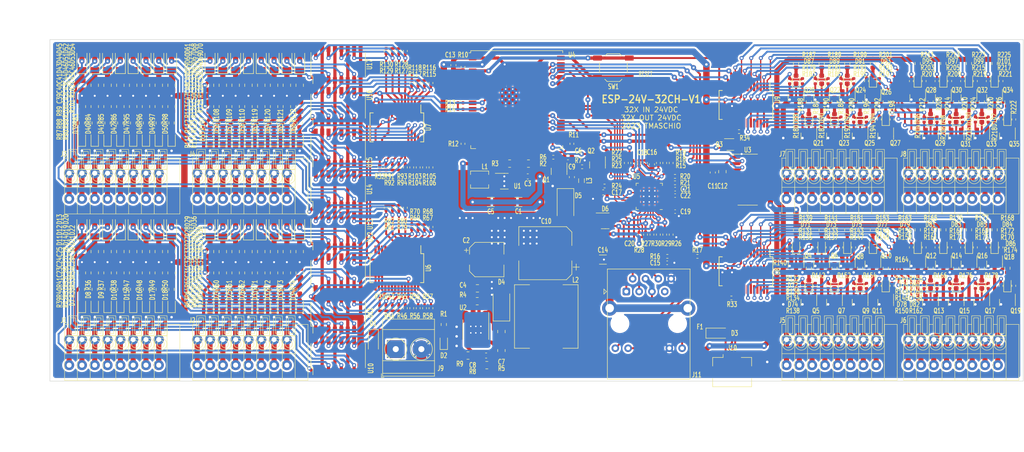
<source format=kicad_pcb>
(kicad_pcb (version 20221018) (generator pcbnew)
  (title_block (title "ESP 32x 24VDC Input 32x 24VDC Output Module"))
  (layers (0 "F.Cu" signal) (31 "B.Cu" signal) (34 "B.Paste" user) (35 "F.Paste" user) (36 "B.SilkS" user "B.Silkscreen") (37 "F.SilkS" user "F.Silkscreen") (38 "B.Mask" user) (39 "F.Mask" user) (44 "Edge.Cuts" user))
  (net 0 "")
  (net 1 "GND")
  (net 2 "Net-(C14-Pad1)")
  (net 3 "+3.3VA")
  (net 4 "+24V")
  (net 5 "+3.3V")
  (net 6 "Net-(Q3A-C1)")
  (net 7 "Net-(D11-K)")
  (net 8 "Net-(D12-K)")
  (net 9 "Net-(D13-K)")
  (net 10 "Net-(D14-K)")
  (net 11 "Net-(D19-K)")
  (net 12 "Net-(D20-K)")
  (net 13 "Net-(D21-K)")
  (net 14 "Net-(D22-K)")
  (net 15 "Net-(D27-K)")
  (net 16 "Net-(D28-K)")
  (net 17 "Net-(D29-K)")
  (net 18 "Net-(D30-K)")
  (net 19 "Net-(D35-K)")
  (net 20 "/MCU/USB_D-")
  (net 21 "/MCU/USB_D+")
  (net 22 "Net-(D36-K)")
  (net 23 "Net-(D37-K)")
  (net 24 "Net-(D38-K)")
  (net 25 "Net-(D43-K)")
  (net 26 "Net-(D44-K)")
  (net 27 "Net-(D45-K)")
  (net 28 "Net-(D46-K)")
  (net 29 "Net-(D51-K)")
  (net 30 "Net-(D52-K)")
  (net 31 "Net-(D53-K)")
  (net 32 "Net-(D54-K)")
  (net 33 "Net-(D59-K)")
  (net 34 "Net-(D60-K)")
  (net 35 "Net-(D61-K)")
  (net 36 "/MCU/PHY_PWR")
  (net 37 "Net-(D62-K)")
  (net 38 "Net-(D67-K)")
  (net 39 "Net-(D68-K)")
  (net 40 "Net-(D69-K)")
  (net 41 "Net-(D70-K)")
  (net 42 "/MCU/I2C_SCL")
  (net 43 "/MCU/I2C_SDA")
  (net 44 "Net-(D3-A)")
  (net 45 "Net-(D7-A)")
  (net 46 "/LAN/RD-")
  (net 47 "/LAN/TD-")
  (net 48 "/LAN/TD+")
  (net 49 "/LAN/RD+")
  (net 50 "Net-(D8-A)")
  (net 51 "Net-(D9-A)")
  (net 52 "Net-(D10-A)")
  (net 53 "Net-(D11-A)")
  (net 54 "Net-(D12-A)")
  (net 55 "Net-(D13-A)")
  (net 56 "Net-(D14-A)")
  (net 57 "Net-(D15-A)")
  (net 58 "Net-(D16-A)")
  (net 59 "Net-(D17-A)")
  (net 60 "Net-(D18-A)")
  (net 61 "Net-(D19-A)")
  (net 62 "Net-(D20-A)")
  (net 63 "Net-(D21-A)")
  (net 64 "Net-(D22-A)")
  (net 65 "Net-(D23-A)")
  (net 66 "Net-(D24-A)")
  (net 67 "Net-(D25-A)")
  (net 68 "Net-(D26-A)")
  (net 69 "/LAN/LED_G_K")
  (net 70 "Net-(D27-A)")
  (net 71 "Net-(D28-A)")
  (net 72 "Net-(D29-A)")
  (net 73 "Net-(D30-A)")
  (net 74 "Net-(D31-A)")
  (net 75 "Net-(D32-A)")
  (net 76 "Net-(D33-A)")
  (net 77 "Net-(D34-A)")
  (net 78 "Net-(D35-A)")
  (net 79 "/LAN/EMAC_RXD1")
  (net 80 "/LAN/EMAC_RXD0")
  (net 81 "/LAN/EMAC_MDIO")
  (net 82 "/LAN/EMAC_RX")
  (net 83 "Net-(D36-A)")
  (net 84 "Net-(D37-A)")
  (net 85 "Net-(D38-A)")
  (net 86 "Net-(D39-A)")
  (net 87 "Net-(D40-A)")
  (net 88 "Net-(D41-A)")
  (net 89 "Net-(D42-A)")
  (net 90 "Net-(D43-A)")
  (net 91 "Net-(D44-A)")
  (net 92 "Net-(D45-A)")
  (net 93 "Net-(D46-A)")
  (net 94 "Net-(D47-A)")
  (net 95 "Net-(D48-A)")
  (net 96 "Net-(D49-A)")
  (net 97 "Net-(D50-A)")
  (net 98 "Net-(D51-A)")
  (net 99 "Net-(D52-A)")
  (net 100 "Net-(D53-A)")
  (net 101 "Net-(D54-A)")
  (net 102 "Net-(D55-A)")
  (net 103 "/LAN/EMAC_CLK")
  (net 104 "/LAN/EMAC_TXD0")
  (net 105 "Net-(D56-A)")
  (net 106 "/LAN/EMAC_TXEN")
  (net 107 "/LAN/EMAC_TXD1")
  (net 108 "/LAN/EMAC_MDC")
  (net 109 "Net-(D57-A)")
  (net 110 "Net-(D58-A)")
  (net 111 "Net-(D59-A)")
  (net 112 "Net-(D60-A)")
  (net 113 "Net-(D61-A)")
  (net 114 "Net-(D62-A)")
  (net 115 "Net-(D63-A)")
  (net 116 "Net-(D64-A)")
  (net 117 "Net-(D65-A)")
  (net 118 "Net-(D66-A)")
  (net 119 "Net-(D67-A)")
  (net 120 "Net-(D68-A)")
  (net 121 "Net-(D69-A)")
  (net 122 "Net-(D70-A)")
  (net 123 "/Outputs 1-16/J8-OUT1")
  (net 124 "Net-(D71-A)")
  (net 125 "/Outputs 1-16/J8-OUT2")
  (net 126 "Net-(D72-A)")
  (net 127 "/Outputs 1-16/J8-OUT3")
  (net 128 "Net-(D73-A)")
  (net 129 "/Outputs 1-16/J8-OUT4")
  (net 130 "Net-(D74-A)")
  (net 131 "/Outputs 1-16/J8-OUT5")
  (net 132 "Net-(D75-A)")
  (net 133 "/Outputs 1-16/J8-OUT6")
  (net 134 "Net-(D76-A)")
  (net 135 "/Outputs 1-16/J8-OUT7")
  (net 136 "Net-(D77-A)")
  (net 137 "/Outputs 1-16/J8-OUT8")
  (net 138 "Net-(D78-A)")
  (net 139 "/Outputs 1-16/J9-OUT9")
  (net 140 "Net-(D79-A)")
  (net 141 "/Outputs 1-16/J9-OUT10")
  (net 142 "Net-(D80-A)")
  (net 143 "/Outputs 1-16/J9-OUT11")
  (net 144 "Net-(D81-A)")
  (net 145 "/Outputs 1-16/J9-OUT12")
  (net 146 "Net-(D82-A)")
  (net 147 "/Outputs 1-16/J9-OUT13")
  (net 148 "Net-(D83-A)")
  (net 149 "/Outputs 1-16/J9-OUT14")
  (net 150 "Net-(D84-A)")
  (net 151 "/Outputs 1-16/J9-OUT15")
  (net 152 "Net-(D85-A)")
  (net 153 "/Outputs 1-16/J9-OUT16")
  (net 154 "Net-(D86-A)")
  (net 155 "/Outputs 17-32/J10-OUT17")
  (net 156 "Net-(D87-A)")
  (net 157 "/Outputs 17-32/J10-OUT18")
  (net 158 "Net-(D88-A)")
  (net 159 "/Outputs 17-32/J10-OUT19")
  (net 160 "Net-(D89-A)")
  (net 161 "/Outputs 17-32/J10-OUT20")
  (net 162 "Net-(D90-A)")
  (net 163 "/Outputs 17-32/J10-OUT21")
  (net 164 "Net-(D91-A)")
  (net 165 "/Outputs 17-32/J10-OUT22")
  (net 166 "Net-(D92-A)")
  (net 167 "/Outputs 17-32/J10-OUT23")
  (net 168 "Net-(D93-A)")
  (net 169 "/Outputs 17-32/J10-OUT24")
  (net 170 "Net-(D94-A)")
  (net 171 "/Outputs 17-32/J11-OUT25")
  (net 172 "Net-(D95-A)")
  (net 173 "/Outputs 17-32/J11-OUT26")
  (net 174 "Net-(D96-A)")
  (net 175 "/Outputs 17-32/J11-OUT27")
  (net 176 "Net-(D97-A)")
  (net 177 "/Outputs 17-32/J11-OUT28")
  (net 178 "Net-(D98-A)")
  (net 179 "/Outputs 17-32/J11-OUT29")
  (net 180 "Net-(D99-A)")
  (net 181 "/Outputs 17-32/J11-OUT30")
  (net 182 "Net-(D100-A)")
  (net 183 "/Outputs 17-32/J11-OUT31")
  (net 184 "Net-(D101-A)")
  (net 185 "/Outputs 17-32/J11-OUT32")
  (net 186 "Net-(D102-A)")
  (net 187 "/Inputs 1-16/J4-IN1")
  (net 188 "/Inputs 1-16/J4-IN2")
  (net 189 "/Inputs 1-16/J4-IN3")
  (net 190 "/Inputs 1-16/J4-IN4")
  (net 191 "/Inputs 1-16/J4-IN5")
  (net 192 "/Inputs 1-16/J4-IN6")
  (net 193 "/Inputs 1-16/J4-IN7")
  (net 194 "/Inputs 1-16/J4-IN8")
  (net 195 "/Inputs 1-16/J5-IN9")
  (net 196 "/Inputs 1-16/J5-IN10")
  (net 197 "/Inputs 1-16/J5-IN11")
  (net 198 "/Inputs 1-16/J5-IN12")
  (net 199 "/Inputs 1-16/J5-IN13")
  (net 200 "/Inputs 1-16/J5-IN14")
  (net 201 "/Inputs 1-16/J5-IN15")
  (net 202 "/Inputs 1-16/J5-IN16")
  (net 203 "/Inputs 17-32/J6-IN17")
  (net 204 "/Inputs 17-32/J6-IN18")
  (net 205 "/Inputs 17-32/J6-IN19")
  (net 206 "/Inputs 17-32/J6-IN20")
  (net 207 "/Inputs 17-32/J6-IN21")
  (net 208 "/Inputs 17-32/J6-IN22")
  (net 209 "/Inputs 17-32/J6-IN23")
  (net 210 "/Inputs 17-32/J6-IN24")
  (net 211 "/Inputs 17-32/J7-IN25")
  (net 212 "/Inputs 17-32/J7-IN26")
  (net 213 "/Inputs 17-32/J7-IN27")
  (net 214 "/Inputs 17-32/J7-IN28")
  (net 215 "/Inputs 17-32/J7-IN29")
  (net 216 "/Inputs 17-32/J7-IN30")
  (net 217 "/Inputs 17-32/J7-IN31")
  (net 218 "/Inputs 17-32/J7-IN32")
  (net 221 "Net-(J11-Pad9)")
  (net 222 "Net-(J11-Pad12)")
  (net 223 "Net-(Q3B-C2)")
  (net 224 "Net-(Q4-B)")
  (net 225 "Net-(Q5-B)")
  (net 226 "Net-(Q6-B)")
  (net 227 "Net-(Q7-B)")
  (net 228 "Net-(Q8-B)")
  (net 229 "Net-(Q9-B)")
  (net 230 "Net-(Q10-B)")
  (net 231 "Net-(Q11-B)")
  (net 232 "Net-(Q12-B)")
  (net 233 "Net-(Q13-B)")
  (net 234 "Net-(Q14-B)")
  (net 235 "Net-(Q15-B)")
  (net 236 "Net-(Q16-B)")
  (net 237 "Net-(Q17-B)")
  (net 238 "Net-(Q18-B)")
  (net 239 "Net-(Q19-B)")
  (net 240 "Net-(Q20-B)")
  (net 241 "Net-(Q21-B)")
  (net 242 "Net-(Q22-B)")
  (net 243 "Net-(Q23-B)")
  (net 244 "Net-(Q24-B)")
  (net 245 "Net-(Q25-B)")
  (net 246 "Net-(Q26-B)")
  (net 247 "Net-(Q27-B)")
  (net 248 "Net-(Q28-B)")
  (net 249 "Net-(Q29-B)")
  (net 250 "Net-(Q30-B)")
  (net 251 "Net-(Q31-B)")
  (net 252 "Net-(Q32-B)")
  (net 253 "Net-(Q33-B)")
  (net 254 "Net-(Q34-B)")
  (net 255 "Net-(Q35-B)")
  (net 256 "Net-(U6-~{RESET})")
  (net 257 "Net-(U7-~{RESET})")
  (net 258 "Net-(U8-~{RESET})")
  (net 259 "Net-(U9-~{RESET})")
  (net 260 "/GPIO Expanders/IN1")
  (net 261 "/GPIO Expanders/IN2")
  (net 262 "/GPIO Expanders/IN3")
  (net 263 "/GPIO Expanders/IN4")
  (net 264 "/GPIO Expanders/IN5")
  (net 265 "/GPIO Expanders/IN6")
  (net 266 "/GPIO Expanders/IN7")
  (net 267 "/GPIO Expanders/IN8")
  (net 268 "/GPIO Expanders/IN9")
  (net 269 "/GPIO Expanders/IN10")
  (net 270 "/GPIO Expanders/IN11")
  (net 271 "/GPIO Expanders/IN12")
  (net 272 "/GPIO Expanders/IN13")
  (net 273 "/GPIO Expanders/IN14")
  (net 274 "/GPIO Expanders/IN15")
  (net 275 "/GPIO Expanders/IN16")
  (net 276 "/GPIO Expanders/IN17")
  (net 277 "/GPIO Expanders/IN18")
  (net 278 "/GPIO Expanders/IN19")
  (net 279 "/GPIO Expanders/IN20")
  (net 280 "/GPIO Expanders/IN21")
  (net 281 "/GPIO Expanders/IN22")
  (net 282 "/GPIO Expanders/IN23")
  (net 283 "/GPIO Expanders/IN24")
  (net 284 "/GPIO Expanders/IN25")
  (net 285 "/GPIO Expanders/IN26")
  (net 286 "/GPIO Expanders/IN27")
  (net 287 "/GPIO Expanders/IN28")
  (net 288 "/GPIO Expanders/IN29")
  (net 289 "/GPIO Expanders/IN30")
  (net 290 "/GPIO Expanders/IN31")
  (net 291 "/GPIO Expanders/IN32")
  (net 292 "/GPIO Expanders/OUT1")
  (net 293 "/GPIO Expanders/OUT2")
  (net 294 "/GPIO Expanders/OUT3")
  (net 295 "/GPIO Expanders/OUT4")
  (net 296 "/GPIO Expanders/OUT5")
  (net 297 "/GPIO Expanders/OUT6")
  (net 298 "/GPIO Expanders/OUT7")
  (net 299 "/GPIO Expanders/OUT8")
  (net 300 "/GPIO Expanders/OUT9")
  (net 301 "/GPIO Expanders/OUT10")
  (net 302 "/GPIO Expanders/OUT11")
  (net 303 "/GPIO Expanders/OUT12")
  (net 304 "/GPIO Expanders/OUT13")
  (net 305 "/GPIO Expanders/OUT14")
  (net 306 "/GPIO Expanders/OUT15")
  (net 307 "/GPIO Expanders/OUT16")
  (net 308 "/GPIO Expanders/OUT17")
  (net 309 "/GPIO Expanders/OUT18")
  (net 310 "/GPIO Expanders/OUT19")
  (net 311 "/GPIO Expanders/OUT20")
  (net 312 "/GPIO Expanders/OUT21")
  (net 313 "/GPIO Expanders/OUT22")
  (net 314 "/GPIO Expanders/OUT23")
  (net 315 "/GPIO Expanders/OUT24")
  (net 316 "/GPIO Expanders/OUT25")
  (net 317 "/GPIO Expanders/OUT26")
  (net 318 "/GPIO Expanders/OUT27")
  (net 319 "/GPIO Expanders/OUT28")
  (net 320 "/GPIO Expanders/OUT29")
  (net 321 "/GPIO Expanders/OUT30")
  (net 322 "/GPIO Expanders/OUT31")
  (net 323 "/GPIO Expanders/OUT32")
  (net 324 "Net-(U3-TXD)")
  (net 325 "Net-(U3-RXD)")
  (net 360 "+5V")
  (net 361 "Net-(U1-FB)")
  (net 362 "Net-(Q1-G)")
  (net 363 "Net-(D4-K)")
  (net 364 "Net-(C7-Pad1)")
  (net 365 "Net-(D5-A)")
  (net 366 "Net-(U2-FB)")
  (net 367 "+3.3VLAN")
  (net 368 "Net-(U5-~{RST})")
  (net 369 "Net-(D1-A)")
  (net 370 "Net-(D2-A)")
  (net 371 "Net-(D3-K)")
  (net 372 "Net-(U1-LX)")
  (net 373 "Net-(Q2-C)")
  (net 374 "Net-(Q3A-E1)")
  (net 375 "Net-(Q3A-B1)")
  (net 376 "Net-(R4-Pad2)")
  (net 377 "Net-(U2-BS)")
  (net 378 "Net-(U5-RXD2{slash}~{RMIISEL})")
  (net 379 "/LAN/LED_Y_A")
  (net 380 "Net-(U5-RXD3{slash}~{PHYAD2})")
  (net 381 "Net-(U5-RXCLK{slash}~{PHYAD1})")
  (net 382 "Net-(U5-RXER{slash}RXD4{slash}~{PHYAD0})")
  (net 383 "Net-(U5-RBIAS)")
  (net 398 "Net-(#FLG06-pwr)")
  (footprint "Tales:R_0603_1608Metric" (layer "F.Cu") (at 88.9 113.855 -90)
    (fp_text reference "R50")
    (fp_text value "5,6k/0,1W/0603")
  )
  (footprint "Tales:R_0603_1608Metric" (layer "F.Cu") (at 249.555 76.645 -90)
    (fp_text reference "R224")
    (fp_text value "5,6k/0,1W/0603")
  )
  (footprint "Tales:CP_Elec_10x10" (layer "F.Cu") (at 163.005 106.68 180)
    (fp_text reference "C10")
    (fp_text value "470uF/16V/10x10")
  )
  (footprint "Tales:C_0805_2012Metric" (layer "F.Cu") (at 71.12 73.345 -90)
    (fp_text reference "C39")
    (fp_text value "33nF/50V/0805")
  )
  (footprint "Tales:LED_0603_1608Metric" (layer "F.Cu") (at 73.66 83.9725 90)
    (fp_text reference "D40")
    (fp_text value "GREEN/0603")
  )
  (footprint "Tales:SOP-16_4.4x10.4mm_P1.27mm" (layer "F.Cu") (at 121.925 102.26 90)
    (fp_text reference "U13")
    (fp_text value "OR-3H4-4")
  )
  (footprint "Tales:D_MiniMELF" (layer "F.Cu") (at 114.3 101.755 90)
    (fp_text reference "D38")
    (fp_text value "9V1/500mW")
  )
  (footprint "Tales:C_1206_3216Metric" (layer "F.Cu") (at 174.42 107.95 180)
    (fp_text reference "C14")
    (fp_text value "1nF/2kV/1206")
  )
  (footprint "Tales:L_12x12mm_h6mm" (layer "F.Cu") (at 163.195 119.25 90)
    (fp_text reference "L2")
    (fp_text value "33uH 2,1A")
  )
  (footprint "Tales:R_0603_1608Metric" (layer "F.Cu") (at 96.52 113.855 -90)
    (fp_text reference "R59")
    (fp_text value "5,6k/0,1W/0603")
  )
  (footprint "Tales:R_0402_1005Metric" (layer "F.Cu") (at 224.155 105.535 90)
    (fp_text reference "R147")
    (fp_text value "1k/62,5mW/0402")
  )
  (footprint "Tales:C_0805_2012Metric" (layer "F.Cu") (at 99.06 73.345 -90)
    (fp_text reference "C48")
    (fp_text value "33nF/50V/0805")
  )
  (footprint "Tales:R_0603_1608Metric" (layer "F.Cu") (at 73.66 80.835 -90)
    (fp_text reference "R84")
    (fp_text value "5,6k/0,1W/0603")
  )
  (footprint "Tales:D_MiniMELF" (layer "F.Cu") (at 114.3 68.735 90)
    (fp_text reference "D70")
    (fp_text value "9V1/500mW")
  )
  (footprint "Tales:D_MiniMELF" (layer "F.Cu") (at 109.22 68.735 90)
    (fp_text reference "D68")
    (fp_text value "9V1/500mW")
  )
  (footprint "Tales:R_0603_1608Metric" (layer "F.Cu") (at 244.475 76.645 -90)
    (fp_text reference "R214")
    (fp_text value "5,6k/0,1W/0603")
  )
  (footprint "Tales:R_0402_1005Metric" (layer "F.Cu") (at 253.365 105.535 90)
    (fp_text reference "R173")
    (fp_text value "1k/62,5mW/0402")
  )
  (footprint "Tales:R_0402_1005Metric" (layer "F.Cu") (at 245.745 72.515 -90)
    (fp_text reference "R215")
    (fp_text value "10k/62,5mW/0402")
  )
  (footprint "Tales:R_0402_1005Metric" (layer "F.Cu") (at 182.88 102.995 -90)
    (fp_text reference "R28")
    (fp_text value "49,9R/62,5mW/0402")
  )
  (footprint "Tales:C_0805_2012Metric" (layer "F.Cu") (at 96.52 73.345 -90)
    (fp_text reference "C47")
    (fp_text value "33nF/50V/0805")
  )
  (footprint "Tales:LED_0603_1608Metric" (layer "F.Cu") (at 106.68 116.9925 90)
    (fp_text reference "D31")
    (fp_text value "GREEN/0603")
  )
  (footprint "Tales:SOIC-8-1EP_3.9x4.9mm_P1.27mm_EP2.29x3mm_ThermalVias" (layer "F.Cu") (at 149.225 121.855 -90)
    (fp_text reference "U2")
    (fp_text value "TX4138")
  )
  (footprint "Tales:R_0402_1005Metric" (layer "F.Cu") (at 140.335 89.66 90)
    (fp_text reference "R106")
    (fp_text value "2k2/62,5mW/0402")
  )
  (footprint "Tales:D_MiniMELF" (layer "F.Cu") (at 101.6 101.755 90)
    (fp_text reference "D29")
    (fp_text value "9V1/500mW")
  )
  (footprint "Tales:D_MiniMELF" (layer "F.Cu") (at 86.36 68.735 90)
    (fp_text reference "D53")
    (fp_text value "9V1/500mW")
  )
  (footprint "Tales:R_0805_2012Metric" (layer "F.Cu") (at 114.3 77.5735 -90)
    (fp_text reference "R126")
    (fp_text value "1k8/0,125W/0805")
  )
  (footprint "Tales:SOT-23" (layer "F.Cu") (at 225.425 83.455 -90)
    (fp_text reference "Q25")
    (fp_text value "MMBT2222A/SOT-23-3")
  )
  (footprint "Tales:R_0603_1608Metric" (layer "F.Cu") (at 106.68 80.835 -90)
    (fp_text reference "R119")
    (fp_text value "5,6k/0,1W/0603")
  )
  (footprint "Tales:R_0603_1608Metric" (layer "F.Cu") (at 78.74 80.835 -90)
    (fp_text reference "R86")
    (fp_text value "5,6k/0,1W/0603")
  )
  (footprint "Tales:R_0603_1608Metric" (layer "F.Cu") (at 220.345 109.665 -90)
    (fp_text reference "R142")
    (fp_text value "5,6k/0,1W/0603")
  )
  (footprint "Tales:R_0402_1005Metric" (layer "F.Cu") (at 140.335 101.475 -90)
    (fp_text reference "R67")
    (fp_text value "2k2/62,5mW/0402")
  )
  (footprint "Tales:R_0402_1005Metric" (layer "F.Cu") (at 179.07 88.775 -90)
    (fp_text reference "R22")
    (fp_text value "2k2/62,5mW/0402")
  )
  (footprint "Tales:R_0402_1005Metric" (layer "F.Cu") (at 146.175 76.84)
    (fp_text reference "R13")
    (fp_text value "2k2/62,5mW/0402")
  )
  (footprint "Tales:R_0402_1005Metric" (layer "F.Cu") (at 224.155 113.155 -90)
    (fp_text reference "R144")
    (fp_text value "10k/62,5mW/0402")
  )
  (footprint "Tales:R_0805_2012Metric" (layer "F.Cu") (at 71.12 77.5735 -90)
    (fp_text reference "R87")
    (fp_text value "1k8/0,125W/0805")
  )
  (footprint "Tales:R_0805_2012Metric" (layer "F.Cu") (at 104.14 77.5735 -90)
    (fp_text reference "R114")
    (fp_text value "1k8/0,125W/0805")
  )
  (footprint "Tales:LED_0603_1608Metric" (layer "F.Cu") (at 215.265 112.8775 90)
    (fp_text reference "D72")
    (fp_text value "GREEN/0603")
  )
  (footprint "Tales:C_0805_2012Metric" (layer "F.Cu") (at 88.9 73.345 -90)
    (fp_text reference "C46")
    (fp_text value "33nF/50V/0805")
  )
  (footprint "Tales:SOT-23" (layer "F.Cu") (at 222.885 75.835 -90)
    (fp_text reference "Q24")
    (fp_text value "MMBT2222A/SOT-23-3")
  )
  (footprint "Tales:D_MiniMELF" (layer "F.Cu") (at 83.82 101.755 90)
    (fp_text reference "D20")
    (fp_text value "9V1/500mW")
  )
  (footprint "Tales:SOT-23-5" (layer "F.Cu") (at 174.8735 100.264)
    (fp_text reference "D6")
    (fp_text value "ESDS314DBV")
  )
  (footprint "Tales:R_0402_1005Metric" (layer "F.Cu") (at 137.795 72.9 -90)
    (fp_text reference "R117")
    (fp_text value "2k2/62,5mW/0402")
  )
  (footprint "Tales:C_0805_2012Metric" (layer "F.Cu") (at 111.76 73.345 -90)
    (fp_text reference "C53")
    (fp_text value "33nF/50V/0805")
  )
  (footprint "Tales:R_0402_1005Metric" (layer "F.Cu") (at 133.985 66.55 -90)
    (fp_text reference "R128")
    (fp_text value "2k2/62,5mW/0402")
  )
  (footprint "Tales:R_0603_1608Metric" (layer "F.Cu") (at 96.52 80.835 -90)
    (fp_text reference "R107")
    (fp_text value "5,6k/0,1W/0603")
  )
  (footprint "Tales:SOT-23" (layer "F.Cu") (at 239.395 116.475 -90)
    (fp_text reference "Q13")
    (fp_text value "MMBT2222A/SOT-23-3")
  )
  (footprint "Tales:R_0402_1005Metric" (layer "F.Cu") (at 135.255 117.6 90)
    (fp_text reference "R46")
    (fp_text value "2k2/62,5mW/0402")
  )
  (footprint "Tales:LED_0603_1608Metric" (layer "F.Cu") (at 215.265 79.8575 90)
    (fp_text reference "D88")
    (fp_text value "GREEN/0603")
  )
  (footprint "Tales:L_0805_2012Metric" (layer "F.Cu") (at 170.18 92.2825 -90)
    (fp_text reference "L3")
    (fp_text value "2A 600R")
  )
  (footprint "Tales:D_SMA" (layer "F.Cu") (at 167.005 97.25 -90)
    (fp_text reference "D5")
    (fp_text value "SS34")
  )
  (footprint "Tales:R_0805_2012Metric" (layer "F.Cu") (at 155.9325 88.9 180)
    (fp_text reference "R3")
    (fp_text value "22,1k/0,125W/0805")
  )
  (footprint "Tales:R_0603_1608Metric" (layer "F.Cu") (at 104.14 113.855 -90)
    (fp_text reference "R62")
    (fp_text value "5,6k/0,1W/0603")
  )
  (footprint "Tales:D_MiniMELF" (layer "F.Cu") (at 78.74 101.755 90)
    (fp_text reference "D14")
    (fp_text value "9V1/500mW")
  )
  (footprint "Tales:R_0402_1005Metric" (layer "F.Cu") (at 185.42 88.775 -90)
    (fp_text reference "R19")
    (fp_text value "2k2/62,5mW/0402")
  )
  (footprint "Tales:SOT-363_SC-70-6" (layer "F.Cu") (at 199.705 85.105)
    (fp_text reference "Q3")
    (fp_text value "UMH3N")
  )
  (footprint "Tales:R_0805_2012Metric" (layer "F.Cu") (at 71.12 110.5935 -90)
    (fp_text reference "R39")
    (fp_text value "1k8/0,125W/0805")
  )
  (footprint "Tales:R_0603_1608Metric" (layer "F.Cu") (at 227.965 69.025 -90)
    (fp_text reference "R201")
    (fp_text value "5,6k/0,1W/0603")
  )
  (footprint "Tales:LED_0603_1608Metric" (layer "F.Cu") (at 220.345 79.8575 90)
    (fp_text reference "D90")
    (fp_text value "GREEN/0603")
  )
  (footprint "Tales:ESP32-WROOM-32U" (layer "F.Cu") (at 157.34 76.2)
    (fp_text reference "U4")
    (fp_text value "ESP32-WROOM-32UE-N16")
  )
  (footprint "Tales:R_0603_1608Metric" (layer "F.Cu") (at 212.725 102.045 -90)
    (fp_text reference "R139")
    (fp_text value "5,6k/0,1W/0603")
  )
  (footprint "Tales:C_0805_2012Metric" (layer "F.Cu") (at 106.68 73.345 -90)
    (fp_text reference "C51")
    (fp_text value "33nF/50V/0805")
  )
  (footprint "Tales:R_0402_1005Metric" (layer "F.Cu") (at 243.205 72.515 90)
    (fp_text reference "R209")
    (fp_text value "1k/62,5mW/0402")
  )
  (footprint "Tales:C_0402_1005Metric" (layer "F.Cu") (at 188.75 93.98)
    (fp_text reference "C21")
    (fp_text value "1uF/25V/0402")
  )
  (footprint "Tales:R_0402_1005Metric" (layer "F.Cu") (at 255.905 113.155 90)
    (fp_text reference "R174")
    (fp_text value "1k/62,5mW/0402")
  )
  (footprint "Tales:R_0603_1608Metric" (layer "F.Cu") (at 215.265 76.645 -90)
    (fp_text reference "R188")
    (fp_text value "5,6k/0,1W/0603")
  )
  (footprint "Tales:C_0402_1005Metric" (layer "F.Cu") (at 187.17 108.585)
    (fp_text reference "C15")
    (fp_text value "0,1uF/50V/0402")
  )
  (footprint "Tales:C_0603_1608Metric" (layer "F.Cu") (at 144.78 69.36 90)
    (fp_text reference "C13")
    (fp_text value "1uF/50V/0603")
  )
  (footprint "Tales:R_0402_1005Metric" (layer "F.Cu") (at 229.235 105.535 90)
    (fp_text reference "R149")
    (fp_text value "1k/62,5mW/0402")
  )
  (footprint "Tales:SOT-23" (layer "F.Cu") (at 227.965 108.855 -90)
    (fp_text reference "Q10")
    (fp_text value "MMBT2222A/SOT-23-3")
  )
  (footprint "Tales:LED_0603_1608Metric" (layer "F.Cu") (at 217.805 105.2575 90)
    (fp_text reference "D73")
    (fp_text value "GREEN/0603")
  )
  (footprint "Tales:D_MiniMELF" (layer "F.Cu") (at 101.6 68.735 90)
    (fp_text reference "D61")
    (fp_text value "9V1/500mW")
  )
  (footprint "Tales:R_0805_2012Metric" (layer "F.Cu") (at 76.2 77.5735 -90)
    (fp_text reference "R89")
    (fp_text value "1k8/0,125W/0805")
  )
  (footprint "Tales:R_0603_1608Metric" (layer "F.Cu") (at 222.885 69.025 -90)
    (fp_text reference "R199")
    (fp_text value "5,6k/0,1W/0603")
  )
  (footprint "Tales:R_0402_1005Metric" (layer "F.Cu") (at 180.34 88.775 -90)
    (fp_text reference "R25")
    (fp_text value "2k2/62,5mW/0402")
  )
  (footprint "Tales:D_MiniMELF" (layer "F.Cu") (at 81.28 68.735 90)
    (fp_text reference "D51")
    (fp_text value "9V1/500mW")
  )
  (footprint "Tales:R_0603_1608Metric" (layer "F.Cu") (at 227.965 102.045 -90)
    (fp_text reference "R153")
    (fp_text value "5,6k/0,1W/0603")
  )
  (footprint "Tales:R_0603_1608Metric" (layer "F.Cu") (at 71.12 80.835 -90)
    (fp_text reference "R83")
    (fp_text value "5,6k/0,1W/0603")
  )
  (footprint "Tales:R_0402_1005Metric" (layer "F.Cu") (at 221.615 80.135 90)
    (fp_text reference "R186")
    (fp_text value "1k/62,5mW/0402")
  )
  (footprint "Tales:R_0402_1005Metric" (layer "F.Cu") (at 132.715 97.665 -90)
    (fp_text reference "R81")
    (fp_text value "2k2/62,5mW/0402")
  )
  (footprint "Tales:D_MiniMELF" (layer "F.Cu") (at 76.2 101.755 90)
    (fp_text reference "D13")
    (fp_text value "9V1/500mW")
  )
  (footprint "Tales:SOT-23" (layer "F.Cu") (at 220.345 83.455 -90)
    (fp_text reference "Q23")
    (fp_text value "MMBT2222A/SOT-23-3")
  )
  (footprint "Tales:R_0402_1005Metric" (layer "F.Cu") (at 131.445 66.55 -90)
    (fp_text reference "R130")
    (fp_text value "2k2/62,5mW/0402")
  )
  (footprint "Tales:R_0805_2012Metric" (layer "F.Cu") (at 99.06 77.5735 -90)
    (fp_text reference "R112")
    (fp_text value "1k8/0,125W/0805")
  )
  (footprint "Tales:R_0603_1608Metric" (layer "F.Cu") (at 111.76 80.835 -90)
    (fp_text reference "R121")
    (fp_text value "5,6k/0,1W/0603")
  )
  (footprint "Tales:R_0402_1005Metric" (layer "F.Cu") (at 245.745 105.535 -90)
    (fp_text reference "R167")
    (fp_text value "10k/62,5mW/0402")
  )
  (footprint "Tales:LED_0603_1608Metric" (layer "F.Cu") (at 241.935 105.2575 90)
    (fp_text reference "D81")
    (fp_text value "GREEN/0603")
  )
  (footprint "Tales:L_3x3_h1.5" (layer "F.Cu") (at 149.98 92.075 180)
    (fp_text reference "L1")
    (fp_text value "2,2uH 1,5A")
  )
  (footprint "Tales:R_0402_1005Metric" (layer "F.Cu") (at 187.96 102.995 -90)
    (fp_text reference "R26")
    (fp_text value "12,1k/62,5mW/0402")
  )
  (footprint "Tales:SOP-16_4.4x10.4mm_P1.27mm" (layer "F.Cu") (at 121.925 69.24 90)
    (fp_text reference "U17")
    (fp_text value "OR-3H4-4")
  )
  (footprint "Tales:C_0805_2012Metric" (layer "F.Cu") (at 73.66 73.345 -90)
    (fp_text reference "C40")
    (fp_text value "33nF/50V/0805")
  )
  (footprint "Tales:R_0805_2012Metric" (layer "F.Cu") (at 83.82 110.5935 -90)
    (fp_text reference "R52")
    (fp_text value "1k8/0,125W/0805")
  )
  (footprint "Tales:SOT-23" (layer "F.Cu") (at 241.935 75.835 -90)
    (fp_text reference "Q30")
    (fp_text value "MMBT2222A/SOT-23-3")
  )
  (footprint "Tales:R_0402_1005Metric" (layer "F.Cu") (at 224.155 72.515 90)
    (fp_text reference "R195")
    (fp_text value "1k/62,5mW/0402")
  )
  (footprint "Tales:R_0402_1005Metric" (layer "F.Cu") (at 243.205 105.535 90)
    (fp_text reference "R161")
    (fp_text value "1k/62,5mW/0402")
  )
  (footprint "Tales:SOP-16_4.4x10.4mm_P1.27mm" (layer "F.Cu") (at 121.925 110.515 90)
    (fp_text reference "U12")
    (fp_text value "OR-3H4-4")
  )
  (footprint "Tales:C_0805_2012Metric" (layer "F.Cu") (at 114.3 106.365 -90)
    (fp_text reference "C38")
    (fp_text value "33nF/50V/0805")
  )
  (footprint "Tales:C_1206_3216Metric" (layer "F.Cu") (at 157.685 96.52 180)
    (fp_text reference "C1")
    (fp_text value "10uF/50V/1206")
  )
  (footprint "Tales:D_MiniMELF" (layer "F.Cu") (at 104.14 68.735 90)
    (fp_text reference "D62")
    (fp_text value "9V1/500mW")
  )
  (footprint "Tales:SOT-23" (layer "F.Cu") (at 241.935 108.855 -90)
    (fp_text reference "Q14")
    (fp_text value "MMBT2222A/SOT-23-3")
  )
  (footprint "Tales:CP_Elec_6.3x5.4" (layer "F.Cu") (at 151.39 107.95)
    (fp_text reference "C2")
    (fp_text value "47uF/35V/6,3x5,4")
  )
  (footprint "Tales:R_0603_1608Metric" (layer "F.Cu") (at 241.935 69.025 -90)
    (fp_text reference "R213")
    (fp_text value "5,6k/0,1W/0603")
  )
  (footprint "Tales:R_0603_1608Metric" (layer "F.Cu") (at 101.6 113.855 -90)
    (fp_text reference "R61")
    (fp_text value "5,6k/0,1W/0603")
  )
  (footprint "Tales:D_MiniMELF" (layer "F.Cu") (at 88.9 101.755 90)
    (fp_text reference "D22")
    (fp_text value "9V1/500mW")
  )
  (footprint "Tales:C_0805_2012Metric" (layer "F.Cu") (at 78.74 73.345 -90)
    (fp_text reference "C42")
    (fp_text value "33nF/50V/0805")
  )
  (footprint "Tales:R_0402_1005Metric" (layer "F.Cu") (at 240.665 72.515 -90)
    (fp_text reference "R205")
    (fp_text value "10k/62,5mW/0402")
  )
  (footprint "Tales:C_0805_2012Metric" (layer "F.Cu") (at 86.36 106.36 -90)
    (fp_text reference "C29")
    (fp_text value "33nF/50V/0805")
  )
  (footprint "Tales:TSOT-23-5" (layer "F.Cu") (at 154.87 92.39)
    (fp_text reference "U1")
    (fp_text value "SY8089A1AAC")
  )
  (footprint "Tales:R_0402_1005Metric" (layer "F.Cu") (at 139.065 89.66 90)
    (fp_text reference "R105")
    (fp_text value "2k2/62,5mW/0402")
  )
  (footprint "Tales:R_0805_2012Metric" (layer "F.Cu") (at 111.76 110.5935 -90)
    (fp_text reference "R77")
    (fp_text value "1k8/0,125W/0805")
  )
  (footprint "Tales:SOP-16_4.4x10.4mm_P1.27mm" (layer "F.Cu") (at 121.925 94.005 90)
    (fp_text reference "U14")
    (fp_text value "OR-3H4-4")
  )
  (footprint "Tales:R_0402_1005Metric" (layer "F.Cu") (at 186.69 88.775 -90)
    (fp_text reference "R18")
    (fp_text value "2k2/62,5mW/0402")
  )
  (footprint "Tales:LED_0603_1608Metric" (layer "F.Cu") (at 227.965 105.2575 90)
    (fp_text reference "D77")
    (fp_text value "GREEN/0603")
  )
  (footprint "Tales:R_0402_1005Metric" (layer "F.Cu") (at 238.125 105.535 90)
    (fp_text reference "R159")
    (fp_text value "1k/62,5mW/0402")
  )
  (footprint "Tales:D_MiniMELF" (layer "F.Cu") (at 99.06 68.735 90)
    (fp_text reference "D60")
    (fp_text value "9V1/500mW")
  )
  (footprint "Tales:R_0603_1608Metric" (layer "F.Cu") (at 111.76 113.855 -90)
    (fp_text reference "R73")
    (fp_text value "5,6k/0,1W/0603")
  )
  (footprint "Tales:SOT-23" (layer "F.Cu") (at 239.395 83.455 -90)
    (fp_text reference "Q29")
    (fp_text value "MMBT2222A/SOT-23-3")
  )
  (footprint "Tales:R_0402_1005Metric" (layer "F.Cu") (at 216.535 113.155 90)
    (fp_text reference "R136")
    (fp_text value "1k/62,5mW/0402")
  )
  (footprint "Tales:SOIC-16_3.9x9.9mm_P1.27mm" (layer "F.Cu") (at 203.135 92.075)
    (fp_text reference "U3")
    (fp_text value "CH340C")
  )
  (footprint "Tales:R_0402_1005Metric" (layer "F.Cu") (at 170.305 89.535 180)
    (fp_text reference "R7")
    (fp_text value "1k/62,5mW/0402")
  )
  (footprint "Tales:R_0603_1608Metric" (layer "F.Cu") (at 76.2 80.835 -90)
    (fp_text reference "R85")
    (fp_text value "5,6k/0,1W/0603")
  )
  (footprint "Tales:SOT-23" (layer "F.Cu") (at 220.345 116.475 -90)
    (fp_text reference "Q7")
    (fp_text value "MMBT2222A/SOT-23-3")
  )
  (footprint "Tales:R_0402_1005Metric" (layer "F.Cu") (at 229.235 80.135 -90)
    (fp_text reference "R194")
    (fp_text value "10k/62,5mW/0402")
  )
  (footprint "Tales:C_0603_1608Metric" (layer "F.Cu") (at 196.215 90.665 90)
    (fp_text reference "C11")
    (fp_text value "10uF/10V/0603")
  )
  (footprint "Tales:SOT-23" (layer "F.Cu") (at 173.355 89.17 -90)
    (fp_text reference "Q2")
    (fp_text value "LMUN2211LT1G")
  )
  (footprint "Tales:R_0603_1608Metric" (layer "F.Cu") (at 225.425 76.645 -90)
    (fp_text reference "R200")
    (fp_text value "5,6k/0,1W/0603")
  )
  (footprint "Tales:R_0402_1005Metric" (layer "F.Cu") (at 193.165 107.315)
    (fp_text reference "R17")
    (fp_text value "330R/62,5mW/0402")
  )
  (footprint "Tales:R_0402_1005Metric" (layer "F.Cu") (at 187.2 107.315)
    (fp_text reference "R16")
    (fp_text value "330R/62,5mW/0402")
  )
  (footprint "Tales:R_0402_1005Metric" (layer "F.Cu") (at 130.175 89.66 90)
    (fp_text reference "R32")
    (fp_text value "1k/62,5mW/0402")
  )
  (footprint "Tales:SOT-23" (layer "F.Cu") (at 244.475 83.455 -90)
    (fp_text reference "Q31")
    (fp_text value "MMBT2222A/SOT-23-3")
  )
  (footprint "Tales:D_MiniMELF" (layer "F.Cu") (at 109.22 101.755 90)
    (fp_text reference "D36")
    (fp_text value "9V1/500mW")
  )
  (footprint "Tales:R_0805_2012Metric" (layer "F.Cu") (at 101.6 110.5935 -90)
    (fp_text reference "R65")
    (fp_text value "1k8/0,125W/0805")
  )
  (footprint "Tales:R_0402_1005Metric" (layer "F.Cu") (at 213.995 105.535 90)
    (fp_text reference "R135")
    (fp_text value "1k/62,5mW/0402")
  )
  (footprint "Tales:C_0805_2012Metric" (layer "F.Cu") (at 78.74 106.36 -90)
    (fp_text reference "C26")
    (fp_text value "33nF/50V/0805")
  )
  (footprint "Tales:LED_0603_1608Metric" (layer "F.Cu") (at 217.805 72.2375 90)
    (fp_text reference "D89")
    (fp_text value "GREEN/0603")
  )
  (footprint "Tales:TerminalBlock_Dibo_DB141V-2.54-8P_1x08_P2.54mm_Vertical" (layer "F.Cu") (at 210.82 95.885)
    (fp_text reference "J7")
    (fp_text value "DB141V-2.54-8P")
  )
  (footprint "Tales:R_0805_2012Metric" (layer "F.Cu") (at 104.14 110.5935 -90)
    (fp_text reference "R66")
    (fp_text value "1k8/0,125W/0805")
  )
  (footprint "Tales:D_MiniMELF" (layer "F.Cu") (at 99.06 101.755 90)
    (fp_text reference "D28")
    (fp_text value "9V1/500mW")
  )
  (footprint "Tales:C_0402_1005Metric" (layer "F.Cu") (at 188.75 98.425)
    (fp_text reference "C19")
    (fp_text value "0,1uF/50V/0402")
  )
  (footprint "Tales:LED_0603_1608Metric" (layer "F.Cu") (at 114.3 83.9725 90)
    (fp_text reference "D66")
    (fp_text value "GREEN/0603")
  )
  (footprint "Tales:D_MiniMELF" (layer "F.Cu") (at 76.2 68.735 90)
    (fp_text reference "D45")
    (fp_text value "9V1/500mW")
  )
  (footprint "Tales:R_0402_1005Metric" (layer "F.Cu") (at 188.72 92.71)
    (fp_text reference "R21")
    (fp_text value "2k2/62,5mW/0402")
  )
  (footprint "Tales:C_0402_1005Metric" (layer "F.Cu") (at 182.88 88.745 90)
    (fp_text reference "C18")
    (fp_text value "0,1uF/50V/0402")
  )
  (footprint "Tales:C_0805_2012Metric" (layer "F.Cu") (at 101.6 73.345 -90)
    (fp_text reference "C49")
    (fp_text value "33nF/50V/0805")
  )
  (footprint "Tales:SOT-23" (layer "F.Cu") (at 215.265 83.455 -90)
    (fp_text reference "Q21")
    (fp_text value "MMBT2222A/SOT-23-3")
  )
  (footprint "Tales:R_0402_1005Metric" (layer "F.Cu") (at 216.535 72.515 -90)
    (fp_text reference "R181")
    (fp_text value "10k/62,5mW/0402")
  )
  (footprint "Tales:R_0402_1005Metric" (layer "F.Cu") (at 245.745 113.155 90)
    (fp_text reference "R162")
    (fp_text value "1k/62,5mW/0402")
  )
  (footprint "Tales:R_0402_1005Metric" (layer "F.Cu") (at 235.585 72.515 -90)
    (fp_text reference "R203")
    (fp_text value "10k/62,5mW/0402")
  )
  (footprint "Tales:R_0402_1005Metric" (layer "F.Cu") (at 253.365 80.135 -90)
    (fp_text reference "R218")
    (fp_text value "10k/62,5mW/0402")
  )
  (footprint "Tales:SOT-23" (layer "F.Cu") (at 222.885 108.855 -90)
    (fp_text reference "Q8")
    (fp_text value "MMBT2222A/SOT-23-3")
  )
  (footprint "Tales:LED_0603_1608Metric" (layer "F.Cu") (at 81.28 83.9725 90)
    (fp_text reference "D47")
    (fp_text value "GREEN/0603")
  )
  (footprint "Tales:R_0402_1005Metric" (layer "F.Cu") (at 248.285 113.155 -90)
    (fp_text reference "R168")
    (fp_text value "10k/62,5mW/0402")
  )
  (footprint "Tales:D_MiniMELF" (layer "F.Cu") (at 86.36 101.755 90)
    (fp_text reference "D21")
    (fp_text value "9V1/500mW")
  )
  (footprint "Tales:R_0402_1005Metric" (layer "F.Cu") (at 213.995 80.135 -90)
    (fp_text reference "R180")
    (fp_text value "10k/62,5mW/0402")
  )
  (footprint "Tales:LED_0603_1608Metric" (layer "F.Cu") (at 220.345 112.8775 90)
    (fp_text reference "D74")
    (fp_text value "GREEN/0603")
  )
  (footprint "Tales:TerminalBlock_Dibo_DB141V-2.54-8P_1x08_P2.54mm_Vertical" (layer "F.Cu") (at 93.98 95.885)
    (fp_text reference "J4")
    (fp_text value "DB141V-2.54-8P")
  )
  (footprint "Tales:R_0805_2012Metric" (layer "F.Cu") (at 73.66 77.5735 -90)
    (fp_text reference "R88")
    (fp_text value "1k8/0,125W/0805")
  )
  (footprint "Tales:C_0805_2012Metric" (layer "F.Cu") (at 76.2 106.36 -90)
    (fp_text reference "C25")
    (fp_text value "33nF/50V/0805")
  )
  (footprint "Tales:LED_0603_1608Metric" (layer "F.Cu") (at 230.505 79.8575 90)
    (fp_text reference "D94")
    (fp_text value "GREEN/0603")
  )
  (footprint "Tales:R_0402_1005Metric" (layer "F.Cu") (at 238.125 72.515 90)
    (fp_text reference "R207")
    (fp_text value "1k/62,5mW/0402")
  )
  (footprint "Tales:R_0402_1005Metric" (layer "F.Cu") (at 219.075 80.135 -90)
    (fp_text reference "R182")
    (fp_text value "10k/62,5mW/0402")
  )
  (footprint "Tales:SOT-23" (layer "F.Cu") (at 244.475 116.475 -90)
    (fp_text reference "Q15")
    (fp_text value "MMBT2222A/SOT-23-3")
  )
  (footprint "Tales:LED_0603_1608Metric" (layer "F.Cu") (at 106.68 83.9725 90)
    (fp_text reference "D63")
    (fp_text value "GREEN/0603")
  )
  (footprint "Tales:R_0603_1608Metric" (layer "F.Cu") (at 86.36 80.835 -90)
    (fp_text reference "R97")
    (fp_text value "5,6k/0,1W/0603")
  )
  (footprint "Tales:C_0805_2012Metric" (layer "F.Cu") (at 71.12 106.36 -90)
    (fp_text reference "C23")
    (fp_text value "33nF/50V/0805")
  )
  (footprint "Tales:R_0402_1005Metric" (layer "F.Cu") (at 146.175 78.11)
    (fp_text reference "R14")
    (fp_text value "2k2/62,5mW/0402")
  )
  (footprint "Tales:R_0402_1005Metric" (layer "F.Cu") (at 181.61 88.775 90)
    (fp_text reference "R23")
    (fp_text value "2k2/62,5mW/0402")
  )
  (footprint "Tales:R_0805_2012Metric" (layer "F.Cu") (at 88.9 77.5735 -90)
    (fp_text reference "R102")
    (fp_text value "1k8/0,125W/0805")
  )
  (footprint "Tales:R_0402_1005Metric" (layer "F.Cu") (at 219.075 72.515 90)
    (fp_text reference "R185")
    (fp_text value "1k/62,5mW/0402")
  )
  (footprint "Tales:R_0402_1005Metric" (layer "F.Cu") (at 248.285 72.515 90)
    (fp_text reference "R219")
    (fp_text value "1k/62,5mW/0402")
  )
  (footprint "Tales:R_0402_1005Metric" (layer "F.Cu") (at 253.365 72.515 90)
    (fp_text reference "R221")
    (fp_text value "1k/62,5mW/0402")
  )
  (footprint "Tales:R_0603_1608Metric" (layer "F.Cu") (at 249.555 109.665 -90)
    (fp_text reference "R176")
    (fp_text value "5,6k/0,1W/0603")
  )
  (footprint "Tales:SOT-23" (layer "F.Cu") (at 247.015 75.835 -90)
    (fp_text reference "Q32")
    (fp_text value "MMBT2222A/SOT-23-3")
  )
  (footprint "Tales:R_0603_1608Metric" (layer "F.Cu") (at 236.855 69.025 -90)
    (fp_text reference "R211")
    (fp_text value "5,6k/0,1W/0603")
  )
  (footprint "Tales:LED_0603_1608Metric" (layer "F.Cu") (at 252.095 105.2575 90)
    (fp_text reference "D85")
    (fp_text value "GREEN/0603")
  )
  (footprint "Tales:C_0402_1005Metric" (layer "F.Cu") (at 181.61 103.025 90)
    (fp_text reference "C20")
    (fp_text value "0,1uF/50V/0402")
  )
  (footprint "Tales:LED_0603_1608Metric" (layer "F.Cu") (at 222.885 72.2375 90)
    (fp_text reference "D91")
    (fp_text value "GREEN/0603")
  )
  (footprint "Tales:TerminalBlock_Dibo_DB141V-2.54-8P_1x08_P2.54mm_Vertical" (layer "F.Cu") (at 210.82 128.905)
    (fp_text reference "J5")
    (fp_text value "DB141V-2.54-8P")
  )
  (footprint "Tales:C_0805_2012Metric" (layer "F.Cu") (at 81.28 106.36 -90)
    (fp_text reference "C27")
    (fp_text value "33nF/50V/0805")
  )
  (footprint "Tales:C_0805_2012Metric" (layer "F.Cu") (at 96.52 106.365 -90)
    (fp_text reference "C31")
    (fp_text value "33nF/50V/0805")
  )
  (footprint "Tales:LED_0603_1608Metric" (layer "F.Cu") (at 99.06 116.9925 90)
    (fp_text reference "D24")
    (fp_text value "GREEN/0603")
  )
  (footprint "Tales:LED_0603_1608Metric" (layer "F.Cu") (at 101.6 83.9725 90)
    (fp_text reference "D57")
    (fp_text value "GREEN/0603")
  )
  (footprint "Tales:D_MiniMELF" (layer "F.Cu") (at 73.66 101.755 90)
    (fp_text reference "D12")
    (fp_text value "9V1/500mW")
  )
  (footprint "Tales:LED_0603_1608Metric" (layer "F.Cu") (at 225.425 79.8575 90)
    (fp_text reference "D92")
    (fp_text value "GREEN/0603")
  )
  (footprint "Tales:SOT-23" (layer "F.Cu") (at 252.095 75.835 -90)
    (fp_text reference "Q34")
    (fp_text value "MMBT2222A/SOT-23-3")
  )
  (footprint "Tales:SOT-23" (layer "F.Cu") (at 254.635 116.475 -90)
    (fp_text reference "Q19")
    (fp_text value "MMBT2222A/SOT-23-3")
  )
  (footprint "Tales:SOP-16_4.4x10.4mm_P1.27mm" (layer "F.Cu") (at 121.925 127.025 90)
    (fp_text reference "U10")
    (fp_text value "OR-3H4-4")
  )
  (footprint "Tales:LED_0603_1608Metric" (layer "F.Cu") (at 247.015 72.2375 90)
    (fp_text reference "D99")
    (fp_text value "GREEN/0603")
  )
  (footprint "Tales:LED_0603_1608Metric" (layer "F.Cu") (at 96.52 83.9725 90)
    (fp_text reference "D55")
    (fp_text value "GREEN/0603")
  )
  (footprint "Tales:R_0805_2012Metric" (layer "F.Cu") (at 151.4075 128.905 180)
    (fp_text reference "R8")
    (fp_text value "300k/0,125W/0805")
  )
  (footprint "Tales:R_0805_2012Metric" (layer "F.Cu") (at 114.3 110.5935 -90)
    (fp_text reference "R78")
    (fp_text value "1k8/0,125W/0805")
  )
  (footprint "Tales:LED_0603_1608Metric" (layer "F.Cu") (at 101.6 116.9925 90)
    (fp_text reference "D25")
    (fp_text value "GREEN/0603")
  )
  (footprint "Tales:R_0603_1608Metric" (layer "F.Cu") (at 241.935 102.045 -90)
    (fp_text reference "R165")
    (fp_text value "5,6k/0,1W/0603")
  )
  (footprint "Tales:R_0805_2012Metric" (layer "F.Cu") (at 96.52 77.5735 -90)
    (fp_text reference "R111")
    (fp_text value "1k8/0,125W/0805")
  )
  (footprint "Tales:R_0402_1005Metric" (layer "F.Cu") (at 132.715 66.55 -90)
    (fp_text reference "R129")
    (fp_text value "2k2/62,5mW/0402")
  )
  (footprint "Tales:R_0402_1005Metric" (layer "F.Cu") (at 226.695 105.535 -90)
    (fp_text reference "R145")
    (fp_text value "10k/62,5mW/0402")
  )
  (footprint "Tales:R_0402_1005Metric" (layer "F.Cu") (at 216.535 105.535 -90)
    (fp_text reference "R133")
    (fp_text value "10k/62,5mW/0402")
  )
  (footprint "Tales:LED_0603_1608Metric" (layer "F.Cu") (at 249.555 112.8775 90)
    (fp_text reference "D84")
    (fp_text value "GREEN/0603")
  )
  (footprint "Tales:SOT-23" (layer "F.Cu") (at 217.805 108.855 -90)
    (fp_text reference "Q6")
    (fp_text value "MMBT2222A/SOT-23-3")
  )
  (footprint "Tales:LED_0603_1608Metric" (layer "F.Cu") (at 104.14 83.9725 90)
    (fp_text reference "D58")
    (fp_text value "GREEN/0603")
  )
  (footprint "Tales:R_0402_1005Metric" (layer "F.Cu") (at 211.455 72.515 -90)
    (fp_text reference "R179")
    (fp_text value "10k/62,5mW/0402")
  )
  (footprint "Tales:D_MiniMELF" (layer "F.Cu") (at 104.14 101.755 90)
    (fp_text reference "D30")
    (fp_text value "9V1/500mW")
  )
  (footprint "Tales:R_0603_1608Metric" (layer "F.Cu") (at 106.68 113.855 -90)
    (fp_text reference "R71")
    (fp_text value "5,6k/0,1W/0603")
  )
  (footprint "Tales:R_0603_1608Metric" (layer "F.Cu") (at 236.855 102.045 -90)
    (fp_text reference "R163")
    (fp_text value "5,6k/0,1W/0603")
  )
  (footprint "Tales:D_MiniMELF" (layer "F.Cu") (at 111.76 68.735 90)
    (fp_text reference "D69")
    (fp_text value "9V1/500mW")
  )
  (footprint "Tales:USB_Micro-B_Amphenol_10104110_Horizontal" (layer "F.Cu") (at 200.055 129.035)
    (fp_text reference "J10")
    (fp_text value "USB")
  )
  (footprint "Tales:D_MiniMELF" (layer "F.Cu") (at 81.28 101.755 90)
    (fp_text reference "D19")
    (fp_text value "9V1/500mW")
  )
  (footprint "Tales:R_0603_1608Metric" (layer "F.Cu") (at 212.725 69.025 -90)
    (fp_text reference "R187")
    (fp_text value "5,6k/0,1W/0603")
  )
  (footprint "Tales:D_MiniMELF" (layer "F.Cu") (at 73.66 68.735 90)
    (fp_text reference "D44")
    (fp_text value "9V1/500mW")
  )
  (footprint "Tales:SOT-23" (layer "F.Cu") (at 217.805 75.835 -90)
    (fp_text reference "Q22")
    (fp_text value "MMBT2222A/SOT-23-3")
  )
  (footprint "Tales:R_0805_2012Metric" (layer "F.Cu") (at 76.2 110.5935 -90)
    (fp_text reference "R41")
    (fp_text value "1k8/0,125W/0805")
  )
  (footprint "Tales:LED_0603_1608Metric" (layer "F.Cu") (at 222.885 105.2575 90)
    (fp_text reference "D75")
    (fp_text value "GREEN/0603")
  )
  (footprint "Tales:R_0805_2012Metric" (layer "F.Cu") (at 109.22 110.5935 -90)
    (fp_text reference "R76")
    (fp_text value "1k8/0,125W/0805")
  )
  (footprint "Tales:R_0603_1608Metric" (layer "F.Cu") (at 252.095 102.045 -90)
    (fp_text reference "R177")
    (fp_text value "5,6k/0,1W/0603")
  )
  (footprint "Tales:TerminalBlock_Dibo_DB141V-2.54-8P_1x08_P2.54mm_Vertical" (layer "F.Cu") (at 68.58 95.885)
    (fp_text reference "J3")
    (fp_text value "DB141V-2.54-8P")
  )
  (footprint "Tales:SOT-23" (layer "F.Cu") (at 236.855 108.855 -90)
    (fp_text reference "Q12")
    (fp_text value "MMBT2222A/SOT-23-3")
  )
  (footprint "Tales:R_0805_2012Metric" (layer "F.Cu") (at 86.36 110.5935 -90)
    (fp_text reference "R53")
    (fp_text value "1k8/0,125W/0805")
  )
  (footprint "Tales:LED_0603_1608Metric" (layer "F.Cu") (at 241.935 72.2375 90)
    (fp_text reference "D97")
    (fp_text value "GREEN/0603")
  )
  (footprint "Tales:R_0402_1005Metric" (layer "F.Cu") (at 133.985 89.66 90)
    (fp_text reference "R93")
    (fp_text value "2k2/62,5mW/0402")
  )
  (footprint "Tales:C_0805_2012Metric" (layer "F.Cu") (at 88.9 106.36 -90)
    (fp_text reference "C30")
    (fp_text value "33nF/50V/0805")
  )
  (footprint "Tales:TerminalBlock_Dibo_DB141V-2.54-8P_1x08_P2.54mm_Vertical" (layer "F.Cu") (at 93.98 128.905)
    (fp_text reference "J2")
    (fp_text value "DB141V-2.54-8P")
  )
  (footprint "Tales:R_0603_1608Metric" (layer "F.Cu") (at 215.265 109.665 -90)
    (fp_text reference "R140")
    (fp_text value "5,6k/0,1W/0603")
  )
  (footprint "Tales:R_0805_2012Metric" (layer "F.Cu") (at 101.6 77.5735 -90)
    (fp_text reference "R113")
    (fp_text value "1k8/0,125W/0805")
  )
  (footprint "Tales:R_0402_1005Metric" (layer "F.Cu") (at 243.205 113.155 -90)
    (fp_text reference "R158")
    (fp_text value "10k/62,5mW/0402")
  )
  (footprint "Tales:R_0402_1005Metric" (layer "F.Cu") (at 221.615 113.155 90)
    (fp_text reference "R138")
    (fp_text value "1k/62,5mW/0402")
  )
  (footprint "Tales:R_0805_2012Metric" (layer "F.Cu") (at 86.36 77.5735 -90)
    (fp_text reference "R101")
    (fp_text value "1k8/0,125W/0805")
  )
  (footprint "Tales:R_0402_1005Metric" (layer "F.Cu") (at 140.335 117.6 90)
    (fp_text reference "R58")
    (fp_text value "2k2/62,5mW/0402")
  )
  (footprint "Tales:R_0402_1005Metric" (layer "F.Cu") (at 213.995 72.515 90)
    (fp_text reference "R183")
    (fp_text value "1k/62,5mW/0402")
  )
  (footprint "Tales:R_0603_1608Metric" (layer "F.Cu") (at 109.22 113.855 -90)
    (fp_text reference "R72")
    (fp_text value "5,6k/0,1W/0603")
  )
  (footprint "Tales:SOT-23" (layer "F.Cu") (at 215.265 116.475 -90)
    (fp_text reference "Q5")
    (fp_text value "MMBT2222A/SOT-23-3")
  )
  (footprint "Tales:R_0402_1005Metric" (layer "F.Cu") (at 146.685 84.965 -90)
    (fp_text reference "R12")
    (fp_text value "10k/62,5mW/0402")
  )
  (footprint "Tales:R_0402_1005Metric" (layer "F.Cu") (at 137.795 89.66 90)
    (fp_text reference "R104")
    (fp_text value "2k2/62,5mW/0402")
  )
  (footprint "Tales:R_0402_1005Metric" (layer "F.Cu") (at 188.72 91.44)
    (fp_text reference "R20")
    (fp_text value "2k2/62,5mW/0402")
  )
  (footprint "Tales:SOT-23" (layer "F.Cu") (at 165.735 90.44 -90)
    (fp_text reference "Q1")
    (fp_text value "WPM2015-3/TR")
  )
  (footprint "Tales:LED_0603_1608Metric" (layer "F.Cu") (at 212.725 105.2575 90)
    (fp_text reference "D71")
    (fp_text value "GREEN/0603")
  )
  (footprint "Tales:R_0402_1005Metric" (layer "F.Cu") (at 231.775 113.155 90)
    (fp_text reference "R150")
    (fp_text value "1k/62,5mW/0402")
  )
  (footprint "Tales:R_0603_1608Metric" (layer "F.Cu") (at 220.345 76.645 -90)
    (fp_text reference "R190")
    (fp_text value "5,6k/0,1W/0603")
  )
  (footprint "Tales:LED_0603_1608Metric" (layer "F.Cu") (at 104.14 116.9925 90)
    (fp_text reference "D26")
    (fp_text value "GREEN/0603")
  )
  (footprint "Tales:R_0402_1005Metric" (layer "F.Cu") (at 135.255 66.55 -90)
    (fp_text reference "R127")
    (fp_text value "2k2/62,5mW/0402")
  )
  (footprint "Tales:D_MiniMELF" (layer "F.Cu") (at 106.68 101.755 90)
    (fp_text reference "D35")
    (fp_text value "9V1/500mW")
  )
  (footprint "Tales:D_MiniMELF" (layer "F.Cu") (at 88.9 68.735 90)
    (fp_text reference "D54")
    (fp_text value "9V1/500mW")
  )
  (footprint "Tales:LED_0603_1608Metric" (layer "F.Cu") (at 254.635 112.8775 90)
    (fp_text reference "D86")
    (fp_text value "GREEN/0603")
  )
  (footprint "Tales:R_0603_1608Metric" (layer "F.Cu") (at 142.875 120.84 -90)
    (fp_text reference "R1")
    (fp_text value "5,6k/0,1W/0603")
  )
  (footprint "Tales:R_0402_1005Metric" (layer "F.Cu") (at 139.065 101.475 -90)
    (fp_text reference "R68")
    (fp_text value "2k2/62,5mW/0402")
  )
  (footprint "Tales:LED_0603_1608Metric" (layer "F.Cu") (at 83.82 116.9925 90)
    (fp_text reference "D16")
    (fp_text value "GREEN/0603")
  )
  (footprint "Tales:R_0402_1005Metric" (layer "F.Cu") (at 187.96 88.775 -90)
    (fp_text reference "R15")
    (fp_text value "2k2/62,5mW/0402")
  )
  (footprint "Tales:R_0402_1005Metric" (layer "F.Cu") (at 219.075 105.535 90)
    (fp_text reference "R137")
    (fp_text value "1k/62,5mW/0402")
  )
  (footprint "Tales:C_0805_2012Metric" (layer "F.Cu") (at 99.06 106.365 -90)
    (fp_text reference "C32")
    (fp_text value "33nF/50V/0805")
  )
  (footprint "Tales:R_0402_1005Metric" (layer "F.Cu") (at 136.525 101.475 -90)
    (fp_text reference "R70")
    (fp_text value "2k2/62,5mW/0402")
  )
  (footprint "Tales:R_0402_1005Metric" (layer "F.Cu") (at 221.615 105.535 -90)
    (fp_text reference "R143")
    (fp_text value "10k/62,5mW/0402")
  )
  (footprint "Tales:LED_0603_1608Metric" (layer "F.Cu") (at 239.395 79.8575 90)
    (fp_text reference "D96")
    (fp_text value "GREEN/0603")
  )
  (footprint "Tales:R_0805_2012Metric" (layer "F.Cu") (at 147.6775 127 180)
    (fp_text reference "R9")
    (fp_text value "52,3k/0,125W/0805")
  )
  (footprint "Tales:R_0603_1608Metric" (layer "F.Cu") (at 217.805 102.045 -90)
    (fp_text reference "R141")
    (fp_text value "5,6k/0,1W/0603")
  )
  (footprint "Tales:SSOP-28_5.3x10.2mm_P0.65mm" (layer "F.Cu") (at 133.57 109.645 -90)
    (fp_text reference "U6")
    (fp_text value "MCP23017_SS")
  )
  (footprint "Tales:R_0402_1005Metric" (layer "F.Cu") (at 226.695 80.135 90)
    (fp_text reference "R196")
    (fp_text value "1k/62,5mW/0402")
  )
  (footprint "Tales:SOP-16_4.4x10.4mm_P1.27mm" (layer "F.Cu") (at 121.925 77.495 90)
    (fp_text reference "U16")
    (fp_text value "OR-3H4-4")
  )
  (footprint "Tales:LED_0603_1608Metric" (layer "F.Cu") (at 83.82 83.9725 90)
    (fp_text reference "D48")
    (fp_text value "GREEN/0603")
  )
  (footprint "Tales:R_0603_1608Metric" (layer "F.Cu") (at 239.395 76.645 -90)
    (fp_text reference "R212")
    (fp_text value "5,6k/0,1W/0603")
  )
  (footprint "Tales:R_0402_1005Metric" (layer "F.Cu") (at 235.585 105.535 -90)
    (fp_text reference "R155")
    (fp_text value "10k/62,5mW/0402")
  )
  (footprint "Tales:C_0805_2012Metric" (layer "F.Cu") (at 83.82 73.345 -90)
    (fp_text reference "C44")
    (fp_text value "33nF/50V/0805")
  )
  (footprint "Tales:LED_0603_1608Metric" (layer "F.Cu") (at 76.2 83.9725 90)
    (fp_text reference "D41")
    (fp_text value "GREEN/0603")
  )
  (footprint "Tales:R_0805_2012Metric" (layer "F.Cu") (at 154.305 126.0075 -90)
    (fp_text reference "R5")
    (fp_text value "5R1/0,125W/0805")
  )
  (footprint "Tales:R_0603_1608Metric" (layer "F.Cu") (at 78.74 113.855 -90)
    (fp_text reference "R38")
    (fp_text value "5,6k/0,1W/0603")
  )
  (footprint "Tales:R_0402_1005Metric" (layer "F.Cu") (at 136.525 117.6 90)
    (fp_text reference "R55")
    (fp_text value "2k2/62,5mW/0402")
  )
  (footprint "Tales:R_0603_1608Metric" (layer "F.Cu") (at 230.505 76.645 -90)
    (fp_text reference "R202")
    (fp_text value "5,6k/0,1W/0603")
  )
  (footprint "Tales:LED_0603_1608Metric" (layer "F.Cu") (at 86.36 116.9925 90)
    (fp_text reference "D17")
    (fp_text value "GREEN/0603")
  )
  (footprint "Tales:R_0402_1005Metric" (layer "F.Cu") (at 136.525 89.66 90)
    (fp_text reference "R103")
    (fp_text value "2k2/62,5mW/0402")
  )
  (footprint "Tales:R_0805_2012Metric" (layer "F.Cu") (at 81.28 110.5935 -90)
    (fp_text reference "R51")
    (fp_text value "1k8/0,125W/0805")
  )
  (footprint "Tales:D_MiniMELF" (layer "F.Cu") (at 96.52 68.735 90)
    (fp_text reference "D59")
    (fp_text value "9V1/500mW")
  )
  (footprint "Tales:R_0603_1608Metric" (layer "F.Cu") (at 114.3 113.855 -90)
    (fp_text reference "R74")
    (fp_text value "5,6k/0,1W/0603")
  )
  (footprint "Tales:R_0603_1608Metric" (layer "F.Cu") (at 244.475 109.665 -90)
    (fp_text reference "R166")
    (fp_text value "5,6k/0,1W/0603")
  )
  (footprint "Tales:R_0402_1005Metric" (layer "F.Cu") (at 168.275 84.965 90)
    (fp_text reference "R11")
    (fp_text value "10k/62,5mW/0402")
  )
  (footprint "Tales:R_0603_1608Metric" (layer "F.Cu") (at 88.9 80.835 -90)
    (fp_text reference "R98")
    (fp_text value "5,6k/0,1W/0603")
  )
  (footprint "Tales:R_0402_1005Metric" (layer "F.Cu") (at 174.75 93.345)
    (fp_text reference "R24")
    (fp_text value "10k/62,5mW/0402")
  )
  (footprint "Tales:C_0805_2012Metric" (layer "F.Cu") (at 101.6 106.365 -90)
    (fp_text reference "C33")
    (fp_text value "33nF/50V/0805")
  )
  (footprint "Tales:LED_0603_1608Metric" (layer "F.Cu") (at 236.855 72.2375 90)
    (fp_text reference "D95")
    (fp_text value "GREEN/0603")
  )
  (footprint "Tales:R_0402_1005Metric" (layer "F.Cu") (at 221.615 72.515 -90)
    (fp_text reference "R191")
    (fp_text value "10k/62,5mW/0402")
  )
  (footprint "Tales:R_0603_1608Metric" (layer "F.Cu") (at 239.395 109.665 -90)
    (fp_text reference "R164")
    (fp_text value "5,6k/0,1W/0603")
  )
  (footprint "Tales:R_0603_1608Metric" (layer "F.Cu") (at 222.885 102.045 -90)
    (fp_text reference "R151")
    (fp_text value "5,6k/0,1W/0603")
  )
  (footprint "Tales:R_0603_1608Metric" (layer "F.Cu") (at 109.22 80.835 -90)
    (fp_text reference "R120")
    (fp_text value "5,6k/0,1W/0603")
  )
  (footprint "Tales:R_0402_1005Metric" (layer "F.Cu") (at 240.665 105.535 -90)
    (fp_text reference "R157")
    (fp_text value "10k/62,5mW/0402")
  )
  (footprint "Tales:LED_0603_1608Metric" (layer "F.Cu") (at 73.66 116.9925 90)
    (fp_text reference "D8")
    (fp_text value "GREEN/0603")
  )
  (footprint "Tales:R_0402_1005Metric" (layer "F.Cu") (at 213.995 113.155 -90)
    (fp_text reference "R132")
    (fp_text value "10k/62,5mW/0402")
  )
  (footprint "Tales:TerminalBlock_Phoenix_MKDS-3-2-5.08_1x02_P5.08mm_Horizontal" (layer "F.Cu") (at 133.35 125.73)
    (fp_text reference "J9")
    (fp_text value "VIN")
  )
  (footprint "Tales:R_0805_2012Metric" (layer "F.Cu") (at 78.74 110.5935 -90)
    (fp_text reference "R42")
    (fp_text value "1k8/0,125W/0805")
  )
  (footprint "Tales:LED_0603_1608Metric" (layer "F.Cu") (at 76.2 116.9925 90)
    (fp_text reference "D9")
    (fp_text value "GREEN/0603")
  )
  (footprint "Tales:R_0603_1608Metric" (layer "F.Cu") (at 252.095 69.025 -90)
    (fp_text reference "R225")
    (fp_text value "5,6k/0,1W/0603")
  )
  (footprint "Tales:R_0402_1005Metric" (layer "F.Cu") (at 226.695 72.515 -90)
    (fp_text reference "R193")
    (fp_text value "10k/62,5mW/0402")
  )
  (footprint "Tales:SOT-23" (layer "F.Cu") (at 212.725 75.835 -90)
    (fp_text reference "Q20")
    (fp_text value "MMBT2222A/SOT-23-3")
  )
  (footprint "Tales:C_0603_1608Metric" (layer "F.Cu") (at 151.27 127 180)
    (fp_text reference "C8")
    (fp_text value "12pF/50V/0603")
  )
  (footprint "Tales:R_0402_1005Metric" (layer "F.Cu") (at 132.715 89.66 90)
    (fp_text reference "R92")
    (fp_text value "2k2/62,5mW/0402")
  )
  (footprint "Tales:R_0402_1005Metric" (layer "F.Cu") (at 131.445 97.665 -90)
    (fp_text reference "R82")
    (fp_text value "2k2/62,5mW/0402")
  )
  (footprint "Tales:LED_0603_1608Metric" (layer "F.Cu") (at 247.015 105.2575 90)
    (fp_text reference "D83")
    (fp_text value "GREEN/0603")
  )
  (footprint "Tales:R_0402_1005Metric" (layer "F.Cu") (at 250.825 72.515 -90)
    (fp_text reference "R217")
    (fp_text value "10k/62,5mW/0402")
  )
  (footprint "Tales:C_0805_2012Metric" (layer "F.Cu") (at 104.14 73.345 -90)
    (fp_text reference "C50")
    (fp_text value "33nF/50V/0805")
  )
  (footprint "Tales:LED_0603_1608Metric" (layer "F.Cu") (at 244.475 112.8775 90)
    (fp_text reference "D82")
    (fp_text value "GREEN/0603")
  )
  (footprint "Tales:SOT-23" (layer "F.Cu") (at 236.855 75.835 -90)
    (fp_text reference "Q28")
    (fp_text value "MMBT2222A/SOT-23-3")
  )
  (footprint "Tales:R_0402_1005Metric" (layer "F.Cu") (at 250.825 80.135 90)
    (fp_text reference "R220")
    (fp_text value "1k/62,5mW/0402")
  )
  (footprint "Tales:SOT-23" (layer "F.Cu") (at 212.725 108.855 -90)
    (fp_text reference "Q4")
    (fp_text value "MMBT2222A/SOT-23-3")
  )
  (footprint "Tales:C_0805_2012Metric" (layer "F.Cu") (at 154.305 122.235 90)
    (fp_text reference "C7")
    (fp_text value "0,1uF/50V/0805")
  )
  (footprint "Tales:LED_0603_1608Metric" (layer "F.Cu") (at 239.395 112.8775 90)
    (fp_text reference "D80")
    (fp_text value "GREEN/0603")
  )
  (footprint "Tales:C_0805_2012Metric" (layer "F.Cu") (at 83.82 106.36 -90)
    (fp_text reference "C28")
    (fp_text value "33nF/50V/0805")
  )
  (footprint "Tales:R_0402_1005Metric" (layer "F.Cu") (at 201.42 82.55 180)
    (fp_text reference "R34")
    (fp_text value "1k/62,5mW/0402")
  )
  (footprint "Tales:R_0603_1608Metric" (layer "F.Cu") (at 114.3 80.835 -90)
    (fp_text reference "R122")
    (fp_text value "5,6k/0,1W/0603")
  )
  (footprint "Tales:R_0805_2012Metric" (layer "F.Cu") (at 96.52 110.5935 -90)
    (fp_text reference "R63")
    (fp_text value "1k8/0,125W/0805")
  )
  (footprint "Tales:R_0603_1608Metric" (layer "F.Cu") (at 81.28 113.855 -90)
    (fp_text reference "R47")
    (fp_text value "5,6k/0,1W/0603")
  )
  (footprint "Tales:R_0402_1005Metric" (layer "F.Cu") (at 137.795 101.475 -90)
    (fp_text reference "R69")
    (fp_text value "2k2/62,5mW/0402")
  )
  (footprint "Tales:C_0805_2012Metric" (layer "F.Cu") (at 76.2 73.345 -90)
    (fp_text reference "C41")
    (fp_text value "33nF/50V/0805")
  )
  (footprint "Tales:C_0603_1608Metric" (layer "F.Cu") (at 159.525 91.44 180)
    (fp_text reference "C3")
    (fp_text value "22pF/50V/0603")
  )
  (footprint "Tales:D_MiniMELF" (layer "F.Cu") (at 71.12 68.735 90)
    (fp_text reference "D43")
    (fp_text value "9V1/500mW")
  )
  (footprint "Tales:LED_0603_1608Metric" (layer "F.Cu") (at 252.095 72.2375 90)
    (fp_text reference "D101")
    (fp_text value "GREEN/0603")
  )
  (footprint "Tales:C_0603_1608Metric" (layer "F.Cu") (at 168.275 91.58 -90)
    (fp_text reference "C9")
    (fp_text value "10uF/10V/0603")
  )
  (footprint "Tales:SSOP-28_5.3x10.2mm_P0.65mm" (layer "F.Cu") (at 133.57 81.705 -90)
    (fp_text reference "U7")
    (fp_text value "MCP23017_SS")
  )
  (footprint "Tales:SOT-23" (layer "F.Cu") (at 230.505 83.455 -90)
    (fp_text reference "Q27")
    (fp_text value "MMBT2222A/SOT-23-3")
  )
  (footprint "Tales:R_0402_1005Metric" (layer "F.Cu") (at 240.665 80.135 90)
    (fp_text reference "R208")
    (fp_text value "1k/62,5mW/0402")
  )
  (footprint "Tales:R_0402_1005Metric" (layer "F.Cu") (at 211.455 105.535 -90)
    (fp_text reference "R131")
    (fp_text value "10k/62,5mW/0402")
  )
  (footprint "Tales:R_0805_2012Metric" (layer "F.Cu") (at 88.9 110.5935 -90)
    (fp_text reference "R54")
    (fp_text value "1k8/0,125W/0805")
  )
  (footprint "Tales:R_0402_1005Metric" (layer "F.Cu") (at 186.69 102.995 -90)
    (fp_text reference "R29")
    (fp_text value "49,9R/62,5mW/0402")
  )
  (footprint "Tales:R_0402_1005Metric" (layer "F.Cu") (at 136.525 72.9 -90)
    (fp_text reference "R118")
    (fp_text value "2k2/62,5mW/0402")
  )
  (footprint "Tales:C_0805_2012Metric" (layer "F.Cu") (at 109.22 106.365 -90)
    (fp_text reference "C36")
    (fp_text value "33nF/50V/0805")
  )
  (footprint "Tales:C_0805_2012Metric" (layer "F.Cu") (at 81.28 73.345 -90)
    (fp_text reference "C43")
    (fp_text value "33nF/50V/0805")
  )
  (footprint "Tales:LED_0603_1608Metric" (layer "F.Cu") (at 249.555 79.8575 90)
    (fp_text reference "D100")
    (fp_text value "GREEN/0603")
  )
  (footprint "Tales:D_MiniMELF" (layer "F.Cu") (at 83.82 68.735 90)
    (fp_text reference "D52")
    (fp_text value "9V1/500mW")
  )
  (footprint "Tales:SOT-23" (layer "F.Cu") (at 249.555 116.475 -90)
    (fp_text reference "Q17")
    (fp_text value "MMBT2222A/SOT-23-3")
  )
  (footprint "Tales:SW_SPST_TL3342" (layer "F.Cu") (at 176.505 69.845 180)
    (fp_text reference "SW1")
    (fp_text value "RESET")
  )
  (footprint "Tales:R_0603_1608Metric" (layer "F.Cu") (at 254.635 76.645 -90)
    (fp_text reference "R226")
    (fp_text value "5,6k/0,1W/0603")
  )
  (footprint "Tales:R_0603_1608Metric" (layer "F.Cu") (at 99.06 113.855 -90)
    (fp_text reference "R60")
    (fp_text value "5,6k/0,1W/0603")
  )
  (footprint "Tales:R_0402_1005Metric" (layer "F.Cu") (at 137.795 117.6 90)
    (fp_text reference "R56")
    (fp_text value "2k2/62,5mW/0402")
  )
  (footprint "Tales:C_1206_3216Metric" (layer "F.Cu") (at 152.195 96.52)
    (fp_text reference "C5")
    (fp_text value "10uF/50V/1206")
  )
  (footprint "Tales:LED_0603_1608Metric" (layer "F.Cu") (at 109.22 83.9725 90)
    (fp_text reference "D64")
    (fp_text value "GREEN/0603")
  )
  (footprint "Tales:SOT-23" (layer "F.Cu") (at 249.555 83.455 -90)
    (fp_text reference "Q33")
    (fp_text value "MMBT2222A/SOT-23-3")
  )
  (footprint "Tales:R_0402_1005Metric" (layer "F.Cu") (at 132.715 117.6 90)
    (fp_text reference "R44")
    (fp_text value "2k2/62,5mW/0402")
  )
  (footprint "Tales:R_0402_1005Metric" (layer "F.Cu") (at 131.445 117.6 90)
    (fp_text reference "R43")
    (fp_text value "2k2/62,5mW/0402")
  )
  (footprint "Tales:R_0805_2012Metric" (layer "F.Cu") (at 111.76 77.5735 -90)
    (fp_text reference "R125")
    (fp_text value "1k8/0,125W/0805")
  )
  (footprint "Tales:R_0402_1005Metric" (layer "F.Cu") (at 133.985 97.665 -90)
    (fp_text reference "R80")
    (fp_text value "2k2/62,5mW/0402")
  )
  (footprint "Tales:R_0402_1005Metric" (layer "F.Cu") (at 245.745 80.135 90)
    (fp_text reference "R210")
    (fp_text value "1k/62,5mW/0402")
  )
  (footprint "Tales:SOT-23" (layer "F.Cu") (at 247.015 108.855 -90)
    (fp_text reference "Q16")
    (fp_text value "MMBT2222A/SOT-23-3")
  )
  (footprint "Tales:R_0805_2012Metric" (layer "F.Cu") (at 99.06 110.5935 -90)
    (fp_text reference "R64")
    (fp_text value "1k8/0,125W/0805")
  )
  (footprint "Tales:LED_0603_1608Metric" (layer "F.Cu") (at 78.74 116.9925 90)
    (fp_text reference "D10")
    (fp_text value "GREEN/0603")
  )
  (footprint "Tales:C_0805_2012Metric" (layer "F.Cu") (at 111.76 106.365 -90)
    (fp_text reference "C37")
    (fp_text value "33nF/50V/0805")
  )
  (footprint "Tales:R_0603_1608Metric" (layer "F.Cu") (at 101.6 80.835 -90)
    (fp_text reference "R109")
    (fp_text value "5,6k/0,1W/0603")
  )
  (footprint "Tales:R_0805_2012Metric" (layer "F.Cu") (at 106.68 77.5735 -90)
    (fp_text reference "R123")
    (fp_text value "1k8/0,125W/0805")
  )
  (footprint "Tales:LED_0603_1608Metric" (layer "F.Cu") (at 212.725 72.2375 90)
    (fp_text reference "D87")
    (fp_text value "GREEN/0603")
  )
  (footprint "Tales:R_0402_1005Metric" (layer "F.Cu") (at 185.42 102.995 -90)
    (fp_text reference "R30")
    (fp_text value "49,9R/62,5mW/0402")
  )
  (footprint "Tales:R_0603_1608Metric" (layer "F.Cu") (at 76.2 113.855 -90)
    (fp_text reference "R37")
    (fp_text value "5,6k/0,1W/0603")
  )
  (footprint "Tales:D_MiniMELF" (layer "F.Cu") (at 96.52 101.755 90)
    (fp_text reference "D27")
    (fp_text value "9V1/500mW")
  )
  (footprint "Tales:R_0805_2012Metric" (layer "F.Cu") (at 73.66 110.5935 -90)
    (fp_text reference "R40")
    (fp_text value "1k8/0,125W/0805")
  )
  (footprint "Tales:R_0603_1608Metric" (layer "F.Cu") (at 254.635 109.665 -90)
    (fp_text reference "R178")
    (fp_text value "5,6k/0,1W/0603")
  )
  (footprint "Tales:LED_0603_1608Metric" (layer "F.Cu") (at 230.505 112.8775 90)
    (fp_text reference "D78")
    (fp_text value "GREEN/0603")
  )
  (footprint "Tales:LED_0603_1608Metric" (layer "F.Cu") (at 244.475 79.8575 90)
    (fp_text reference "D98")
    (fp_text value "GREEN/0603")
  )
  (footprint "Tales:R_0402_1005Metric" (layer "F.Cu") (at 199.9 115.57)
    (fp_text reference "R33")
    (fp_text value "1k/62,5mW/0402")
  )
  (footprint "Tales:R_0805_2012Metric" (layer "F.Cu") (at 106.68 110.5935 -90)
    (fp_text reference "R75")
    (fp_text value "1k8/0,125W/0805")
  )
  (footprint "Tales:LED_0603_1608Metric" (layer "F.Cu") (at 78.74 83.9725 90)
    (fp_text reference "D42")
    (fp_text value "GREEN/0603")
  )
  (footprint "Tales:C_0805_2012Metric" (layer "F.Cu") (at 106.68 106.365 -90)
    (fp_text reference "C35")
    (fp_text value "33nF/50V/0805")
  )
  (footprint "Tales:R_0402_1005Metric" (layer "F.Cu") (at 133.985 117.6 90)
    (fp_text reference "R45")
    (fp_text value "2k2/62,5mW/0402")
  )
  (footprint "Tales:LED_0603_1608Metric" (layer "F.Cu") (at 142.875 124.3075 90)
    (fp_text reference "D2")
    (fp_text value "GREEN/0603")
  )
  (footprint "Tales:R_0805_2012Metric" (layer "F.Cu") (at 149.5025 116.205)
    (fp_text reference "R4")
    (fp_text value "30mR/0,250W/0805")
  )
  (footprint "Tales:SOT-23" (layer "F.Cu") (at 252.095 108.855 -90)
    (fp_text reference "Q18")
    (fp_text value "MMBT2222A/SOT-23-3")
  )
  (footprint "Tales:R_0603_1608Metric" (layer "F.Cu") (at 217.805 69.025 -90)
    (fp_text reference "R189")
    (fp_text value "5,6k/0,1W/0603")
  )
  (footprint "Tales:QFN-32-1EP_5x5mm_P0.5mm_EP3.3x3.3mm_ThermalVias" (layer "F.Cu") (at 183.6175 95.405 180)
    (fp_text reference "U5")
    (fp_text value "LAN8710A")
  )
  (footprint "Tales:SOT-23" (layer "F.Cu") (at 227.965 75.835 -90)
    (fp_text reference "Q26")
    (fp_text value "MMBT2222A/SOT-23-3")
  )
  (footprint "Tales:LED_0603_1608Metric" (layer "F.Cu") (at 236.855 105.2575 90)
    (fp_text reference "D79")
    (fp_text value "GREEN/0603")
  )
  (footprint "Tales:R_0805_2012Metric" (layer "F.Cu") (at 81.28 77.5735 -90)
    (fp_text reference "R99")
    (fp_text value "1k8/0,125W/0805")
  )
  (footprint "Tales:D_SMA" (layer "F.Cu") (at 154.305 116.745 90)
    (fp_text reference "D4")
    (fp_text value "SS510")
  )
  (footprint "Tales:R_0402_1005Metric" (layer "F.Cu") (at 248.285 80.135 -90)
    (fp_text reference "R216")
    (fp_text value "10k/62,5mW/0402")
  )
  (footprint "Tales:SSOP-28_5.3x10.2mm_P0.65mm" (layer "F.Cu") (at 202.785 110.28 -90)
    (fp_text reference "U8")
    (fp_text value "MCP23017_SS")
  )
  (footprint "Tales:LED_0603_1608Metric" (layer "F.Cu") (at 96.52 116.9925 90)
    (fp_text reference "D23")
    (fp_text value "GREEN/0603")
  )
  (footprint "Tales:R_0402_1005Metric" (layer "F.Cu") (at 139.065 72.9 -90)
    (fp_text reference "R116")
    (fp_text value "2k2/62,5mW/0402")
  )
  (footprint "Tales:LED_0603_1608Metric" (layer "F.Cu") (at 227.965 72.2375 90)
    (fp_text reference "D93")
    (fp_text value "GREEN/0603")
  )
  (footprint "Tales:D_MiniMELF" (layer "F.Cu") (at 78.74 68.735 90)
    (fp_text reference "D46")
    (fp_text value "9V1/500mW")
  )
  (footprint "Tales:R_0402_1005Metric" (layer "F.Cu") (at 238.125 80.135 -90)
    (fp_text reference "R204")
    (fp_text value "10k/62,5mW/0402")
  )
  (footprint "Tales:D_MiniMELF" (layer "F.Cu") (at 106.68 68.735 90)
    (fp_text reference "D67")
    (fp_text value "9V1/500mW")
  )
  (footprint "Tales:C_0402_1005Metric" (layer "F.Cu") (at 188.75 95.25)
    (fp_text reference "C22")
    (fp_text value "470pF/50V/0402")
  )
  (footprint "Tales:R_0402_1005Metric" (layer "F.Cu") (at 238.125 113.155 -90)
    (fp_text reference "R156")
    (fp_text value "10k/62,5mW/0402")
  )
  (footprint "Tales:TerminalBlock_Dibo_DB141V-2.54-8P_1x08_P2.54mm_Vertical" (layer "F.Cu") (at 234.95 95.885)
    (fp_text reference "J8")
    (fp_text value "DB141V-2.54-8P")
  )
  (footprint "Tales:SOT-23" (layer "F.Cu") (at 254.635 83.455 -90)
    (fp_text reference "Q35")
    (fp_text value "MMBT2222A/SOT-23-3")
  )
  (footprint "Tales:R_0603_1608Metric" (layer "F.Cu") (at 71.12 113.855 -90)
    (fp_text reference "R35")
    (fp_text value "5,6k/0,1W/0603")
  )
  (footprint "Tales:R_0603_1608Metric" (layer "F.Cu") (at 81.28 80.835 -90)
    (fp_text reference "R95")
    (fp_text value "5,6k/0,1W/0603")
  )
  (footprint "Tales:SOP-16_4.4x10.4mm_P1.27mm" (layer "F.Cu") (at 121.925 85.75 90)
    (fp_text reference "U15")
    (fp_text value "OR-3H4-4")
  )
  (footprint "Tales:LED_0603_1608Metric" (layer "F.Cu") (at 111.76 116.9925 90)
    (fp_text reference "D33")
    (fp_text value "GREEN/0603")
  )
  (footprint "Tales:R_0402_1005Metric" (layer "F.Cu") (at 146.685 69.73 -90)
    (fp_text reference "R10")
    (fp_text value "10k/62,5mW/0402")
  )
  (footprint "Tales:R_0402_1005Metric" (layer "F.Cu") (at 219.075 113.155 -90)
    (fp_text reference "R134")
    (fp_text value "10k/62,5mW/0402")
  )
  (footprint "Tales:R_0402_1005Metric" (layer "F.Cu") (at 248.285 105.535 90)
    (fp_text reference "R171")
    (fp_text value "1k/62,5mW/0402")
  )
  (footprint "Tales:Fuse_0402_1005Metric" (layer "F.Cu") (at 193.675 123.04 -90)
    (fp_text reference "F1")
    (fp_text value "500mA")
  )
  (footprint "Tales:D_SOD-123" (layer "F.Cu") (at 197.105 122.555)
    (fp_text reference "D3")
    (fp_text value "B5819W")
  )
  (footprint "Tales:R_0402_1005Metric" (layer "F.Cu") (at 240.665 113.155 90)
    (fp_text reference "R160")
    (fp_text value "1k/62,5mW/0402")
  )
  (footprint "Tales:C_0805_2012Metric" (layer "F.Cu") (at 104.14 106.365 -90)
    (fp_text reference "C34")
    (fp_text value "33nF/50V/0805")
  )
  (footprint "Tales:R_0805_2012Metric" (layer "F.Cu") (at 159.6625 88.9 180)
    (fp_text reference "R2")
    (fp_text value "100k/0,125W/0805")
  )
  (footprint "Tales:R_0603_1608Metric" (layer "F.Cu") (at 99.06 80.835 -90)
    (fp_text reference "R108")
    (fp_text value "5,6k/0,1W/0603")
  )
  (footprint "Tales:LED_0603_1608Metric" (layer "F.Cu") (at 254.635 79.8575 90)
    (fp_text reference "D102")
    (fp_text value "GREEN/0603")
  )
  (footprint "Tales:LED_0603_1608Metric" (layer "F.Cu") (at 109.22 116.9925 90)
    (fp_text reference "D32")
    (fp_text value "GREEN/0603")
  )
  (footprint "Tales:C_0805_2012Metric" (layer "F.Cu") (at 109.22 73.345 -90)
    (fp_text reference "C52")
    (fp_text value "33nF/50V/0805")
  )
  (footprint "Tales:TerminalBlock_Dibo_DB141V-2.54-8P_1x08_P2.54mm_Vertical" (layer "F.Cu") (at 234.95 128.905)
    (fp_text reference "J6")
    (fp_text value "DB141V-2.54-8P")
  )
  (footprint "Tales:SOT-23" (layer "F.Cu") (at 230.505 116.475 -90)
    (fp_text reference "Q11")
    (fp_text value "MMBT2222A/SOT-23-3")
  )
  (footprint "Tales:RJ45_HanRun_HR911105A" (layer "F.Cu") (at 183.51 120.65)
    (fp_text reference "J11")
    (fp_text value "ETHERNET")
  )
  (footprint "Tales:R_0402_1005Metric" (layer "F.Cu") (at 130.175 117.6 90)
    (fp_text reference "R31")
    (fp_text value "1k/62,5mW/0402")
  )
  (footprint "Tales:D_SOD-123" (layer "F.Cu") (at 128.905 124.08 -90)
    (fp_text reference "D1")
    (fp_text value "SM4007PL/SOD-123")
  )
  (footprint "Tales:R_0402_1005Metric" (layer "F.Cu") (at 229.235 72.515 90)
    (fp_text reference "R197")
    (fp_text value "1k/62,5mW/0402")
  )
  (footprint "Tales:R_0603_1608Metric" (layer "F.Cu") (at 230.505 109.665 -90)
    (fp_text reference "R154")
    (fp_text value "5,6k/0,1W/0603")
  )
  (footprint "Tales:D_MiniMELF" (layer "F.Cu") (at 71.12 101.755 90)
    (fp_text reference "D11")
    (fp_text value "9V1/500mW")
  )
  (footprint "Tales:LED_0603_1608Metric" (layer "F.Cu") (at 81.28 116.9925 90)
    (fp_text reference "D15")
    (fp_text value "GREEN/0603")
  )
  (footprint "Tales:R_0603_1608Metric" (layer "F.Cu") (at 247.015 102.045 -90)
    (fp_text reference "R175")
    (fp_text value "5,6k/0,1W/0603")
  )
  (footprint "Tales:D_MiniMELF" (layer "F.Cu") (at 111.76 101.755 90)
    (fp_text reference "D37")
    (fp_text value "9V1/500mW")
  )
  (footprint "Tales:R_0402_1005Metric" (layer "F.Cu") (at 231.775 80.135 90)
    (fp_text reference "R198")
    (fp_text value "1k/62,5mW/0402")
  )
  (footprint "Tales:R_0603_1608Metric" (layer "F.Cu") (at 83.82 113.855 -90)
    (fp_text reference "R48")
    (fp_text value "5,6k/0,1W/0603")
  )
  (footprint "Tales:SOT-23" (layer "F.Cu") (at 225.425 116.475 -90)
    (fp_text reference "Q9")
    (fp_text value "MMBT2222A/SOT-23-3")
  )
  (footprint "Tales:R_0402_1005Metric" (layer "F.Cu") (at 253.365 113.155 -90)
    (fp_text reference "R170")
    (fp_text value "10k/62,5mW/0402")
  )
  (footprint "Tales:LED_0603_1608Metric" (layer "F.Cu") (at 71.12 116.9925 90)
    (fp_text reference "D7")
    (fp_text value "GREEN/0603")
  )
  (footprint "Tales:LED_0603_1608Metric" (layer "F.Cu") (at 225.425 112.8775 90)
    (fp_text reference "D76")
    (fp_text value "GREEN/0603")
  )
  (footprint "Tales:R_0402_1005Metric" (layer "F.Cu") (at 131.445 89.66 90)
    (fp_text reference "R91")
    (fp_text value "2k2/62,5mW/0402")
  )
  (footprint "Tales:TerminalBlock_Dibo_DB141V-2.54-8P_1x08_P2.54mm_Vertical" (layer "F.Cu") (at 68.58 128.905)
    (fp_text reference "J1")
    (fp_text value "DB141V-2.54-8P")
  )
  (footprint "Tales:C_0805_2012Metric" (layer "F.Cu") (at 114.3 73.345 -90)
    (fp_text reference "C54")
    (fp_text value "33nF/50V/0805")
  )
  (footprint "Tales:R_0402_1005Metric" (layer "F.Cu") (at 184.15 102.995 -90)
    (fp_text reference "R27")
    (fp_text value "49,9R/62,5mW/0402")
  )
  (footprint "Tales:R_0402_1005Metric" (layer "F.Cu") (at 243.205 80.135 -90)
    (fp_text reference "R206")
    (fp_text value "10k/62,5mW/0402")
  )
  (footprint "Tales:LED_0603_1608Metric" (layer "F.Cu") (at 99.06 83.9725 90)
    (fp_text reference "D56")
    (fp_text value "GREEN/0603")
  )
  (footprint "Tales:R_0603_1608Metric" (layer "F.Cu") (at 247.015 69.025 -90)
    (fp_text reference "R223")
    (fp_text value "5,6k/0,1W/0603")
  )
  (footprint "Tales:R_0805_2012Metric" (layer "F.Cu") (at 109.22 77.5735 -90)
    (fp_text reference "R124")
    (fp_text value "1k8/0,125W/0805")
  )
  (footprint "Tales:R_0805_2012Metric" (layer "F.Cu") (at 78.74 77.5735 -90)
    (fp_text reference "R90")
    (fp_text value "1k8/0,125W/0805")
  )
  (footprint "Tales:LED_0603_1608Metric" (layer "F.Cu") (at 114.3 116.9925 90)
    (fp_text reference "D34")
    (fp_text value "GREEN/0603")
  )
  (footprint "Tales:C_0603_1608Metric" (layer "F.Cu") (at 174.485 94.615 180)
    (fp_text reference "C17")
    (fp_text value "10uF/10V/0603")
  )
  (footprint "Tales:LED_0603_1608Metric" (layer "F.Cu") (at 86.36 83.9725 90)
    (fp_text reference "D49")
    (fp_text value "GREEN/0603")
  )
  (footprint "Tales:LED_0603_1608Metric" (layer "F.Cu") (at 88.9 83.9725 90)
    (fp_text reference "D50")
    (fp_text value "GREEN/0603")
  )
  (footprint "Tales:R_0402_1005Metric" (layer "F.Cu") (at 139.065 117.6 90)
    (fp_text reference "R57")
    (fp_text value "2k2/62,5mW/0402")
  )
  (footprint "Tales:R_0402_1005Metric" (layer "F.Cu") (at 135.255 97.665 -90)
    (fp_text reference "R79")
    (fp_text value "2k2/62,5mW/0402")
  )
  (footprint "Tales:R_0603_1608Metric" (layer "F.Cu") (at 104.14 80.835 -90)
    (fp_text reference "R110")
    (fp_text value "5,6k/0,1W/0603")
  )
  (footprint "Tales:C_0805_2012Metric" (layer "F.Cu") (at 149.54 113.665)
    (fp_text reference "C4")
    (fp_text value "0,1uF/50V/0805")
  )
  (footprint "Tales:SOP-16_4.4x10.4mm_P1.27mm" (layer "F.Cu") (at 121.925 118.77 90)
    (fp_text reference "U11")
    (fp_text value "OR-3H4-4")
  )
  (footprint "Tales:R_0402_1005Metric" (layer "F.Cu") (at 229.235 113.155 -90)
    (fp_text reference "R146")
    (fp_text value "10k/62,5mW/0402")
  )
  (footprint "Tales:LED_0603_1608Metric" (layer "F.Cu") (at 88.9 116.9925 90)
    (fp_text reference "D18")
    (fp_text value "GREEN/0603")
  )
  (footprint "Tales:R_0402_1005Metric" (layer "F.Cu") (at 164.59 87.63)
    (fp_text reference "R6")
    (fp_text value "10k/62,5mW/0402")
  )
  (footprint "Tales:R_0402_1005Metric" (layer "F.Cu") (at 226.695 113.155 90)
    (fp_text reference "R148")
    (fp_text value "1k/62,5mW/0402")
  )
  (footprint "Tales:R_0603_1608Metric" (layer "F.Cu") (at 83.82 80.835 -90)
    (fp_text reference "R96")
    (fp_text value "5,6k/0,1W/0603")
  )
  (footprint "Tales:R_0402_1005Metric" (layer "F.Cu") (at 255.905 80.135 90)
    (fp_text reference "R222")
    (fp_text value "1k/62,5mW/0402")
  )
  (footprint "Tales:R_0603_1608Metric" (layer "F.Cu") (at 86.36 113.855 -90)
    (fp_text reference "R49")
    (fp_text value "5,6k/0,1W/0603")
  )
  (footprint "Tales:R_0402_1005Metric" (layer "F.Cu") (at 140.335 72.9 -90)
    (fp_text reference "R115")
    (fp_text value "2k2/62,5mW/0402")
  )
  (footprint "Tales:R_0805_2012Metric" (layer "F.Cu") (at 83.82 77.5735 -90)
    (fp_text reference "R100")
    (fp_text value "1k8/0,125W/0805")
  )
  (footprint "Tales:R_0603_1608Metric" (layer "F.Cu") (at 73.66 113.855 -90)
    (fp_text reference "R36")
    (fp_text value "5,6k/0,1W/0603")
  )
  (footprint "Tales:R_0402_1005Metric" (layer "F.Cu") (at 250.825 105.535 -90)
    (fp_text reference "R169")
    (fp_text value "10k/62,5mW/0402")
  )
  (footprint "Tales:R_0402_1005Metric" (layer "F.Cu") (at 216.535 80.135 90)
    (fp_text reference "R184")
    (fp_text value "1k/62,5mW/0402")
  )
  (footprint "Tales:R_0603_1608Metric" (layer "F.Cu") (at 225.425 109.665 -90)
    (fp_text reference "R152")
    (fp_text value "5,6k/0,1W/0603")
  )
  (footprint "Tales:C_0603_1608Metric" (layer "F.Cu") (at 167.5 87.63)
    (fp_text reference "C6")
    (fp_text value "10uF/10V/0603")
  )
  (footprint "Tales:LED_0603_1608Metric" (layer "F.Cu") (at 111.76 83.9725 90)
    (fp_text reference "D65")
    (fp_text value "GREEN/0603")
  )
  (footprint "Tales:C_0805_2012Metric" (layer "F.Cu") (at 86.36 73.345 -90)
    (fp_text reference "C45")
    (fp_text value "33nF/50V/0805")
  )
  (footprint "Tales:C_0603_1608Metric" (layer "F.Cu") (at 184.15 89.04 90)
    (fp_text reference "C16")
    (fp_text value "10uF/10V/0603")
  )
  (footprint "Tales:SSOP-28_5.3x10.2mm_P0.65mm" (layer "F.Cu") (at 202.785 77.26 -90)
    (fp_text reference "U9")
    (fp_text value "MCP23017_SS")
  )
  (footprint "Tales:C_0805_2012Metric" (layer "F.Cu") (at 198.12 90.49 90)
    (fp_text reference "C12")
    (fp_text value "0,1uF/50V/0805")
  )
  (footprint "Tales:C_0805_2012Metric" (layer "F.Cu") (at 73.66 106.36 -90)
    (fp_text reference "C24")
    (fp_text value "33nF/50V/0805")
  )
  (footprint "Tales:R_0402_1005Metric" (layer "F.Cu") (at 135.255 89.66 90)
    (fp_text reference "R94")
    (fp_text value "2k2/62,5mW/0402")
  )
  (footprint "Tales:R_0402_1005Metric" (layer "F.Cu") (at 250.825 113.155 90)
    (fp_text reference "R172")
    (fp_text value "1k/62,5mW/0402")
  )
  (footprint "Tales:R_0402_1005Metric" (layer "F.Cu") (at 224.155 80.135 -90)
    (fp_text reference "R192")
    (fp_text value "10k/62,5mW/0402")
  )
  (footprint "Tales:LED_0603_1608Metric" (layer "F.Cu") (at 71.12 83.9725 90)
    (fp_text reference "D39")
    (fp_text value "GREEN/0603")
  )
  (gr_rect (start 64.77 64.28) (end 257.77 132.08) (stroke (width 0.1)) (fill none) (layer "Edge.Cuts"))
  (gr_text "ESP-24V-32CH-V1" (at 184 77) (layer "F.SilkS") (effects (font (size 1.5 1.3) (thickness 0.25) bold) (justify bottom)))
  (gr_text "32X IN 24VDC\n32X OUT 24VDC\n2023 TMASCHIO" (at 184 82) (layer "F.SilkS") (effects (font (size 1 1)) (justify bottom)))
  (gr_text "RESET" (at 182.88 71.12) (layer "F.SilkS") (effects (font (size 1 0.6) (thickness 0.1))))
  (segment (start 196.305 130.335) (end 198.905 130.335) (width 1.27) (layer "F.Cu") (net 1))
  (segment (start 246.065 74.835) (end 246.065 75.88) (width 0.635) (layer "F.Cu") (net 1))
  (segment (start 129.345 113.245) (end 129.345 111.125) (width 0.381) (layer "F.Cu") (net 1))
  (segment (start 121.285 80.645) (end 121.285 82.6) (width 0.635) (layer "F.Cu") (net 1))
  (segment (start 73.66 117.78) (end 73.66 119.38) (width 1.016) (layer "F.Cu") (net 1))
  (segment (start 211.455 74.515) (end 211.775 74.835) (width 0.381) (layer "F.Cu") (net 1))
  (segment (start 145.415 123.19) (end 145.415 126.325) (width 1.016) (layer "F.Cu") (net 1))
  (segment (start 229.235 113.665) (end 229.235 115.155) (width 0.381) (layer "F.Cu") (net 1))
  (segment (start 118.755 107.365) (end 118.755 113.665) (width 0.635) (layer "F.Cu") (net 1))
  (segment (start 153.67 99.695) (end 153.7325 96.52) (width 0.635) (layer "F.Cu") (net 1))
  (segment (start 211.455 107.535) (end 211.775 107.855) (width 0.381) (layer "F.Cu") (net 1))
  (segment (start 118.755 88.9) (end 118.755 90.855) (width 0.635) (layer "F.Cu") (net 1))
  (segment (start 226.695 74.515) (end 227.015 74.835) (width 0.381) (layer "F.Cu") (net 1))
  (segment (start 201.295 87.63) (end 201.93 86.995) (width 0.381) (layer "F.Cu") (net 1))
  (segment (start 181.8675 98.5485) (end 181.356 99.06) (width 0.254) (layer "F.Cu") (net 1))
  (segment (start 145.415 120.015) (end 145.415 121.285) (width 1.016) (layer "F.Cu") (net 1))
  (segment (start 245.745 73.025) (end 245.745 74.515) (width 0.381) (layer "F.Cu") (net 1))
  (segment (start 123.835 74.345) (end 123.835 80.645) (width 0.635) (layer "F.Cu") (net 1))
  (segment (start 248.605 83.5) (end 248.605 82.455) (width 0.635) (layer "F.Cu") (net 1))
  (segment (start 111.76 75.438) (end 111.76 74.295) (width 1.016) (layer "F.Cu") (net 1))
  (segment (start 172.908 100.264) (end 173.736 100.264) (width 0.635) (layer "F.Cu") (net 1))
  (segment (start 226.695 107.535) (end 227.015 107.855) (width 0.381) (layer "F.Cu") (net 1))
  (segment (start 111.76 117.78) (end 111.76 119.38) (width 1.016) (layer "F.Cu") (net 1))
  (segment (start 118.755 119.38) (end 121.285 119.38) (width 1.27) (layer "F.Cu") (net 1))
  (segment (start 78.74 75.438) (end 78.74 74.295) (width 1.016) (layer "F.Cu") (net 1))
  (segment (start 199.86 80.86) (end 199.86 78.905) (width 0.381) (layer "F.Cu") (net 1))
  (segment (start 229.555 83.5) (end 229.555 82.455) (width 0.635) (layer "F.Cu") (net 1))
  (segment (start 106.68 75.438) (end 106.68 74.295) (width 1.016) (layer "F.Cu") (net 1))
  (segment (start 226.695 106.045) (end 226.695 107.535) (width 0.381) (layer "F.Cu") (net 1))
  (segment (start 219.075 82.135) (end 219.395 82.455) (width 0.381) (layer "F.Cu") (net 1))
  (segment (start 216.855 75.88) (end 216.535 76.2) (width 0.635) (layer "F.Cu") (net 1))
  (segment (start 81.28 108.458) (end 81.28 107.315) (width 1.016) (layer "F.Cu") (net 1))
  (segment (start 123.835 82.6) (end 123.835 88.9) (width 0.635) (layer "F.Cu") (net 1))
  (segment (start 219.075 115.155) (end 219.395 115.475) (width 0.381) (layer "F.Cu") (net 1))
  (segment (start 152.4 112.395) (end 152.4 113.665) (width 0.635) (layer "F.Cu") (net 1))
  (segment (start 86.36 75.438) (end 86.36 74.295) (width 1.016) (layer "F.Cu") (net 1))
  (segment (start 216.535 107.535) (end 216.855 107.855) (width 0.381) (layer "F.Cu") (net 1))
  (segment (start 126.375 97.155) (end 126.375 99.11) (width 0.635) (layer "F.Cu") (net 1))
  (segment (start 181.18 97.155) (end 181.8675 97.155) (width 0.254) (layer "F.Cu") (net 1))
  (segment (start 251.145 107.855) (end 251.145 108.9) (width 0.635) (layer "F.Cu") (net 1))
  (segment (start 248.285 80.645) (end 248.285 82.135) (width 0.381) (layer "F.Cu") (net 1))
  (segment (start 131.945 107.45) (end 130.645 108.75) (width 0.381) (layer "F.Cu") (net 1))
  (segment (start 121.285 72.39) (end 121.285 74.345) (width 0.635) (layer "F.Cu") (net 1))
  (segment (start 129.345 111.125) (end 126.375 111.125) (width 0.381) (layer "F.Cu") (net 1))
  (segment (start 118.755 74.345) (end 118.755 80.645) (width 0.635) (layer "F.Cu") (net 1))
  (segment (start 118.755 66.09) (end 118.755 72.39) (width 0.635) (layer "F.Cu") (net 1))
  (segment (start 123.835 119.38) (end 123.835 121.92) (width 0.635) (layer "F.Cu") (net 1))
  (segment (start 221.935 75.88) (end 221.615 76.2) (width 0.635) (layer "F.Cu") (net 1))
  (segment (start 211.775 108.9) (end 211.455 109.22) (width 0.635) (layer "F.Cu") (net 1))
  (segment (start 78.74 84.76) (end 78.74 86.36) (width 1.016) (layer "F.Cu") (net 1))
  (segment (start 114.3 119.38) (end 118.755 119.38) (width 1.27) (layer "F.Cu") (net 1))
  (segment (start 205.87 128.27) (end 203.805 130.335) (width 1.524) (layer "F.Cu") (net 1))
  (segment (start 250.825 107.535) (end 251.145 107.855) (width 0.381) (layer "F.Cu") (net 1))
  (segment (start 121.285 113.665) (end 121.285 115.62) (width 0.635) (layer "F.Cu") (net 1))
  (segment (start 146.05 119.38) (end 145.415 120.015) (width 1.016) (layer "F.Cu") (net 1))
  (segment (start 109.22 117.78) (end 109.22 119.38) (width 1.016) (layer "F.Cu") (net 1))
  (segment (start 181.8675 97.8425) (end 181.8675 97.155) (width 0.254) (layer "F.Cu") (net 1))
  (segment (start 196.215 89.89) (end 197.77 89.89) (width 0.635) (layer "F.Cu") (net 1))
  (segment (start 83.82 75.438) (end 83.82 74.295) (width 1.016) (layer "F.Cu") (net 1))
  (segment (start 224.155 80.645) (end 224.155 82.135) (width 0.381) (layer "F.Cu") (net 1))
  (segment (start 235.905 75.88) (end 235.585 76.2) (width 0.635) (layer "F.Cu") (net 1))
  (segment (start 238.125 115.155) (end 238.445 115.475) (width 0.381) (layer "F.Cu") (net 1))
  (segment (start 253.685 116.52) (end 253.685 115.475) (width 0.635) (layer "F.Cu") (net 1))
  (segment (start 106.68 84.76) (end 106.68 86.36) (width 1.016) (layer "F.Cu") (net 1))
  (segment (start 224.155 115.155) (end 224.475 115.475) (width 0.381) (layer "F.Cu") (net 1))
  (segment (start 168.275 67.945) (end 172.075 71.745) (width 0.635) (layer "F.Cu") (net 1))
  (segment (start 101.6 75.438) (end 101.6 74.295) (width 1.016) (layer "F.Cu") (net 1))
  (segment (start 248.285 83.82) (end 248.605 83.5) (width 0.635) (layer "F.Cu") (net 1))
  (segment (start 126.375 113.665) (end 126.375 115.62) (width 0.635) (layer "F.Cu") (net 1))
  (segment (start 224.155 83.82) (end 224.475 83.5) (width 0.635) (layer "F.Cu") (net 1))
  (segment (start 104.14 75.438) (end 104.14 74.295) (width 1.016) (layer "F.Cu") (net 1))
  (segment (start 101.6 84.76) (end 101.6 86.36) (width 1.016) (layer "F.Cu") (net 1))
  (segment (start 238.125 80.645) (end 238.125 82.135) (width 0.381) (layer "F.Cu") (net 1))
  (segment (start 170.91 88.17) (end 172.405 88.17) (width 0.381) (layer "F.Cu") (net 1))
  (segment (start 189.23 87.63) (end 189.23 91.44) (width 0.381) (layer "F.Cu") (net 1))
  (segment (start 189.23 92.71) (end 189.23 93.98) (width 0.381) (layer "F.Cu") (net 1))
  (segment (start 229.235 82.135) (end 229.555 82.455) (width 0.381) (layer "F.Cu") (net 1))
  (segment (start 213.995 82.135) (end 214.315 82.455) (width 0.381) (layer "F.Cu") (net 1))
  (segment (start 199.86 78.905) (end 200.025 78.74) (width 0.381) (layer "F.Cu") (net 1))
  (segment (start 240.985 75.88) (end 240.665 76.2) (width 0.635) (layer "F.Cu") (net 1))
  (segment (start 238.125 83.82) (end 238.445 83.5) (width 0.635) (layer "F.Cu") (net 1))
  (segment (start 161.29 69.215) (end 162.56 67.945) (width 0.635) (layer "F.Cu") (net 1))
  (segment (start 216.855 74.835) (end 216.855 75.88) (width 0.635) (layer "F.Cu") (net 1))
  (segment (start 168.275 92.355) (end 167.285 93.345) (width 0.635) (layer "F.Cu") (net 1))
  (segment (start 111.76 108.458) (end 111.76 107.315) (width 1.016) (layer "F.Cu") (net 1))
  (segment (start 104.14 108.458) (end 104.14 107.315) (width 1.016) (layer "F.Cu") (net 1))
  (segment (start 213.995 83.82) (end 214.315 83.5) (width 0.635) (layer "F.Cu") (net 1))
  (segment (start 253.365 116.84) (end 253.685 116.52) (width 0.635) (layer "F.Cu") (net 1))
  (segment (start 172.466 99.822) (end 172.908 100.264) (width 0.635) (layer "F.Cu") (net 1))
  (segment (start 243.205 115.155) (end 243.525 115.475) (width 0.381) (layer "F.Cu") (net 1))
  (segment (start 203.805 130.335) (end 201.205 130.335) (width 1.524) (layer "F.Cu") (net 1))
  (segment (start 123.835 107.365) (end 123.835 113.665) (width 0.635) (layer "F.Cu") (net 1))
  (segment (start 121.285 121.92) (end 121.285 123.875) (width 0.635) (layer "F.Cu") (net 1))
  (segment (start 235.905 107.855) (end 235.905 108.9) (width 0.635) (layer "F.Cu") (net 1))
  (segment (start 86.36 108.458) (end 86.36 107.315) (width 1.016) (layer "F.Cu") (net 1))
  (segment (start 153.7325 96.52) (end 156.2725 96.52) (width 0.635) (layer "F.Cu") (net 1))
  (segment (start 221.935 107.855) (end 221.935 108.9) (width 0.635) (layer "F.Cu") (net 1))
  (segment (start 96.52 117.78) (end 96.52 119.38) (width 1.016) (layer "F.Cu") (net 1))
  (segment (start 245.745 106.045) (end 245.745 107.535) (width 0.381) (layer "F.Cu") (net 1))
  (segment (start 246.065 107.855) (end 246.065 108.9) (width 0.635) (layer "F.Cu") (net 1))
  (segment (start 219.395 83.5) (end 219.395 82.455) (width 0.635) (layer "F.Cu") (net 1))
  (segment (start 130.645 86.525) (end 129.995 87.175) (width 0.381) (layer "F.Cu") (net 1))
  (segment (start 146.76 85.55) (end 151.625 85.55) (width 0.381) (layer "F.Cu") (net 1))
  (segment (start 151.125 113.665) (end 150.49 113.665) (width 0.635) (layer "F.Cu") (net 1))
  (segment (start 250.825 74.515) (end 251.145 74.835) (width 0.381) (layer "F.Cu") (net 1))
  (segment (start 238.445 116.52) (end 238.445 115.475) (width 0.635) (layer "F.Cu") (net 1))
  (segment (start 154.19 107.95) (end 154.19 111.01) (width 0.635) (layer "F.Cu") (net 1))
  (segment (start 211.775 75.88) (end 211.455 76.2) (width 0.635) (layer "F.Cu") (net 1))
  (segment (start 90.17 75.438) (end 91.44 75.438) (width 1.27) (layer "F.Cu") (net 1))
  (segment (start 248.285 82.135) (end 248.605 82.455) (width 0.381) (layer "F.Cu") (net 1))
  (segment (start 248.285 115.155) (end 248.605 115.475) (width 0.381) (layer "F.Cu") (net 1))
  (segment (start 96.52 75.438) (end 96.52 74.295) (width 1.016) (layer "F.Cu") (net 1))
  (segment (start 118.755 82.6) (end 118.755 88.9) (width 0.635) (layer "F.Cu") (net 1))
  (segment (start 121.285 105.41) (end 121.285 107.365) (width 0.635) (layer "F.Cu") (net 1))
  (segment (start 229.235 83.82) (end 229.555 83.5) (width 0.635) (layer "F.Cu") (net 1))
  (segment (start 78.74 117.78) (end 78.74 119.38) (width 1.016) (layer "F.Cu") (net 1))
  (segment (start 200.025 78.74) (end 200.025 77.47) (width 0.381) (layer "F.Cu") (net 1))
  (segment (start 138.43 128.27) (end 138.43 125.73) (width 1.905) (layer "F.Cu") (net 1))
  (segment (start 219.075 80.645) (end 219.075 82.135) (width 0.381) (layer "F.Cu") (net 1))
  (segment (start 172.466 95.885) (end 172.466 99.822) (width 0.635) (layer "F.Cu") (net 1))
  (segment (start 243.205 113.665) (end 243.205 115.155) (width 0.381) (layer "F.Cu") (net 1))
  (segment (start 210.185 77.47) (end 211.455 76.2) (width 1.016) (layer "F.Cu") (net 1))
  (segment (start 152.4 114.935) (end 154.115 114.935) (width 0.635) (layer "F.Cu") (net 1))
  (segment (start 104.14 84.76) (end 104.14 86.36) (width 1.016) (layer "F.Cu") (net 1))
  (segment (start 182.88 88.265) (end 184.15 88.265) (width 0.381) (layer "F.Cu") (net 1))
  (segment (start 243.525 83.5) (end 243.525 82.455) (width 0.635) (layer "F.Cu") (net 1))
  (segment (start 88.9 75.438) (end 88.9 74.295) (width 1.016) (layer "F.Cu") (net 1))
  (segment (start 151.625 86.815) (end 153.71 88.9) (width 0.635) (layer "F.Cu") (net 1))
  (segment (start 200.025 111.76) (end 200.025 110.49) (width 0.381) (layer "F.Cu") (net 1))
  (segment (start 123.835 90.855) (end 123.835 97.155) (width 0.635) (layer "F.Cu") (net 1))
  (segment (start 109.22 75.438) (end 109.22 74.295) (width 1.016) (layer "F.Cu") (net 1))
  (segment (start 216.855 108.9) (end 216.535 109.22) (width 0.635) (layer "F.Cu") (net 1))
  (segment (start 123.835 123.875) (end 123.835 130.175) (width 0.635) (layer "F.Cu") (net 1))
  (segment (start 88.9 117.78) (end 88.9 119.38) (width 1.016) (layer "F.Cu") (net 1))
  (segment (start 201.16 108.085) (end 201.16 106.68) (width 0.381) (layer "F.Cu") (net 1))
  (segment (start 114.3 75.438) (end 114.3 74.295) (width 1.016) (layer "F.Cu") (net 1))
  (segment (start 243.205 80.645) (end 243.205 82.135) (width 0.381) (layer "F.Cu") (net 1))
  (segment (start 227.015 74.835) (end 227.015 75.88) (width 0.635) (layer "F.Cu") (net 1))
  (segment (start 200.025 109.22) (end 201.16 108.085) (width 0.381) (layer "F.Cu") (net 1))
  (segment (start 199.86 111.925) (end 200.025 111.76) (width 0.381) (layer "F.Cu") (net 1))
  (segment (start 83.82 108.458) (end 83.82 107.315) (width 1.016) (layer "F.Cu") (net 1))
  (segment (start 243.205 82.135) (end 243.525 82.455) (width 0.381) (layer "F.Cu") (net 1))
  (segment (start 240.665 107.535) (end 240.985 107.855) (width 0.381) (layer "F.Cu") (net 1))
  (segment (start 121.285 115.62) (end 121.285 119.38) (width 0.635) (layer "F.Cu") (net 1))
  (segment (start 224.155 82.135) (end 224.475 82.455) (width 0.381) (layer "F.Cu") (net 1))
  (segment (start 90.17 119.38) (end 91.44 118.11) (width 1.27) (layer "F.Cu") (net 1))
  (segment (start 200.025 109.22) (end 200.025 110.49) (width 0.381) (layer "F.Cu") (net 1))
  (segment (start 126.375 87.62) (end 126.365 87.63) (width 0.635) (layer "F.Cu") (net 1))
  (segment (start 240.665 106.045) (end 240.665 107.535) (width 0.381) (layer "F.Cu") (net 1))
  (segment (start 118.755 113.665) (end 118.755 115.62) (width 0.635) (layer "F.Cu") (net 1))
  (segment (start 78.74 108.458) (end 78.74 107.315) (width 1.016) (layer "F.Cu") (net 1))
  (segment (start 240.985 108.9) (end 240.665 109.22) (width 0.635) (layer "F.Cu") (net 1))
  (segment (start 81.28 75.438) (end 81.28 74.295) (width 1.016) (layer "F.Cu") (net 1))
  (segment (start 187.96 103.505) (end 188.976 103.505) (width 0.381) (layer "F.Cu") (net 1))
  (segment (start 235.905 74.835) (end 235.905 75.88) (width 0.635) (layer "F.Cu") (net 1))
  (segment (start 129.995 87.175) (end 129.995 85.305) (width 0.381) (layer "F.Cu") (net 1))
  (segment (start 227.015 75.88) (end 226.695 76.2) (width 0.635) (layer "F.Cu") (net 1))
  (segment (start 118.755 72.39) (end 118.755 74.345) (width 0.635) (layer "F.Cu") (net 1))
  (segment (start 199.86 113.88) (end 199.86 111.925) (width 0.381) (layer "F.Cu") (net 1))
  (segment (start 207.01 128.27) (end 205.87 128.27) (width 1.524) (layer "F.Cu") (net 1))
  (segment (start 181.356 101.346) (end 181.61 101.6) (width 0.254) (layer "F.Cu") (net 1))
  (segment (start 121.285 99.11) (end 121.285 105.41) (width 0.635) (layer "F.Cu") (net 1))
  (segment (start 152.4 113.665) (end 152.4 114.935) (width 0.635) (layer "F.Cu") (net 1))
  (segment (start 238.125 82.135) (end 238.445 82.455) (width 0.381) (layer "F.Cu") (net 1))
  (segment (start 145.415 125.095) (end 145.415 123.19) (width 1.905) (layer "F.Cu") (net 1))
  (segment (start 181.61 101.6) (end 181.61 102.545) (width 0.254) (layer "F.Cu") (net 1))
  (segment (start 76.2 117.78) (end 76.2 119.38) (width 1.016) (layer "F.Cu") (net 1))
  (segment (start 106.68 108.458) (end 106.68 107.315) (width 1.016) (layer "F.Cu") (net 1))
  (segment (start 211.775 107.855) (end 211.775 108.9) (width 0.635) (layer "F.Cu") (net 1))
  (segment (start 184.15 87.63) (end 184.785 86.995) (width 0.381) (layer "F.Cu") (net 1))
  (segment (start 240.985 107.855) (end 240.985 108.9) (width 0.635) (layer "F.Cu") (net 1))
  (segment (start 224.475 116.52) (end 224.475 115.475) (width 0.635) (layer "F.Cu") (net 1))
  (segment (start 246.065 75.88) (end 245.745 76.2) (width 0.635) (layer "F.Cu") (net 1))
  (segment (start 240.665 73.025) (end 240.665 74.515) (width 0.381) (layer "F.Cu") (net 1))
  (segment (start 198.56 111.955) (end 198.56 113.88) (width 0.381) (layer "F.Cu") (net 1))
  (segment (start 216.855 107.855) (end 216.855 108.9) (width 0.635) (layer "F.Cu") (net 1))
  (segment (start 136.525 130.175) (end 138.43 128.27) (width 1.27) (layer "F.Cu") (net 1))
  (segment (start 200.025 76.2) (end 200.025 77.47) (width 0.381) (layer "F.Cu") (net 1))
  (segment (start 155.02 90.09) (end 154.8755 90.2345) (width 0.635) (layer "F.Cu") (net 1))
  (segment (start 253.365 80.645) (end 253.365 82.135) (width 0.381) (layer "F.Cu") (net 1))
  (segment (start 131.945 78.105) (end 131.945 82.685) (width 0.381) (layer "F.Cu") (net 1))
  (segment (start 154.305 114.745) (end 154.305 111.125) (width 0.635) (layer "F.Cu") (net 1))
  (segment (start 131.945 82.685) (end 130.645 83.985) (width 0.381) (layer "F.Cu") (net 1))
  (segment (start 121.285 88.9) (end 121.285 90.855) (width 0.635) (layer "F.Cu") (net 1))
  (segment (start 253.365 83.82) (end 253.685 83.5) (width 0.635) (layer "F.Cu") (net 1))
  (segment (start 253.365 113.665) (end 253.365 115.155) (width 0.381) (layer "F.Cu") (net 1))
  (segment (start 213.995 113.665) (end 213.995 115.155) (width 0.381) (layer "F.Cu") (net 1))
  (segment (start 130.645 85.305) (end 130.645 86.525) (width 0.381) (layer "F.Cu") (net 1))
  (segment (start 114.3 108.458) (end 114.3 107.315) (width 1.016) (layer "F.Cu") (net 1))
  (segment (start 210.185 109.22) (end 210.185 116.84) (width 1.016) (layer "F.Cu") (net 1))
  (segment (start 83.82 117.78) (end 83.82 119.38) (width 1.016) (layer "F.Cu") (net 1))
  (segment (start 173.355 71.745) (end 179.655 71.745) (width 0.635) (layer "F.Cu") (net 1))
  (segment (start 224.475 83.5) (end 224.475 82.455) (width 0.635) (layer "F.Cu") (net 1))
  (segment (start 227.015 107.855) (end 227.015 108.9) (width 0.635) (layer "F.Cu") (net 1))
  (segment (start 153.67 99.06) (end 153.67 99.695) (width 0.635) (layer "F.Cu") (net 1))
  (segment (start 240.985 74.835) (end 240.985 75.88) (width 0.635) (layer "F.Cu") (net 1))
  (segment (start 109.22 84.76) (end 109.22 86.36) (width 1.016) (layer "F.Cu") (net 1))
  (segment (start 73.66 75.438) (end 73.66 74.295) (width 1.016) (layer "F.Cu") (net 1))
  (segment (start 114.3 84.76) (end 114.3 86.36) (width 1.016) (layer "F.Cu") (net 1))
  (segment (start 88.9 108.458) (end 90.17 108.458) (width 1.016) (layer "F.Cu") (net 1))
  (segment (start 126.375 87.64) (end 126.375 88.9) (width 0.635) (layer "F.Cu") (net 1))
  (segment (start 214.315 83.5) (end 214.315 82.455) (width 0.635) (layer "F.Cu") (net 1))
  (segment (start 253.685 83.5) (end 253.685 82.455) (width 0.635) (layer "F.Cu") (net 1))
  (segment (start 189.484 99.314) (end 189.23 99.06) (width 0.381) (layer "F.Cu") (net 1))
  (segment (start 213.995 116.84) (end 214.315 116.52) (width 0.635) (layer "F.Cu") (net 1))
  (segment (start 73.66 84.76) (end 73.66 86.36) (width 1.016) (layer "F.Cu") (net 1))
  (segment (start 198.12 110.49) (end 198.12 111.515) (width 0.381) (layer "F.Cu") (net 1))
  (segment (start 248.285 116.84) (end 248.605 116.52) (width 0.635) (layer "F.Cu") (net 1))
  (segment (start 118.755 115.62) (end 118.755 119.38) (width 0.635) (layer "F.Cu") (net 1))
  (segment (start 189.23 91.44) (end 189.23 92.71) (width 0.381) (layer "F.Cu") (net 1))
  (segment (start 118.755 105.41) (end 118.755 107.365) (width 0.635) (layer "F.Cu") (net 1))
  (segment (start 126.375 88.9) (end 126.375 90.855) (width 0.635) (layer "F.Cu") (net 1))
  (segment (start 146.09 127) (end 146.765 127) (width 1.016) (layer "F.Cu") (net 1))
  (segment (start 154.94 69.215) (end 161.29 69.215) (width 0.635) (layer "F.Cu") (net 1))
  (segment (start 129.54 87.63) (end 129.995 87.175) (width 0.381) (layer "F.Cu") (net 1))
  (segment (start 235.905 108.9) (end 235.585 109.22) (width 0.635) (layer "F.Cu") (net 1))
  (segment (start 224.155 116.84) (end 224.475 116.52) (width 0.635) (layer "F.Cu") (net 1))
  (segment (start 88.9 108.458) (end 88.9 107.315) (width 1.016) (layer "F.Cu") (net 1))
  (segment (start 208.915 85.09) (end 210.185 83.82) (width 1.016) (layer "F.Cu") (net 1))
  (segment (start 96.52 75.438) (end 95.25 75.438) (width 1.016) (layer "F.Cu") (net 1))
  (segment (start 151.625 85.55) (end 151.625 86.815) (width 0.635) (layer "F.Cu") (net 1))
  (segment (start 99.06 75.438) (end 99.06 74.295) (width 1.016) (layer "F.Cu") (net 1))
  (segment (start 121.285 74.345) (end 121.285 80.645) (width 0.635) (layer "F.Cu") (net 1))
  (segment (start 248.605 116.52) (end 248.605 115.475) (width 0.635) (layer "F.Cu") (net 1))
  (segment (start 121.285 66.09) (end 121.285 72.39) (width 0.635) (layer "F.Cu") (net 1))
  (segment (start 123.835 119.38) (end 126.375 119.38) (width 1.27) (layer "F.Cu") (net 1))
  (segment (start 200.025 76.2) (end 201.16 75.065) (width 0.381) (layer "F.Cu") (net 1))
  (segment (start 190.418 93.98) (end 189.23 93.98) (width 0.381) (layer "F.Cu") (net 1))
  (segment (start 248.285 113.665) (end 248.285 115.155) (width 0.381) (layer "F.Cu") (net 1))
  (segment (start 246.065 108.9) (end 245.745 109.22) (width 0.635) (layer "F.Cu") (net 1))
  (segment (start 238.445 83.5) (end 238.445 82.455) (width 0.635) (layer "F.Cu") (net 1))
  (segment (start 216.535 106.045) (end 216.535 107.535) (width 0.381) (layer "F.Cu") (net 1))
  (segment (start 71.12 84.76) (end 71.12 86.36) (width 1.016) (layer "F.Cu") (net 1))
  (segment (start 154.8755 90.2345) (end 154.8755 91.44) (width 0.635) (layer "F.Cu") (net 1))
  (segment (start 99.06 108.458) (end 99.06 107.315) (width 1.016) (layer "F.Cu") (net 1))
  (segment (start 81.28 84.76) (end 81.28 86.36) (width 1.016) (layer "F.Cu") (net 1))
  (segment (start 253.365 115.155) (end 253.685 115.475) (width 0.381) (layer "F.Cu") (net 1))
  (segment (start 245.745 107.535) (end 246.065 107.855) (width 0.381) (layer "F.Cu") (net 1))
  (segment (start 109.22 108.458) (end 109.22 107.315) (width 1.016) (layer "F.Cu") (net 1))
  (segment (start 126.375 74.345) (end 126.375 80.645) (width 0.635) (layer "F.Cu") (net 1))
  (segment (start 184.785 86.995) (end 188.595 86.995) (width 0.381) (layer "F.Cu") (net 1))
  (segment (start 130.645 111.125) (end 130.645 113.245) (width 0.381) (layer "F.Cu") (net 1))
  (segment (start 126.375 121.92) (end 126.375 123.875) (width 1.27) (layer "F.Cu") (net 1))
  (segment (start 251.145 75.88) (end 250.825 76.2) (width 0.635) (layer "F.Cu") (net 1))
  (segment (start 154.19 107.95) (end 155.46 106.68) (width 0.635) (layer "F.Cu") (net 1))
  (segment (start 235.585 106.045) (end 235.585 107.535) (width 0.381) (layer "F.Cu") (net 1))
  (segment (start 123.835 72.39) (end 123.835 74.345) (width 0.635) (layer "F.Cu") (net 1))
  (segment (start 123.835 88.9) (end 123.835 90.855) (width 0.635) (layer "F.Cu") (net 1))
  (segment (start 76.2 108.458) (end 76.2 107.315) (width 1.016) (layer "F.Cu") (net 1))
  (segment (start 81.28 117.78) (end 81.28 119.38) (width 1.016) (layer "F.Cu") (net 1))
  (segment (start 221.615 107.535) (end 221.935 107.855) (width 0.381) (layer "F.Cu") (net 1))
  (segment (start 118.755 90.855) (end 118.755 97.155) (width 0.635) (layer "F.Cu") (net 1))
  (segment (start 214.315 116.52) (end 214.315 115.475) (width 0.635) (layer "F.Cu") (net 1))
  (segment (start 210.185 109.22) (end 210.185 97.79) (width 1.016) (layer "F.Cu") (net 1))
  (segment (start 181.61 88.265) (end 182.88 88.265) (width 0.381) (layer "F.Cu") (net 1))
  (segment (start 221.935 74.835) (end 221.935 75.88) (width 0.635) (layer "F.Cu") (net 1))
  (segment (start 118.755 123.875) (end 118.755 130.175) (width 0.635) (layer "F.Cu") (net 1))
  (segment (start 210.185 97.79) (end 208.915 96.52) (width 1.016) (layer "F.Cu") (net 1))
  (segment (start 83.82 84.76) (end 83.82 86.36) (width 1.016) (layer "F.Cu") (net 1))
  (segment (start 71.12 117.78) (end 71.12 119.38) (width 1.016) (layer "F.Cu") (net 1))
  (segment (start 126.375 72.39) (end 126.375 74.345) (width 0.635) (layer "F.Cu") (net 1))
  (segment (start 121.285 82.6) (end 121.285 88.9) (width 0.635) (layer "F.Cu") (net 1))
  (segment (start 181.8675 97.8425) (end 181.8675 98.5485) (width 0.254) (layer "F.Cu") (net 1))
  (segment (start 219.395 116.52) (end 219.395 115.475) (width 0.635) (layer "F.Cu") (net 1))
  (segment (start 189.23 93.98) (end 189.23 95.25) (width 0.381) (layer "F.Cu") (net 1))
  (segment (start 71.12 108.458) (end 71.12 107.315) (width 1.016) (layer "F.Cu") (net 1))
  (segment (start 226.695 73.025) (end 226.695 74.515) (width 0.381) (layer "F.Cu") (net 1))
  (segment (start 243.205 116.84) (end 243.525 116.52) (width 0.635) (layer "F.Cu") (net 1))
  (segment (start 243.205 83.82) (end 243.525 83.5) (width 0.635) (layer "F.Cu") (net 1))
  (segment (start 121.285 97.155) (end 121.285 99.11) (width 0.635) (layer "F.Cu") (net 1))
  (segment (start 121.285 90.855) (end 121.285 97.155) (width 0.635) (layer "F.Cu") (net 1))
  (segment (start 198.12 111.515) (end 198.56 111.955) (width 0.381) (layer "F.Cu") (net 1))
  (segment (start 131.945 106.045) (end 131.945 107.45) (width 0.381) (layer "F.Cu") (net 1))
  (segment (start 235.585 74.515) (end 235.905 74.835) (width 0.381) (layer "F.Cu") (net 1))
  (segment (start 101.6 117.78) (end 101.6 119.38) (width 1.016) (layer "F.Cu") (net 1))
  (segment (start 91.44 86.36) (end 91.44 75.438) (width 1.27) (layer "F.Cu") (net 1))
  (segment (start 219.075 116.84) (end 219.395 116.52) (width 0.635) (layer "F.Cu") (net 1))
  (segment (start 148.59 67.945) (end 153.67 67.945) (width 0.635) (layer "F.Cu") (net 1))
  (segment (start 221.615 73.025) (end 221.615 74.515) (width 0.381) (layer "F.Cu") (net 1))
  (segment (start 95.25 108.458) (end 96.52 108.458) (width 1.016) (layer "F.Cu") (net 1))
  (segment (start 121.285 119.38) (end 121.285 121.92) (width 0.635) (layer "F.Cu") (net 1))
  (segment (start 153.71 88.9) (end 155.02 88.9) (width 0.635) (layer "F.Cu") (net 1))
  (segment (start 126.375 111.125) (end 126.375 113.665) (width 0.635) (layer "F.Cu") (net 1))
  (segment (start 101.6 108.458) (end 101.6 107.315) (width 1.016) (layer "F.Cu") (net 1))
  (segment (start 200.0275 87.63) (end 198.12 89.5375) (width 0.381) (layer "F.Cu") (net 1))
  (segment (start 221.615 74.515) (end 221.935 74.835) (width 0.381) (layer "F.Cu") (net 1))
  (segment (start 71.12 75.438) (end 71.12 74.295) (width 1.016) (layer "F.Cu") (net 1))
  (segment (start 229.235 80.645) (end 229.235 82.135) (width 0.381) (layer "F.Cu") (net 1))
  (segment (start 118.755 97.155) (end 118.755 99.11) (width 0.635) (layer "F.Cu") (net 1))
  (segment (start 104.14 117.78) (end 104.14 119.38) (width 1.016) (layer "F.Cu") (net 1))
  (segment (start 152.4 113.665) (end 151.125 113.665) (width 0.635) (layer "F.Cu") (net 1))
  (segment (start 123.835 105.41) (end 123.835 107.365) (width 0.635) (layer "F.Cu") (net 1))
  (segment (start 96.52 108.458) (end 96.52 107.315) (width 1.016) (layer "F.Cu") (net 1))
  (segment (start 155.02 88.9) (end 155.02 90.09) (width 0.635) (layer "F.Cu") (net 1))
  (segment (start 221.615 106.045) (end 221.615 107.535) (width 0.381) (layer "F.Cu") (net 1))
  (segment (start 189.23 99.06) (end 189.23 98.425) (width 0.381) (layer "F.Cu") (net 1))
  (segment (start 121.285 119.38) (end 123.835 119.38) (width 1.27) (layer "F.Cu") (net 1))
  (segment (start 88.9 119.38) (end 90.17 119.38) (width 1.27) (layer "F.Cu") (net 1))
  (segment (start 123.835 113.665) (end 123.835 115.62) (width 0.635) (layer "F.Cu") (net 1))
  (segment (start 250.825 73.025) (end 250.825 74.515) (width 0.381) (layer "F.Cu") (net 1))
  (segment (start 162.56 67.945) (end 166.09 67.945) (width 0.635) (layer "F.Cu") (net 1))
  (segment (start 166.09 67.945) (end 168.275 67.945) (width 0.635) (layer "F.Cu") (net 1))
  (segment (start 126.375 90.855) (end 126.375 97.155) (width 0.635) (layer "F.Cu") (net 1))
  (segment (start 126.375 130.175) (end 136.525 130.175) (width 1.27) (layer "F.Cu") (net 1))
  (segment (start 123.835 80.645) (end 123.835 82.6) (width 0.635) (layer "F.Cu") (net 1))
  (segment (start 126.375 66.09) (end 126.375 72.39) (width 0.635) (layer "F.Cu") (net 1))
  (segment (start 250.825 106.045) (end 250.825 107.535) (width 0.381) (layer "F.Cu") (net 1))
  (segment (start 118.755 80.645) (end 118.755 82.6) (width 0.635) (layer "F.Cu") (net 1))
  (segment (start 153.67 67.945) (end 154.94 69.215) (width 0.635) (layer "F.Cu") (net 1))
  (segment (start 251.145 74.835) (end 251.145 75.88) (width 0.635) (layer "F.Cu") (net 1))
  (segment (start 126.375 80.645) (end 126.375 82.6) (width 0.635) (layer "F.Cu") (net 1))
  (segment (start 172.945 107.95) (end 174.625 107.95) (width 0.635) (layer "F.Cu") (net 1))
  (segment (start 126.375 105.41) (end 126.375 107.365) (width 0.635) (layer "F.Cu") (net 1))
  (segment (start 91.44 75.438) (end 95.25 75.438) (width 1.27) (layer "F.Cu") (net 1))
  (segment (start 170.815 88.265) (end 170.91 88.17) (width 0.381) (layer "F.Cu") (net 1))
  (segment (start 229.235 115.155) (end 229.555 115.475) (width 0.381) (layer "F.Cu") (net 1))
  (segment (start 90.17 108.458) (end 95.25 108.458) (width 1.27) (layer "F.Cu") (net 1))
  (segment (start 211.455 73.025) (end 211.455 74.515) (width 0.381) (layer "F.Cu") (net 1))
  (segment (start 238.125 113.665) (end 238.125 115.155) (width 0.381) (layer "F.Cu") (net 1))
  (segment (start 184.15 88.265) (end 184.15 87.63) (width 0.381) (layer "F.Cu") (net 1))
  (segment (start 182.5175 96.505) (end 181.8675 97.155) (width 0.254) (layer "F.Cu") (net 1))
  (segment (start 145.415 126.325) (end 146.09 127) (width 1.016) (layer "F.Cu") (net 1))
  (segment (start 147.32 119.38) (end 146.05 119.38) (width 1.016) (layer "F.Cu") (net 1))
  (segment (start 91.44 86.36) (end 88.9 86.36) (width 1.27) (layer "F.Cu") (net 1))
  (segment (start 181.356 99.06) (end 181.356 101.346) (width 0.254) (layer "F.Cu") (net 1))
  (segment (start 121.285 107.365) (end 121.285 113.665) (width 0.635) (layer "F.Cu") (net 1))
  (segment (start 106.68 117.78) (end 106.68 119.38) (width 1.016) (layer "F.Cu") (net 1))
  (segment (start 118.755 121.92) (end 118.755 123.875) (width 0.635) (layer "F.Cu") (net 1))
  (segment (start 153.67 92.39) (end 154.87 92.39) (width 0.635) (layer "F.Cu") (net 1))
  (segment (start 118.755 119.38) (end 118.755 121.92) (width 0.635) (layer "F.Cu") (net 1))
  (segment (start 219.075 113.665) (end 219.075 115.155) (width 0.381) (layer "F.Cu") (net 1))
  (segment (start 235.585 73.025) (end 235.585 74.515) (width 0.381) (layer "F.Cu") (net 1))
  (segment (start 172.075 71.745) (end 173.355 71.745) (width 0.635) (layer "F.Cu") (net 1))
  (segment (start 129.995 113.245) (end 129.995 111.125) (width 0.381) (layer "F.Cu") (net 1))
  (segment (start 210.185 109.22) (end 211.455 109.22) (width 1.016) (layer "F.Cu") (net 1))
  (segment (start 216.535 74.515) (end 216.855 74.835) (width 0.381) (layer "F.Cu") (net 1))
  (segment (start 123.835 121.92) (end 123.835 123.875) (width 0.635) (layer "F.Cu") (net 1))
  (segment (start 126.375 107.365) (end 126.375 111.125) (width 0.635) (layer "F.Cu") (net 1))
  (segment (start 216.535 73.025) (end 216.535 74.515) (width 0.381) (layer "F.Cu") (net 1))
  (segment (start 240.665 74.515) (end 240.985 74.835) (width 0.381) (layer "F.Cu") (net 1))
  (segment (start 201.355 127.485) (end 201.355 130.185) (width 0.381) (layer "F.Cu") (net 1))
  (segment (start 227.015 108.9) (end 226.695 109.22) (width 0.635) (layer "F.Cu") (net 1))
  (segment (start 155.46 106.68) (end 159.005 106.68) (width 0.635) (layer "F.Cu") (net 1))
  (segment (start 243.525 116.52) (end 243.525 115.475) (width 0.635) (layer "F.Cu") (net 1))
  (segment (start 126.375 123.875) (end 126.375 130.175) (width 1.27) (layer "F.Cu") (net 1))
  (segment (start 145.415 121.285) (end 145.415 123.19) (width 1.905) (layer "F.Cu") (net 1))
  (segment (start 251.145 108.9) (end 250.825 109.22) (width 0.635) (layer "F.Cu") (net 1))
  (segment (start 121.285 123.875) (end 121.285 130.175) (width 0.635) (layer "F.Cu") (net 1))
  (segment (start 172.466 95.885) (end 173.71 94.641) (width 0.635) (layer "F.Cu") (net 1))
  (segment (start 126.375 99.11) (end 126.375 105.41) (width 0.635) (layer "F.Cu") (net 1))
  (segment (start 201.16 75.065) (end 201.16 73.66) (width 0.381) (layer "F.Cu") (net 1))
  (segment (start 88.9 75.438) (end 90.17 75.438) (width 1.016) (layer "F.Cu") (net 1))
  (segment (start 86.36 117.78) (end 86.36 119.38) (width 1.016) (layer "F.Cu") (net 1))
  (segment (start 145.42 67.945) (end 144.78 68.585) (width 0.635) (layer "F.Cu") (net 1))
  (segment (start 167.285 93.345) (end 164.465 93.345) (width 0.635) (layer "F.Cu") (net 1))
  (segment (start 118.755 99.11) (end 118.755 105.41) (width 0.635) (layer "F.Cu") (net 1))
  (segment (start 213.995 80.645) (end 213.995 82.135) (width 0.381) (layer "F.Cu") (net 1))
  (segment (start 130.175 111.125) (end 130.645 111.125) (width 0.381) (layer "F.Cu") (net 1))
  (segment (start 123.835 99.11) (end 123.835 105.41) (width 0.635) (layer "F.Cu") (net 1))
  (segment (start 229.555 116.52) (end 229.555 115.475) (width 0.635) (layer "F.Cu") (net 1))
  (segment (start 213.995 115.155) (end 214.315 115.475) (width 0.381) (layer "F.Cu") (net 1))
  (segment (start 197.77 89.89) (end 198.12 89.54) (width 0.635) (layer "F.Cu") (net 1))
  (segment (start 123.835 115.62) (end 123.835 119.38) (width 0.635) (layer "F.Cu") (net 1))
  (segment (start 198.905 130.335) (end 201.205 130.335) (width 1.27) (layer "F.Cu") (net 1))
  (segment (start 188.595 86.995) (end 189.23 87.63) (width 0.381) (layer "F.Cu") (net 1))
  (segment (start 130.645 108.75) (end 130.645 111.125) (width 0.381) (layer "F.Cu") (net 1))
  (segment (start 245.745 74.515) (end 246.065 74.835) (width 0.381) (layer "F.Cu") (net 1))
  (segment (start 86.36 84.76) (end 86.36 86.36) (width 1.016) (layer "F.Cu") (net 1))
  (segment (start 154.19 111.01) (end 154.305 111.125) (width 0.635) (layer "F.Cu") (net 1))
  (segment (start 219.075 83.82) (end 219.395 83.5) (width 0.635) (layer "F.Cu") (net 1))
  (segment (start 99.06 117.78) (end 99.06 119.38) (width 1.016) (layer "F.Cu") (net 1))
  (segment (start 126.375 119.38) (end 126.375 121.92) (width 1.27) (layer "F.Cu") (net 1))
  (segment (start 211.455 106.045) (end 211.455 107.535) (width 0.381) (layer "F.Cu") (net 1))
  (segment (start 221.935 108.9) (end 221.615 109.22) (width 0.635) (layer "F.Cu") (net 1))
  (segment (start 148.59 67.945) (end 145.42 67.945) (width 0.635) (layer "F.Cu") (net 1))
  (segment (start 123.835 97.155) (end 123.835 99.11) (width 0.635) (layer "F.Cu") (net 1))
  (segment (start 91.44 118.11) (end 91.44 86.36) (width 1.27) (layer "F.Cu") (net 1))
  (segment (start 211.775 74.835) (end 211.775 75.88) (width 0.635) (layer "F.Cu") (net 1))
  (segment (start 235.585 107.535) (end 235.905 107.855) (width 0.381) (layer "F.Cu") (net 1))
  (segment (start 126.375 82.6) (end 126.375 87.62) (width 0.635) (layer "F.Cu") (net 1))
  (segment (start 210.185 83.82) (end 210.185 77.47) (width 1.016) (layer "F.Cu") (net 1))
  (segment (start 130.645 83.985) (end 130.645 85.305) (width 0.381) (layer "F.Cu") (net 1))
  (segment (start 129.345 111.125) (end 130.175 111.125) (width 0.381) (layer "F.Cu") (net 1))
  (segment (start 142.875 125.095) (end 145.415 125.095) (width 0.635) (layer "F.Cu") (net 1))
  (segment (start 187.65 108.585) (end 188.595 108.585) (width 0.381) (layer "F.Cu") (net 1))
  (segment (start 208.915 96.52) (end 208.915 85.09) (width 1.016) (layer "F.Cu") (net 1))
  (segment (start 76.2 84.76) (end 76.2 86.36) (width 1.016) (layer "F.Cu") (net 1))
  (segment (start 229.235 116.84) (end 229.555 116.52) (width 0.635) (layer "F.Cu") (net 1))
  (segment (start 88.9 84.76) (end 88.9 86.36) (width 1.016) (layer "F.Cu") (net 1))
  (segment (start 111.76 84.76) (end 111.76 86.36) (width 1.016) (layer "F.Cu") (net 1))
  (segment (start 76.2 75.438) (end 76.2 74.295) (width 1.016) (layer "F.Cu") (net 1))
  (segment (start 99.06 84.76) (end 99.06 86.36) (width 1.016) (layer "F.Cu") (net 1))
  (segment (start 73.66 108.458) (end 73.66 107.315) (width 1.016) (layer "F.Cu") (net 1))
  (segment (start 126.365 87.63) (end 126.375 87.64) (width 0.635) (layer "F.Cu") (net 1))
  (segment (start 123.835 66.09) (end 123.835 72.39) (width 0.635) (layer "F.Cu") (net 1))
  (segment (start 96.52 84.76) (end 96.52 86.36) (width 1.016) (layer "F.Cu") (net 1))
  (segment (start 238.125 116.84) (end 238.445 116.52) (width 0.635) (layer "F.Cu") (net 1))
  (segment (start 126.375 115.62) (end 126.375 119.38) (width 0.635) (layer "F.Cu") (net 1))
  (segment (start 224.155 113.665) (end 224.155 115.155) (width 0.381) (layer "F.Cu") (net 1))
  (segment (start 114.3 117.78) (end 114.3 119.38) (width 1.016) (layer "F.Cu") (net 1))
  (segment (start 253.365 82.135) (end 253.685 82.455) (width 0.381) (layer "F.Cu") (net 1))
  (via (at 86.36 119.38) (size 1.2) (drill 0.5) (layers "F.Cu" "B.Cu") (net 1))
  (via (at 189.484 99.314) (size 1) (drill 0.4) (layers "F.Cu" "B.Cu") (net 1))
  (via (at 221.615 76.2) (size 1.2) (drill 0.5) (layers "F.Cu" "B.Cu") (net 1))
  (via (at 71.12 86.36) (size 1.2) (drill 0.5) (layers "F.Cu" "B.Cu") (net 1))
  (via (at 81.28 108.458) (size 1) (drill 0.4) (layers "F.Cu" "B.Cu") (net 1))
  (via (at 88.9 75.438) (size 1) (drill 0.4) (layers "F.Cu" "B.Cu") (net 1))
  (via (at 76.2 119.38) (size 1.2) (drill 0.5) (layers "F.Cu" "B.Cu") (net 1))
  (via (at 129.54 87.63) (size 0.8) (drill 0.4) (layers "F.Cu" "B.Cu") (net 1))
  (via (at 153.67 104.775) (size 1) (drill 0.4) (layers "F.Cu" "B.Cu") (net 1))
  (via (at 78.74 75.438) (size 1) (drill 0.4) (layers "F.Cu" "B.Cu") (net 1))
  (via (at 224.155 83.82) (size 1.2) (drill 0.5) (layers "F.Cu" "B.Cu") (net 1))
  (via (at 210.185 116.84) (size 1.2) (drill 0.5) (layers "F.Cu" "B.Cu") (net 1))
  (via (at 210.185 83.82) (size 1.2) (drill 0.5) (layers "F.Cu" "B.Cu") (net 1))
  (via (at 96.52 75.438) (size 1) (drill 0.4) (layers "F.Cu" "B.Cu") (net 1))
  (via (at 224.155 116.84) (size 1.2) (drill 0.5) (layers "F.Cu" "B.Cu") (net 1))
  (via (at 188.595 108.585) (size 1) (drill 0.4) (layers "F.Cu" "B.Cu") (net 1))
  (via (at 73.66 86.36) (size 1.2) (drill 0.5) (layers "F.Cu" "B.Cu") (net 1))
  (via (at 154.94 99.695) (size 1) (drill 0.4) (layers "F.Cu" "B.Cu") (net 1))
  (via (at 76.2 86.36) (size 1.2) (drill 0.5) (layers "F.Cu" "B.Cu") (net 1))
  (via (at 71.12 75.438) (size 1) (drill 0.4) (layers "F.Cu" "B.Cu") (net 1))
  (via (at 145.415 121.285) (size 1.3) (drill 0.5) (layers "F.Cu" "B.Cu") (net 1))
  (via (at 114.3 75.438) (size 1) (drill 0.4) (layers "F.Cu" "B.Cu") (net 1))
  (via (at 154.8755 91.44) (size 0.8) (drill 0.4) (layers "F.Cu" "B.Cu") (net 1))
  (via (at 71.12 119.38) (size 1.2) (drill 0.5) (layers "F.Cu" "B.Cu") (net 1))
  (via (at 81.28 119.38) (size 1.2) (drill 0.5) (layers "F.Cu" "B.Cu") (net 1))
  (via (at 78.74 86.36) (size 1.2) (drill 0.5) (layers "F.Cu" "B.Cu") (net 1))
  (via (at 240.665 109.22) (size 1.2) (drill 0.5) (layers "F.Cu" "B.Cu") (net 1))
  (via (at 153.67 102.235) (size 1) (drill 0.4) (layers "F.Cu" "B.Cu") (net 1))
  (via (at 101.6 86.36) (size 1.2) (drill 0.5) (layers "F.Cu" "B.Cu") (net 1))
  (via (at 148.59 99.695) (size 1) (drill 0.4) (layers "F.Cu" "B.Cu") (net 1))
  (via (at 154.87 92.39) (size 0.8) (drill 0.4) (layers "F.Cu" "B.Cu") (net 1))
  (via (at 226.695 109.22) (size 1.2) (drill 0.5) (layers "F.Cu" "B.Cu") (net 1))
  (via (at 160.655 99.695) (size 1) (drill 0.4) (layers "F.Cu" "B.Cu") (net 1))
  (via (at 158.75 104.775) (size 1) (drill 0.4) (layers "F.Cu" "B.Cu") (net 1))
  (via (at 216.535 76.2) (size 1.2) (drill 0.5) (layers "F.Cu" "B.Cu") (net 1))
  (via (at 71.12 108.458) (size 1) (drill 0.4) (layers "F.Cu" "B.Cu") (net 1))
  (via (at 109.22 75.438) (size 1) (drill 0.4) (layers "F.Cu" "B.Cu") (net 1))
  (via (at 174.625 107.95) (size 1) (drill 0.4) (layers "F.Cu" "B.Cu") (net 1))
  (via (at 172.466 95.885) (size 1) (drill 0.4) (layers "F.Cu" "B.Cu") (net 1))
  (via (at 99.06 86.36) (size 1.2) (drill 0.5) (layers "F.Cu" "B.Cu") (net 1))
  (via (at 158.75 103.505) (size 1) (drill 0.4) (layers "F.Cu" "B.Cu") (net 1))
  (via (at 198.12 110.49) (size 0.8) (drill 0.4) (layers "F.Cu" "B.Cu") (net 1))
  (via (at 200.025 110.49) (size 0.8) (drill 0.4) (layers "F.Cu" "B.Cu") (net 1))
  (via (at 253.365 83.82) (size 1.2) (drill 0.5) (layers "F.Cu" "B.Cu") (net 1))
  (via (at 96.52 86.36) (size 1.2) (drill 0.5) (layers "F.Cu" "B.Cu") (net 1))
  (via (at 161.925 99.695) (size 1) (drill 0.4) (layers "F.Cu" "B.Cu") (net 1))
  (via (at 99.06 119.38) (size 1.2) (drill 0.5) (layers "F.Cu" "B.Cu") (net 1))
  (via (at 159.385 99.695) (size 1) (drill 0.4) (layers "F.Cu" "B.Cu") (net 1))
  (via (at 96.52 108.458) (size 1) (drill 0.4) (layers "F.Cu" "B.Cu") (net 1))
  (via (at 111.76 86.36) (size 1.2) (drill 0.5) (layers "F.Cu" "B.Cu") (net 1))
  (via (at 243.205 116.84) (size 1.2) (drill 0.5) (layers "F.Cu" "B.Cu") (net 1))
  (via (at 152.4 114.935) (size 1) (drill 0.4) (layers "F.Cu" "B.Cu") (net 1))
  (via (at 161.29 103.505) (size 1) (drill 0.4) (layers "F.Cu" "B.Cu") (net 1))
  (via (at 101.6 108.458) (size 1) (drill 0.4) (layers "F.Cu" "B.Cu") (net 1))
  (via (at 106.68 108.458) (size 1) (drill 0.4) (layers "F.Cu" "B.Cu") (net 1))
  (via (at 190.418 93.98) (size 1) (drill 0.4) (layers "F.Cu" "B.Cu") (net 1))
  (via (at 201.93 86.995) (size 0.8) (drill 0.4) (layers "F.Cu" "B.Cu") (net 1))
  (via (at 154.94 104.775) (size 1) (drill 0.4) (layers "F.Cu" "B.Cu") (net 1))
  (via (at 221.615 109.22) (size 1.2) (drill 0.5) (layers "F.Cu" "B.Cu") (net 1))
  (via (at 226.695 76.2) (size 1.2) (drill 0.5) (layers "F.Cu" "B.Cu") (net 1))
  (via (at 147.32 99.695) (size 1) (drill 0.4) (layers "F.Cu" "B.Cu") (net 1))
  (via (at 76.2 75.438) (size 1) (drill 0.4) (layers "F.Cu" "B.Cu") (net 1))
  (via (at 114.3 86.36) (size 1.2) (drill 0.5) (layers "F.Cu" "B.Cu") (net 1))
  (via (at 99.06 108.458) (size 1) (drill 0.4) (layers "F.Cu" "B.Cu") (net 1))
  (via (at 152.4 113.665) (size 1) (drill 0.4) (layers "F.Cu" "B.Cu") (net 1))
  (via (at 81.28 75.438) (size 1) (drill 0.4) (layers "F.Cu" "B.Cu") (net 1))
  (via (at 106.68 86.36) (size 1.2) (drill 0.5) (layers "F.Cu" "B.Cu") (net 1))
  (via (at 240.665 76.2) (size 1.2) (drill 0.5) (layers "F.Cu" "B.Cu") (net 1))
  (via (at 160.02 103.505) (size 1) (drill 0.4) (layers "F.Cu" "B.Cu") (net 1))
  (via (at 78.74 108.458) (size 1) (drill 0.4) (layers "F.Cu" "B.Cu") (net 1))
  (via (at 81.28 86.36) (size 1.2) (drill 0.5) (layers "F.Cu" "B.Cu") (net 1))
  (via (at 109.22 119.38) (size 1.2) (drill 0.5) (layers "F.Cu" "B.Cu") (net 1))
  (via (at 219.075 116.84) (size 1.2) (drill 0.5) (layers "F.Cu" "B.Cu") (net 1))
  (via (at 152.4 104.775) (size 1) (drill 0.4) (layers "F.Cu" "B.Cu") (net 1))
  (via (at 83.82 108.458) (size 1) (drill 0.4) (layers "F.Cu" "B.Cu") (net 1))
  (via (at 88.9 86.36) (size 1.2) (drill 0.5) (layers "F.Cu" "B.Cu") (net 1))
  (via (at 160.02 104.775) (size 1) (drill 0.4) (layers "F.Cu" "B.Cu") (net 1))
  (via (at 114.3 108.458) (size 1) (drill 0.4) (layers "F.Cu" "B.Cu") (net 1))
  (via (at 161.29 104.775) (size 1) (drill 0.4) (layers "F.Cu" "B.Cu") (net 1))
  (via (at 250.825 76.2) (size 1.2) (drill 0.5) (layers "F.Cu" "B.Cu") (net 1))
  (via (at 213.995 83.82) (size 1.2) (drill 0.5) (layers "F.Cu" "B.Cu") (net 1))
  (via (at 229.235 116.84) (size 1.2) (drill 0.5) (layers "F.Cu" "B.Cu") (net 1))
  (via (at 73.66 119.38) (size 1.2) (drill 0.5) (layers "F.Cu" "B.Cu") (net 1))
  (via (at 160.02 102.235) (size 1) (drill 0.4) (layers "F.Cu" "B.Cu") (net 1))
  (via (at 216.535 109.22) (size 1.2) (drill 0.5) (layers "F.Cu" "B.Cu") (net 1))
  (via (at 152.4 102.235) (size 1) (drill 0.4) (layers "F.Cu" "B.Cu") (net 1))
  (via (at 106.68 75.438) (size 1) (drill 0.4) (layers "F.Cu" "B.Cu") (net 1))
  (via (at 161.29 102.235) (size 1) (drill 0.4) (layers "F.Cu" "B.Cu") (net 1))
  (via (at 156.21 99.695) (size 1) (drill 0.4) (layers "F.Cu" "B.Cu") (net 1))
  (via (at 211.455 109.22) (size 1.2) (drill 0.5) (layers "F.Cu" "B.Cu") (net 1))
  (via (at 154.94 69.215) (size 1) (drill 0.4) (layers "F.Cu" "B.Cu") (net 1))
  (via (at 86.36 75.438) (size 1) (drill 0.4) (layers "F.Cu" "B.Cu") (net 1))
  (via (at 83.82 75.438) (size 1) (drill 0.4) (layers "F.Cu" "B.Cu") (net 1))
  (via (at 88.9 119.38) (size 1.2) (drill 0.5) (layers "F.Cu" "B.Cu") (net 1))
  (via (at 83.82 86.36) (size 1.2) (drill 0.5) (layers "F.Cu" "B.Cu") (net 1))
  (via (at 101.6 75.438) (size 1) (drill 0.4) (layers "F.Cu" "B.Cu") (net 1))
  (via (at 158.75 102.235) (size 1) (drill 0.4) (layers "F.Cu" "B.Cu") (net 1))
  (via (at 153.67 99.695) (size 1) (drill 0.4) (layers "F.Cu" "B.Cu") (net 1))
  (via (at 219.075 83.82) (size 1.2) (drill 0.5) (layers "F.Cu" "B.Cu") (net 1))
  (via (at 245.745 109.22) (size 1.2) (drill 0.5) (layers "F.Cu" "B.Cu") (net 1))
  (via (at 83.82 119.38) (size 1.2) (drill 0.5) (layers "F.Cu" "B.Cu") (net 1))
  (via (at 250.825 109.22) (size 1.2) (drill 0.5) (layers "F.Cu" "B.Cu") (net 1))
  (via (at 152.4 103.505) (size 1) (drill 0.4) (layers "F.Cu" "B.Cu") (net 1))
  (via (at 235.585 109.22) (size 1.2) (drill 0.5) (layers "F.Cu" "B.Cu") (net 1))
  (via (at 86.36 86.36) (size 1.2) (drill 0.5) (layers "F.Cu" "B.Cu") (net 1))
  (via (at 213.995 116.84) (size 1.2) (drill 0.5) (layers "F.Cu" "B.Cu") (net 1))
  (via (at 96.52 119.38) (size 1.2) (drill 0.5) (layers "F.Cu" "B.Cu") (net 1))
  (via (at 211.455 76.2) (size 1.2) (drill 0.5) (layers "F.Cu" "B.Cu") (net 1))
  (via (at 111.76 108.458) (size 1) (drill 0.4) (layers "F.Cu" "B.Cu") (net 1))
  (via (at 154.94 103.505) (size 1) (drill 0.4) (layers "F.Cu" "B.Cu") (net 1))
  (via (at 170.815 88.265) (size 1) (drill 0.4) (layers "F.Cu" "B.Cu") (net 1))
  (via (at 78.74 119.38) (size 1.2) (drill 0.5) (layers "F.Cu" "B.Cu") (net 1))
  (via (at 248.285 83.82) (size 1.2) (drill 0.5) (layers "F.Cu" "B.Cu") (net 1))
  (via (at 238.125 116.84) (size 1.2) (drill 0.5) (layers "F.Cu" "B.Cu") (net 1))
  (via (at 73.66 108.458) (size 1) (drill 0.4) (layers "F.Cu" "B.Cu") (net 1))
  (via (at 73.66 75.438) (size 1) (drill 0.4) (layers "F.Cu" "B.Cu") (net 1))
  (via (at 207.01 128.27) (size 1.3) (drill 0.5) (layers "F.Cu" "B.Cu") (net 1))
  (via (at 164.465 93.345) (size 1.2) (drill 0.5) (layers "F.Cu" "B.Cu") (net 1))
  (via (at 109.22 86.36) (size 1.2) (drill 0.5) (layers "F.Cu" "B.Cu") (net 1))
  (via (at 245.745 76.2) (size 1.2) (drill 0.5) (layers "F.Cu" "B.Cu") (net 1))
  (via (at 145.415 123.19) (size 1.3) (drill 0.5) (layers "F.Cu" "B.Cu") (net 1))
  (via (at 88.9 108.458) (size 1) (drill 0.4) (layers "F.Cu" "B.Cu") (net 1))
  (via (at 76.2 108.458) (size 1) (drill 0.4) (layers "F.Cu" "B.Cu") (net 1))
  (via (at 126.365 87.63) (size 0.8) (drill 0.4) (layers "F.Cu" "B.Cu") (net 1))
  (via (at 99.06 75.438) (size 1) (drill 0.4) (layers "F.Cu" "B.Cu") (net 1))
  (via (at 200.025 77.47) (size 0.8) (drill 0.4) (layers "F.Cu" "B.Cu") (net 1))
  (via (at 109.22 108.458) (size 1) (drill 0.4) (layers "F.Cu" "B.Cu") (net 1))
  (via (at 229.235 83.82) (size 1.2) (drill 0.5) (layers "F.Cu" "B.Cu") (net 1))
  (via (at 114.3 119.38) (size 1.2) (drill 0.5) (layers "F.Cu" "B.Cu") (net 1))
  (via (at 253.365 116.84) (size 1.2) (drill 0.5) (layers "F.Cu" "B.Cu") (net 1))
  (via (at 101.6 119.38) (size 1.2) (drill 0.5) (layers "F.Cu" "B.Cu") (net 1))
  (via (at 104.14 86.36) (size 1.2) (drill 0.5) (layers "F.Cu" "B.Cu") (net 1))
  (via (at 154.94 102.235) (size 1) (drill 0.4) (layers "F.Cu" "B.Cu") (net 1))
  (via (at 152.4 112.395) (size 1) (drill 0.4) (layers "F.Cu" "B.Cu") (net 1))
  (via (at 248.285 116.84) (size 1.2) (drill 0.5) (layers "F.Cu" "B.Cu") (net 1))
  (via (at 104.14 119.38) (size 1.2) (drill 0.5) (layers "F.Cu" "B.Cu") (net 1))
  (via (at 153.67 103.505) (size 1) (drill 0.4) (layers "F.Cu" "B.Cu") (net 1))
  (via (at 111.76 119.38) (size 1.2) (drill 0.5) (layers "F.Cu" "B.Cu") (net 1))
  (via (at 145.415 125.095) (size 1.3) (drill 0.5) (layers "F.Cu" "B.Cu") (net 1))
  (via (at 235.585 76.2) (size 1.2) (drill 0.5) (layers "F.Cu" "B.Cu") (net 1))
  (via (at 238.125 83.82) (size 1.2) (drill 0.5) (layers "F.Cu" "B.Cu") (net 1))
  (via (at 188.976 103.505) (size 1) (drill 0.4) (layers "F.Cu" "B.Cu") (net 1))
  (via (at 154.8755 93.345) (size 0.8) (drill 0.4) (layers "F.Cu" "B.Cu") (net 1))
  (via (at 243.205 83.82) (size 1.2) (drill 0.5) (layers "F.Cu" "B.Cu") (net 1))
  (via (at 104.14 75.438) (size 1) (drill 0.4) (layers "F.Cu" "B.Cu") (net 1))
  (via (at 146.05 99.695) (size 1) (drill 0.4) (layers "F.Cu" "B.Cu") (net 1))
  (via (at 106.68 119.38) (size 1.2) (drill 0.5) (layers "F.Cu" "B.Cu") (net 1))
  (via (at 104.14 108.458) (size 1) (drill 0.4) (layers "F.Cu" "B.Cu") (net 1))
  (via (at 86.36 108.458) (size 1) (drill 0.4) (layers "F.Cu" "B.Cu") (net 1))
  (via (at 111.76 75.438) (size 1) (drill 0.4) (layers "F.Cu" "B.Cu") (net 1))
  (segment (start 126.365 87.63) (end 129.54 87.63) (width 0.381) (layer "B.Cu") (net 1))
  (segment (start 224.155 83.82) (end 229.235 83.82) (width 1.016) (layer "B.Cu") (net 1))
  (segment (start 248.285 83.82) (end 253.365 83.82) (width 1.016) (layer "B.Cu") (net 1))
  (segment (start 96.52 108.458) (end 114.3 108.458) (width 1.016) (layer "B.Cu") (net 1))
  (segment (start 226.695 76.2) (end 235.585 76.2) (width 1.016) (layer "B.Cu") (net 1))
  (segment (start 207.01 110.49) (end 208.28 109.22) (width 0.635) (layer "B.Cu") (net 1))
  (segment (start 240.665 109.22) (end 245.745 109.22) (width 1.016) (layer "B.Cu") (net 1))
  (segment (start 211.455 109.22) (end 216.535 109.22) (width 1.016) (layer "B.Cu") (net 1))
  (segment (start 154.94 73.91) (end 155.14 74.11) (width 0.635) (layer "B.Cu") (net 1))
  (segment (start 96.52 119.38) (end 114.3 119.38) (width 1.27) (layer "B.Cu") (net 1))
  (segment (start 211.455 76.2) (end 216.535 76.2) (width 1.016) (layer "B.Cu") (net 1))
  (segment (start 96.52 86.36) (end 114.3 86.36) (width 1.27) (layer "B.Cu") (net 1))
  (segment (start 229.235 83.82) (end 238.125 83.82) (width 1.016) (layer "B.Cu") (net 1))
  (segment (start 208.28 76.2) (end 211.455 76.2) (width 0.635) (layer "B.Cu") (net 1))
  (segment (start 71.12 119.38) (end 88.9 119.38) (width 1.27) (layer "B.Cu") (net 1))
  (segment (start 248.285 116.84) (end 253.365 116.84) (width 1.016) (layer "B.Cu") (net 1))
  (segment (start 245.745 76.2) (end 250.825 76.2) (width 1.016) (layer "B.Cu") (net 1))
  (segment (start 142.24 125.73) (end 142.875 125.095) (width 1.905) (layer "B.Cu") (net 1))
  (segment (start 200.025 110.49) (end 198.12 110.49) (width 0.635) (layer "B.Cu") (net 1))
  (segment (start 226.695 109.22) (end 235.585 109.22) (width 1.016) (layer "B.Cu") (net 1))
  (segment (start 240.665 76.2) (end 245.745 76.2) (width 1.016) (layer "B.Cu") (net 1))
  (segment (start 235.585 109.22) (end 240.665 109.22) (width 1.016) (layer "B.Cu") (net 1))
  (segment (start 142.24 125.73) (end 138.43 125.73) (width 1.905) (layer "B.Cu") (net 1))
  (segment (start 145.415 125.095) (end 142.875 125.095) (width 1.905) (layer "B.Cu") (net 1))
  (segment (start 213.995 83.82) (end 219.075 83.82) (width 1.016) (layer "B.Cu") (net 1))
  (segment (start 221.615 109.22) (end 226.695 109.22) (width 1.016) (layer "B.Cu") (net 1))
  (segment (start 96.52 86.36) (end 88.9 86.36) (width 1.27) (layer "B.Cu") (net 1))
  (segment (start 200.025 77.47) (end 207.01 77.47) (width 0.635) (layer "B.Cu") (net 1))
  (segment (start 221.615 76.2) (end 226.695 76.2) (width 1.016) (layer "B.Cu") (net 1))
  (segment (start 154.94 69.215) (end 154.94 73.91) (width 0.635) (layer "B.Cu") (net 1))
  (segment (start 200.025 110.49) (end 207.01 110.49) (width 0.635) (layer "B.Cu") (net 1))
  (segment (start 213.995 116.84) (end 210.185 116.84) (width 1.016) (layer "B.Cu") (net 1))
  (segment (start 219.075 116.84) (end 224.155 116.84) (width 1.016) (layer "B.Cu") (net 1))
  (segment (start 238.125 116.84) (end 243.205 116.84) (width 1.016) (layer "B.Cu") (net 1))
  (segment (start 71.12 108.458) (end 88.9 108.458) (width 1.016) (layer "B.Cu") (net 1))
  (segment (start 216.535 76.2) (end 221.615 76.2) (width 1.016) (layer "B.Cu") (net 1))
  (segment (start 216.535 109.22) (end 221.615 109.22) (width 1.016) (layer "B.Cu") (net 1))
  (segment (start 245.745 109.22) (end 250.825 109.22) (width 1.016) (layer "B.Cu") (net 1))
  (segment (start 71.12 75.438) (end 88.9 75.438) (width 1.016) (layer "B.Cu") (net 1))
  (segment (start 96.52 75.438) (end 114.3 75.438) (width 1.016) (layer "B.Cu") (net 1))
  (segment (start 229.235 116.84) (end 238.125 116.84) (width 1.016) (layer "B.Cu") (net 1))
  (segment (start 243.205 116.84) (end 248.285 116.84) (width 1.016) (layer "B.Cu") (net 1))
  (segment (start 213.995 83.82) (end 210.185 83.82) (width 1.016) (layer "B.Cu") (net 1))
  (segment (start 235.585 76.2) (end 240.665 76.2) (width 1.016) (layer "B.Cu") (net 1))
  (segment (start 243.205 83.82) (end 248.285 83.82) (width 1.016) (layer "B.Cu") (net 1))
  (segment (start 207.01 77.47) (end 208.28 76.2) (width 0.635) (layer "B.Cu") (net 1))
  (segment (start 208.28 109.22) (end 211.455 109.22) (width 0.635) (layer "B.Cu") (net 1))
  (segment (start 213.995 116.84) (end 219.075 116.84) (width 1.016) (layer "B.Cu") (net 1))
  (segment (start 238.125 83.82) (end 243.205 83.82) (width 1.016) (layer "B.Cu") (net 1))
  (segment (start 71.12 86.36) (end 88.9 86.36) (width 1.27) (layer "B.Cu") (net 1))
  (segment (start 224.155 116.84) (end 229.235 116.84) (width 1.016) (layer "B.Cu") (net 1))
  (segment (start 219.075 83.82) (end 224.155 83.82) (width 1.016) (layer "B.Cu") (net 1))
  (segment (start 88.9 119.38) (end 96.52 119.38) (width 1.27) (layer "B.Cu") (net 1))
  (segment (start 175.765 115.065) (end 175.765 108.08) (width 0.635) (layer "F.Cu") (net 2))
  (segment (start 175.765 117.6) (end 175.765 115.065) (width 1.524) (layer "F.Cu") (net 2))
  (segment (start 175.765 117.6) (end 191.255 117.6) (width 1.524) (layer "B.Cu") (net 2))
  (segment (start 182.8675 98.533684) (end 181.864 99.537184) (width 0.254) (layer "F.Cu") (net 3))
  (segment (start 188.27 98.425) (end 188.27 99.5605) (width 0.381) (layer "F.Cu") (net 3))
  (segment (start 182.245 103.505) (end 182.88 103.505) (width 0.381) (layer "F.Cu") (net 3))
  (segment (start 188.27 99.5605) (end 189.8655 101.156) (width 0.381) (layer "F.Cu") (net 3))
  (segment (start 189.8655 104.28835) (end 189.37885 104.775) (width 0.381) (layer "F.Cu") (net 3))
  (segment (start 186.69 107.315) (end 186.69 104.775) (width 0.381) (layer "F.Cu") (net 3))
  (segment (start 189.8655 101.156) (end 189.8655 104.28835) (width 0.381) (layer "F.Cu") (net 3))
  (segment (start 182.8675 97.8425) (end 182.8675 98.533684) (width 0.254) (layer "F.Cu") (net 3))
  (segment (start 181.61 104.775) (end 181.61 103.505) (width 0.635) (layer "F.Cu") (net 3))
  (segment (start 186.055 97.155) (end 187.325 98.425) (width 0.254) (layer "F.Cu") (net 3))
  (segment (start 182.245 101.219) (end 182.245 103.505) (width 0.254) (layer "F.Cu") (net 3))
  (segment (start 186.69 108.585) (end 186.69 107.315) (width 0.381) (layer "F.Cu") (net 3))
  (segment (start 187.325 116.205) (end 189.865 113.665) (width 0.381) (layer "F.Cu") (net 3))
  (segment (start 181.61 103.505) (end 182.245 103.505) (width 0.381) (layer "F.Cu") (net 3))
  (segment (start 186.69 109.22) (end 186.69 108.585) (width 0.381) (layer "F.Cu") (net 3))
  (segment (start 181.864 100.838) (end 182.245 101.219) (width 0.254) (layer "F.Cu") (net 3))
  (segment (start 189.865 113.665) (end 189.865 110.49) (width 0.381) (layer "F.Cu") (net 3))
  (segment (start 187.325 109.855) (end 186.69 109.22) (width 0.381) (layer "F.Cu") (net 3))
  (segment (start 185.42 103.505) (end 186.69 103.505) (width 0.381) (layer "F.Cu") (net 3))
  (segment (start 171.45 101.6) (end 171.45 95.885) (width 0.635) (layer "F.Cu") (net 3))
  (segment (start 184.15 114.3) (end 184.15 115.57) (width 0.381) (layer "F.Cu") (net 3))
  (segment (start 181.864 99.537184) (end 181.864 100.838) (width 0.254) (layer "F.Cu") (net 3))
  (segment (start 184.15 115.57) (end 184.785 116.205) (width 0.381) (layer "F.Cu") (net 3))
  (segment (start 189.37885 104.775) (end 186.69 104.775) (width 0.381) (layer "F.Cu") (net 3))
  (segment (start 186.69 103.505) (end 186.69 104.775) (width 0.381) (layer "F.Cu") (net 3))
  (segment (start 184.15 103.505) (end 185.42 103.505) (width 0.381) (layer "F.Cu") (net 3))
  (segment (start 189.23 109.855) (end 187.325 109.855) (width 0.381) (layer "F.Cu") (net 3))
  (segment (start 184.785 116.205) (end 187.325 116.205) (width 0.381) (layer "F.Cu") (net 3))
  (segment (start 171.45 95.885) (end 170.18 94.615) (width 0.635) (layer "F.Cu") (net 3))
  (segment (start 170.18 94.615) (end 170.18 93.345) (width 0.635) (layer "F.Cu") (net 3))
  (segment (start 172.72 102.87) (end 171.45 101.6) (width 0.635) (layer "F.Cu") (net 3))
  (segment (start 176.53 102.87) (end 172.72 102.87) (width 0.635) (layer "F.Cu") (net 3))
  (segment (start 187.325 98.425) (end 188.27 98.425) (width 0.254) (layer "F.Cu") (net 3))
  (segment (start 182.88 103.505) (end 184.15 103.505) (width 0.381) (layer "F.Cu") (net 3))
  (segment (start 189.865 110.49) (end 189.23 109.855) (width 0.381) (layer "F.Cu") (net 3))
  (via (at 181.61 104.775) (size 1) (drill 0.4) (layers "F.Cu" "B.Cu") (net 3))
  (via (at 176.53 102.87) (size 1) (drill 0.4) (layers "F.Cu" "B.Cu") (net 3))
  (segment (start 184.15 114.3) (end 184.15 113.04) (width 1.016) (layer "B.Cu") (net 3))
  (segment (start 176.53 102.87) (end 180.975 102.87) (width 0.635) (layer "B.Cu") (net 3))
  (segment (start 181.61 103.505) (end 181.61 104.775) (width 0.635) (layer "B.Cu") (net 3))
  (segment (start 184.15 113.04) (end 182.87 111.76) (width 1.016) (layer "B.Cu") (net 3))
  (segment (start 180.975 102.87) (end 181.61 103.505) (width 0.635) (layer "B.Cu") (net 3))
  (segment (start 142.875 120.015) (end 142.875 116.84) (width 1.524) (layer "F.Cu") (net 4))
  (segment (start 247.015 68.2) (end 252.095 68.2) (width 1.016) (layer "F.Cu") (net 4))
  (segment (start 219.075 77.09) (end 220.345 75.82) (width 0.635) (layer "F.Cu") (net 4))
  (segment (start 208.915 83.185) (end 208.915 77.47) (width 1.016) (layer "F.Cu") (net 4))
  (segment (start 253.365 77.09) (end 254.635 75.82) (width 0.635) (layer "F.Cu") (net 4))
  (segment (start 212.725 68.2) (end 217.805 68.2) (width 1.016) (layer "F.Cu") (net 4))
  (segment (start 208.915 98.425) (end 208.915 110.49) (width 1.016) (layer "F.Cu") (net 4))
  (segment (start 213.995 110.11) (end 215.265 108.84) (width 0.635) (layer "F.Cu") (net 4))
  (segment (start 241.935 68.2) (end 247.015 68.2) (width 1.016) (layer "F.Cu") (net 4))
  (segment (start 227.965 68.2) (end 236.855 68.2) (width 1.016) (layer "F.Cu") (net 4))
  (segment (start 243.205 77.09) (end 244.475 75.82) (width 0.635) (layer "F.Cu") (net 4))
  (segment (start 224.155 110.49) (end 224.155 110.11) (width 0.635) (layer "F.Cu") (net 4))
  (segment (start 224.155 77.09) (end 225.425 75.82) (width 0.635) (layer "F.Cu") (net 4))
  (segment (start 248.285 110.11) (end 249.555 108.84) (width 0.635) (layer "F.Cu") (net 4))
  (segment (start 248.285 77.47) (end 248.285 77.09) (width 0.635) (layer "F.Cu") (net 4))
  (segment (start 238.125 77.47) (end 238.125 77.09) (width 0.635) (layer "F.Cu") (net 4))
  (segment (start 217.805 68.2) (end 222.885 68.2) (width 1.016) (layer "F.Cu") (net 4))
  (segment (start 222.885 101.22) (end 227.965 101.22) (width 1.016) (layer "F.Cu") (net 4))
  (segment (start 140.97 122.43) (end 140.97 120.65) (width 1.524) (layer "F.Cu") (net 4))
  (segment (start 236.855 101.22) (end 241.935 101.22) (width 1.016) (layer "F.Cu") (net 4))
  (segment (start 207.645 84.455) (end 208.915 83.185) (width 1.016) (layer "F.Cu") (net 4))
  (segment (start 140.97 122.43) (end 128.905 122.43) (width 1.524) (layer "F.Cu") (net 4))
  (segment (start 141.605 120.015) (end 140.97 120.65) (width 1.524) (layer "F.Cu") (net 4))
  (segment (start 227.965 101.22) (end 236.855 101.22) (width 1.016) (layer "F.Cu") (net 4))
  (segment (start 236.855 68.2) (end 241.935 68.2) (width 1.016) (layer "F.Cu") (net 4))
  (segment (start 219.075 110.49) (end 219.075 110.11) (width 0.635) (layer "F.Cu") (net 4))
  (segment (start 241.935 101.22) (end 247.015 101.22) (width 1.016) (layer "F.Cu") (net 4))
  (segment (start 208.915 122.555) (end 206.375 125.095) (width 1.016) (layer "F.Cu") (net 4))
  (segment (start 229.235 110.49) (end 229.235 110.11) (width 0.635) (layer "F.Cu") (net 4))
  (segment (start 142.305 130.24) (end 140.97 128.905) (width 1.016) (layer "F.Cu") (net 4))
  (segment (start 224.155 77.47) (end 224.155 77.09) (width 0.635) (layer "F.Cu") (net 4))
  (segment (start 208.915 70.485) (end 208.915 77.47) (width 1.016) (layer "F.Cu") (net 4))
  (segment (start 243.205 110.11) (end 244.475 108.84) (width 0.635) (layer "F.Cu") (net 4))
  (segment (start 219.075 77.47) (end 219.075 77.09) (width 0.635) (layer "F.Cu") (net 4))
  (segment (start 190.435 130.24) (end 142.305 130.24) (width 1.016) (layer "F.Cu") (net 4))
  (segment (start 217.805 101.22) (end 222.885 101.22) (width 1.016) (layer "F.Cu") (net 4))
  (segment (start 238.125 110.11) (end 239.395 108.84) (width 0.635) (layer "F.Cu") (net 4))
  (segment (start 229.235 77.47) (end 229.235 77.09) (width 0.635) (layer "F.Cu") (net 4))
  (segment (start 238.125 77.09) (end 239.395 75.82) (width 0.635) (layer "F.Cu") (net 4))
  (segment (start 208.915 110.49) (end 208.915 122.555) (width 1.016) (layer "F.Cu") (net 4))
  (segment (start 142.875 120.015) (end 141.605 120.015) (width 1.524) (layer "F.Cu") (net 4))
  (segment (start 148.59 119.38) (end 148.59 116.84) (width 0.635) (layer "F.Cu") (net 4))
  (segment (start 213.995 77.47) (end 213.995 77.09) (width 0.635) (layer "F.Cu") (net 4))
  (segment (start 243.205 110.49) (end 243.205 110.11) (width 0.635) (layer "F.Cu") (net 4))
  (segment (start 253.365 77.47) (end 253.365 77.09) (width 0.635) (layer "F.Cu") (net 4))
  (segment (start 222.885 68.2) (end 227.965 68.2) (width 1.016) (layer "F.Cu") (net 4))
  (segment (start 213.995 77.09) (end 215.265 75.82) (width 0.635) (layer "F.Cu") (net 4))
  (segment (start 143.51 116.205) (end 148.59 116.205) (width 1.524) (layer "F.Cu") (net 4))
  (segment (start 224.155 110.11) (end 225.425 108.84) (width 0.635) (layer "F.Cu") (net 4))
  (segment (start 213.995 110.49) (end 213.995 110.11) (width 0.635) (layer "F.Cu") (net 4))
  (segment (start 212.725 101.22) (end 212.725 98.044) (width 1.016) (layer "F.Cu") (net 4))
  (segment (start 207.645 97.155) (end 207.645 84.455) (width 1.016) (layer "F.Cu") (net 4))
  (segment (start 195.58 125.095) (end 190.435 130.24) (width 1.016) (layer "F.Cu") (net 4))
  (segment (start 247.015 101.22) (end 252.095 101.22) (width 1.016) (layer "F.Cu") (net 4))
  (segment (start 248.285 77.09) (end 249.555 75.82) (width 0.635) (layer "F.Cu") (net 4))
  (segment (start 207.645 97.155) (end 208.915 98.425) (width 1.016) (layer "F.Cu") (net 4))
  (segment (start 142.875 116.84) (end 143.51 116.205) (width 1.524) (layer "F.Cu") (net 4))
  (segment (start 253.365 110.49) (end 253.365 110.11) (width 0.635) (layer "F.Cu") (net 4))
  (segment (start 248.285 110.49) (end 248.285 110.11) (width 0.635) (layer "F.Cu") (net 4))
  (segment (start 212.725 68.2) (end 211.2 68.2) (width 1.016) (layer "F.Cu") (net 4))
  (segment (start 212.725 101.22) (end 217.805 101.22) (width 1.016) (layer "F.Cu") (net 4))
  (segment (start 253.365 110.11) (end 254.635 108.84) (width 0.635) (layer "F.Cu") (net 4))
  (segment (start 238.125 110.49) (end 238.125 110.11) (width 0.635) (layer "F.Cu") (net 4))
  (segment (start 211.2 68.2) (end 208.915 70.485) (width 1.016) (layer "F.Cu") (net 4))
  (segment (start 243.205 77.47) (end 243.205 77.09) (width 0.635) (layer "F.Cu") (net 4))
  (segment (start 229.235 110.11) (end 230.505 108.84) (width 0.635) (layer "F.Cu") (net 4))
  (segment (start 219.075 110.11) (end 220.345 108.84) (width 0.635) (layer "F.Cu") (net 4))
  (segment (start 229.235 77.09) (end 230.505 75.82) (width 0.635) (layer "F.Cu") (net 4))
  (segment (start 140.97 128.905) (end 140.97 122.43) (width 1.016) (layer "F.Cu") (net 4))
  (via (at 229.235 77.47) (size 1.2) (drill 0.5) (layers "F.Cu" "B.Cu") (net 4))
  (via (at 248.285 77.47) (size 1.2) (drill 0.5) (layers "F.Cu" "B.Cu") (net 4))
  (via (at 208.915 110.49) (size 1.2) (drill 0.5) (layers "F.Cu" "B.Cu") (net 4))
  (via (at 208.915 77.47) (size 1.2) (drill 0.5) (layers "F.Cu" "B.Cu") (net 4))
  (via (at 243.205 110.49) (size 1.2) (drill 0.5) (layers "F.Cu" "B.Cu") (net 4))
  (via (at 224.155 110.49) (size 1.2) (drill 0.5) (layers "F.Cu" "B.Cu") (net 4))
  (via (at 219.075 77.47) (size 1.2) (drill 0.5) (layers "F.Cu" "B.Cu") (net 4))
  (via (at 253.365 77.47) (size 1.2) (drill 0.5) (layers "F.Cu" "B.Cu") (net 4))
  (via (at 206.375 125.095) (size 1.2) (drill 0.5) (layers "F.Cu" "B.Cu") (net 4))
  (via (at 229.235 110.49) (size 1.2) (drill 0.5) (layers "F.Cu" "B.Cu") (net 4))
  (via (at 213.995 110.49) (size 1.2) (drill 0.5) (layers "F.Cu" "B.Cu") (net 4))
  (via (at 238.125 110.49) (size 1.2) (drill 0.5) (layers "F.Cu" "B.Cu") (net 4))
  (via (at 238.125 77.47) (size 1.2) (drill 0.5) (layers "F.Cu" "B.Cu") (net 4))
  (via (at 212.725 98.044) (size 1.2) (drill 0.5) (layers "F.Cu" "B.Cu") (net 4))
  (via (at 213.995 77.47) (size 1.2) (drill 0.5) (layers "F.Cu" "B.Cu") (net 4))
  (via (at 224.155 77.47) (size 1.2) (drill 0.5) (layers "F.Cu" "B.Cu") (net 4))
  (via (at 253.365 110.49) (size 1.2) (drill 0.5) (layers "F.Cu" "B.Cu") (net 4))
  (via (at 219.075 110.49) (size 1.2) (drill 0.5) (layers "F.Cu" "B.Cu") (net 4))
  (via (at 195.58 125.095) (size 1.2) (drill 0.5) (layers "F.Cu" "B.Cu") (net 4))
  (via (at 207.645 97.155) (size 1.2) (drill 0.5) (layers "F.Cu" "B.Cu") (net 4))
  (via (at 243.205 77.47) (size 1.2) (drill 0.5) (layers "F.Cu" "B.Cu") (net 4))
  (via (at 248.285 110.49) (size 1.2) (drill 0.5) (layers "F.Cu" "B.Cu") (net 4))
  (segment (start 243.205 77.47) (end 238.125 77.47) (width 1.016) (layer "B.Cu") (net 4))
  (segment (start 248.285 110.49) (end 243.205 110.49) (width 1.016) (layer "B.Cu") (net 4))
  (segment (start 238.125 110.49) (end 229.235 110.49) (width 1.016) (layer "B.Cu") (net 4))
  (segment (start 219.075 77.47) (end 213.995 77.47) (width 1.016) (layer "B.Cu") (net 4))
  (segment (start 224.155 110.49) (end 219.075 110.49) (width 1.016) (layer "B.Cu") (net 4))
  (segment (start 219.075 110.49) (end 213.995 110.49) (width 1.016) (layer "B.Cu") (net 4))
  (segment (start 212.725 98.044) (end 208.534 98.044) (width 1.016) (layer "B.Cu") (net 4))
  (segment (start 248.285 77.47) (end 243.205 77.47) (width 1.016) (layer "B.Cu") (net 4))
  (segment (start 229.235 77.47) (end 224.155 77.47) (width 1.016) (layer "B.Cu") (net 4))
  (segment (start 238.125 77.47) (end 229.235 77.47) (width 1.016) (layer "B.Cu") (net 4))
  (segment (start 253.365 77.47) (end 248.285 77.47) (width 1.016) (layer "B.Cu") (net 4))
  (segment (start 213.995 110.49) (end 208.915 110.49) (width 1.016) (layer "B.Cu") (net 4))
  (segment (start 253.365 110.49) (end 248.285 110.49) (width 1.016) (layer "B.Cu") (net 4))
  (segment (start 213.995 77.47) (end 208.915 77.47) (width 1.016) (layer "B.Cu") (net 4))
  (segment (start 229.235 110.49) (end 224.155 110.49) (width 1.016) (layer "B.Cu") (net 4))
  (segment (start 208.534 98.044) (end 207.645 97.155) (width 1.016) (layer "B.Cu") (net 4))
  (segment (start 206.375 125.095) (end 195.58 125.095) (width 1.016) (layer "B.Cu") (net 4))
  (segment (start 243.205 110.49) (end 238.125 110.49) (width 1.016) (layer "B.Cu") (net 4))
  (segment (start 224.155 77.47) (end 219.075 77.47) (width 1.016) (layer "B.Cu") (net 4))
  (segment (start 136.525 72.39) (end 137.795 72.39) (width 0.381) (layer "F.Cu") (net 5))
  (segment (start 142.875 72.39) (end 142.875 76.835) (width 1.27) (layer "F.Cu") (net 5))
  (segment (start 135.255 97.155) (end 135.89 97.155) (width 0.381) (layer "F.Cu") (net 5))
  (segment (start 137.795 90.17) (end 139.065 90.17) (width 0.381) (layer "F.Cu") (net 5))
  (segment (start 168.275 85.475) (end 167.89 85.475) (width 0.381) (layer "F.Cu") (net 5))
  (segment (start 140.335 100.965) (end 142.875 100.965) (width 0.381) (layer "F.Cu") (net 5))
  (segment (start 142.875 76.835) (end 142.875 80.01) (width 1.27) (layer "F.Cu") (net 5))
  (segment (start 131.445 90.17) (end 132.715 90.17) (width 0.381) (layer "F.Cu") (net 5))
  (segment (start 196.215 91.44) (end 194.945 91.44) (width 0.635) (layer "F.Cu") (net 5))
  (segment (start 131.445 97.155) (end 132.715 97.155) (width 0.381) (layer "F.Cu") (net 5))
  (segment (start 135.89 97.155) (end 136.525 97.79) (width 0.381) (layer "F.Cu") (net 5))
  (segment (start 205.235 83.82) (end 201.93 83.82) (width 0.381) (layer "F.Cu") (net 5))
  (segment (start 132.715 80.01) (end 142.875 80.01) (width 0.381) (layer "F.Cu") (net 5))
  (segment (start 129.345 82.11) (end 129.345 85.305) (width 0.381) (layer "F.Cu") (net 5))
  (segment (start 135.255 90.17) (end 136.525 90.17) (width 0.381) (layer "F.Cu") (net 5))
  (segment (start 201.93 82.55) (end 201.93 83.82) (width 0.381) (layer "F.Cu") (net 5))
  (segment (start 137.795 118.11) (end 139.065 118.11) (width 0.381) (layer "F.Cu") (net 5))
  (segment (start 148.585 94.615) (end 148.585 96.52) (width 0.635) (layer "F.Cu") (net 5))
  (segment (start 130.175 90.17) (end 131.445 90.17) (width 0.381) (layer "F.Cu") (net 5))
  (segment (start 196.215 91.44) (end 198.12 91.44) (width 0.635) (layer "F.Cu") (net 5))
  (segment (start 142.875 90.17) (end 142.875 96.52) (width 1.27) (layer "F.Cu") (net 5))
  (segment (start 131.445 118.11) (end 130.175 118.11) (width 0.381) (layer "F.Cu") (net 5))
  (segment (start 194.945 76.2) (end 194.945 109.22) (width 1.27) (layer "F.Cu") (net 5))
  (segment (start 142.875 69.215) (end 142.875 72.39) (width 1.27) (layer "F.Cu") (net 5))
  (segment (start 161.925 91.44) (end 160.3 91.44) (width 0.635) (layer "F.Cu") (net 5))
  (segment (start 205.74 84.325) (end 205.235 83.82) (width 0.381) (layer "F.Cu") (net 5))
  (segment (start 130.81 80.645) (end 129.345 82.11) (width 0.381) (layer "F.Cu") (net 5))
  (segment (start 142.875 113.03) (end 141.605 114.3) (width 1.27) (layer "F.Cu") (net 5))
  (segment (start 148.585 96.52) (end 148.59 96.52) (width 0.635) (layer "F.Cu") (net 5))
  (segment (start 141.605 114.3) (end 141.605 117.475) (width 0.381) (layer "F.Cu") (net 5))
  (segment (start 131.445 118.11) (end 132.715 118.11) (width 0.381) (layer "F.Cu") (net 5))
  (segment (start 142.875 100.965) (end 142.875 107.95) (width 1.27) (layer "F.Cu") (net 5))
  (segment (start 201.93 83.82) (end 200.3425 83.82) (width 0.381) (layer "F.Cu") (net 5))
  (segment (start 164.08 88.735) (end 164.785 89.44) (width 0.381) (layer "F.Cu") (net 5))
  (segment (start 148.83 94.37) (end 148.585 94.615) (width 0.635) (layer "F.Cu") (net 5))
  (segment (start 133.985 97.155) (end 135.255 97.155) (width 0.381) (layer "F.Cu") (net 5))
  (segment (start 132.595 79.89) (end 132.715 80.01) (width 0.381) (layer "F.Cu") (net 5))
  (segment (start 132.715 66.04) (end 133.985 66.04) (width 0.381) (layer "F.Cu") (net 5))
  (segment (start 150.495 69.22) (end 148.595 69.22) (width 0.635) (layer "F.Cu") (net 5))
  (segment (start 198.56 82.0375) (end 198.56 80.86) (width 0.381) (layer "F.Cu") (net 5))
  (segment (start 205.74 87.63) (end 205.74 84.325) (width 0.381) (layer "F.Cu") (net 5))
  (segment (start 166.725 86.64) (end 166.725 87.63) (width 0.381) (layer "F.Cu") (net 5))
  (segment (start 201.81 106.68) (end 201.81 108.705) (width 0.381) (layer "F.Cu") (net 5))
  (segment (start 139.065 100.965) (end 140.335 100.965) (width 0.381) (layer "F.Cu") (net 5))
  (segment (start 140.335 72.39) (end 142.875 72.39) (width 0.381) (layer "F.Cu") (net 5))
  (segment (start 161.115 89.44) (end 160.575 88.9) (width 1.016) (layer "F.Cu") (net 5))
  (segment (start 136.525 90.17) (end 137.795 90.17) (width 0.381) (layer "F.Cu") (net 5))
  (segment (start 161.925 91.44) (end 161.925 89.44) (width 1.016) (layer "F.Cu") (net 5))
  (segment (start 198.755 76.2) (end 198.56 76.395) (width 0.381) (layer "F.Cu") (net 5))
  (segment (start 136.525 100.965) (end 137.795 100.965) (width 0.381) (layer "F.Cu") (net 5))
  (segment (start 142.875 107.95) (end 142.875 113.03) (width 1.27) (layer "F.Cu") (net 5))
  (segment (start 135.89 66.04) (end 136.525 66.675) (width 0.381) (layer "F.Cu") (net 5))
  (segment (start 148.83 92.075) (end 148.83 94.37) (width 0.635) (layer "F.Cu") (net 5))
  (segment (start 148.59 96.52) (end 142.875 96.52) (width 1.27) (layer "F.Cu") (net 5))
  (segment (start 199.21 115.39) (end 199.39 115.57) (width 0.381) (layer "F.Cu") (net 5))
  (segment (start 139.065 118.11) (end 140.335 118.11) (width 0.381) (layer "F.Cu") (net 5))
  (segment (start 166.725 86.64) (end 165.07 86.64) (width 0.381) (layer "F.Cu") (net 5))
  (segment (start 198.56 76.395) (end 198.56 80.86) (width 0.381) (layer "F.Cu") (net 5))
  (segment (start 142.875 96.52) (end 142.875 100.965) (width 1.27) (layer "F.Cu") (net 5))
  (segment (start 145.665 76.84) (end 142.88 76.84) (width 0.381) (layer "F.Cu") (net 5))
  (segment (start 165.07 86.64) (end 164.08 87.63) (width 0.381) (layer "F.Cu") (net 5))
  (segment (start 142.88 76.84) (end 142.875 76.835) (width 0.381) (layer "F.Cu") (net 5))
  (segment (start 136.525 97.79) (end 136.525 100.965) (width 0.381) (layer "F.Cu") (net 5))
  (segment (start 132.715 97.155) (end 133.985 97.155) (width 0.381) (layer "F.Cu") (net 5))
  (segment (start 200.3425 83.82) (end 198.56 82.0375) (width 0.381) (layer "F.Cu") (net 5))
  (segment (start 133.985 118.11) (end 135.255 118.11) (width 0.381) (layer "F.Cu") (net 5))
  (segment (start 137.795 72.39) (end 139.065 72.39) (width 0.381) (layer "F.Cu") (net 5))
  (segment (start 164.785 89.44) (end 161.115 89.44) (width 1.016) (layer "F.Cu") (net 5))
  (segment (start 198.56 80.86) (end 199.21 80.86) (width 0.381) (layer "F.Cu") (net 5))
  (segment (start 201.81 75.685) (end 201.295 76.2) (width 0.381) (layer "F.Cu") (net 5))
  (segment (start 198.12 91.44) (end 200.66 91.44) (width 0.381) (layer "F.Cu") (net 5))
  (segment (start 199.21 113.88) (end 199.21 115.39) (width 0.381) (layer "F.Cu") (net 5))
  (segment (start 199.21 113.88) (end 199.21 109.675) (width 0.381) (layer "F.Cu") (net 5))
  (segment (start 140.335 90.17) (end 142.875 90.17) (width 0.381) (layer "F.Cu") (net 5))
  (segment (start 141.605 117.475) (end 140.97 118.11) (width 0.381) (layer "F.Cu") (net 5))
  (segment (start 140.97 118.11) (end 140.335 118.11) (width 0.381) (layer "F.Cu") (net 5))
  (segment (start 135.255 66.04) (end 135.89 66.04) (width 0.381) (layer "F.Cu") (net 5))
  (segment (start 132.595 107.195) (end 133.35 107.95) (width 0.381) (layer "F.Cu") (net 5))
  (segment (start 139.065 72.39) (end 140.335 72.39) (width 0.381) (layer "F.Cu") (net 5))
  (segment (start 136.525 118.11) (end 137.795 118.11) (width 0.381) (layer "F.Cu") (net 5))
  (segment (start 164.08 87.63) (end 164.08 88.735) (width 0.381) (layer "F.Cu") (net 5))
  (segment (start 137.795 100.965) (end 139.065 100.965) (width 0.381) (layer "F.Cu") (net 5))
  (segment (start 132.595 106.045) (end 132.595 107.195) (width 0.381) (layer "F.Cu") (net 5))
  (segment (start 132.715 90.17) (end 133.985 90.17) (width 0.381) (layer "F.Cu") (net 5))
  (segment (start 167.89 85.475) (end 166.725 86.64) (width 0.381) (layer "F.Cu") (net 5))
  (segment (start 136.525 66.675) (end 136.525 72.39) (width 0.381) (layer "F.Cu") (net 5))
  (segment (start 148.59 96.52) (end 150.72 96.52) (width 1.27) (layer "F.Cu") (net 5))
  (segment (start 142.875 80.01) (end 142.875 90.17) (width 1.27) (layer "F.Cu") (net 5))
  (segment (start 132.715 118.11) (end 133.985 118.11) (width 0.381) (layer "F.Cu") (net 5))
  (segment (start 133.985 90.17) (end 135.255 90.17) (width 0.381) (layer "F.Cu") (net 5))
  (segment (start 132.595 78.105) (end 132.595 79.89) (width 0.381) (layer "F.Cu") (net 5))
  (segment (start 194.945 69.215) (end 194.945 76.2) (width 1.27) (layer "F.Cu") (net 5))
  (segment (start 133.985 66.04) (end 135.255 66.04) (width 0.381) (layer "F.Cu") (net 5))
  (segment (start 133.35 107.95) (end 142.875 107.95) (width 0.381) (layer "F.Cu") (net 5))
  (segment (start 201.81 73.66) (end 201.81 75.685) (width 0.381) (layer "F.Cu") (net 5))
  (segment (start 135.255 118.11) (end 136.525 118.11) (width 0.381) (layer "F.Cu") (net 5))
  (segment (start 131.445 66.04) (end 132.715 66.04) (width 0.381) (layer "F.Cu") (net 5))
  (segment (start 201.81 108.705) (end 201.295 109.22) (width 0.381) (layer "F.Cu") (net 5))
  (segment (start 199.21 109.675) (end 198.755 109.22) (width 0.381) (layer "F.Cu") (net 5))
  (segment (start 139.065 90.17) (end 140.335 90.17) (width 0.381) (layer "F.Cu") (net 5))
  (segment (start 145.665 76.84) (end 145.665 78.11) (width 0.381) (layer "F.Cu") (net 5))
  (segment (start 146.685 69.22) (end 148.585 69.22) (width 0.381) (layer "F.Cu") (net 5))
  (via (at 150.495 69.22) (size 1.3) (drill 0.5) (layers "F.Cu" "B.Cu") (net 5))
  (via (at 198.755 76.2) (size 0.8) (drill 0.4) (layers "F.Cu" "B.Cu") (net 5))
  (via (at 142.875 69.215) (size 1.3) (drill 0.5) (layers "F.Cu" "B.Cu") (net 5))
  (via (at 132.715 80.01) (size 0.8) (drill 0.4) (layers "F.Cu" "B.Cu") (net 5))
  (via (at 198.755 109.22) (size 0.8) (drill 0.4) (layers "F.Cu" "B.Cu") (net 5))
  (via (at 201.295 76.2) (size 0.8) (drill 0.4) (layers "F.Cu" "B.Cu") (net 5))
  (via (at 130.81 80.645) (size 0.8) (drill 0.4) (layers "F.Cu" "B.Cu") (net 5))
  (via (at 194.945 109.22) (size 1.3) (drill 0.5) (layers "F.Cu" "B.Cu") (net 5))
  (via (at 148.59 96.52) (size 1.2) (drill 0.5) (layers "F.Cu" "B.Cu") (net 5))
  (via (at 161.925 91.44) (size 1.2) (drill 0.5) (layers "F.Cu" "B.Cu") (net 5))
  (via (at 194.945 76.2) (size 1.3) (drill 0.5) (layers "F.Cu" "B.Cu") (net 5))
  (via (at 201.295 109.22) (size 0.8) (drill 0.4) (layers "F.Cu" "B.Cu") (net 5))
  (via (at 194.945 69.215) (size 1.3) (drill 0.5) (layers "F.Cu" "B.Cu") (net 5))
  (segment (start 198.755 76.2) (end 194.945 76.2) (width 0.381) (layer "B.Cu") (net 5))
  (segment (start 130.81 80.645) (end 132.08 80.645) (width 0.381) (layer "B.Cu") (net 5))
  (segment (start 150.495 69.22) (end 150.495 69.215) (width 0.635) (layer "B.Cu") (net 5))
  (segment (start 161.925 94.615) (end 160.02 96.52) (width 1.016) (layer "B.Cu") (net 5))
  (segment (start 142.875 69.215) (end 150.495 69.215) (width 1.27) (layer "B.Cu") (net 5))
  (segment (start 153.035 66.675) (end 150.495 69.215) (width 1.27) (layer "B.Cu") (net 5))
  (segment (start 194.945 69.215) (end 192.405 66.675) (width 1.27) (layer "B.Cu") (net 5))
  (segment (start 201.295 76.2) (end 198.755 76.2) (width 0.381) (layer "B.Cu") (net 5))
  (segment (start 192.405 66.675) (end 153.035 66.675) (width 1.27) (layer "B.Cu") (net 5))
  (segment (start 160.02 96.52) (end 148.59 96.52) (width 1.016) (layer "B.Cu") (net 5))
  (segment (start 194.945 109.22) (end 201.295 109.22) (width 0.381) (layer "B.Cu") (net 5))
  (segment (start 132.08 80.645) (end 132.715 80.01) (width 0.381) (layer "B.Cu") (net 5))
  (segment (start 161.925 91.44) (end 161.925 94.615) (width 1.016) (layer "B.Cu") (net 5))
  (segment (start 148.59 70.485) (end 151.765 70.485) (width 0.635) (layer "F.Cu") (net 6))
  (segment (start 146.685 70.24) (end 144.885 70.24) (width 0.381) (layer "F.Cu") (net 6))
  (segment (start 179.655 67.945) (end 196.85 67.945) (width 0.381) (layer "F.Cu") (net 6))
  (segment (start 148.59 70.485) (end 146.93 70.485) (width 0.381) (layer "F.Cu") (net 6))
  (segment (start 197.485 81.991) (end 199.949 84.455) (width 0.381) (layer "F.Cu") (net 6))
  (segment (start 197.485 68.58) (end 197.485 81.991) (width 0.381) (layer "F.Cu") (net 6))
  (segment (start 199.949 84.455) (end 200.655 84.455) (width 0.381) (layer "F.Cu") (net 6))
  (segment (start 196.85 67.945) (end 197.485 68.58) (width 0.381) (layer "F.Cu") (net 6))
  (segment (start 171.45 67.945) (end 179.655 67.945) (width 0.635) (layer "F.Cu") (net 6))
  (segment (start 146.93 70.485) (end 146.685 70.24) (width 0.381) (layer "F.Cu") (net 6))
  (segment (start 171.45 67.945) (end 173.355 67.945) (width 0.635) (layer "F.Cu") (net 6))
  (via (at 151.765 70.485) (size 1) (drill 0.4) (layers "F.Cu" "B.Cu") (net 6))
  (via (at 171.45 67.945) (size 1) (drill 0.4) (layers "F.Cu" "B.Cu") (net 6))
  (segment (start 171.45 67.945) (end 154.305 67.945) (width 0.635) (layer "B.Cu") (net 6))
  (segment (start 154.305 67.945) (end 151.765 70.485) (width 0.635) (layer "B.Cu") (net 6))
  (segment (start 70.48 105.41) (end 71.12 105.41) (width 0.635) (layer "F.Cu") (net 7))
  (segment (start 71.12 109.676) (end 70.311 109.676) (width 0.635) (layer "F.Cu") (net 7))
  (segment (start 69.85 109.215) (end 69.85 106.04) (width 0.635) (layer "F.Cu") (net 7))
  (segment (start 71.12 103.505) (end 71.12 105.415) (width 1.016) (layer "F.Cu") (net 7))
  (segment (start 70.311 109.676) (end 69.85 109.215) (width 0.635) (layer "F.Cu") (net 7))
  (segment (start 69.85 106.04) (end 70.48 105.41) (width 0.635) (layer "F.Cu") (net 7))
  (segment (start 72.851 109.681) (end 72.39 109.22) (width 0.635) (layer "F.Cu") (net 8))
  (segment (start 73.66 109.681) (end 72.851 109.681) (width 0.635) (layer "F.Cu") (net 8))
  (segment (start 72.39 109.22) (end 72.39 106.045) (width 0.635) (layer "F.Cu") (net 8))
  (segment (start 73.66 103.505) (end 73.66 105.415) (width 1.016) (layer "F.Cu") (net 8))
  (segment (start 72.39 106.045) (end 73.02 105.415) (width 0.635) (layer "F.Cu") (net 8))
  (segment (start 73.02 105.415) (end 73.66 105.415) (width 0.635) (layer "F.Cu") (net 8))
  (segment (start 76.2 109.676) (end 75.391 109.676) (width 0.635) (layer "F.Cu") (net 9))
  (segment (start 75.56 105.41) (end 76.2 105.41) (width 0.635) (layer "F.Cu") (net 9))
  (segment (start 74.93 106.04) (end 75.56 105.41) (width 0.635) (layer "F.Cu") (net 9))
  (segment (start 74.93 109.215) (end 74.93 106.04) (width 0.635) (layer "F.Cu") (net 9))
  (segment (start 76.2 103.505) (end 76.2 105.415) (width 1.016) (layer "F.Cu") (net 9))
  (segment (start 75.391 109.676) (end 74.93 109.215) (width 0.635) (layer "F.Cu") (net 9))
  (segment (start 77.47 106.04) (end 78.1 105.41) (width 0.635) (layer "F.Cu") (net 10))
  (segment (start 77.47 109.215) (end 77.47 106.04) (width 0.635) (layer "F.Cu") (net 10))
  (segment (start 77.931 109.676) (end 77.47 109.215) (width 0.635) (layer "F.Cu") (net 10))
  (segment (start 78.1 105.41) (end 78.74 105.41) (width 0.635) (layer "F.Cu") (net 10))
  (segment (start 78.74 103.505) (end 78.74 105.415) (width 1.016) (layer "F.Cu") (net 10))
  (segment (start 78.74 109.676) (end 77.931 109.676) (width 0.635) (layer "F.Cu") (net 10))
  (segment (start 81.28 109.676) (end 80.471 109.676) (width 0.635) (layer "F.Cu") (net 11))
  (segment (start 80.471 109.676) (end 80.01 109.215) (width 0.635) (layer "F.Cu") (net 11))
  (segment (start 80.01 106.04) (end 80.64 105.41) (width 0.635) (layer "F.Cu") (net 11))
  (segment (start 81.28 103.505) (end 81.28 105.415) (width 1.016) (layer "F.Cu") (net 11))
  (segment (start 80.64 105.41) (end 81.28 105.41) (width 0.635) (layer "F.Cu") (net 11))
  (segment (start 80.01 109.215) (end 80.01 106.04) (width 0.635) (layer "F.Cu") (net 11))
  (segment (start 83.82 103.505) (end 83.82 105.415) (width 1.016) (layer "F.Cu") (net 12))
  (segment (start 82.55 106.04) (end 83.18 105.41) (width 0.635) (layer "F.Cu") (net 12))
  (segment (start 83.18 105.41) (end 83.82 105.41) (width 0.635) (layer "F.Cu") (net 12))
  (segment (start 82.55 109.215) (end 82.55 106.04) (width 0.635) (layer "F.Cu") (net 12))
  (segment (start 83.011 109.676) (end 82.55 109.215) (width 0.635) (layer "F.Cu") (net 12))
  (segment (start 83.82 109.676) (end 83.011 109.676) (width 0.635) (layer "F.Cu") (net 12))
  (segment (start 85.09 109.215) (end 85.09 106.04) (width 0.635) (layer "F.Cu") (net 13))
  (segment (start 85.72 105.41) (end 86.36 105.41) (width 0.635) (layer "F.Cu") (net 13))
  (segment (start 86.36 109.676) (end 85.551 109.676) (width 0.635) (layer "F.Cu") (net 13))
  (segment (start 85.09 106.04) (end 85.72 105.41) (width 0.635) (layer "F.Cu") (net 13))
  (segment (start 85.551 109.676) (end 85.09 109.215) (width 0.635) (layer "F.Cu") (net 13))
  (segment (start 86.36 103.505) (end 86.36 105.415) (width 1.016) (layer "F.Cu") (net 13))
  (segment (start 88.9 109.676) (end 88.091 109.676) (width 0.635) (layer "F.Cu") (net 14))
  (segment (start 88.9 103.505) (end 88.9 105.415) (width 1.016) (layer "F.Cu") (net 14))
  (segment (start 87.63 106.04) (end 88.26 105.41) (width 0.635) (layer "F.Cu") (net 14))
  (segment (start 87.63 109.215) (end 87.63 106.04) (width 0.635) (layer "F.Cu") (net 14))
  (segment (start 88.26 105.41) (end 88.9 105.41) (width 0.635) (layer "F.Cu") (net 14))
  (segment (start 88.091 109.676) (end 87.63 109.215) (width 0.635) (layer "F.Cu") (net 14))
  (segment (start 95.478644 106.39105) (end 96.459694 105.41) (width 0.635) (layer "F.Cu") (net 15))
  (segment (start 96.52 103.505) (end 96.52 105.415) (width 1.016) (layer "F.Cu") (net 15))
  (segment (start 95.711 110.485) (end 96.52 109.676) (width 0.635) (layer "F.Cu") (net 15))
  (via (at 95.478644 106.39105) (size 1) (drill 0.4) (layers "F.Cu" "B.Cu") (net 15))
  (via (at 95.504 110.485) (size 1) (drill 0.4) (layers "F.Cu" "B.Cu") (net 15))
  (segment (start 95.504 106.416406) (end 95.504 110.485) (width 0.635) (layer "B.Cu") (net 15))
  (segment (start 95.478644 106.39105) (end 95.504 106.416406) (width 0.635) (layer "B.Cu") (net 15))
  (segment (start 99.06 109.681) (end 98.251 109.681) (width 0.635) (layer "F.Cu") (net 16))
  (segment (start 97.79 109.22) (end 97.79 106.045) (width 0.635) (layer "F.Cu") (net 16))
  (segment (start 99.06 103.505) (end 99.06 105.415) (width 1.016) (layer "F.Cu") (net 16))
  (segment (start 97.79 106.045) (end 98.42 105.415) (width 0.635) (layer "F.Cu") (net 16))
  (segment (start 98.42 105.415) (end 99.06 105.415) (width 0.635) (layer "F.Cu") (net 16))
  (segment (start 98.251 109.681) (end 97.79 109.22) (width 0.635) (layer "F.Cu") (net 16))
  (segment (start 100.33 106.04) (end 100.96 105.41) (width 0.635) (layer "F.Cu") (net 17))
  (segment (start 101.6 103.505) (end 101.6 105.415) (width 1.016) (layer "F.Cu") (net 17))
  (segment (start 100.33 109.215) (end 100.33 106.04) (width 0.635) (layer "F.Cu") (net 17))
  (segment (start 100.791 109.676) (end 100.33 109.215) (width 0.635) (layer "F.Cu") (net 17))
  (segment (start 101.6 109.676) (end 100.791 109.676) (width 0.635) (layer "F.Cu") (net 17))
  (segment (start 100.96 105.41) (end 101.6 105.41) (width 0.635) (layer "F.Cu") (net 17))
  (segment (start 103.5 105.41) (end 104.14 105.41) (width 0.635) (layer "F.Cu") (net 18))
  (segment (start 104.14 103.505) (end 104.14 105.415) (width 1.016) (layer "F.Cu") (net 18))
  (segment (start 102.87 109.215) (end 102.87 106.04) (width 0.635) (layer "F.Cu") (net 18))
  (segment (start 104.14 109.676) (end 103.331 109.676) (width 0.635) (layer "F.Cu") (net 18))
  (segment (start 102.87 106.04) (end 103.5 105.41) (width 0.635) (layer "F.Cu") (net 18))
  (segment (start 103.331 109.676) (end 102.87 109.215) (width 0.635) (layer "F.Cu") (net 18))
  (segment (start 105.41 106.04) (end 106.04 105.41) (width 0.635) (layer "F.Cu") (net 19))
  (segment (start 105.41 109.215) (end 105.41 106.04) (width 0.635) (layer "F.Cu") (net 19))
  (segment (start 105.871 109.676) (end 105.41 109.215) (width 0.635) (layer "F.Cu") (net 19))
  (segment (start 106.04 105.41) (end 106.68 105.41) (width 0.635) (layer "F.Cu") (net 19))
  (segment (start 106.68 109.676) (end 105.871 109.676) (width 0.635) (layer "F.Cu") (net 19))
  (segment (start 106.68 103.505) (end 106.68 105.415) (width 1.016) (layer "F.Cu") (net 19))
  (segment (start 196.215 116.84) (end 196.215 95.25) (width 0.381) (layer "F.Cu") (net 20))
  (segment (start 196.215 95.25) (end 197.485 93.98) (width 0.381) (layer "F.Cu") (net 20))
  (segment (start 200.025 124.46) (end 200.025 120.65) (width 0.381) (layer "F.Cu") (net 20))
  (segment (start 199.405 127.485) (end 199.405 125.08) (width 0.381) (layer "F.Cu") (net 20))
  (segment (start 199.405 125.08) (end 200.025 124.46) (width 0.381) (layer "F.Cu") (net 20))
  (segment (start 200.025 120.65) (end 196.215 116.84) (width 0.381) (layer "F.Cu") (net 20))
  (segment (start 197.485 93.98) (end 200.66 93.98) (width 0.381) (layer "F.Cu") (net 20))
  (segment (start 198.755 97.79) (end 201.295 97.79) (width 0.381) (layer "F.Cu") (net 21))
  (segment (start 200.055 125.7) (end 200.66 125.095) (width 0.381) (layer "F.Cu") (net 21))
  (segment (start 201.295 97.79) (end 202.565 96.52) (width 0.381) (layer "F.Cu") (net 21))
  (segment (start 200.055 127.485) (end 200.055 125.7) (width 0.381) (layer "F.Cu") (net 21))
  (segment (start 200.66 125.095) (end 200.66 120.015) (width 0.381) (layer "F.Cu") (net 21))
  (segment (start 196.85 116.205) (end 196.85 99.695) (width 0.381) (layer "F.Cu") (net 21))
  (segment (start 202.565 93.98) (end 201.295 92.71) (width 0.381) (layer "F.Cu") (net 21))
  (segment (start 202.565 96.52) (end 202.565 93.98) (width 0.381) (layer "F.Cu") (net 21))
  (segment (start 196.85 99.695) (end 198.755 97.79) (width 0.381) (layer "F.Cu") (net 21))
  (segment (start 200.66 120.015) (end 196.85 116.205) (width 0.381) (layer "F.Cu") (net 21))
  (segment (start 109.22 109.676) (end 108.411 109.676) (width 0.635) (layer "F.Cu") (net 22))
  (segment (start 108.411 109.676) (end 107.95 109.215) (width 0.635) (layer "F.Cu") (net 22))
  (segment (start 107.95 109.215) (end 107.95 106.04) (width 0.635) (layer "F.Cu") (net 22))
  (segment (start 109.22 103.505) (end 109.22 105.415) (width 1.016) (layer "F.Cu") (net 22))
  (segment (start 107.95 106.04) (end 108.58 105.41) (width 0.635) (layer "F.Cu") (net 22))
  (segment (start 108.58 105.41) (end 109.22 105.41) (width 0.635) (layer "F.Cu") (net 22))
  (segment (start 110.49 106.04) (end 111.12 105.41) (width 0.635) (layer "F.Cu") (net 23))
  (segment (start 110.951 109.676) (end 110.49 109.215) (width 0.635) (layer "F.Cu") (net 23))
  (segment (start 110.49 109.215) (end 110.49 106.04) (width 0.635) (layer "F.Cu") (net 23))
  (segment (start 111.12 105.41) (end 111.76 105.41) (width 0.635) (layer "F.Cu") (net 23))
  (segment (start 111.76 109.676) (end 110.951 109.676) (width 0.635) (layer "F.Cu") (net 23))
  (segment (start 111.76 103.505) (end 111.76 105.415) (width 1.016) (layer "F.Cu") (net 23))
  (segment (start 113.491 109.676) (end 113.03 109.215) (width 0.635) (layer "F.Cu") (net 24))
  (segment (start 113.03 106.04) (end 113.66 105.41) (width 0.635) (layer "F.Cu") (net 24))
  (segment (start 114.3 103.505) (end 114.3 105.415) (width 1.016) (layer "F.Cu") (net 24))
  (segment (start 114.3 109.676) (end 113.491 109.676) (width 0.635) (layer "F.Cu") (net 24))
  (segment (start 113.03 109.215) (end 113.03 106.04) (width 0.635) (layer "F.Cu") (net 24))
  (segment (start 113.66 105.41) (end 114.3 105.41) (width 0.635) (layer "F.Cu") (net 24))
  (segment (start 70.48 72.39) (end 71.12 72.39) (width 0.635) (layer "F.Cu") (net 25))
  (segment (start 69.85 73.02) (end 70.48 72.39) (width 0.635) (layer "F.Cu") (net 25))
  (segment (start 71.12 70.485) (end 71.12 72.395) (width 1.016) (layer "F.Cu") (net 25))
  (segment (start 71.12 76.656) (end 70.311 76.656) (width 0.635) (layer "F.Cu") (net 25))
  (segment (start 70.311 76.656) (end 69.85 76.195) (width 0.635) (layer "F.Cu") (net 25))
  (segment (start 69.85 76.195) (end 69.85 73.02) (width 0.635) (layer "F.Cu") (net 25))
  (segment (start 73.66 70.485) (end 73.66 72.395) (width 1.016) (layer "F.Cu") (net 26))
  (segment (start 72.39 73.025) (end 73.02 72.395) (width 0.635) (layer "F.Cu") (net 26))
  (segment (start 72.39 76.2) (end 72.39 73.025) (width 0.635) (layer "F.Cu") (net 26))
  (segment (start 73.66 76.661) (end 72.851 76.661) (width 0.635) (layer "F.Cu") (net 26))
  (segment (start 72.851 76.661) (end 72.39 76.2) (width 0.635) (layer "F.Cu") (net 26))
  (segment (start 73.02 72.395) (end 73.66 72.395) (width 0.635) (layer "F.Cu") (net 26))
  (segment (start 74.93 76.195) (end 74.93 73.02) (width 0.635) (layer "F.Cu") (net 27))
  (segment (start 75.391 76.656) (end 74.93 76.195) (width 0.635) (layer "F.Cu") (net 27))
  (segment (start 76.2 70.485) (end 76.2 72.395) (width 1.016) (layer "F.Cu") (net 27))
  (segment (start 76.2 76.656) (end 75.391 76.656) (width 0.635) (layer "F.Cu") (net 27))
  (segment (start 74.93 73.02) (end 75.56 72.39) (width 0.635) (layer "F.Cu") (net 27))
  (segment (start 75.56 72.39) (end 76.2 72.39) (width 0.635) (layer "F.Cu") (net 27))
  (segment (start 78.1 72.39) (end 78.74 72.39) (width 0.635) (layer "F.Cu") (net 28))
  (segment (start 77.931 76.656) (end 77.47 76.195) (width 0.635) (layer "F.Cu") (net 28))
  (segment (start 78.74 70.485) (end 78.74 72.395) (width 1.016) (layer "F.Cu") (net 28))
  (segment (start 78.74 76.656) (end 77.931 76.656) (width 0.635) (layer "F.Cu") (net 28))
  (segment (start 77.47 73.02) (end 78.1 72.39) (width 0.635) (layer "F.Cu") (net 28))
  (segment (start 77.47 76.195) (end 77.47 73.02) (width 0.635) (layer "F.Cu") (net 28))
  (segment (start 80.64 72.39) (end 81.28 72.39) (width 0.635) (layer "F.Cu") (net 29))
  (segment (start 80.01 73.02) (end 80.64 72.39) (width 0.635) (layer "F.Cu") (net 29))
  (segment (start 81.28 76.656) (end 80.471 76.656) (width 0.635) (layer "F.Cu") (net 29))
  (segment (start 80.471 76.656) (end 80.01 76.195) (width 0.635) (layer "F.Cu") (net 29))
  (segment (start 81.28 70.485) (end 81.28 72.395) (width 1.016) (layer "F.Cu") (net 29))
  (segment (start 80.01 76.195) (end 80.01 73.02) (width 0.635) (layer "F.Cu") (net 29))
  (segment (start 83.011 76.656) (end 82.55 76.195) (width 0.635) (layer "F.Cu") (net 30))
  (segment (start 82.55 73.02) (end 83.18 72.39) (width 0.635) (layer "F.Cu") (net 30))
  (segment (start 83.82 70.485) (end 83.82 72.395) (width 1.016) (layer "F.Cu") (net 30))
  (segment (start 82.55 76.195) (end 82.55 73.02) (width 0.635) (layer "F.Cu") (net 30))
  (segment (start 83.82 76.656) (end 83.011 76.656) (width 0.635) (layer "F.Cu") (net 30))
  (segment (start 83.18 72.39) (end 83.82 72.39) (width 0.635) (layer "F.Cu") (net 30))
  (segment (start 86.36 76.656) (end 85.551 76.656) (width 0.635) (layer "F.Cu") (net 31))
  (segment (start 85.72 72.39) (end 86.36 72.39) (width 0.635) (layer "F.Cu") (net 31))
  (segment (start 85.551 76.656) (end 85.09 76.195) (width 0.635) (layer "F.Cu") (net 31))
  (segment (start 85.09 76.195) (end 85.09 73.02) (width 0.635) (layer "F.Cu") (net 31))
  (segment (start 85.09 73.02) (end 85.72 72.39) (width 0.635) (layer "F.Cu") (net 31))
  (segment (start 86.36 70.485) (end 86.36 72.395) (width 1.016) (layer "F.Cu") (net 31))
  (segment (start 87.63 73.02) (end 88.26 72.39) (width 0.635) (layer "F.Cu") (net 32))
  (segment (start 88.26 72.39) (end 88.9 72.39) (width 0.635) (layer "F.Cu") (net 32))
  (segment (start 88.9 76.656) (end 88.091 76.656) (width 0.635) (layer "F.Cu") (net 32))
  (segment (start 88.091 76.656) (end 87.63 76.195) (width 0.635) (layer "F.Cu") (net 32))
  (segment (start 88.9 70.485) (end 88.9 72.395) (width 1.016) (layer "F.Cu") (net 32))
  (segment (start 87.63 76.195) (end 87.63 73.02) (width 0.635) (layer "F.Cu") (net 32))
  (segment (start 95.711 77.47) (end 96.52 76.661) (width 0.635) (layer "F.Cu") (net 33))
  (segment (start 96.52 70.485) (end 96.52 72.395) (width 1.016) (layer "F.Cu") (net 33))
  (segment (start 95.478644 73.37605) (end 96.459694 72.395) (width 0.635) (layer "F.Cu") (net 33))
  (segment (start 95.504 77.47) (end 95.711 77.47) (width 0.635) (layer "F.Cu") (net 33))
  (via (at 95.504 77.47) (size 1) (drill 0.4) (layers "F.Cu" "B.Cu") (net 33))
  (via (at 95.478644 73.37605) (size 1) (drill 0.4) (layers "F.Cu" "B.Cu") (net 33))
  (segment (start 95.478644 73.37605) (end 95.504 73.401406) (width 0.635) (layer "B.Cu") (net 33))
  (segment (start 95.504 73.401406) (end 95.504 77.47) (width 0.635) (layer "B.Cu") (net 33))
  (segment (start 98.251 76.661) (end 97.79 76.2) (width 0.635) (layer "F.Cu") (net 34))
  (segment (start 97.79 73.025) (end 98.42 72.395) (width 0.635) (layer "F.Cu") (net 34))
  (segment (start 98.42 72.395) (end 99.06 72.395) (width 0.635) (layer "F.Cu") (net 34))
  (segment (start 99.06 76.661) (end 98.251 76.661) (width 0.635) (layer "F.Cu") (net 34))
  (segment (start 97.79 76.2) (end 97.79 73.025) (width 0.635) (layer "F.Cu") (net 34))
  (segment (start 99.06 70.485) (end 99.06 72.395) (width 1.016) (layer "F.Cu") (net 34))
  (segment (start 100.791 76.656) (end 100.33 76.195) (width 0.635) (layer "F.Cu") (net 35))
  (segment (start 100.96 72.39) (end 101.6 72.39) (width 0.635) (layer "F.Cu") (net 35))
  (segment (start 101.6 76.656) (end 100.791 76.656) (width 0.635) (layer "F.Cu") (net 35))
  (segment (start 101.6 70.485) (end 101.6 72.395) (width 1.016) (layer "F.Cu") (net 35))
  (segment (start 100.33 73.02) (end 100.96 72.39) (width 0.635) (layer "F.Cu") (net 35))
  (segment (start 100.33 76.195) (end 100.33 73.02) (width 0.635) (layer "F.Cu") (net 35))
  (segment (start 146.685 84.455) (end 148.59 84.455) (width 0.381) (layer "F.Cu") (net 36))
  (segment (start 170.18 86.995) (end 173.13 86.995) (width 0.381) (layer "F.Cu") (net 36))
  (segment (start 163.83 83.82) (end 164.465 84.455) (width 0.381) (layer "F.Cu") (net 36))
  (segment (start 150.495 84.455) (end 151.13 83.82) (width 0.381) (layer "F.Cu") (net 36))
  (segment (start 151.13 83.82) (end 163.83 83.82) (width 0.381) (layer "F.Cu") (net 36))
  (segment (start 173.13 86.995) (end 174.305 88.17) (width 0.381) (layer "F.Cu") (net 36))
  (segment (start 148.59 84.455) (end 150.495 84.455) (width 0.381) (layer "F.Cu") (net 36))
  (segment (start 164.465 84.455) (end 164.465 85.725) (width 0.381) (layer "F.Cu") (net 36))
  (via (at 164.465 85.725) (size 1) (drill 0.4) (layers "F.Cu" "B.Cu") (net 36))
  (via (at 170.18 86.995) (size 1) (drill 0.4) (layers "F.Cu" "B.Cu") (net 36))
  (segment (start 167.005 86.995) (end 170.18 86.995) (width 0.381) (layer "B.Cu") (net 36))
  (segment (start 164.465 85.725) (end 165.735 85.725) (width 0.381) (layer "B.Cu") (net 36))
  (segment (start 165.735 85.725) (end 167.005 86.995) (width 0.381) (layer "B.Cu") (net 36))
  (segment (start 103.5 72.39) (end 104.14 72.39) (width 0.635) (layer "F.Cu") (net 37))
  (segment (start 104.14 70.485) (end 104.14 72.395) (width 1.016) (layer "F.Cu") (net 37))
  (segment (start 102.87 76.195) (end 102.87 73.02) (width 0.635) (layer "F.Cu") (net 37))
  (segment (start 103.331 76.656) (end 102.87 76.195) (width 0.635) (layer "F.Cu") (net 37))
  (segment (start 104.14 76.656) (end 103.331 76.656) (width 0.635) (layer "F.Cu") (net 37))
  (segment (start 102.87 73.02) (end 103.5 72.39) (width 0.635) (layer "F.Cu") (net 37))
  (segment (start 106.04 72.39) (end 106.68 72.39) (width 0.635) (layer "F.Cu") (net 38))
  (segment (start 105.41 73.02) (end 106.04 72.39) (width 0.635) (layer "F.Cu") (net 38))
  (segment (start 105.871 76.656) (end 105.41 76.195) (width 0.635) (layer "F.Cu") (net 38))
  (segment (start 105.41 76.195) (end 105.41 73.02) (width 0.635) (layer "F.Cu") (net 38))
  (segment (start 106.68 76.656) (end 105.871 76.656) (width 0.635) (layer "F.Cu") (net 38))
  (segment (start 106.68 70.485) (end 106.68 72.395) (width 1.016) (layer "F.Cu") (net 38))
  (segment (start 108.411 76.656) (end 107.95 76.195) (width 0.635) (layer "F.Cu") (net 39))
  (segment (start 107.95 76.195) (end 107.95 73.02) (width 0.635) (layer "F.Cu") (net 39))
  (segment (start 108.58 72.39) (end 109.22 72.39) (width 0.635) (layer "F.Cu") (net 39))
  (segment (start 109.22 76.656) (end 108.411 76.656) (width 0.635) (layer "F.Cu") (net 39))
  (segment (start 109.22 70.485) (end 109.22 72.395) (width 1.016) (layer "F.Cu") (net 39))
  (segment (start 107.95 73.02) (end 108.58 72.39) (width 0.635) (layer "F.Cu") (net 39))
  (segment (start 110.49 76.195) (end 110.49 73.02) (width 0.635) (layer "F.Cu") (net 40))
  (segment (start 111.76 70.485) (end 111.76 72.395) (width 1.016) (layer "F.Cu") (net 40))
  (segment (start 111.12 72.39) (end 111.76 72.39) (width 0.635) (layer "F.Cu") (net 40))
  (segment (start 110.49 73.02) (end 111.12 72.39) (width 0.635) (layer "F.Cu") (net 40))
  (segment (start 111.76 76.656) (end 110.951 76.656) (width 0.635) (layer "F.Cu") (net 40))
  (segment (start 110.951 76.656) (end 110.49 76.195) (width 0.635) (layer "F.Cu") (net 40))
  (segment (start 113.66 72.39) (end 114.3 72.39) (width 0.635) (layer "F.Cu") (net 41))
  (segment (start 113.03 73.02) (end 113.66 72.39) (width 0.635) (layer "F.Cu") (net 41))
  (segment (start 113.03 76.195) (end 113.03 73.02) (width 0.635) (layer "F.Cu") (net 41))
  (segment (start 114.3 70.485) (end 114.3 72.395) (width 1.016) (layer "F.Cu") (net 41))
  (segment (start 113.491 76.656) (end 113.03 76.195) (width 0.635) (layer "F.Cu") (net 41))
  (segment (start 114.3 76.656) (end 113.491 76.656) (width 0.635) (layer "F.Cu") (net 41))
  (segment (start 153.67 70.485) (end 151.13 73.025) (width 0.381) (layer "F.Cu") (net 42))
  (segment (start 198.755 103.505) (end 199.86 104.61) (width 0.381) (layer "F.Cu") (net 42))
  (segment (start 199.86 104.61) (end 199.86 106.68) (width 0.381) (layer "F.Cu") (net 42))
  (segment (start 164.465 69.215) (end 163.195 70.485) (width 0.381) (layer "F.Cu") (net 42))
  (segment (start 130.645 75.4) (end 130.645 78.105) (width 0.381) (layer "F.Cu") (net 42))
  (segment (start 130.175 74.93) (end 130.645 75.4) (width 0.381) (layer "F.Cu") (net 42))
  (segment (start 199.86 70.955) (end 199.86 73.66) (width 0.381) (layer "F.Cu") (net 42))
  (segment (start 151.13 73.025) (end 151.13 76.2) (width 0.381) (layer "F.Cu") (net 42))
  (segment (start 163.195 70.485) (end 153.67 70.485) (width 0.381) (layer "F.Cu") (net 42))
  (segment (start 151.13 76.2) (end 150.495 76.835) (width 0.381) (layer "F.Cu") (net 42))
  (segment (start 193.675 71.12) (end 193.675 103.505) (width 0.381) (layer "F.Cu") (net 42))
  (segment (start 127.635 107.315) (end 128.27 107.95) (width 0.381) (layer "F.Cu") (net 42))
  (segment (start 130.645 107.13) (end 130.645 106.045) (width 0.381) (layer "F.Cu") (net 42))
  (segment (start 146.685 76.84) (end 148.585 76.84) (width 0.381) (layer "F.Cu") (net 42))
  (segment (start 192.405 69.85) (end 193.675 71.12) (width 0.381) (layer "F.Cu") (net 42))
  (segment (start 127.635 76.2) (end 128.905 74.93) (width 0.381) (layer "F.Cu") (net 42))
  (segment (start 150.495 76.835) (end 148.59 76.835) (width 0.381) (layer "F.Cu") (net 42))
  (segment (start 128.905 74.93) (end 130.175 74.93) (width 0.381) (layer "F.Cu") (net 42))
  (segment (start 127.635 76.2) (end 127.635 107.315) (width 0.381) (layer "F.Cu") (net 42))
  (segment (start 128.27 107.95) (end 129.825 107.95) (width 0.381) (layer "F.Cu") (net 42))
  (segment (start 129.825 107.95) (end 130.645 107.13) (width 0.381) (layer "F.Cu") (net 42))
  (segment (start 199.39 70.485) (end 199.86 70.955) (width 0.381) (layer "F.Cu") (net 42))
  (via (at 199.39 70.485) (size 1) (drill 0.4) (layers "F.Cu" "B.Cu") (net 42))
  (via (at 164.465 69.215) (size 1) (drill 0.4) (layers "F.Cu" "B.Cu") (net 42))
  (via (at 192.405 69.85) (size 1) (drill 0.4) (layers "F.Cu" "B.Cu") (net 42))
  (via (at 150.495 76.835) (size 1) (drill 0.4) (layers "F.Cu" "B.Cu") (net 42))
  (via (at 198.755 103.505) (size 1) (drill 0.4) (layers "F.Cu" "B.Cu") (net 42))
  (via (at 193.675 103.505) (size 1) (drill 0.4) (layers "F.Cu" "B.Cu") (net 42))
  (via (at 130.175 74.93) (size 1) (drill 0.4) (layers "F.Cu" "B.Cu") (net 42))
  (segment (start 193.675 103.505) (end 198.755 103.505) (width 0.381) (layer "B.Cu") (net 42))
  (segment (start 164.465 69.215) (end 191.77 69.215) (width 0.381) (layer "B.Cu") (net 42))
  (segment (start 192.405 69.85) (end 193.04 70.485) (width 0.381) (layer "B.Cu") (net 42))
  (segment (start 193.04 70.485) (end 199.39 70.485) (width 0.381) (layer "B.Cu") (net 42))
  (segment (start 140.97 75.565) (end 142.24 76.835) (width 0.381) (layer "B.Cu") (net 42))
  (segment (start 130.175 74.93) (end 135.255 74.93) (width 0.381) (layer "B.Cu") (net 42))
  (segment (start 191.77 69.215) (end 192.405 69.85) (width 0.381) (layer "B.Cu") (net 42))
  (segment (start 135.255 74.93) (end 135.89 75.565) (width 0.381) (layer "B.Cu") (net 42))
  (segment (start 135.89 75.565) (end 140.97 75.565) (width 0.381) (layer "B.Cu") (net 42))
  (segment (start 142.24 76.835) (end 150.495 76.835) (width 0.381) (layer "B.Cu") (net 42))
  (segment (start 192.405 102.235) (end 192.405 104.14) (width 0.381) (layer "F.Cu") (net 43))
  (segment (start 193.04 72.39) (end 193.04 101.6) (width 0.381) (layer "F.Cu") (net 43))
  (segment (start 128.27 77.47) (end 128.27 102.87) (width 0.381) (layer "F.Cu") (net 43))
  (segment (start 163.195 71.755) (end 153.67 71.755) (width 0.381) (layer "F.Cu") (net 43))
  (segment (start 150.495 78.105) (end 148.59 78.105) (width 0.381) (layer "F.Cu") (net 43))
  (segment (start 146.685 78.11) (end 148.585 78.11) (width 0.381) (layer "F.Cu") (net 43))
  (segment (start 198.755 104.775) (end 199.21 105.23) (width 0.381) (layer "F.Cu") (net 43))
  (segment (start 198.12 104.775) (end 198.755 104.775) (width 0.381) (layer "F.Cu") (net 43))
  (segment (start 199.21 105.23) (end 199.21 106.68) (width 0.381) (layer "F.Cu") (net 43))
  (segment (start 191.135 70.485) (end 193.04 72.39) (width 0.381) (layer "F.Cu") (net 43))
  (segment (start 129.995 76.655) (end 129.995 78.105) (width 0.381) (layer "F.Cu") (net 43))
  (segment (start 164.465 70.485) (end 163.195 71.755) (width 0.381) (layer "F.Cu") (net 43))
  (segment (start 193.04 101.6) (end 192.405 102.235) (width 0.381) (layer "F.Cu") (net 43))
  (segment (start 192.405 104.14) (end 193.04 104.775) (width 0.381) (layer "F.Cu") (net 43))
  (segment (start 129.995 104.595) (end 129.995 106.045) (width 0.381) (layer "F.Cu") (net 43))
  (segment (start 151.13 78.105) (end 150.495 78.105) (width 0.381) (layer "F.Cu") (net 43))
  (segment (start 128.27 77.47) (end 129.54 76.2) (width 0.381) (layer "F.Cu") (net 43))
  (segment (start 128.27 102.87) (end 129.995 104.595) (width 0.381) (layer "F.Cu") (net 43))
  (segment (start 198.755 71.755) (end 199.21 72.21) (width 0.381) (layer "F.Cu") (net 43))
  (segment (start 152.4 73.025) (end 152.4 76.835) (width 0.381) (layer "F.Cu") (net 43))
  (segment (start 152.4 76.835) (end 151.13 78.105) (width 0.381) (layer "F.Cu") (net 43))
  (segment (start 129.54 76.2) (end 129.995 76.655) (width 0.381) (layer "F.Cu") (net 43))
  (segment (start 153.67 71.755) (end 152.4 73.025) (width 0.381) (layer "F.Cu") (net 43))
  (segment (start 199.21 72.21) (end 199.21 73.66) (width 0.381) (layer "F.Cu") (net 43))
  (via (at 129.54 76.2) (size 1) (drill 0.4) (layers "F.Cu" "B.Cu") (net 43))
  (via (at 198.12 104.775) (size 1) (drill 0.4) (layers "F.Cu" "B.Cu") (net 43))
  (via (at 198.755 71.755) (size 1) (drill 0.4) (layers "F.Cu" "B.Cu") (net 43))
  (via (at 191.135 70.485) (size 1) (drill 0.4) (layers "F.Cu" "B.Cu") (net 43))
  (via (at 150.495 78.105) (size 1) (drill 0.4) (layers "F.Cu" "B.Cu") (net 43))
  (via (at 164.465 70.485) (size 1) (drill 0.4) (layers "F.Cu" "B.Cu") (net 43))
  (via (at 193.04 104.775) (size 1) (drill 0.4) (layers "F.Cu" "B.Cu") (net 43))
  (segment (start 140.335 76.2) (end 129.54 76.2) (width 0.381) (layer "B.Cu") (net 43))
  (segment (start 198.755 71.755) (end 192.405 71.755) (width 0.381) (layer "B.Cu") (net 43))
  (segment (start 142.24 78.105) (end 140.335 76.2) (width 0.381) (layer "B.Cu") (net 43))
  (segment (start 190.5 69.85) (end 191.135 70.485) (width 0.381) (layer "B.Cu") (net 43))
  (segment (start 150.495 78.105) (end 142.24 78.105) (width 0.381) (layer "B.Cu") (net 43))
  (segment (start 165.1 69.85) (end 190.5 69.85) (width 0.381) (layer "B.Cu") (net 43))
  (segment (start 192.405 71.755) (end 191.135 70.485) (width 0.381) (layer "B.Cu") (net 43))
  (segment (start 164.465 70.485) (end 165.1 69.85) (width 0.381) (layer "B.Cu") (net 43))
  (segment (start 193.04 104.775) (end 198.12 104.775) (width 0.381) (layer "B.Cu") (net 43))
  (segment (start 198.755 127.485) (end 198.755 122.555) (width 0.381) (layer "F.Cu") (net 44))
  (segment (start 71.12 116.205) (end 71.12 114.68) (width 0.635) (layer "F.Cu") (net 45))
  (segment (start 185.42 99.822) (end 184.658 99.822) (width 0.254) (layer "F.Cu") (net 46))
  (segment (start 175.26 98.552) (end 174.498 99.314) (width 0.381) (layer "F.Cu") (net 46))
  (segment (start 184.658 99.822) (end 184.3675 99.5315) (width 0.254) (layer "F.Cu") (net 46))
  (segment (start 180.594 106.944) (end 185.41 111.76) (width 0.381) (layer "F.Cu") (net 46))
  (segment (start 184.3675 99.5315) (end 184.3675 97.8425) (width 0.254) (layer "F.Cu") (net 46))
  (segment (start 185.42 102.485) (end 185.42 99.822) (width 0.381) (layer "F.Cu") (net 46))
  (segment (start 180.594 99.06) (end 180.086 98.552) (width 0.381) (layer "F.Cu") (net 46))
  (segment (start 174.498 99.314) (end 173.736 99.314) (width 0.381) (layer "F.Cu") (net 46))
  (segment (start 180.086 98.552) (end 175.26 98.552) (width 0.381) (layer "F.Cu") (net 46))
  (segment (start 180.594 99.06) (end 180.594 106.944) (width 0.381) (layer "F.Cu") (net 46))
  (via (at 180.594 99.06) (size 1) (drill 0.4) (layers "F.Cu" "B.Cu") (net 46))
  (via (at 185.42 99.822) (size 1) (drill 0.4) (layers "F.Cu" "B.Cu") (net 46))
  (segment (start 185.42 99.822) (end 184.658 99.06) (width 0.381) (layer "B.Cu") (net 46))
  (segment (start 184.658 99.06) (end 180.594 99.06) (width 0.381) (layer "B.Cu") (net 46))
  (segment (start 182.891122 100.783) (end 182.891122 99.556878) (width 0.254) (layer "F.Cu") (net 47))
  (segment (start 183.3675 99.0805) (end 183.3675 97.8425) (width 0.254) (layer "F.Cu") (net 47))
  (segment (start 178.562 100.584) (end 178.308 100.33) (width 0.381) (layer "F.Cu") (net 47))
  (segment (start 178.308 100.33) (end 175.26 100.33) (width 0.381) (layer "F.Cu") (net 47))
  (segment (start 174.376 101.214) (end 173.736 101.214) (width 0.381) (layer "F.Cu") (net 47))
  (segment (start 175.26 100.33) (end 174.376 101.214) (width 0.381) (layer "F.Cu") (net 47))
  (segment (start 178.562 100.584) (end 178.562 107.452) (width 0.381) (layer "F.Cu") (net 47))
  (segment (start 180.33 109.22) (end 180.33 111.76) (width 0.381) (layer "F.Cu") (net 47))
  (segment (start 178.562 107.452) (end 180.33 109.22) (width 0.381) (layer "F.Cu") (net 47))
  (segment (start 182.88 102.485) (end 182.88 100.794122) (width 0.381) (layer "F.Cu") (net 47))
  (segment (start 182.88 100.794122) (end 182.891122 100.783) (width 0.381) (layer "F.Cu") (net 47))
  (segment (start 182.891122 99.556878) (end 183.3675 99.0805) (width 0.254) (layer "F.Cu") (net 47))
  (via (at 178.562 100.584) (size 1) (drill 0.4) (layers "F.Cu" "B.Cu") (net 47))
  (via (at 182.891122 100.783) (size 1) (drill 0.4) (layers "F.Cu" "B.Cu") (net 47))
  (segment (start 179.07 101.092) (end 178.562 100.584) (width 0.381) (layer "B.Cu") (net 47))
  (segment (start 182.891122 100.783) (end 181.919 100.783) (width 0.381) (layer "B.Cu") (net 47))
  (segment (start 181.919 100.783) (end 181.61 101.092) (width 0.381) (layer "B.Cu") (net 47))
  (segment (start 181.61 101.092) (end 179.07 101.092) (width 0.381) (layer "B.Cu") (net 47))
  (segment (start 184.15 102.485) (end 184.15 101.346) (width 0.381) (layer "F.Cu") (net 48))
  (segment (start 177.546 107.696) (end 179.07 109.22) (width 0.381) (layer "F.Cu") (net 48))
  (segment (start 183.8675 97.8425) (end 183.8675 99.7935) (width 0.254) (layer "F.Cu") (net 48))
  (segment (start 177.480473 101.280473) (end 176.077473 101.280473) (width 0.381) (layer "F.Cu") (net 48))
  (segment (start 177.546 101.346) (end 177.546 107.696) (width 0.381) (layer "F.Cu") (net 48))
  (segment (start 177.546 101.346) (end 177.480473 101.280473) (width 0.254) (layer "F.Cu") (net 48))
  (segment (start 183.8675 99.7935) (end 184.15 100.076) (width 0.254) (layer "F.Cu") (net 48))
  (segment (start 184.15 100.076) (end 184.15 101.346) (width 0.254) (layer "F.Cu") (net 48))
  (segment (start 179.07 109.22) (end 179.07 114.3) (width 0.381) (layer "F.Cu") (net 48))
  (via (at 177.546 101.346) (size 1) (drill 0.4) (layers "F.Cu" "B.Cu") (net 48))
  (via (at 184.15 101.346) (size 1) (drill 0.4) (layers "F.Cu" "B.Cu") (net 48))
  (segment (start 178.054 101.854) (end 183.642 101.854) (width 0.381) (layer "B.Cu") (net 48))
  (segment (start 177.546 101.346) (end 178.054 101.854) (width 0.381) (layer "B.Cu") (net 48))
  (segment (start 183.642 101.854) (end 184.15 101.346) (width 0.381) (layer "B.Cu") (net 48))
  (segment (start 185.928 99.06) (end 185.42 99.06) (width 0.254) (layer "F.Cu") (net 49))
  (segment (start 186.69 99.822) (end 185.928 99.06) (width 0.254) (layer "F.Cu") (net 49))
  (segment (start 186.69 102.485) (end 186.69 100.584) (width 0.381) (layer "F.Cu") (net 49))
  (segment (start 186.69 100.584) (end 186.69 99.822) (width 0.254) (layer "F.Cu") (net 49))
  (segment (start 179.578 100.076) (end 179.451 100.076) (width 0.381) (layer "F.Cu") (net 49))
  (segment (start 181.61 109.22) (end 181.61 114.3) (width 0.381) (layer "F.Cu") (net 49))
  (segment (start 178.689 99.314) (end 176.011 99.314) (width 0.381) (layer "F.Cu") (net 49))
  (segment (start 185.42 99.06) (end 184.8675 98.5075) (width 0.254) (layer "F.Cu") (net 49))
  (segment (start 179.578 107.188) (end 181.61 109.22) (width 0.381) (layer "F.Cu") (net 49))
  (segment (start 184.8675 98.5075) (end 184.8675 97.8425) (width 0.254) (layer "F.Cu") (net 49))
  (segment (start 179.578 100.076) (end 179.578 107.188) (width 0.381) (layer "F.Cu") (net 49))
  (segment (start 179.451 100.076) (end 178.689 99.314) (width 0.381) (layer "F.Cu") (net 49))
  (via (at 186.69 100.584) (size 1) (drill 0.4) (layers "F.Cu" "B.Cu") (net 49))
  (via (at 179.578 100.076) (size 1) (drill 0.4) (layers "F.Cu" "B.Cu") (net 49))
  (segment (start 184.7135 100.6395) (end 186.6345 100.6395) (width 0.381) (layer "B.Cu") (net 49))
  (segment (start 183.896 99.822) (end 184.7135 100.6395) (width 0.381) (layer "B.Cu") (net 49))
  (segment (start 186.6345 100.6395) (end 186.69 100.584) (width 0.381) (layer "B.Cu") (net 49))
  (segment (start 181.61 100.076) (end 181.864 99.822) (width 0.381) (layer "B.Cu") (net 49))
  (segment (start 181.864 99.822) (end 183.896 99.822) (width 0.381) (layer "B.Cu") (net 49))
  (segment (start 179.578 100.076) (end 181.61 100.076) (width 0.381) (layer "B.Cu") (net 49))
  (segment (start 73.66 116.205) (end 73.66 114.68) (width 0.635) (layer "F.Cu") (net 50))
  (segment (start 76.2 116.205) (end 76.2 114.68) (width 0.635) (layer "F.Cu") (net 51))
  (segment (start 78.74 116.205) (end 78.74 114.68) (width 0.635) (layer "F.Cu") (net 52))
  (segment (start 116.205 129.54) (end 116.84 130.175) (width 0.635) (layer "F.Cu") (net 53))
  (segment (start 71.12 100.005) (end 71.12 101.6) (width 1.016) (layer "F.Cu") (net 53))
  (segment (start 116.84 130.175) (end 117.475 130.175) (width 0.635) (layer "F.Cu") (net 53))
  (via (at 71.12 101.6) (size 1) (drill 0.4) (layers "F.Cu" "B.Cu") (net 53))
  (via (at 116.205 129.54) (size 0.8) (drill 0.4) (layers "F.Cu" "B.Cu") (net 53))
  (segment (start 67.945 106.045) (end 67.945 121.285) (width 0.381) (layer "B.Cu") (net 53))
  (segment (start 66.5 124.5) (end 68 126) (width 0.381) (layer "B.Cu") (net 53))
  (segment (start 66.5 122.73) (end 66.5 124.5) (width 0.381) (layer "B.Cu") (net 53))
  (segment (start 71.12 101.6) (end 71.12 102.87) (width 0.381) (layer "B.Cu") (net 53))
  (segment (start 68 126) (end 112.665 126) (width 0.381) (layer "B.Cu") (net 53))
  (segment (start 67.945 121.285) (end 66.5 122.73) (width 0.381) (layer "B.Cu") (net 53))
  (segment (start 112.665 126) (end 116.205 129.54) (width 0.381) (layer "B.Cu") (net 53))
  (segment (start 71.12 102.87) (end 67.945 106.045) (width 0.381) (layer "B.Cu") (net 53))
  (segment (start 120.015 128.905) (end 120.015 130.175) (width 0.635) (layer "F.Cu") (net 54))
  (segment (start 73.66 100.005) (end 73.66 101.6) (width 1.016) (layer "F.Cu") (net 54))
  (via (at 120.015 128.905) (size 0.8) (drill 0.4) (layers "F.Cu" "B.Cu") (net 54))
  (via (at 73.66 101.6) (size 1) (drill 0.4) (layers "F.Cu" "B.Cu") (net 54))
  (segment (start 113.665 123.19) (end 112.395 121.92) (width 0.381) (layer "B.Cu") (net 54))
  (segment (start 68.58 106.68) (end 73.66 101.6) (width 0.381) (layer "B.Cu") (net 54))
  (segment (start 120.015 128.905) (end 119.38 128.27) (width 0.381) (layer "B.Cu") (net 54))
  (segment (start 112.395 121.92) (end 69.215 121.92) (width 0.381) (layer "B.Cu") (net 54))
  (segment (start 119.38 128.27) (end 116.205 128.27) (width 0.381) (layer "B.Cu") (net 54))
  (segment (start 69.215 121.92) (end 68.58 121.285) (width 0.381) (layer "B.Cu") (net 54))
  (segment (start 116.205 128.27) (end 113.665 125.73) (width 0.381) (layer "B.Cu") (net 54))
  (segment (start 68.58 121.285) (end 68.58 106.68) (width 0.381) (layer "B.Cu") (net 54))
  (segment (start 113.665 125.73) (end 113.665 123.19) (width 0.381) (layer "B.Cu") (net 54))
  (segment (start 76.2 100.005) (end 76.2 101.6) (width 1.016) (layer "F.Cu") (net 55))
  (segment (start 122.555 128.905) (end 122.555 130.165) (width 0.635) (layer "F.Cu") (net 55))
  (via (at 76.2 101.6) (size 1) (drill 0.4) (layers "F.Cu" "B.Cu") (net 55))
  (via (at 122.555 128.905) (size 0.8) (drill 0.4) (layers "F.Cu" "B.Cu") (net 55))
  (segment (start 69.85 121.285) (end 113.03 121.285) (width 0.381) (layer "B.Cu") (net 55))
  (segment (start 76.2 101.6) (end 74.93 101.6) (width 0.381) (layer "B.Cu") (net 55))
  (segment (start 69.215 120.65) (end 69.85 121.285) (width 0.381) (layer "B.Cu") (net 55))
  (segment (start 121.285 127.635) (end 122.555 128.905) (width 0.381) (layer "B.Cu") (net 55))
  (segment (start 114.3 122.555) (end 114.3 125.095) (width 0.381) (layer "B.Cu") (net 55))
  (segment (start 74.93 101.6) (end 69.215 107.315) (width 0.381) (layer "B.Cu") (net 55))
  (segment (start 116.84 127.635) (end 121.285 127.635) (width 0.381) (layer "B.Cu") (net 55))
  (segment (start 69.215 107.315) (end 69.215 120.65) (width 0.381) (layer "B.Cu") (net 55))
  (segment (start 113.03 121.285) (end 114.3 122.555) (width 0.381) (layer "B.Cu") (net 55))
  (segment (start 114.3 125.095) (end 116.84 127.635) (width 0.381) (layer "B.Cu") (net 55))
  (segment (start 125.095 128.905) (end 125.095 130.175) (width 0.635) (layer "F.Cu") (net 56))
  (segment (start 78.74 100.005) (end 78.74 101.6) (width 1.016) (layer "F.Cu") (net 56))
  (via (at 125.095 128.905) (size 0.8) (drill 0.4) (layers "F.Cu" "B.Cu") (net 56))
  (via (at 78.74 101.6) (size 1) (drill 0.4) (layers "F.Cu" "B.Cu") (net 56))
  (segment (start 117.475 127) (end 114.935 124.46) (width 0.381) (layer "B.Cu") (net 56))
  (segment (start 73.66 104.14) (end 76.2 104.14) (width 0.381) (layer "B.Cu") (net 56))
  (segment (start 76.2 104.14) (end 78.74 101.6) (width 0.381) (layer "B.Cu") (net 56))
  (segment (start 123.19 127) (end 117.475 127) (width 0.381) (layer "B.Cu") (net 56))
  (segment (start 114.935 121.92) (end 113.665 120.65) (width 0.381) (layer "B.Cu") (net 56))
  (segment (start 69.85 107.95) (end 73.66 104.14) (width 0.381) (layer "B.Cu") (net 56))
  (segment (start 125.095 128.905) (end 123.19 127) (width 0.381) (layer "B.Cu") (net 56))
  (segment (start 70.485 120.65) (end 69.85 120.015) (width 0.381) (layer "B.Cu") (net 56))
  (segment (start 69.85 120.015) (end 69.85 107.95) (width 0.381) (layer "B.Cu") (net 56))
  (segment (start 114.935 124.46) (end 114.935 121.92) (width 0.381) (layer "B.Cu") (net 56))
  (segment (start 113.665 120.65) (end 70.485 120.65) (width 0.381) (layer "B.Cu") (net 56))
  (segment (start 81.28 116.205) (end 81.28 114.68) (width 0.635) (layer "F.Cu") (net 57))
  (segment (start 83.82 116.205) (end 83.82 114.68) (width 0.635) (layer "F.Cu") (net 58))
  (segment (start 86.36 116.205) (end 86.36 114.68) (width 0.635) (layer "F.Cu") (net 59))
  (segment (start 88.9 116.205) (end 88.9 114.68) (width 0.635) (layer "F.Cu") (net 60))
  (segment (start 117.475 120.65) (end 117.475 121.92) (width 0.635) (layer "F.Cu") (net 61))
  (segment (start 81.28 100.005) (end 81.28 101.6) (width 1.016) (layer "F.Cu") (net 61))
  (via (at 117.475 120.65) (size 0.8) (drill 0.4) (layers "F.Cu" "B.Cu") (net 61))
  (via (at 81.28 101.6) (size 1) (drill 0.4) (layers "F.Cu" "B.Cu") (net 61))
  (segment (start 114.935 118.11) (end 92.71 118.11) (width 0.381) (layer "B.Cu") (net 61))
  (segment (start 90.17 105.41) (end 88.9 104.14) (width 0.381) (layer "B.Cu") (net 61))
  (segment (start 92.71 118.11) (end 90.17 115.57) (width 0.381) (layer "B.Cu") (net 61))
  (segment (start 88.9 104.14) (end 83.82 104.14) (width 0.381) (layer "B.Cu") (net 61))
  (segment (start 90.17 115.57) (end 90.17 105.41) (width 0.381) (layer "B.Cu") (net 61))
  (segment (start 83.82 104.14) (end 81.28 101.6) (width 0.381) (layer "B.Cu") (net 61))
  (segment (start 117.475 120.65) (end 114.935 118.11) (width 0.381) (layer "B.Cu") (net 61))
  (segment (start 83.82 100.005) (end 83.82 101.6) (width 1.016) (layer "F.Cu") (net 62))
  (segment (start 120.015 120.65) (end 120.015 121.92) (width 0.635) (layer "F.Cu") (net 62))
  (via (at 120.015 120.65) (size 0.8) (drill 0.4) (layers "F.Cu" "B.Cu") (net 62))
  (via (at 83.82 101.6) (size 1) (drill 0.4) (layers "F.Cu" "B.Cu") (net 62))
  (segment (start 85.725 103.505) (end 89.535 103.505) (width 0.381) (layer "B.Cu") (net 62))
  (segment (start 90.805 114.935) (end 93.345 117.475) (width 0.381) (layer "B.Cu") (net 62))
  (segment (start 118.745 120.65) (end 120.015 120.65) (width 0.381) (layer "B.Cu") (net 62))
  (segment (start 89.535 103.505) (end 90.805 104.775) (width 0.381) (layer "B.Cu") (net 62))
  (segment (start 83.82 101.6) (end 85.725 103.505) (width 0.381) (layer "B.Cu") (net 62))
  (segment (start 93.345 117.475) (end 115.57 117.475) (width 0.381) (layer "B.Cu") (net 62))
  (segment (start 115.57 117.475) (end 118.745 120.65) (width 0.381) (layer "B.Cu") (net 62))
  (segment (start 90.805 104.775) (end 90.805 114.935) (width 0.381) (layer "B.Cu") (net 62))
  (segment (start 86.36 100.005) (end 86.36 101.6) (width 1.016) (layer "F.Cu") (net 63))
  (segment (start 122.565 120.65) (end 122.565 121.92) (width 0.635) (layer "F.Cu") (net 63))
  (via (at 86.36 101.6) (size 1) (drill 0.4) (layers "F.Cu" "B.Cu") (net 63))
  (via (at 122.565 120.65) (size 0.8) (drill 0.4) (layers "F.Cu" "B.Cu") (net 63))
  (segment (start 87.63 102.87) (end 86.36 101.6) (width 0.381) (layer "B.Cu") (net 63))
  (segment (start 93.98 116.84) (end 91.44 114.3) (width 0.381) (layer "B.Cu") (net 63))
  (segment (start 90.17 102.87) (end 87.63 102.87) (width 0.381) (layer "B.Cu") (net 63))
  (segment (start 118.745 119.38) (end 116.205 116.84) (width 0.381) (layer "B.Cu") (net 63))
  (segment (start 91.44 104.14) (end 90.17 102.87) (width 0.381) (layer "B.Cu") (net 63))
  (segment (start 120.02 119.38) (end 118.745 119.38) (width 0.381) (layer "B.Cu") (net 63))
  (segment (start 121.29 120.65) (end 120.02 119.38) (width 0.381) (layer "B.Cu") (net 63))
  (segment (start 91.44 114.3) (end 91.44 104.14) (width 0.381) (layer "B.Cu") (net 63))
  (segment (start 116.205 116.84) (end 93.98 116.84) (width 0.381) (layer "B.Cu") (net 63))
  (segment (start 122.565 120.65) (end 121.29 120.65) (width 0.381) (layer "B.Cu") (net 63))
  (segment (start 88.9 100.005) (end 88.9 101.6) (width 1.016) (layer "F.Cu") (net 64))
  (segment (start 125.095 120.65) (end 125.095 121.92) (width 0.635) (layer "F.Cu") (net 64))
  (via (at 125.095 120.65) (size 0.8) (drill 0.4) (layers "F.Cu" "B.Cu") (net 64))
  (via (at 88.9 101.6) (size 1) (drill 0.4) (layers "F.Cu" "B.Cu") (net 64))
  (segment (start 116.84 116.205) (end 94.615 116.205) (width 0.381) (layer "B.Cu") (net 64))
  (segment (start 94.615 116.205) (end 92.075 113.665) (width 0.381) (layer "B.Cu") (net 64))
  (segment (start 92.075 113.665) (end 92.075 103.505) (width 0.381) (layer "B.Cu") (net 64))
  (segment (start 123.825 119.38) (end 125.095 120.65) (width 0.381) (layer "B.Cu") (net 64))
  (segment (start 120.65 118.745) (end 119.38 118.745) (width 0.381) (layer "B.Cu") (net 64))
  (segment (start 119.38 118.745) (end 116.84 116.205) (width 0.381) (layer "B.Cu") (net 64))
  (segment (start 121.285 119.38) (end 123.825 119.38) (width 0.381) (layer "B.Cu") (net 64))
  (segment (start 120.65 118.745) (end 121.285 119.38) (width 0.381) (layer "B.Cu") (net 64))
  (segment (start 92.075 103.505) (end 90.17 101.6) (width 0.381) (layer "B.Cu") (net 64))
  (segment (start 90.17 101.6) (end 88.9 101.6) (width 0.381) (layer "B.Cu") (net 64))
  (segment (start 96.52 116.205) (end 96.52 114.68) (width 0.635) (layer "F.Cu") (net 65))
  (segment (start 99.06 116.205) (end 99.06 114.68) (width 0.635) (layer "F.Cu") (net 66))
  (segment (start 101.6 116.205) (end 101.6 114.68) (width 0.635) (layer "F.Cu") (net 67))
  (segment (start 104.14 116.205) (end 104.14 114.68) (width 0.635) (layer "F.Cu") (net 68))
  (segment (start 180.52 125.55) (end 179.425 125.55) (width 0.381) (layer "F.Cu") (net 69))
  (segment (start 190.5 98.425) (end 190.5 105.41) (width 0.381) (layer "F.Cu") (net 69))
  (segment (start 190.5 98.425) (end 189.865 97.79) (width 0.254) (layer "F.Cu") (net 69))
  (segment (start 187.706 97.79) (end 186.571 96.655) (width 0.254) (layer "F.Cu") (net 69))
  (segment (start 190.5 105.41) (end 191.135 106.045) (width 0.381) (layer "F.Cu") (net 69))
  (segment (start 186.571 96.655) (end 186.055 96.655) (width 0.254) (layer "F.Cu") (net 69))
  (segment (start 189.865 97.79) (end 187.706 97.79) (width 0.254) (layer "F.Cu") (net 69))
  (segment (start 191.135 106.045) (end 191.135 114.935) (width 0.381) (layer "F.Cu") (net 69))
  (segment (start 191.135 114.935) (end 180.52 125.55) (width 0.381) (layer "F.Cu") (net 69))
  (segment (start 116.84 113.03) (end 117.475 113.665) (width 0.635) (layer "F.Cu") (net 70))
  (segment (start 96.52 100.005) (end 96.52 101.6) (width 1.016) (layer "F.Cu") (net 70))
  (via (at 116.84 113.03) (size 0.8) (drill 0.4) (layers "F.Cu" "B.Cu") (net 70))
  (via (at 96.52 101.6) (size 1) (drill 0.4) (layers "F.Cu" "B.Cu") (net 70))
  (segment (start 114.3 115.57) (end 95.25 115.57) (width 0.381) (layer "B.Cu") (net 70))
  (segment (start 92.71 113.03) (end 92.71 103.505) (width 0.381) (layer "B.Cu") (net 70))
  (segment (start 94.615 101.6) (end 96.52 101.6) (width 0.381) (layer "B.Cu") (net 70))
  (segment (start 95.25 115.57) (end 92.71 113.03) (width 0.381) (layer "B.Cu") (net 70))
  (segment (start 116.84 113.03) (end 114.3 115.57) (width 0.381) (layer "B.Cu") (net 70))
  (segment (start 92.71 103.505) (end 94.615 101.6) (width 0.381) (layer "B.Cu") (net 70))
  (segment (start 120.015 113.665) (end 120.015 111.76) (width 0.635) (layer "F.Cu") (net 71))
  (segment (start 99.06 100.005) (end 99.06 101.6) (width 1.016) (layer "F.Cu") (net 71))
  (via (at 120.015 111.76) (size 0.8) (drill 0.4) (layers "F.Cu" "B.Cu") (net 71))
  (via (at 99.06 101.6) (size 1) (drill 0.4) (layers "F.Cu" "B.Cu") (net 71))
  (segment (start 120.015 111.76) (end 119.38 111.125) (width 0.381) (layer "B.Cu") (net 71))
  (segment (start 119.38 111.125) (end 116.84 111.125) (width 0.381) (layer "B.Cu") (net 71))
  (segment (start 116.84 111.125) (end 113.03 114.935) (width 0.381) (layer "B.Cu") (net 71))
  (segment (start 93.345 104.14) (end 94.615 102.87) (width 0.381) (layer "B.Cu") (net 71))
  (segment (start 93.345 112.395) (end 93.345 104.14) (width 0.381) (layer "B.Cu") (net 71))
  (segment (start 95.885 114.935) (end 93.345 112.395) (width 0.381) (layer "B.Cu") (net 71))
  (segment (start 97.79 102.87) (end 99.06 101.6) (width 0.381) (layer "B.Cu") (net 71))
  (segment (start 94.615 102.87) (end 97.79 102.87) (width 0.381) (layer "B.Cu") (net 71))
  (segment (start 113.03 114.935) (end 95.885 114.935) (width 0.381) (layer "B.Cu") (net 71))
  (segment (start 101.6 100.005) (end 101.6 101.6) (width 1.016) (layer "F.Cu") (net 72))
  (segment (start 122.555 111.76) (end 122.555 113.655) (width 0.635) (layer "F.Cu") (net 72))
  (via (at 122.555 111.76) (size 0.8) (drill 0.4) (layers "F.Cu" "B.Cu") (net 72))
  (via (at 101.6 101.6) (size 1) (drill 0.4) (layers "F.Cu" "B.Cu") (net 72))
  (segment (start 95.25 103.505) (end 99.695 103.505) (width 0.381) (layer "B.Cu") (net 72))
  (segment (start 121.285 110.49) (end 116.268826 110.49) (width 0.381) (layer "B.Cu") (net 72))
  (segment (start 116.268826 110.49) (end 112.458826 114.3) (width 0.381) (layer "B.Cu") (net 72))
  (segment (start 96.52 114.3) (end 93.98 111.76) (width 0.381) (layer "B.Cu") (net 72))
  (segment (start 93.98 104.775) (end 95.25 103.505) (width 0.381) (layer "B.Cu") (net 72))
  (segment (start 93.98 111.76) (end 93.98 104.775) (width 0.381) (layer "B.Cu") (net 72))
  (segment (start 112.458826 114.3) (end 96.52 114.3) (width 0.381) (layer "B.Cu") (net 72))
  (segment (start 99.695 103.505) (end 101.6 101.6) (width 0.381) (layer "B.Cu") (net 72))
  (segment (start 122.555 111.76) (end 121.285 110.49) (width 0.381) (layer "B.Cu") (net 72))
  (segment (start 104.14 100.005) (end 104.14 101.6) (width 1.016) (layer "F.Cu") (net 73))
  (segment (start 125.095 111.76) (end 125.095 113.665) (width 0.635) (layer "F.Cu") (net 73))
  (via (at 125.095 111.76) (size 0.8) (drill 0.4) (layers "F.Cu" "B.Cu") (net 73))
  (via (at 104.14 101.6) (size 1) (drill 0.4) (layers "F.Cu" "B.Cu") (net 73))
  (segment (start 124.46 111.76) (end 122.555 109.855) (width 0.381) (layer "B.Cu") (net 73))
  (segment (start 94.615 111.125) (end 94.615 105.41) (width 0.381) (layer "B.Cu") (net 73))
  (segment (start 97.155 113.665) (end 94.615 111.125) (width 0.381) (layer "B.Cu") (net 73))
  (segment (start 125.095 111.76) (end 124.46 111.76) (width 0.381) (layer "B.Cu") (net 73))
  (segment (start 111.771058 113.665) (end 97.155 113.665) (width 0.381) (layer "B.Cu") (net 73))
  (segment (start 95.885 104.14) (end 101.6 104.14) (width 0.381) (layer "B.Cu") (net 73))
  (segment (start 115.581058 109.855) (end 111.771058 113.665) (width 0.381) (layer "B.Cu") (net 73))
  (segment (start 101.6 104.14) (end 104.14 101.6) (width 0.381) (layer "B.Cu") (net 73))
  (segment (start 122.555 109.855) (end 115.581058 109.855) (width 0.381) (layer "B.Cu") (net 73))
  (segment (start 94.615 105.41) (end 95.885 104.14) (width 0.381) (layer "B.Cu") (net 73))
  (segment (start 106.68 116.205) (end 106.68 114.68) (width 0.635) (layer "F.Cu") (net 74))
  (segment (start 109.22 116.205) (end 109.22 114.68) (width 0.635) (layer "F.Cu") (net 75))
  (segment (start 111.76 116.205) (end 111.76 114.68) (width 0.635) (layer "F.Cu") (net 76))
  (segment (start 114.3 116.205) (end 114.3 114.68) (width 0.635) (layer "F.Cu") (net 77))
  (segment (start 116.205 104.775) (end 116.84 104.775) (width 0.635) (layer "F.Cu") (net 78))
  (segment (start 116.84 104.775) (end 117.475 105.41) (width 0.635) (layer "F.Cu") (net 78))
  (segment (start 106.68 100.005) (end 106.68 101.6) (width 1.016) (layer "F.Cu") (net 78))
  (via (at 116.205 104.775) (size 0.8) (drill 0.4) (layers "F.Cu" "B.Cu") (net 78))
  (via (at 106.68 101.6) (size 1) (drill 0.4) (layers "F.Cu" "B.Cu") (net 78))
  (segment (start 109.22 104.14) (end 115.57 104.14) (width 0.381) (layer "B.Cu") (net 78))
  (segment (start 115.57 104.14) (end 116.205 104.775) (width 0.381) (layer "B.Cu") (net 78))
  (segment (start 106.68 101.6) (end 109.22 104.14) (width 0.381) (layer "B.Cu") (net 78))
  (segment (start 185.902138 91.44) (end 184.8675 92.474638) (width 0.254) (layer "F.Cu") (net 79))
  (segment (start 186.055 91.44) (end 185.902138 91.44) (width 0.254) (layer "F.Cu") (net 79))
  (segment (start 186.69 90.805) (end 186.69 89.285) (width 0.381) (layer "F.Cu") (net 79))
  (segment (start 184.8675 92.474638) (end 184.8675 92.9675) (width 0.254) (layer "F.Cu") (net 79))
  (segment (start 148.59 80.645) (end 164.465 80.645) (width 0.381) (layer "F.Cu") (net 79))
  (segment (start 186.055 91.44) (end 186.69 90.805) (width 0.381) (layer "F.Cu") (net 79))
  (via (at 164.465 80.645) (size 1) (drill 0.4) (layers "F.Cu" "B.Cu") (net 79))
  (via (at 186.055 91.44) (size 0.8) (drill 0.4) (layers "F.Cu" "B.Cu") (net 79))
  (segment (start 182.88 90.805) (end 181.61 89.535) (width 0.381) (layer "B.Cu") (net 79))
  (segment (start 181.61 81.915) (end 180.975 81.28) (width 0.381) (layer "B.Cu") (net 79))
  (segment (start 185.1025 91.44) (end 184.4675 90.805) (width 0.381) (layer "B.Cu") (net 79))
  (segment (start 165.1 81.28) (end 164.465 80.645) (width 0.381) (layer "B.Cu") (net 79))
  (segment (start 181.61 89.535) (end 181.61 81.915) (width 0.381) (layer "B.Cu") (net 79))
  (segment (start 180.975 81.28) (end 165.1 81.28) (width 0.381) (layer "B.Cu") (net 79))
  (segment (start 186.055 91.44) (end 185.1025 91.44) (width 0.381) (layer "B.Cu") (net 79))
  (segment (start 184.4675 90.805) (end 182.88 90.805) (width 0.381) (layer "B.Cu") (net 79))
  (segment (start 184.3675 91.8575) (end 185.42 90.805) (width 0.254) (layer "F.Cu") (net 80))
  (segment (start 148.59 79.375) (end 164.465 79.375) (width 0.381) (layer "F.Cu") (net 80))
  (segment (start 184.3675 92.9675) (end 184.3675 91.8575) (width 0.254) (layer "F.Cu") (net 80))
  (segment (start 185.42 90.17) (end 185.42 89.285) (width 0.381) (layer "F.Cu") (net 80))
  (segment (start 185.42 90.805) (end 185.42 90.17) (width 0.254) (layer "F.Cu") (net 80))
  (via (at 185.42 90.17) (size 0.8) (drill 0.4) (layers "F.Cu" "B.Cu") (net 80))
  (via (at 164.465 79.375) (size 1) (drill 0.4) (layers "F.Cu" "B.Cu") (net 80))
  (segment (start 165.735 80.645) (end 181.61 80.645) (width 0.381) (layer "B.Cu") (net 80))
  (segment (start 164.465 79.375) (end 165.735 80.645) (width 0.381) (layer "B.Cu") (net 80))
  (segment (start 182.245 81.28) (end 182.245 88.9) (width 0.381) (layer "B.Cu") (net 80))
  (segment (start 182.245 88.9) (end 183.515 90.17) (width 0.381) (layer "B.Cu") (net 80))
  (segment (start 181.61 80.645) (end 182.245 81.28) (width 0.381) (layer "B.Cu") (net 80))
  (segment (start 183.515 90.17) (end 185.42 90.17) (width 0.381) (layer "B.Cu") (net 80))
  (segment (start 175.26 81.915) (end 171.45 81.915) (width 0.381) (layer "F.Cu") (net 81))
  (segment (start 181.864 92.964) (end 181.864 92.4525) (width 0.254) (layer "F.Cu") (net 81))
  (segment (start 181.864 92.456) (end 181.61 92.202) (width 0.254) (layer "F.Cu") (net 81))
  (segment (start 181.61 92.202) (end 180.467 92.202) (width 0.254) (layer "F.Cu") (net 81))
  (segment (start 179.07 90.805) (end 179.07 89.285) (width 0.381) (layer "F.Cu") (net 81))
  (segment (start 179.705 91.44) (end 179.07 90.805) (width 0.381) (layer "F.Cu") (net 81))
  (segment (start 167.64 78.105) (end 166.09 78.105) (width 0.381) (layer "F.Cu") (net 81))
  (segment (start 176.022 91.44) (end 176.022 82.677) (width 0.381) (layer "F.Cu") (net 81))
  (segment (start 171.45 81.915) (end 167.64 78.105) (width 0.381) (layer "F.Cu") (net 81))
  (segment (start 176.022 82.677) (end 175.26 81.915) (width 0.381) (layer "F.Cu") (net 81))
  (segment (start 180.467 92.202) (end 179.705 91.44) (width 0.254) (layer "F.Cu") (net 81))
  (via (at 179.705 91.44) (size 0.8) (drill 0.4) (layers "F.Cu" "B.Cu") (net 81))
  (via (at 176.022 91.44) (size 0.8) (drill 0.4) (layers "F.Cu" "B.Cu") (net 81))
  (segment (start 176.022 91.44) (end 179.705 91.44) (width 0.381) (layer "B.Cu") (net 81))
  (segment (start 182.3675 92.1975) (end 180.34 90.17) (width 0.254) (layer "F.Cu") (net 82))
  (segment (start 182.3675 92.9675) (end 182.3675 92.1975) (width 0.254) (layer "F.Cu") (net 82))
  (segment (start 180.34 90.17) (end 180.34 89.285) (width 0.381) (layer "F.Cu") (net 82))
  (segment (start 148.59 81.915) (end 164.465 81.915) (width 0.381) (layer "F.Cu") (net 82))
  (via (at 164.465 81.915) (size 1) (drill 0.4) (layers "F.Cu" "B.Cu") (net 82))
  (via (at 180.34 90.17) (size 0.8) (drill 0.4) (layers "F.Cu" "B.Cu") (net 82))
  (segment (start 164.465 81.915) (end 180.34 81.915) (width 0.381) (layer "B.Cu") (net 82))
  (segment (start 180.975 82.55) (end 180.975 89.535) (width 0.381) (layer "B.Cu") (net 82))
  (segment (start 180.34 81.915) (end 180.975 82.55) (width 0.381) (layer "B.Cu") (net 82))
  (segment (start 180.975 89.535) (end 180.34 90.17) (width 0.381) (layer "B.Cu") (net 82))
  (segment (start 109.22 100.005) (end 109.22 101.6) (width 1.016) (layer "F.Cu") (net 83))
  (segment (start 120.015 104.14) (end 120.015 105.41) (width 0.635) (layer "F.Cu") (net 83))
  (via (at 109.22 101.6) (size 1) (drill 0.4) (layers "F.Cu" "B.Cu") (net 83))
  (via (at 120.015 104.14) (size 0.8) (drill 0.4) (layers "F.Cu" "B.Cu") (net 83))
  (segment (start 109.22 101.6) (end 111.125 103.505) (width 0.381) (layer "B.Cu") (net 83))
  (segment (start 119.38 103.505) (end 120.015 104.14) (width 0.381) (layer "B.Cu") (net 83))
  (segment (start 111.125 103.505) (end 119.38 103.505) (width 0.381) (layer "B.Cu") (net 83))
  (segment (start 122.555 104.14) (end 122.555 105.4) (width 0.635) (layer "F.Cu") (net 84))
  (segment (start 111.76 100.005) (end 111.76 101.6) (width 1.016) (layer "F.Cu") (net 84))
  (via (at 111.76 101.6) (size 1) (drill 0.4) (layers "F.Cu" "B.Cu") (net 84))
  (via (at 122.555 104.14) (size 0.8) (drill 0.4) (layers "F.Cu" "B.Cu") (net 84))
  (segment (start 111.76 101.6) (end 113.03 102.87) (width 0.381) (layer "B.Cu") (net 84))
  (segment (start 121.285 102.87) (end 122.555 104.14) (width 0.381) (layer "B.Cu") (net 84))
  (segment (start 113.03 102.87) (end 121.285 102.87) (width 0.381) (layer "B.Cu") (net 84))
  (segment (start 114.3 100.005) (end 114.3 101.6) (width 1.016) (layer "F.Cu") (net 85))
  (segment (start 125.095 105.41) (end 125.095 104.14) (width 0.635) (layer "F.Cu") (net 85))
  (via (at 125.095 104.14) (size 0.8) (drill 0.4) (layers "F.Cu" "B.Cu") (net 85))
  (via (at 114.3 101.6) (size 1) (drill 0.4) (layers "F.Cu" "B.Cu") (net 85))
  (segment (start 114.935 102.235) (end 123.19 102.235) (width 0.381) (layer "B.Cu") (net 85))
  (segment (start 123.19 102.235) (end 125.095 104.14) (width 0.381) (layer "B.Cu") (net 85))
  (segment (start 114.3 101.6) (end 114.935 102.235) (width 0.381) (layer "B.Cu") (net 85))
  (segment (start 71.12 83.185) (end 71.12 81.66) (width 0.635) (layer "F.Cu") (net 86))
  (segment (start 73.66 83.185) (end 73.66 81.66) (width 0.635) (layer "F.Cu") (net 87))
  (segment (start 76.2 83.185) (end 76.2 81.66) (width 0.635) (layer "F.Cu") (net 88))
  (segment (start 78.74 83.185) (end 78.74 81.66) (width 0.635) (layer "F.Cu") (net 89))
  (segment (start 116.205 98.425) (end 117.475 97.155) (width 0.635) (layer "F.Cu") (net 90))
  (segment (start 71.12 66.985) (end 71.12 68.58) (width 1.016) (layer "F.Cu") (net 90))
  (via (at 71.12 68.58) (size 1) (drill 0.4) (layers "F.Cu" "B.Cu") (net 90))
  (via (at 116.205 98.425) (size 0.8) (drill 0.4) (layers "F.Cu" "B.Cu") (net 90))
  (segment (start 67.945 73.025) (end 67.945 88.265) (width 0.381) (layer "B.Cu") (net 90))
  (segment (start 66.5 89.71) (end 66.5 91.7825) (width 0.381) (layer "B.Cu") (net 90))
  (segment (start 71.12 68.58) (end 71.12 69.85) (width 0.381) (layer "B.Cu") (net 90))
  (segment (start 116.205 97.155) (end 116.205 98.425) (width 0.381) (layer "B.Cu") (net 90))
  (segment (start 67.7175 93) (end 112.05 93) (width 0.381) (layer "B.Cu") (net 90))
  (segment (start 67.945 88.265) (end 66.5 89.71) (width 0.381) (layer "B.Cu") (net 90))
  (segment (start 112.05 93) (end 116.205 97.155) (width 0.381) (layer "B.Cu") (net 90))
  (segment (start 66.5 91.7825) (end 67.7175 93) (width 0.381) (layer "B.Cu") (net 90))
  (segment (start 71.12 69.85) (end 67.945 73.025) (width 0.381) (layer "B.Cu") (net 90))
  (segment (start 73.66 66.985) (end 73.66 68.58) (width 1.016) (layer "F.Cu") (net 91))
  (segment (start 120.015 95.885) (end 120.015 97.155) (width 0.635) (layer "F.Cu") (net 91))
  (via (at 120.015 95.885) (size 0.8) (drill 0.4) (layers "F.Cu" "B.Cu") (net 91))
  (via (at 73.66 68.58) (size 1) (drill 0.4) (layers "F.Cu" "B.Cu") (net 91))
  (segment (start 68.58 73.66) (end 73.66 68.58) (width 0.381) (layer "B.Cu") (net 91))
  (segment (start 68.58 88.265) (end 68.58 73.66) (width 0.381) (layer "B.Cu") (net 91))
  (segment (start 69.215 88.9) (end 68.58 88.265) (width 0.381) (layer "B.Cu") (net 91))
  (segment (start 114.935 90.17) (end 113.665 88.9) (width 0.381) (layer "B.Cu") (net 91))
  (segment (start 113.665 88.9) (end 69.215 88.9) (width 0.381) (layer "B.Cu") (net 91))
  (segment (start 119.38 95.25) (end 115.57 95.25) (width 0.381) (layer "B.Cu") (net 91))
  (segment (start 120.015 95.885) (end 119.38 95.25) (width 0.381) (layer "B.Cu") (net 91))
  (segment (start 115.57 95.25) (end 114.935 94.615) (width 0.381) (layer "B.Cu") (net 91))
  (segment (start 114.935 94.615) (end 114.935 90.17) (width 0.381) (layer "B.Cu") (net 91))
  (segment (start 76.2 66.985) (end 76.2 68.58) (width 1.016) (layer "F.Cu") (net 92))
  (segment (start 122.555 95.885) (end 122.555 97.145) (width 0.635) (layer "F.Cu") (net 92))
  (via (at 76.2 68.58) (size 1) (drill 0.4) (layers "F.Cu" "B.Cu") (net 92))
  (via (at 122.555 95.885) (size 0.8) (drill 0.4) (layers "F.Cu" "B.Cu") (net 92))
  (segment (start 73.025 70.485) (end 69.215 74.295) (width 0.381) (layer "B.Cu") (net 92))
  (segment (start 74.295 70.485) (end 73.025 70.485) (width 0.381) (layer "B.Cu") (net 92))
  (segment (start 115.57 89.535) (end 115.57 93.98) (width 0.381) (layer "B.Cu") (net 92))
  (segment (start 76.2 68.58) (end 74.295 70.485) (width 0.381) (layer "B.Cu") (net 92))
  (segment (start 115.57 93.98) (end 116.205 94.615) (width 0.381) (layer "B.Cu") (net 92))
  (segment (start 69.215 87.63) (end 69.85 88.265) (width 0.381) (layer "B.Cu") (net 92))
  (segment (start 69.215 74.295) (end 69.215 87.63) (width 0.381) (layer "B.Cu") (net 92))
  (segment (start 69.85 88.265) (end 114.3 88.265) (width 0.381) (layer "B.Cu") (net 92))
  (segment (start 116.205 94.615) (end 121.285 94.615) (width 0.381) (layer "B.Cu") (net 92))
  (segment (start 114.3 88.265) (end 115.57 89.535) (width 0.381) (layer "B.Cu") (net 92))
  (segment (start 121.285 94.615) (end 122.555 95.885) (width 0.381) (layer "B.Cu") (net 92))
  (segment (start 78.74 66.985) (end 78.74 68.58) (width 1.016) (layer "F.Cu") (net 93))
  (segment (start 125.095 95.885) (end 125.095 97.155) (width 0.635) (layer "F.Cu") (net 93))
  (via (at 125.095 95.885) (size 0.8) (drill 0.4) (layers "F.Cu" "B.Cu") (net 93))
  (via (at 78.74 68.58) (size 1) (drill 0.4) (layers "F.Cu" "B.Cu") (net 93))
  (segment (start 76.2 71.12) (end 78.74 68.58) (width 0.381) (layer "B.Cu") (net 93))
  (segment (start 123.19 93.98) (end 116.84 93.98) (width 0.381) (layer "B.Cu") (net 93))
  (segment (start 116.205 88.9) (end 114.935 87.63) (width 0.381) (layer "B.Cu") (net 93))
  (segment (start 70.485 87.63) (end 114.935 87.63) (width 0.381) (layer "B.Cu") (net 93))
  (segment (start 69.85 86.995) (end 69.85 74.93) (width 0.381) (layer "B.Cu") (net 93))
  (segment (start 69.85 74.93) (end 73.66 71.12) (width 0.381) (layer "B.Cu") (net 93))
  (segment (start 116.84 93.98) (end 116.205 93.345) (width 0.381) (layer "B.Cu") (net 93))
  (segment (start 116.205 93.345) (end 116.205 88.9) (width 0.381) (layer "B.Cu") (net 93))
  (segment (start 69.85 86.995) (end 70.485 87.63) (width 0.381) (layer "B.Cu") (net 93))
  (segment (start 125.095 95.885) (end 123.19 93.98) (width 0.381) (layer "B.Cu") (net 93))
  (segment (start 73.66 71.12) (end 76.2 71.12) (width 0.381) (layer "B.Cu") (net 93))
  (segment (start 81.28 83.185) (end 81.28 81.66) (width 0.635) (layer "F.Cu") (net 94))
  (segment (start 83.82 83.185) (end 83.82 81.66) (width 0.635) (layer "F.Cu") (net 95))
  (segment (start 86.36 83.185) (end 86.36 81.66) (width 0.635) (layer "F.Cu") (net 96))
  (segment (start 88.9 83.185) (end 88.9 81.66) (width 0.635) (layer "F.Cu") (net 97))
  (segment (start 117.475 87.63) (end 117.475 88.9) (width 0.635) (layer "F.Cu") (net 98))
  (segment (start 81.28 66.985) (end 81.28 68.58) (width 1.016) (layer "F.Cu") (net 98))
  (via (at 117.475 87.63) (size 0.8) (drill 0.4) (layers "F.Cu" "B.Cu") (net 98))
  (via (at 81.28 68.58) (size 1) (drill 0.4) (layers "F.Cu" "B.Cu") (net 98))
  (segment (start 90.17 82.55) (end 90.17 72.39) (width 0.381) (layer "B.Cu") (net 98))
  (segment (start 88.9 71.12) (end 83.82 71.12) (width 0.381) (layer "B.Cu") (net 98))
  (segment (start 117.475 87.63) (end 114.935 85.09) (width 0.381) (layer "B.Cu") (net 98))
  (segment (start 83.82 71.12) (end 81.28 68.58) (width 0.381) (layer "B.Cu") (net 98))
  (segment (start 114.935 85.09) (end 92.71 85.09) (width 0.381) (layer "B.Cu") (net 98))
  (segment (start 92.71 85.09) (end 90.17 82.55) (width 0.381) (layer "B.Cu") (net 98))
  (segment (start 90.17 72.39) (end 88.9 71.12) (width 0.381) (layer "B.Cu") (net 98))
  (segment (start 120.015 87.63) (end 120.015 88.9) (width 0.635) (layer "F.Cu") (net 99))
  (segment (start 83.82 66.985) (end 83.82 68.58) (width 1.016) (layer "F.Cu") (net 99))
  (via (at 83.82 68.58) (size 1) (drill 0.4) (layers "F.Cu" "B.Cu") (net 99))
  (via (at 120.015 87.63) (size 0.8) (drill 0.4) (layers "F.Cu" "B.Cu") (net 99))
  (segment (start 93.345 84.455) (end 116.84 84.455) (width 0.381) (layer "B.Cu") (net 99))
  (segment (start 90.805 71.755) (end 90.805 81.915) (width 0.381) (layer "B.Cu") (net 99))
  (segment (start 89.535 70.485) (end 90.805 71.755) (width 0.381) (layer "B.Cu") (net 99))
  (segment (start 90.805 81.915) (end 93.345 84.455) (width 0.381) (layer "B.Cu") (net 99))
  (segment (start 83.82 68.58) (end 85.725 70.485) (width 0.381) (layer "B.Cu") (net 99))
  (segment (start 85.725 70.485) (end 89.535 70.485) (width 0.381) (layer "B.Cu") (net 99))
  (segment (start 116.84 84.455) (end 120.015 87.63) (width 0.381) (layer "B.Cu") (net 99))
  (segment (start 122.565 87.63) (end 122.565 88.9) (width 0.635) (layer "F.Cu") (net 100))
  (segment (start 86.36 66.985) (end 86.36 68.58) (width 1.016) (layer "F.Cu") (net 100))
  (via (at 122.565 87.63) (size 0.8) (drill 0.4) (layers "F.Cu" "B.Cu") (net 100))
  (via (at 86.36 68.58) (size 1) (drill 0.4) (layers "F.Cu" "B.Cu") (net 100))
  (segment (start 120.015 86.36) (end 117.475 83.82) (width 0.381) (layer "B.Cu") (net 100))
  (segment (start 90.12829 69.85) (end 91.44 71.16171) (width 0.381) (layer "B.Cu") (net 100))
  (segment (start 87.63 69.85) (end 90.12829 69.85) (width 0.381) (layer "B.Cu") (net 100))
  (segment (start 86.36 68.58) (end 87.63 69.85) (width 0.381) (layer "B.Cu") (net 100))
  (segment (start 122.565 87.63) (end 121.295 86.36) (width 0.381) (layer "B.Cu") (net 100))
  (segment (start 121.295 86.36) (end 120.015 86.36) (width 0.381) (layer "B.Cu") (net 100))
  (segment (start 93.98 83.82) (end 91.44 81.28) (width 0.381) (layer "B.Cu") (net 100))
  (segment (start 117.475 83.82) (end 93.98 83.82) (width 0.381) (layer "B.Cu") (net 100))
  (segment (start 91.44 81.28) (end 91.44 71.12) (width 0.381) (layer "B.Cu") (net 100))
  (segment (start 125.095 87.63) (end 125.095 88.9) (width 0.635) (layer "F.Cu") (net 101))
  (segment (start 88.9 66.985) (end 88.9 68.58) (width 1.016) (layer "F.Cu") (net 101))
  (via (at 88.9 68.58) (size 1) (drill 0.4) (layers "F.Cu" "B.Cu") (net 101))
  (via (at 125.095 87.63) (size 0.8) (drill 0.4) (layers "F.Cu" "B.Cu") (net 101))
  (segment (start 94.615 83.185) (end 92.075 80.645) (width 0.381) (layer "B.Cu") (net 101))
  (segment (start 92.075 70.485) (end 90.17 68.58) (width 0.381) (layer "B.Cu") (net 101))
  (segment (start 118.11 83.185) (end 94.615 83.185) (width 0.381) (layer "B.Cu") (net 101))
  (segment (start 92.075 80.645) (end 92.075 70.485) (width 0.381) (layer "B.Cu") (net 101))
  (segment (start 125.095 87.63) (end 123.19 85.725) (width 0.381) (layer "B.Cu") (net 101))
  (segment (start 120.65 85.725) (end 118.11 83.185) (width 0.381) (layer "B.Cu") (net 101))
  (segment (start 123.19 85.725) (end 120.65 85.725) (width 0.381) (layer "B.Cu") (net 101))
  (segment (start 90.17 68.58) (end 88.9 68.58) (width 0.381) (layer "B.Cu") (net 101))
  (segment (start 96.52 83.185) (end 96.52 81.66) (width 0.635) (layer "F.Cu") (net 102))
  (segment (start 191.77 90.17) (end 189.865 88.265) (width 0.381) (layer "F.Cu") (net 103))
  (segment (start 187.325 83.185) (end 179.705 83.185) (width 0.381) (layer "F.Cu") (net 103))
  (segment (start 191.77 95.25) (end 191.77 90.17) (width 0.381) (layer "F.Cu") (net 103))
  (segment (start 189.865 85.725) (end 187.325 83.185) (width 0.381) (layer "F.Cu") (net 103))
  (segment (start 167.64 80.645) (end 166.09 80.645) (width 0.381) (layer "F.Cu") (net 103))
  (segment (start 187.103 95.155) (end 186.055 95.155) (width 0.254) (layer "F.Cu") (net 103))
  (segment (start 189.865 88.265) (end 189.865 85.725) (width 0.381) (layer "F.Cu") (net 103))
  (segment (start 191.77 95.25) (end 190.4995 96.5205) (width 0.254) (layer "F.Cu") (net 103))
  (segment (start 188.4685 96.5205) (end 187.103 95.155) (width 0.254) (layer "F.Cu") (net 103))
  (segment (start 170.18 83.185) (end 167.64 80.645) (width 0.381) (layer "F.Cu") (net 103))
  (segment (start 190.4995 96.5205) (end 188.4685 96.5205) (width 0.254) (layer "F.Cu") (net 103))
  (segment (start 174.625 83.185) (end 170.18 83.185) (width 0.381) (layer "F.Cu") (net 103))
  (via (at 174.625 83.185) (size 1) (drill 0.4) (layers "F.Cu" "B.Cu") (net 103))
  (via (at 179.705 83.185) (size 1) (drill 0.4) (layers "F.Cu" "B.Cu") (net 103))
  (segment (start 179.705 83.185) (end 174.625 83.185) (width 0.381) (layer "B.Cu") (net 103))
  (segment (start 168.91 78.105) (end 167.64 76.835) (width 0.381) (layer "F.Cu") (net 104))
  (segment (start 177.292 95.25) (end 177.292 80.772) (width 0.254) (layer "F.Cu") (net 104))
  (segment (start 174.625 78.105) (end 168.91 78.105) (width 0.381) (layer "F.Cu") (net 104))
  (segment (start 181.18 96.155) (end 178.197 96.155) (width 0.254) (layer "F.Cu") (net 104))
  (segment (start 167.64 76.835) (end 166.09 76.835) (width 0.381) (layer "F.Cu") (net 104))
  (segment (start 174.625 78.105) (end 177.292 80.772) (width 0.381) (layer "F.Cu") (net 104))
  (segment (start 178.197 96.155) (end 177.292 95.25) (width 0.254) (layer "F.Cu") (net 104))
  (segment (start 99.06 83.185) (end 99.06 81.66) (width 0.635) (layer "F.Cu") (net 105))
  (segment (start 175.26 77.47) (end 177.8 80.01) (width 0.381) (layer "F.Cu") (net 106))
  (segment (start 170.815 77.47) (end 167.64 74.295) (width 0.381) (layer "F.Cu") (net 106))
  (segment (start 178.967 95.655) (end 181.18 95.655) (width 0.254) (layer "F.Cu") (net 106))
  (segment (start 175.26 77.47) (end 170.815 77.47) (width 0.381) (layer "F.Cu") (net 106))
  (segment (start 167.64 74.295) (end 166.09 74.295) (width 0.381) (layer "F.Cu") (net 106))
  (segment (start 177.8 94.488) (end 178.967 95.655) (width 0.254) (layer "F.Cu") (net 106))
  (segment (start 177.8 94.488) (end 177.8 80.01) (width 0.254) (layer "F.Cu") (net 106))
  (segment (start 167.64 70.485) (end 166.09 70.485) (width 0.381) (layer "F.Cu") (net 107))
  (segment (start 171.45 79.375) (end 174.625 79.375) (width 0.381) (layer "F.Cu") (net 107))
  (segment (start 176.784 96.012) (end 176.784 81.534) (width 0.254) (layer "F.Cu") (net 107))
  (segment (start 176.784 81.534) (end 174.625 79.375) (width 0.381) (layer "F.Cu") (net 107))
  (segment (start 171.45 74.295) (end 167.64 70.485) (width 0.381) (layer "F.Cu") (net 107))
  (segment (start 177.427 96.655) (end 181.18 96.655) (width 0.254) (layer "F.Cu") (net 107))
  (segment (start 176.784 96.012) (end 177.427 96.655) (width 0.254) (layer "F.Cu") (net 107))
  (segment (start 171.45 76.2) (end 171.45 74.295) (width 0.381) (layer "F.Cu") (net 107))
  (via (at 171.45 79.375) (size 1) (drill 0.4) (layers "F.Cu" "B.Cu") (net 107))
  (via (at 171.45 76.2) (size 1) (drill 0.4) (layers "F.Cu" "B.Cu") (net 107))
  (segment (start 171.45 76.2) (end 171.45 79.375) (width 0.381) (layer "B.Cu") (net 107))
  (segment (start 168.275 69.215) (end 178.308 79.248) (width 0.381) (layer "F.Cu") (net 108))
  (segment (start 166.09 69.215) (end 168.275 69.215) (width 0.381) (layer "F.Cu") (net 108))
  (segment (start 178.308 92.456) (end 179.507 93.655) (width 0.254) (layer "F.Cu") (net 108))
  (segment (start 178.308 92.456) (end 178.308 79.248) (width 0.254) (layer "F.Cu") (net 108))
  (segment (start 179.507 93.655) (end 181.18 93.655) (width 0.254) (layer "F.Cu") (net 108))
  (segment (start 101.6 83.185) (end 101.6 81.66) (width 0.635) (layer "F.Cu") (net 109))
  (segment (start 104.14 83.185) (end 104.14 81.66) (width 0.635) (layer "F.Cu") (net 110))
  (segment (start 116.84 79.457) (end 116.84 80.01) (width 0.635) (layer "F.Cu") (net 111))
  (segment (start 116.84 80.01) (end 117.475 80.645) (width 0.635) (layer "F.Cu") (net 111))
  (segment (start 96.52 66.985) (end 96.52 68.58) (width 1.016) (layer "F.Cu") (net 111))
  (via (at 116.84 79.457) (size 0.8) (drill 0.4) (layers "F.Cu" "B.Cu") (net 111))
  (via (at 96.52 68.58) (size 1) (drill 0.4) (layers "F.Cu" "B.Cu") (net 111))
  (segment (start 92.71 80.01) (end 92.71 70.485) (width 0.381) (layer "B.Cu") (net 111))
  (segment (start 116.84 79.457) (end 113.747 82.55) (width 0.381) (layer "B.Cu") (net 111))
  (segment (start 113.747 82.55) (end 95.25 82.55) (width 0.381) (layer "B.Cu") (net 111))
  (segment (start 92.71 70.485) (end 94.615 68.58) (width 0.381) (layer "B.Cu") (net 111))
  (segment (start 95.25 82.55) (end 92.71 80.01) (width 0.381) (layer "B.Cu") (net 111))
  (segment (start 94.615 68.58) (end 96.52 68.58) (width 0.381) (layer "B.Cu") (net 111))
  (segment (start 120.015 80.645) (end 120.015 79.375) (width 0.635) (layer "F.Cu") (net 112))
  (segment (start 99.06 66.985) (end 99.06 68.58) (width 1.016) (layer "F.Cu") (net 112))
  (via (at 120.015 79.375) (size 0.8) (drill 0.4) (layers "F.Cu" "B.Cu") (net 112))
  (via (at 99.06 68.58) (size 1) (drill 0.4) (layers "F.Cu" "B.Cu") (net 112))
  (segment (start 118.745 78.105) (end 116.69115 78.105) (width 0.381) (layer "B.Cu") (net 112))
  (segment (start 93.345 71.12) (end 94.615 69.85) (width 0.381) (layer "B.Cu") (net 112))
  (segment (start 93.345 79.375) (end 93.345 71.12) (width 0.381) (layer "B.Cu") (net 112))
  (segment (start 112.88115 81.915) (end 95.885 81.915) (width 0.381) (layer "B.Cu") (net 112))
  (segment (start 120.015 79.375) (end 118.745 78.105) (width 0.381) (layer "B.Cu") (net 112))
  (segment (start 97.79 69.85) (end 99.06 68.58) (width 0.381) (layer "B.Cu") (net 112))
  (segment (start 94.615 69.85) (end 97.79 69.85) (width 0.381) (layer "B.Cu") (net 112))
  (segment (start 95.885 81.915) (end 93.345 79.375) (width 0.381) (layer "B.Cu") (net 112))
  (segment (start 116.69115 78.105) (end 112.88115 81.915) (width 0.381) (layer "B.Cu") (net 112))
  (segment (start 101.6 66.985) (end 101.6 68.58) (width 1.016) (layer "F.Cu") (net 113))
  (segment (start 122.555 79.375) (end 122.555 80.635) (width 0.635) (layer "F.Cu") (net 113))
  (via (at 101.6 68.58) (size 1) (drill 0.4) (layers "F.Cu" "B.Cu") (net 113))
  (via (at 122.555 79.375) (size 0.8) (drill 0.4) (layers "F.Cu" "B.Cu") (net 113))
  (segment (start 93.98 71.755) (end 95.25 70.485) (width 0.381) (layer "B.Cu") (net 113))
  (segment (start 112.14097 81.28) (end 96.52 81.28) (width 0.381) (layer "B.Cu") (net 113))
  (segment (start 122.555 79.375) (end 120.65 77.47) (width 0.381) (layer "B.Cu") (net 113))
  (segment (start 99.695 70.485) (end 101.6 68.58) (width 0.381) (layer "B.Cu") (net 113))
  (segment (start 95.25 70.485) (end 99.695 70.485) (width 0.381) (layer "B.Cu") (net 113))
  (segment (start 120.65 77.47) (end 115.95097 77.47) (width 0.381) (layer "B.Cu") (net 113))
  (segment (start 115.95097 77.47) (end 112.14097 81.28) (width 0.381) (layer "B.Cu") (net 113))
  (segment (start 93.98 78.74) (end 93.98 71.755) (width 0.381) (layer "B.Cu") (net 113))
  (segment (start 96.52 81.28) (end 93.98 78.74) (width 0.381) (layer "B.Cu") (net 113))
  (segment (start 104.14 66.985) (end 104.14 68.58) (width 1.016) (layer "F.Cu") (net 114))
  (segment (start 125.095 79.375) (end 125.095 80.645) (width 0.635) (layer "F.Cu") (net 114))
  (via (at 125.095 79.375) (size 0.8) (drill 0.4) (layers "F.Cu" "B.Cu") (net 114))
  (via (at 104.14 68.58) (size 1) (drill 0.4) (layers "F.Cu" "B.Cu") (net 114))
  (segment (start 97.155 80.645) (end 94.615 78.105) (width 0.381) (layer "B.Cu") (net 114))
  (segment (start 101.6 71.12) (end 104.14 68.58) (width 0.381) (layer "B.Cu") (net 114))
  (segment (start 115.2525 76.835) (end 111.4425 80.645) (width 0.381) (layer "B.Cu") (net 114))
  (segment (start 95.885 71.12) (end 101.6 71.12) (width 0.381) (layer "B.Cu") (net 114))
  (segment (start 94.615 78.105) (end 94.615 72.39) (width 0.381) (layer "B.Cu") (net 114))
  (segment (start 122.555 76.835) (end 115.2525 76.835) (width 0.381) (layer "B.Cu") (net 114))
  (segment (start 125.095 79.375) (end 122.555 76.835) (width 0.381) (layer "B.Cu") (net 114))
  (segment (start 94.615 72.39) (end 95.885 71.12) (width 0.381) (layer "B.Cu") (net 114))
  (segment (start 111.4425 80.645) (end 97.155 80.645) (width 0.381) (layer "B.Cu") (net 114))
  (segment (start 106.68 83.185) (end 106.68 81.66) (width 0.635) (layer "F.Cu") (net 115))
  (segment (start 109.22 83.185) (end 109.22 81.66) (width 0.635) (layer "F.Cu") (net 116))
  (segment (start 111.76 83.185) (end 111.76 81.66) (width 0.635) (layer "F.Cu") (net 117))
  (segment (start 114.3 83.185) (end 114.3 81.66) (width 0.635) (layer "F.Cu") (net 118))
  (segment (start 116.84 71.755) (end 117.475 72.39) (width 0.635) (layer "F.Cu") (net 119))
  (segment (start 106.68 66.985) (end 106.68 68.58) (width 1.016) (layer "F.Cu") (net 119))
  (segment (start 116.205 71.755) (end 116.84 71.755) (width 0.635) (layer "F.Cu") (net 119))
  (via (at 116.205 71.755) (size 0.8) (drill 0.4) (layers "F.Cu" "B.Cu") (net 119))
  (via (at 106.68 68.58) (size 1) (drill 0.4) (layers "F.Cu" "B.Cu") (net 119))
  (segment (start 109.22 71.12) (end 106.68 68.58) (width 0.381) (layer "B.Cu") (net 119))
  (segment (start 115.57 71.12) (end 109.22 71.12) (width 0.381) (layer "B.Cu") (net 119))
  (segment (start 116.205 71.755) (end 115.57 71.12) (width 0.381) (layer "B.Cu") (net 119))
  (segment (start 120.015 71.12) (end 120.015 72.39) (width 0.635) (layer "F.Cu") (net 120))
  (segment (start 109.22 66.985) (end 109.22 68.58) (width 1.016) (layer "F.Cu") (net 120))
  (via (at 109.22 68.58) (size 1) (drill 0.4) (layers "F.Cu" "B.Cu") (net 120))
  (via (at 120.015 71.12) (size 0.8) (drill 0.4) (layers "F.Cu" "B.Cu") (net 120))
  (segment (start 111.125 70.485) (end 109.22 68.58) (width 0.381) (layer "B.Cu") (net 120))
  (segment (start 120.015 71.12) (end 119.38 70.485) (width 0.381) (layer "B.Cu") (net 120))
  (segment (start 119.38 70.485) (end 111.125 70.485) (width 0.381) (layer "B.Cu") (net 120))
  (segment (start 111.76 66.985) (end 111.76 68.58) (width 1.016) (layer "F.Cu") (net 121))
  (segment (start 122.555 71.12) (end 122.555 72.38) (width 0.635) (layer "F.Cu") (net 121))
  (via (at 122.555 71.12) (size 0.8) (drill 0.4) (layers "F.Cu" "B.Cu") (net 121))
  (via (at 111.76 68.58) (size 1) (drill 0.4) (layers "F.Cu" "B.Cu") (net 121))
  (segment (start 113.03 69.85) (end 111.76 68.58) (width 0.381) (layer "B.Cu") (net 121))
  (segment (start 121.285 69.85) (end 113.03 69.85) (width 0.381) (layer "B.Cu") (net 121))
  (segment (start 122.555 71.12) (end 121.285 69.85) (width 0.381) (layer "B.Cu") (net 121))
  (segment (start 125.095 72.39) (end 125.095 71.12) (width 0.635) (layer "F.Cu") (net 122))
  (segment (start 114.3 66.985) (end 114.3 68.58) (width 1.016) (layer "F.Cu") (net 122))
  (via (at 114.3 68.58) (size 1) (drill 0.4) (layers "F.Cu" "B.Cu") (net 122))
  (via (at 125.095 71.12) (size 0.8) (drill 0.4) (layers "F.Cu" "B.Cu") (net 122))
  (segment (start 114.935 69.215) (end 114.3 68.58) (width 0.381) (layer "B.Cu") (net 122))
  (segment (start 125.095 71.12) (end 123.19 69.215) (width 0.381) (layer "B.Cu") (net 122))
  (segment (start 123.19 69.215) (end 114.935 69.215) (width 0.381) (layer "B.Cu") (net 122))
  (segment (start 212.725 109.855) (end 212.725 106.045) (width 0.381) (layer "F.Cu") (net 123))
  (segment (start 210.82 121.285) (end 212.725 119.38) (width 1.016) (layer "F.Cu") (net 123))
  (segment (start 212.725 119.38) (end 212.725 109.855) (width 0.635) (layer "F.Cu") (net 123))
  (segment (start 210.82 128.905) (end 210.82 123.825) (width 1.016) (layer "F.Cu") (net 123))
  (segment (start 210.82 123.825) (end 210.82 121.285) (width 1.016) (layer "F.Cu") (net 123))
  (segment (start 212.725 102.87) (end 212.725 104.47) (width 0.635) (layer "F.Cu") (net 124))
  (segment (start 215.265 119.38) (end 215.265 117.475) (width 0.635) (layer "F.Cu") (net 125))
  (segment (start 213.36 128.905) (end 213.36 123.825) (width 1.016) (layer "F.Cu") (net 125))
  (segment (start 215.265 117.475) (end 215.265 113.665) (width 0.381) (layer "F.Cu") (net 125))
  (segment (start 213.36 123.825) (end 213.36 121.285) (width 1.016) (layer "F.Cu") (net 125))
  (segment (start 213.36 121.285) (end 215.265 119.38) (width 1.016) (layer "F.Cu") (net 125))
  (segment (start 215.265 110.49) (end 215.265 112.09) (width 0.635) (layer "F.Cu") (net 126))
  (segment (start 217.805 119.38) (end 217.805 109.855) (width 0.635) (layer "F.Cu") (net 127))
  (segment (start 215.9 123.825) (end 215.9 121.285) (width 1.016) (layer "F.Cu") (net 127))
  (segment (start 215.9 128.905) (end 215.9 123.825) (width 1.016) (layer "F.Cu") (net 127))
  (segment (start 215.9 121.285) (end 217.805 119.38) (width 1.016) (layer "F.Cu") (net 127))
  (segment (start 217.805 109.855) (end 217.805 106.045) (width 0.381) (layer "F.Cu") (net 127))
  (segment (start 217.805 102.87) (end 217.805 104.47) (width 0.635) (layer "F.Cu") (net 128))
  (segment (start 218.44 128.905) (end 218.44 123.825) (width 1.016) (layer "F.Cu") (net 129))
  (segment (start 218.44 121.285) (end 220.345 119.38) (width 1.016) (layer "F.Cu") (net 129))
  (segment (start 218.44 123.825) (end 218.44 121.285) (width 1.016) (layer "F.Cu") (net 129))
  (segment (start 220.345 117.475) (end 220.345 113.665) (width 0.381) (layer "F.Cu") (net 129))
  (segment (start 220.345 119.38) (end 220.345 117.475) (width 0.635) (layer "F.Cu") (net 129))
  (segment (start 220.345 110.49) (end 220.345 112.09) (width 0.635) (layer "F.Cu") (net 130))
  (segment (start 222.885 119.38) (end 222.885 109.855) (width 0.635) (layer "F.Cu") (net 131))
  (segment (start 220.98 123.825) (end 220.98 121.285) (width 1.016) (layer "F.Cu") (net 131))
  (segment (start 220.98 121.285) (end 222.885 119.38) (width 1.016) (layer "F.Cu") (net 131))
  (segment (start 220.98 128.905) (end 220.98 123.825) (width 1.016) (layer "F.Cu") (net 131))
  (segment (start 222.885 109.855) (end 222.885 106.045) (width 0.381) (layer "F.Cu") (net 131))
  (segment (start 222.885 102.87) (end 222.885 104.47) (width 0.635) (layer "F.Cu") (net 132))
  (segment (start 225.425 117.475) (end 225.425 113.665) (width 0.381) (layer "F.Cu") (net 133))
  (segment (start 223.52 128.905) (end 223.52 123.825) (width 1.016) (layer "F.Cu") (net 133))
  (segment (start 223.52 123.825) (end 223.52 121.285) (width 1.016) (layer "F.Cu") (net 133))
  (segment (start 225.425 119.38) (end 225.425 117.475) (width 0.635) (layer "F.Cu") (net 133))
  (segment (start 223.52 121.285) (end 225.425 119.38) (width 1.016) (layer "F.Cu") (net 133))
  (segment (start 225.425 110.49) (end 225.425 112.09) (width 0.635) (layer "F.Cu") (net 134))
  (segment (start 226.06 123.825) (end 226.06 128.905) (width 1.016) (layer "F.Cu") (net 135))
  (segment (start 227.965 119.38) (end 227.965 109.855) (width 0.635) (layer "F.Cu") (net 135))
  (segment (start 226.06 123.825) (end 226.06 121.285) (width 1.016) (layer "F.Cu") (net 135))
  (segment (start 227.965 109.855) (end 227.965 106.045) (width 0.381) (layer "F.Cu") (net 135))
  (segment (start 226.06 121.285) (end 227.965 119.38) (width 1.016) (layer "F.Cu") (net 135))
  (segment (start 227.965 102.87) (end 227.965 104.47) (width 0.635) (layer "F.Cu") (net 136))
  (segment (start 230.505 117.475) (end 230.505 113.665) (width 0.381) (layer "F.Cu") (net 137))
  (segment (start 228.6 121.285) (end 230.505 119.38) (width 1.016) (layer "F.Cu") (net 137))
  (segment (start 228.6 123.825) (end 228.6 121.285) (width 1.016) (layer "F.Cu") (net 137))
  (segment (start 230.505 119.38) (end 230.505 117.475) (width 0.635) (layer "F.Cu") (net 137))
  (segment (start 228.6 128.905) (end 228.6 123.825) (width 1.016) (layer "F.Cu") (net 137))
  (segment (start 230.505 110.49) (end 230.505 112.09) (width 0.635) (layer "F.Cu") (net 138))
  (segment (start 236.855 119.38) (end 236.855 109.855) (width 0.635) (layer "F.Cu") (net 139))
  (segment (start 234.95 121.285) (end 236.855 119.38) (width 1.016) (layer "F.Cu") (net 139))
  (segment (start 234.95 123.825) (end 234.95 121.285) (width 1.016) (layer "F.Cu") (net 139))
  (segment (start 234.95 128.905) (end 234.95 123.825) (width 1.016) (layer "F.Cu") (net 139))
  (segment (start 236.855 109.855) (end 236.855 106.045) (width 0.381) (layer "F.Cu") (net 139))
  (segment (start 236.855 102.87) (end 236.855 104.47) (width 0.635) (layer "F.Cu") (net 140))
  (segment (start 239.395 119.38) (end 239.395 117.475) (width 0.635) (layer "F.Cu") (net 141))
  (segment (start 237.49 128.905) (end 237.49 123.825) (width 1.016) (layer "F.Cu") (net 141))
  (segment (start 237.49 123.825) (end 237.49 121.285) (width 1.016) (layer "F.Cu") (net 141))
  (segment (start 239.395 117.475) (end 239.395 113.665) (width 0.381) (layer "F.Cu") (net 141))
  (segment (start 237.49 121.285) (end 239.395 119.38) (width 1.016) (layer "F.Cu") (net 141))
  (segment (start 239.395 110.49) (end 239.395 112.09) (width 0.635) (layer "F.Cu") (net 142))
  (segment (start 241.935 109.855) (end 241.935 106.045) (width 0.381) (layer "F.Cu") (net 143))
  (segment (start 241.935 119.38) (end 241.935 109.855) (width 0.635) (layer "F.Cu") (net 143))
  (segment (start 240.665 123.19) (end 240.665 120.65) (width 1.016) (layer "F.Cu") (net 143))
  (segment (start 240.03 123.825) (end 240.665 123.19) (width 1.016) (layer "F.Cu") (net 143))
  (segment (start 240.665 120.65) (end 241.935 119.38) (width 1.016) (layer "F.Cu") (net 143))
  (segment (start 240.03 128.905) (end 240.03 123.825) (width 1.016) (layer "F.Cu") (net 143))
  (segment (start 241.935 102.87) (end 241.935 104.47) (width 0.635) (layer "F.Cu") (net 144))
  (segment (start 242.57 123.825) (end 242.57 121.285) (width 1.016) (layer "F.Cu") (net 145))
  (segment (start 242.57 121.285) (end 244.475 119.38) (width 1.016) (layer "F.Cu") (net 145))
  (segment (start 244.475 117.475) (end 244.475 113.665) (width 0.381) (layer "F.Cu") (net 145))
  (segment (start 244.475 119.38) (end 244.475 117.475) (width 0.635) (layer "F.Cu") (net 145))
  (segment (start 242.57 128.905) (end 242.57 123.825) (width 1.016) (layer "F.Cu") (net 145))
  (segment (start 244.475 110.49) (end 244.475 112.09) (width 0.635) (layer "F.Cu") (net 146))
  (segment (start 247.015 109.855) (end 247.015 106.045) (width 0.381) (layer "F.Cu") (net 147))
  (segment (start 245.11 123.825) (end 245.11 121.285) (width 1.016) (layer "F.Cu") (net 147))
  (segment (start 247.015 119.38) (end 247.015 109.855) (width 0.635) (layer "F.Cu") (net 147))
  (segment (start 245.11 121.285) (end 247.015 119.38) (width 1.016) (layer "F.Cu") (net 147))
  (segment (start 245.11 128.905) (end 245.11 123.825) (width 1.016) (layer "F.Cu") (net 147))
  (segment (start 247.015 102.87) (end 247.015 104.47) (width 0.635) (layer "F.Cu") (net 148))
  (segment (start 247.65 128.905) (end 247.65 123.825) (width 1.016) (layer "F.Cu") (net 149))
  (segment (start 249.555 119.38) (end 249.555 117.475) (width 0.635) (layer "F.Cu") (net 149))
  (segment (start 247.65 121.285) (end 249.555 119.38) (width 1.016) (layer "F.Cu") (net 149))
  (segment (start 249.555 117.475) (end 249.555 113.665) (width 0.381) (layer "F.Cu") (net 149))
  (segment (start 247.65 123.825) (end 247.65 121.285) (width 1.016) (layer "F.Cu") (net 149))
  (segment (start 249.555 110.49) (end 249.555 112.09) (width 0.635) (layer "F.Cu") (net 150))
  (segment (start 252.095 109.855) (end 252.095 106.045) (width 0.381) (layer "F.Cu") (net 151))
  (segment (start 250.19 123.825) (end 250.19 121.285) (width 1.016) (layer "F.Cu") (net 151))
  (segment (start 252.095 119.38) (end 252.095 109.855) (width 0.635) (layer "F.Cu") (net 151))
  (segment (start 250.19 123.825) (end 250.19 128.905) (width 1.016) (layer "F.Cu") (net 151))
  (segment (start 250.19 121.285) (end 252.095 119.38) (width 1.016) (layer "F.Cu") (net 151))
  (segment (start 252.095 102.87) (end 252.095 104.47) (width 0.635) (layer "F.Cu") (net 152))
  (segment (start 252.73 128.905) (end 252.73 123.825) (width 1.016) (layer "F.Cu") (net 153))
  (segment (start 254.635 119.38) (end 254.635 117.475) (width 0.635) (layer "F.Cu") (net 153))
  (segment (start 252.73 121.285) (end 254.635 119.38) (width 1.016) (layer "F.Cu") (net 153))
  (segment (start 254.635 117.475) (end 254.635 113.665) (width 0.381) (layer "F.Cu") (net 153))
  (segment (start 252.73 123.825) (end 252.73 121.285) (width 1.016) (layer "F.Cu") (net 153))
  (segment (start 254.635 110.49) (end 254.635 112.09) (width 0.635) (layer "F.Cu") (net 154))
  (segment (start 212.725 76.835) (end 212.725 73.025) (width 0.381) (layer "F.Cu") (net 155))
  (segment (start 212.725 86.36) (end 212.725 76.835) (width 0.635) (layer "F.Cu") (net 155))
  (segment (start 210.82 90.805) (end 210.82 88.265) (width 1.016) (layer "F.Cu") (net 155))
  (segment (start 210.82 95.885) (end 210.82 90.805) (width 1.016) (layer "F.Cu") (net 155))
  (segment (start 210.82 88.265) (end 212.725 86.36) (width 1.016) (layer "F.Cu") (net 155))
  (segment (start 212.725 69.85) (end 212.725 71.45) (width 0.635) (layer "F.Cu") (net 156))
  (segment (start 213.36 88.265) (end 215.265 86.36) (width 1.016) (layer "F.Cu") (net 157))
  (segment (start 213.36 95.885) (end 213.36 90.805) (width 1.016) (layer "F.Cu") (net 157))
  (segment (start 213.36 90.805) (end 213.36 88.265) (width 1.016) (layer "F.Cu") (net 157))
  (segment (start 215.265 86.36) (end 215.265 84.455) (width 0.635) (layer "F.Cu") (net 157))
  (segment (start 215.265 84.455) (end 215.265 80.645) (width 0.381) (layer "F.Cu") (net 157))
  (segment (start 215.265 77.47) (end 215.265 79.07) (width 0.635) (layer "F.Cu") (net 158))
  (segment (start 215.9 88.265) (end 217.805 86.36) (width 1.016) (layer "F.Cu") (net 159))
  (segment (start 217.805 86.36) (end 217.805 76.835) (width 0.635) (layer "F.Cu") (net 159))
  (segment (start 215.9 95.885) (end 215.9 90.805) (width 1.016) (layer "F.Cu") (net 159))
  (segment (start 217.805 76.835) (end 217.805 73.025) (width 0.381) (layer "F.Cu") (net 159))
  (segment (start 215.9 90.805) (end 215.9 88.265) (width 1.016) (layer "F.Cu") (net 159))
  (segment (start 217.805 69.85) (end 217.805 71.45) (width 0.635) (layer "F.Cu") (net 160))
  (segment (start 220.345 84.455) (end 220.345 80.645) (width 0.381) (layer "F.Cu") (net 161))
  (segment (start 218.44 90.805) (end 218.44 88.265) (width 1.016) (layer "F.Cu") (net 161))
  (segment (start 220.345 86.36) (end 220.345 84.455) (width 0.635) (layer "F.Cu") (net 161))
  (segment (start 218.44 95.885) (end 218.44 90.805) (width 1.016) (layer "F.Cu") (net 161))
  (segment (start 218.44 88.265) (end 220.345 86.36) (width 1.016) (layer "F.Cu") (net 161))
  (segment (start 220.345 77.47) (end 220.345 79.07) (width 0.635) (layer "F.Cu") (net 162))
  (segment (start 220.98 90.805) (end 220.98 88.265) (width 1.016) (layer "F.Cu") (net 163))
  (segment (start 222.885 76.835) (end 222.885 73.025) (width 0.381) (layer "F.Cu") (net 163))
  (segment (start 220.98 95.885) (end 220.98 90.805) (width 1.016) (layer "F.Cu") (net 163))
  (segment (start 220.98 88.265) (end 222.885 86.36) (width 1.016) (layer "F.Cu") (net 163))
  (segment (start 222.885 86.36) (end 222.885 76.835) (width 0.635) (layer "F.Cu") (net 163))
  (segment (start 222.885 69.85) (end 222.885 71.45) (width 0.635) (layer "F.Cu") (net 164))
  (segment (start 225.425 84.455) (end 225.425 80.645) (width 0.381) (layer "F.Cu") (net 165))
  (segment (start 225.425 86.36) (end 225.425 84.455) (width 0.635) (layer "F.Cu") (net 165))
  (segment (start 223.52 88.265) (end 225.425 86.36) (width 1.016) (layer "F.Cu") (net 165))
  (segment (start 223.52 90.805) (end 223.52 88.265) (width 1.016) (layer "F.Cu") (net 165))
  (segment (start 223.52 95.885) (end 223.52 90.805) (width 1.016) (layer "F.Cu") (net 165))
  (segment (start 225.425 77.47) (end 225.425 79.07) (width 0.635) (layer "F.Cu") (net 166))
  (segment (start 227.965 76.835) (end 227.965 73.025) (width 0.381) (layer "F.Cu") (net 167))
  (segment (start 226.06 90.805) (end 226.06 95.885) (width 1.016) (layer "F.Cu") (net 167))
  (segment (start 226.06 88.265) (end 227.965 86.36) (width 1.016) (layer "F.Cu") (net 167))
  (segment (start 226.06 90.805) (end 226.06 88.265) (width 1.016) (layer "F.Cu") (net 167))
  (segment (start 227.965 86.36) (end 227.965 76.835) (width 0.635) (layer "F.Cu") (net 167))
  (segment (start 227.965 69.85) (end 227.965 71.45) (width 0.635) (layer "F.Cu") (net 168))
  (segment (start 230.505 86.36) (end 230.505 84.455) (width 0.635) (layer "F.Cu") (net 169))
  (segment (start 228.6 88.265) (end 230.505 86.36) (width 1.016) (layer "F.Cu") (net 169))
  (segment (start 228.6 90.805) (end 228.6 88.265) (width 1.016) (layer "F.Cu") (net 169))
  (segment (start 230.505 84.455) (end 230.505 80.645) (width 0.381) (layer "F.Cu") (net 169))
  (segment (start 228.6 95.885) (end 228.6 90.805) (width 1.016) (layer "F.Cu") (net 169))
  (segment (start 230.505 77.47) (end 230.505 79.07) (width 0.635) (layer "F.Cu") (net 170))
  (segment (start 234.95 95.885) (end 234.95 90.805) (width 1.016) (layer "F.Cu") (net 171))
  (segment (start 234.95 88.265) (end 236.855 86.36) (width 1.016) (layer "F.Cu") (net 171))
  (segment (start 236.855 76.835) (end 236.855 73.025) (width 0.381) (layer "F.Cu") (net 171))
  (segment (start 236.855 86.36) (end 236.855 76.835) (width 0.635) (layer "F.Cu") (net 171))
  (segment (start 234.95 90.805) (end 234.95 88.265) (width 1.016) (layer "F.Cu") (net 171))
  (segment (start 236.855 69.85) (end 236.855 71.45) (width 0.635) (layer "F.Cu") (net 172))
  (segment (start 239.395 84.455) (end 239.395 80.645) (width 0.381) (layer "F.Cu") (net 173))
  (segment (start 237.49 90.805) (end 237.49 88.265) (width 1.016) (layer "F.Cu") (net 173))
  (segment (start 237.49 88.265) (end 239.395 86.36) (width 1.016) (layer "F.Cu") (net 173))
  (segment (start 237.49 95.885) (end 237.49 90.805) (width 1.016) (layer "F.Cu") (net 173))
  (segment (start 239.395 86.36) (end 239.395 84.455) (width 0.635) (layer "F.Cu") (net 173))
  (segment (start 239.395 77.47) (end 239.395 79.07) (width 0.635) (layer "F.Cu") (net 174))
  (segment (start 241.935 86.36) (end 241.935 76.835) (width 0.635) (layer "F.Cu") (net 175))
  (segment (start 240.03 90.805) (end 240.03 88.265) (width 1.016) (layer "F.Cu") (net 175))
  (segment (start 240.03 95.885) (end 240.03 90.805) (width 1.016) (layer "F.Cu") (net 175))
  (segment (start 240.03 88.265) (end 241.935 86.36) (width 1.016) (layer "F.Cu") (net 175))
  (segment (start 241.935 76.835) (end 241.935 73.025) (width 0.381) (layer "F.Cu") (net 175))
  (segment (start 241.935 69.85) (end 241.935 71.45) (width 0.635) (layer "F.Cu") (net 176))
  (segment (start 244.475 86.36) (end 244.475 84.455) (width 0.635) (layer "F.Cu") (net 177))
  (segment (start 244.475 84.455) (end 244.475 80.645) (width 0.381) (layer "F.Cu") (net 177))
  (segment (start 242.57 95.885) (end 242.57 90.805) (width 1.016) (layer "F.Cu") (net 177))
  (segment (start 242.57 88.265) (end 244.475 86.36) (width 1.016) (layer "F.Cu") (net 177))
  (segment (start 242.57 90.805) (end 242.57 88.265) (width 1.016) (layer "F.Cu") (net 177))
  (segment (start 244.475 77.47) (end 244.475 79.07) (width 0.635) (layer "F.Cu") (net 178))
  (segment (start 247.015 76.835) (end 247.015 73.025) (width 0.381) (layer "F.Cu") (net 179))
  (segment (start 245.11 90.805) (end 245.11 88.265) (width 1.016) (layer "F.Cu") (net 179))
  (segment (start 245.11 88.265) (end 247.015 86.36) (width 1.016) (layer "F.Cu") (net 179))
  (segment (start 247.015 86.36) (end 247.015 76.835) (width 0.635) (layer "F.Cu") (net 179))
  (segment (start 245.11 95.885) (end 245.11 90.805) (width 1.016) (layer "F.Cu") (net 179))
  (segment (start 247.015 69.85) (end 247.015 71.45) (width 0.635) (layer "F.Cu") (net 180))
  (segment (start 247.65 90.805) (end 247.65 88.265) (width 1.016) (layer "F.Cu") (net 181))
  (segment (start 249.555 84.455) (end 249.555 80.645) (width 0.381) (layer "F.Cu") (net 181))
  (segment (start 247.65 95.885) (end 247.65 90.805) (width 1.016) (layer "F.Cu") (net 181))
  (segment (start 249.555 86.36) (end 249.555 84.455) (width 0.635) (layer "F.Cu") (net 181))
  (segment (start 247.65 88.265) (end 249.555 86.36) (width 1.016) (layer "F.Cu") (net 181))
  (segment (start 249.555 77.47) (end 249.555 79.07) (width 0.635) (layer "F.Cu") (net 182))
  (segment (start 250.19 88.265) (end 252.095 86.36) (width 1.016) (layer "F.Cu") (net 183))
  (segment (start 252.095 76.835) (end 252.095 73.025) (width 0.381) (layer "F.Cu") (net 183))
  (segment (start 250.19 90.805) (end 250.19 88.265) (width 1.016) (layer "F.Cu") (net 183))
  (segment (start 250.19 90.805) (end 250.19 95.885) (width 1.016) (layer "F.Cu") (net 183))
  (segment (start 252.095 86.36) (end 252.095 76.835) (width 0.635) (layer "F.Cu") (net 183))
  (segment (start 252.095 69.85) (end 252.095 71.45) (width 0.635) (layer "F.Cu") (net 184))
  (segment (start 254.635 84.455) (end 254.635 80.645) (width 0.381) (layer "F.Cu") (net 185))
  (segment (start 252.73 95.885) (end 252.73 90.805) (width 1.016) (layer "F.Cu") (net 185))
  (segment (start 254.635 86.36) (end 254.635 84.455) (width 0.635) (layer "F.Cu") (net 185))
  (segment (start 252.73 90.805) (end 252.73 88.265) (width 1.016) (layer "F.Cu") (net 185))
  (segment (start 252.73 88.265) (end 254.635 86.36) (width 1.016) (layer "F.Cu") (net 185))
  (segment (start 254.635 77.47) (end 254.635 79.07) (width 0.635) (layer "F.Cu") (net 186))
  (segment (start 71.12 113.03) (end 71.12 111.506) (width 0.635) (layer "F.Cu") (net 187))
  (segment (start 68.58 128.905) (end 68.58 123.825) (width 1.016) (layer "F.Cu") (net 187))
  (segment (start 69.85 114.3) (end 69.85 120.65) (width 0.635) (layer "F.Cu") (net 187))
  (segment (start 69.85 120.65) (end 68.58 121.92) (width 1.016) (layer "F.Cu") (net 187))
  (segment (start 68.58 121.92) (end 68.58 123.825) (width 1.016) (layer "F.Cu") (net 187))
  (segment (start 71.12 113.03) (end 69.85 114.3) (width 0.635) (layer "F.Cu") (net 187))
  (segment (start 73.66 113.03) (end 72.39 114.3) (width 0.635) (layer "F.Cu") (net 188))
  (segment (start 71.12 121.92) (end 71.12 123.825) (width 1.016) (layer "F.Cu") (net 188))
  (segment (start 72.39 120.65) (end 71.12 121.92) (width 1.016) (layer "F.Cu") (net 188))
  (segment (start 73.66 113.03) (end 73.66 111.506) (width 0.635) (layer "F.Cu") (net 188))
  (segment (start 71.12 128.905) (end 71.12 123.825) (width 1.016) (layer "F.Cu") (net 188))
  (segment (start 72.39 114.3) (end 72.39 120.65) (width 0.635) (layer "F.Cu") (net 188))
  (segment (start 74.93 114.3) (end 74.93 120.65) (width 0.635) (layer "F.Cu") (net 189))
  (segment (start 76.2 113.03) (end 76.2 111.506) (width 0.635) (layer "F.Cu") (net 189))
  (segment (start 74.93 120.65) (end 73.66 121.92) (width 1.016) (layer "F.Cu") (net 189))
  (segment (start 73.66 128.905) (end 73.66 123.825) (width 1.016) (layer "F.Cu") (net 189))
  (segment (start 73.66 121.92) (end 73.66 123.825) (width 1.016) (layer "F.Cu") (net 189))
  (segment (start 76.2 113.03) (end 74.93 114.3) (width 0.635) (layer "F.Cu") (net 189))
  (segment (start 77.47 114.3) (end 77.47 120.65) (width 0.635) (layer "F.Cu") (net 190))
  (segment (start 76.2 121.92) (end 76.2 123.825) (width 1.016) (layer "F.Cu") (net 190))
  (segment (start 77.47 120.65) (end 76.2 121.92) (width 1.016) (layer "F.Cu") (net 190))
  (segment (start 76.2 128.905) (end 76.2 123.825) (width 1.016) (layer "F.Cu") (net 190))
  (segment (start 78.74 113.03) (end 78.74 111.506) (width 0.635) (layer "F.Cu") (net 190))
  (segment (start 78.74 113.03) (end 77.47 114.3) (width 0.635) (layer "F.Cu") (net 190))
  (segment (start 78.74 128.905) (end 78.74 123.825) (width 1.016) (layer "F.Cu") (net 191))
  (segment (start 80.01 120.65) (end 78.74 121.92) (width 1.016) (layer "F.Cu") (net 191))
  (segment (start 81.28 113.03) (end 81.28 111.506) (width 0.635) (layer "F.Cu") (net 191))
  (segment (start 78.74 121.92) (end 78.74 123.825) (width 1.016) (layer "F.Cu") (net 191))
  (segment (start 80.01 114.3) (end 80.01 120.65) (width 0.635) (layer "F.Cu") (net 191))
  (segment (start 81.28 113.03) (end 80.01 114.3) (width 0.635) (layer "F.Cu") (net 191))
  (segment (start 82.55 114.3) (end 82.55 120.65) (width 0.635) (layer "F.Cu") (net 192))
  (segment (start 81.28 121.92) (end 81.28 123.825) (width 1.016) (layer "F.Cu") (net 192))
  (segment (start 81.28 128.905) (end 81.28 123.825) (width 1.016) (layer "F.Cu") (net 192))
  (segment (start 83.82 113.03) (end 82.55 114.3) (width 0.635) (layer "F.Cu") (net 192))
  (segment (start 82.55 120.65) (end 81.28 121.92) (width 1.016) (layer "F.Cu") (net 192))
  (segment (start 83.82 113.03) (end 83.82 111.506) (width 0.635) (layer "F.Cu") (net 192))
  (segment (start 83.82 121.92) (end 83.82 123.825) (width 1.016) (layer "F.Cu") (net 193))
  (segment (start 86.36 113.03) (end 86.36 111.506) (width 0.635) (layer "F.Cu") (net 193))
  (segment (start 86.36 113.03) (end 85.09 114.3) (width 0.635) (layer "F.Cu") (net 193))
  (segment (start 83.82 123.825) (end 83.82 128.905) (width 1.016) (layer "F.Cu") (net 193))
  (segment (start 85.09 120.65) (end 83.82 121.92) (width 1.016) (layer "F.Cu") (net 193))
  (segment (start 85.09 114.3) (end 85.09 120.65) (width 0.635) (layer "F.Cu") (net 193))
  (segment (start 88.9 113.03) (end 88.9 111.506) (width 0.635) (layer "F.Cu") (net 194))
  (segment (start 88.9 113.03) (end 87.63 114.3) (width 0.635) (layer "F.Cu") (net 194))
  (segment (start 86.36 121.92) (end 86.36 123.825) (width 1.016) (layer "F.Cu") (net 194))
  (segment (start 87.63 114.3) (end 87.63 120.65) (width 0.635) (layer "F.Cu") (net 194))
  (segment (start 86.36 128.905) (end 86.36 123.825) (width 1.016) (layer "F.Cu") (net 194))
  (segment (start 87.63 120.65) (end 86.36 121.92) (width 1.016) (layer "F.Cu") (net 194))
  (segment (start 95.25 120.65) (end 93.98 121.92) (width 1.016) (layer "F.Cu") (net 195))
  (segment (start 93.98 128.905) (end 93.98 123.825) (width 1.016) (layer "F.Cu") (net 195))
  (segment (start 93.98 121.92) (end 93.98 123.825) (width 1.016) (layer "F.Cu") (net 195))
  (segment (start 96.52 113.03) (end 96.52 111.506) (width 0.635) (layer "F.Cu") (net 195))
  (segment (start 95.25 114.3) (end 95.25 120.65) (width 0.635) (layer "F.Cu") (net 195))
  (segment (start 96.52 113.03) (end 95.25 114.3) (width 0.635) (layer "F.Cu") (net 195))
  (segment (start 97.79 120.65) (end 96.52 121.92) (width 1.016) (layer "F.Cu") (net 196))
  (segment (start 99.06 113.03) (end 99.06 111.506) (width 0.635) (layer "F.Cu") (net 196))
  (segment (start 96.52 128.905) (end 96.52 123.825) (width 1.016) (layer "F.Cu") (net 196))
  (segment (start 96.52 121.92) (end 96.52 123.825) (width 1.016) (layer "F.Cu") (net 196))
  (segment (start 97.79 114.3) (end 97.79 120.65) (width 0.635) (layer "F.Cu") (net 196))
  (segment (start 99.06 113.03) (end 97.79 114.3) (width 0.635) (layer "F.Cu") (net 196))
  (segment (start 99.06 128.905) (end 99.06 123.825) (width 1.016) (layer "F.Cu") (net 197))
  (segment (start 99.06 121.92) (end 99.06 123.825) (width 1.016) (layer "F.Cu") (net 197))
  (segment (start 100.33 120.65) (end 99.06 121.92) (width 1.016) (layer "F.Cu") (net 197))
  (segment (start 101.6 113.03) (end 100.33 114.3) (width 0.635) (layer "F.Cu") (net 197))
  (segment (start 101.6 113.03) (end 101.6 111.506) (width 0.635) (layer "F.Cu") (net 197))
  (segment (start 100.33 114.3) (end 100.33 120.65) (width 0.635) (layer "F.Cu") (net 197))
  (segment (start 104.14 113.03) (end 104.14 111.506) (width 0.635) (layer "F.Cu") (net 198))
  (segment (start 101.6 128.905) (end 101.6 123.825) (width 1.016) (layer "F.Cu") (net 198))
  (segment (start 102.87 120.65) (end 101.6 121.92) (width 1.016) (layer "F.Cu") (net 198))
  (segment (start 102.87 114.3) (end 102.87 120.65) (width 0.635) (layer "F.Cu") (net 198))
  (segment (start 104.14 113.03) (end 102.87 114.3) (width 0.635) (layer "F.Cu") (net 198))
  (segment (start 101.6 121.92) (end 101.6 123.825) (width 1.016) (layer "F.Cu") (net 198))
  (segment (start 105.41 114.3) (end 105.41 120.65) (width 0.635) (layer "F.Cu") (net 199))
  (segment (start 104.14 121.92) (end 104.14 123.825) (width 1.016) (layer "F.Cu") (net 199))
  (segment (start 106.68 113.03) (end 106.68 111.506) (width 0.635) (layer "F.Cu") (net 199))
  (segment (start 105.41 120.65) (end 104.14 121.92) (width 1.016) (layer "F.Cu") (net 199))
  (segment (start 104.14 128.905) (end 104.14 123.825) (width 1.016) (layer "F.Cu") (net 199))
  (segment (start 106.68 113.03) (end 105.41 114.3) (width 0.635) (layer "F.Cu") (net 199))
  (segment (start 106.68 128.905) (end 106.68 123.825) (width 1.016) (layer "F.Cu") (net 200))
  (segment (start 106.68 121.92) (end 106.68 123.825) (width 1.016) (layer "F.Cu") (net 200))
  (segment (start 109.22 113.03) (end 109.22 111.506) (width 0.635) (layer "F.Cu") (net 200))
  (segment (start 107.95 120.65) (end 106.68 121.92) (width 1.016) (layer "F.Cu") (net 200))
  (segment (start 107.95 114.3) (end 107.95 120.65) (width 0.635) (layer "F.Cu") (net 200))
  (segment (start 109.22 113.03) (end 107.95 114.3) (width 0.635) (layer "F.Cu") (net 200))
  (segment (start 110.49 120.65) (end 109.22 121.92) (width 1.016) (layer "F.Cu") (net 201))
  (segment (start 109.22 123.825) (end 109.22 128.905) (width 1.016) (layer "F.Cu") (net 201))
  (segment (start 111.76 113.03) (end 111.76 111.506) (width 0.635) (layer "F.Cu") (net 201))
  (segment (start 110.49 114.3) (end 110.49 120.65) (width 0.635) (layer "F.Cu") (net 201))
  (segment (start 111.76 113.03) (end 110.49 114.3) (width 0.635) (layer "F.Cu") (net 201))
  (segment (start 109.22 121.92) (end 109.22 123.825) (width 1.016) (layer "F.Cu") (net 201))
  (segment (start 113.03 114.3) (end 113.03 120.65) (width 0.635) (layer "F.Cu") (net 202))
  (segment (start 114.3 113.03) (end 114.3 111.506) (width 0.635) (layer "F.Cu") (net 202))
  (segment (start 113.03 120.65) (end 111.76 121.92) (width 1.016) (layer "F.Cu") (net 202))
  (segment (start 111.76 121.92) (end 111.76 123.825) (width 1.016) (layer "F.Cu") (net 202))
  (segment (start 111.76 128.905) (end 111.76 123.825) (width 1.016) (layer "F.Cu") (net 202))
  (segment (start 114.3 113.03) (end 113.03 114.3) (width 0.635) (layer "F.Cu") (net 202))
  (segment (start 69.85 87.63) (end 68.58 88.9) (width 1.016) (layer "F.Cu") (net 203))
  (segment (start 71.12 80.01) (end 69.85 81.28) (width 0.635) (layer "F.Cu") (net 203))
  (segment (start 68.58 95.885) (end 68.58 90.805) (width 1.016) (layer "F.Cu") (net 203))
  (segment (start 68.58 88.9) (end 68.58 90.805) (width 1.016) (layer "F.Cu") (net 203))
  (segment (start 69.85 81.28) (end 69.85 87.63) (width 0.635) (layer "F.Cu") (net 203))
  (segment (start 71.12 80.01) (end 71.12 78.486) (width 0.635) (layer "F.Cu") (net 203))
  (segment (start 71.12 88.9) (end 71.12 90.805) (width 1.016) (layer "F.Cu") (net 204))
  (segment (start 73.66 80.01) (end 73.66 78.486) (width 0.635) (layer "F.Cu") (net 204))
  (segment (start 73.66 80.01) (end 72.39 81.28) (width 0.635) (layer "F.Cu") (net 204))
  (segment (start 72.39 81.28) (end 72.39 87.63) (width 0.635) (layer "F.Cu") (net 204))
  (segment (start 71.12 95.885) (end 71.12 90.805) (width 1.016) (layer "F.Cu") (net 204))
  (segment (start 72.39 87.63) (end 71.12 88.9) (width 1.016) (layer "F.Cu") (net 204))
  (segment (start 76.2 80.01) (end 74.93 81.28) (width 0.635) (layer "F.Cu") (net 205))
  (segment (start 73.66 95.885) (end 73.66 90.805) (width 1.016) (layer "F.Cu") (net 205))
  (segment (start 74.93 87.63) (end 73.66 88.9) (width 1.016) (layer "F.Cu") (net 205))
  (segment (start 76.2 80.01) (end 76.2 78.486) (width 0.635) (layer "F.Cu") (net 205))
  (segment (start 74.93 81.28) (end 74.93 87.63) (width 0.635) (layer "F.Cu") (net 205))
  (segment (start 73.66 88.9) (end 73.66 90.805) (width 1.016) (layer "F.Cu") (net 205))
  (segment (start 76.2 88.9) (end 76.2 90.805) (width 1.016) (layer "F.Cu") (net 206))
  (segment (start 76.2 95.885) (end 76.2 90.805) (width 1.016) (layer "F.Cu") (net 206))
  (segment (start 77.47 87.63) (end 76.2 88.9) (width 1.016) (layer "F.Cu") (net 206))
  (segment (start 77.47 81.28) (end 77.47 87.63) (width 0.635) (layer "F.Cu") (net 206))
  (segment (start 78.74 80.01) (end 77.47 81.28) (width 0.635) (layer "F.Cu") (net 206))
  (segment (start 78.74 80.01) (end 78.74 78.486) (width 0.635) (layer "F.Cu") (net 206))
  (segment (start 78.74 88.9) (end 78.74 90.805) (width 1.016) (layer "F.Cu") (net 207))
  (segment (start 80.01 87.63) (end 78.74 88.9) (width 1.016) (layer "F.Cu") (net 207))
  (segment (start 78.74 95.885) (end 78.74 90.805) (width 1.016) (layer "F.Cu") (net 207))
  (segment (start 81.28 80.01) (end 80.01 81.28) (width 0.635) (layer "F.Cu") (net 207))
  (segment (start 80.01 81.28) (end 80.01 87.63) (width 0.635) (layer "F.Cu") (net 207))
  (segment (start 81.28 80.01) (end 81.28 78.486) (width 0.635) (layer "F.Cu") (net 207))
  (segment (start 81.28 88.9) (end 81.28 90.805) (width 1.016) (layer "F.Cu") (net 208))
  (segment (start 83.82 80.01) (end 83.82 78.486) (width 0.635) (layer "F.Cu") (net 208))
  (segment (start 82.55 87.63) (end 81.28 88.9) (width 1.016) (layer "F.Cu") (net 208))
  (segment (start 82.55 81.28) (end 82.55 87.63) (width 0.635) (layer "F.Cu") (net 208))
  (segment (start 81.28 95.885) (end 81.28 90.805) (width 1.016) (layer "F.Cu") (net 208))
  (segment (start 83.82 80.01) (end 82.55 81.28) (width 0.635) (layer "F.Cu") (net 208))
  (segment (start 83.82 88.9) (end 83.82 90.805) (width 1.016) (layer "F.Cu") (net 209))
  (segment (start 85.09 81.28) (end 85.09 87.63) (width 0.635) (layer "F.Cu") (net 209))
  (segment (start 86.36 80.01) (end 86.36 78.486) (width 0.635) (layer "F.Cu") (net 209))
  (segment (start 83.82 95.885) (end 83.82 90.805) (width 1.016) (layer "F.Cu") (net 209))
  (segment (start 85.09 87.63) (end 83.82 88.9) (width 1.016) (layer "F.Cu") (net 209))
  (segment (start 86.36 80.01) (end 85.09 81.28) (width 0.635) (layer "F.Cu") (net 209))
  (segment (start 87.63 81.28) (end 87.63 87.63) (width 0.635) (layer "F.Cu") (net 210))
  (segment (start 88.9 80.01) (end 88.9 78.486) (width 0.635) (layer "F.Cu") (net 210))
  (segment (start 86.36 88.9) (end 86.36 90.805) (width 1.016) (layer "F.Cu") (net 210))
  (segment (start 88.9 80.01) (end 87.63 81.28) (width 0.635) (layer "F.Cu") (net 210))
  (segment (start 87.63 87.63) (end 86.36 88.9) (width 1.016) (layer "F.Cu") (net 210))
  (segment (start 86.36 95.885) (end 86.36 90.805) (width 1.016) (layer "F.Cu") (net 210))
  (segment (start 93.98 88.9) (end 93.98 90.805) (width 1.016) (layer "F.Cu") (net 211))
  (segment (start 93.98 95.885) (end 93.98 90.805) (width 1.016) (layer "F.Cu") (net 211))
  (segment (start 95.25 87.63) (end 93.98 88.9) (width 1.016) (layer "F.Cu") (net 211))
  (segment (start 96.52 80.01) (end 96.52 78.486) (width 0.635) (layer "F.Cu") (net 211))
  (segment (start 95.25 81.28) (end 95.25 87.63) (width 0.635) (layer "F.Cu") (net 211))
  (segment (start 96.52 80.01) (end 95.25 81.28) (width 0.635) (layer "F.Cu") (net 211))
  (segment (start 99.06 80.01) (end 97.79 81.28) (width 0.635) (layer "F.Cu") (net 212))
  (segment (start 97.79 87.63) (end 96.52 88.9) (width 1.016) (layer "F.Cu") (net 212))
  (segment (start 96.52 95.885) (end 96.52 90.805) (width 1.016) (layer "F.Cu") (net 212))
  (segment (start 99.06 80.01) (end 99.06 78.486) (width 0.635) (layer "F.Cu") (net 212))
  (segment (start 97.79 81.28) (end 97.79 87.63) (width 0.635) (layer "F.Cu") (net 212))
  (segment (start 96.52 88.9) (end 96.52 90.805) (width 1.016) (layer "F.Cu") (net 212))
  (segment (start 101.6 80.01) (end 101.6 78.486) (width 0.635) (layer "F.Cu") (net 213))
  (segment (start 99.06 88.9) (end 99.06 90.805) (width 1.016) (layer "F.Cu") (net 213))
  (segment (start 100.33 81.28) (end 100.33 87.63) (width 0.635) (layer "F.Cu") (net 213))
  (segment (start 100.33 87.63) (end 99.06 88.9) (width 1.016) (layer "F.Cu") (net 213))
  (segment (start 99.06 95.885) (end 99.06 90.805) (width 1.016) (layer "F.Cu") (net 213))
  (segment (start 101.6 80.01) (end 100.33 81.28) (width 0.635) (layer "F.Cu") (net 213))
  (segment (start 104.14 80.01) (end 102.87 81.28) (width 0.635) (layer "F.Cu") (net 214))
  (segment (start 102.87 87.63) (end 101.6 88.9) (width 1.016) (layer "F.Cu") (net 214))
  (segment (start 102.87 81.28) (end 102.87 87.63) (width 0.635) (layer "F.Cu") (net 214))
  (segment (start 101.6 88.9) (end 101.6 90.805) (width 1.016) (layer "F.Cu") (net 214))
  (segment (start 104.14 80.01) (end 104.14 78.486) (width 0.635) (layer "F.Cu") (net 214))
  (segment (start 101.6 95.885) (end 101.6 90.805) (width 1.016) (layer "F.Cu") (net 214))
  (segment (start 106.68 80.01) (end 105.41 81.28) (width 0.635) (layer "F.Cu") (net 215))
  (segment (start 105.41 87.63) (end 104.14 88.9) (width 1.016) (layer "F.Cu") (net 215))
  (segment (start 104.14 95.885) (end 104.14 90.805) (width 1.016) (layer "F.Cu") (net 215))
  (segment (start 105.41 81.28) (end 105.41 87.63) (width 0.635) (layer "F.Cu") (net 215))
  (segment (start 106.68 80.01) (end 106.68 78.486) (width 0.635) (layer "F.Cu") (net 215))
  (segment (start 104.14 88.9) (end 104.14 90.805) (width 1.016) (layer "F.Cu") (net 215))
  (segment (start 107.95 81.28) (end 107.95 87.63) (width 0.635) (layer "F.Cu") (net 216))
  (segment (start 107.95 87.63) (end 106.68 88.9) (width 1.016) (layer "F.Cu") (net 216))
  (segment (start 109.22 80.01) (end 107.95 81.28) (width 0.635) (layer "F.Cu") (net 216))
  (segment (start 109.22 80.01) (end 109.22 78.486) (width 0.635) (layer "F.Cu") (net 216))
  (segment (start 106.68 95.885) (end 106.68 90.805) (width 1.016) (layer "F.Cu") (net 216))
  (segment (start 106.68 88.9) (end 106.68 90.805) (width 1.016) (layer "F.Cu") (net 216))
  (segment (start 111.76 80.01) (end 110.49 81.28) (width 0.635) (layer "F.Cu") (net 217))
  (segment (start 110.49 81.28) (end 110.49 87.63) (width 0.635) (layer "F.Cu") (net 217))
  (segment (start 109.22 95.885) (end 109.22 90.805) (width 1.016) (layer "F.Cu") (net 217))
  (segment (start 111.76 80.01) (end 111.76 78.486) (width 0.635) (layer "F.Cu") (net 217))
  (segment (start 110.49 87.63) (end 109.22 88.9) (width 1.016) (layer "F.Cu") (net 217))
  (segment (start 109.22 88.9) (end 109.22 90.805) (width 1.016) (layer "F.Cu") (net 217))
  (segment (start 113.03 87.63) (end 111.76 88.9) (width 1.016) (layer "F.Cu") (net 218))
  (segment (start 114.3 80.01) (end 114.3 78.486) (width 0.635) (layer "F.Cu") (net 218))
  (segment (start 111.76 88.9) (end 111.76 90.805) (width 1.016) (layer "F.Cu") (net 218))
  (segment (start 113.03 81.28) (end 113.03 87.63) (width 0.635) (layer "F.Cu") (net 218))
  (segment (start 114.3 80.01) (end 113.03 81.28) (width 0.635) (layer "F.Cu") (net 218))
  (segment (start 111.76 95.885) (end 111.76 90.805) (width 1.016) (layer "F.Cu") (net 218))
  (segment (start 190.5 107.95) (end 189.865 107.315) (width 0.381) (layer "F.Cu") (net 221))
  (segment (start 189.865 107.315) (end 187.71 107.315) (width 0.381) (layer "F.Cu") (net 221))
  (segment (start 190.5 114.3) (end 190.5 107.95) (width 0.381) (layer "F.Cu") (net 221))
  (segment (start 176.885 125.55) (end 178.61 123.825) (width 0.381) (layer "F.Cu") (net 221))
  (segment (start 178.61 123.825) (end 180.975 123.825) (width 0.381) (layer "F.Cu") (net 221))
  (segment (start 180.975 123.825) (end 190.5 114.3) (width 0.381) (layer "F.Cu") (net 221))
  (segment (start 190.135 123.555) (end 193.675 120.015) (width 0.381) (layer "F.Cu") (net 222))
  (segment (start 193.675 120.015) (end 193.675 107.315) (width 0.381) (layer "F.Cu") (net 222))
  (segment (start 190.135 125.55) (end 190.135 123.555) (width 0.381) (layer "F.Cu") (net 222))
  (segment (start 196.85 85.725) (end 196.88 85.755) (width 0.381) (layer "F.Cu") (net 223))
  (segment (start 174.625 84.455) (end 168.275 84.455) (width 0.635) (layer "F.Cu") (net 223))
  (segment (start 168.275 84.455) (end 166.09 84.455) (width 0.381) (layer "F.Cu") (net 223))
  (segment (start 187.96 85.725) (end 186.69 84.455) (width 0.635) (layer "F.Cu") (net 223))
  (segment (start 196.88 85.755) (end 198.755 85.755) (width 0.381) (layer "F.Cu") (net 223))
  (segment (start 186.69 84.455) (end 179.705 84.455) (width 0.635) (layer "F.Cu") (net 223))
  (via (at 196.85 85.725) (size 1) (drill 0.4) (layers "F.Cu" "B.Cu") (net 223))
  (via (at 179.705 84.455) (size 1) (drill 0.4) (layers "F.Cu" "B.Cu") (net 223))
  (via (at 174.625 84.455) (size 1) (drill 0.4) (layers "F.Cu" "B.Cu") (net 223))
  (via (at 187.96 85.725) (size 1) (drill 0.4) (layers "F.Cu" "B.Cu") (net 223))
  (segment (start 196.85 85.725) (end 187.96 85.725) (width 0.381) (layer "B.Cu") (net 223))
  (segment (start 174.625 84.455) (end 179.705 84.455) (width 0.635) (layer "B.Cu") (net 223))
  (segment (start 213.995 107.535) (end 213.675 107.855) (width 0.381) (layer "F.Cu") (net 224))
  (segment (start 213.995 106.045) (end 213.995 107.535) (width 0.381) (layer "F.Cu") (net 224))
  (segment (start 216.535 113.665) (end 216.535 115.155) (width 0.381) (layer "F.Cu") (net 225))
  (segment (start 216.535 115.155) (end 216.215 115.475) (width 0.381) (layer "F.Cu") (net 225))
  (segment (start 219.075 107.535) (end 218.755 107.855) (width 0.381) (layer "F.Cu") (net 226))
  (segment (start 219.075 106.045) (end 219.075 107.535) (width 0.381) (layer "F.Cu") (net 226))
  (segment (start 221.615 115.155) (end 221.295 115.475) (width 0.381) (layer "F.Cu") (net 227))
  (segment (start 221.615 113.665) (end 221.615 115.155) (width 0.381) (layer "F.Cu") (net 227))
  (segment (start 224.155 107.535) (end 223.835 107.855) (width 0.381) (layer "F.Cu") (net 228))
  (segment (start 224.155 106.045) (end 224.155 107.535) (width 0.381) (layer "F.Cu") (net 228))
  (segment (start 226.695 113.665) (end 226.695 115.155) (width 0.381) (layer "F.Cu") (net 229))
  (segment (start 226.695 115.155) (end 226.375 115.475) (width 0.381) (layer "F.Cu") (net 229))
  (segment (start 229.235 107.535) (end 228.915 107.855) (width 0.381) (layer "F.Cu") (net 230))
  (segment (start 229.235 106.045) (end 229.235 107.535) (width 0.381) (layer "F.Cu") (net 230))
  (segment (start 231.775 113.665) (end 231.775 115.155) (width 0.381) (layer "F.Cu") (net 231))
  (segment (start 231.775 115.155) (end 231.455 115.475) (width 0.381) (layer "F.Cu") (net 231))
  (segment (start 238.125 106.045) (end 238.125 107.535) (width 0.381) (layer "F.Cu") (net 232))
  (segment (start 238.125 107.535) (end 237.805 107.855) (width 0.381) (layer "F.Cu") (net 232))
  (segment (start 240.665 113.665) (end 240.665 115.155) (width 0.381) (layer "F.Cu") (net 233))
  (segment (start 240.665 115.155) (end 240.345 115.475) (width 0.381) (layer "F.Cu") (net 233))
  (segment (start 243.205 107.535) (end 242.885 107.855) (width 0.381) (layer "F.Cu") (net 234))
  (segment (start 243.205 106.045) (end 243.205 107.535) (width 0.381) (layer "F.Cu") (net 234))
  (segment (start 245.745 113.665) (end 245.745 115.155) (width 0.381) (layer "F.Cu") (net 235))
  (segment (start 245.745 115.155) (end 245.425 115.475) (width 0.381) (layer "F.Cu") (net 235))
  (segment (start 248.285 107.535) (end 247.965 107.855) (width 0.381) (layer "F.Cu") (net 236))
  (segment (start 248.285 106.045) (end 248.285 107.535) (width 0.381) (layer "F.Cu") (net 236))
  (segment (start 250.825 115.155) (end 250.505 115.475) (width 0.381) (layer "F.Cu") (net 237))
  (segment (start 250.825 113.665) (end 250.825 115.155) (width 0.381) (layer "F.Cu") (net 237))
  (segment (start 253.365 107.535) (end 253.045 107.855) (width 0.381) (layer "F.Cu") (net 238))
  (segment (start 253.365 106.045) (end 253.365 107.535) (width 0.381) (layer "F.Cu") (net 238))
  (segment (start 255.905 113.665) (end 255.905 115.155) (width 0.381) (layer "F.Cu") (net 239))
  (segment (start 255.905 115.155) (end 255.585 115.475) (width 0.381) (layer "F.Cu") (net 239))
  (segment (start 213.995 73.025) (end 213.995 74.515) (width 0.381) (layer "F.Cu") (net 240))
  (segment (start 213.995 74.515) (end 213.675 74.835) (width 0.381) (layer "F.Cu") (net 240))
  (segment (start 216.535 80.645) (end 216.535 82.135) (width 0.381) (layer "F.Cu") (net 241))
  (segment (start 216.535 82.135) (end 216.215 82.455) (width 0.381) (layer "F.Cu") (net 241))
  (segment (start 219.075 73.025) (end 219.075 74.515) (width 0.381) (layer "F.Cu") (net 242))
  (segment (start 219.075 74.515) (end 218.755 74.835) (width 0.381) (layer "F.Cu") (net 242))
  (segment (start 221.615 80.645) (end 221.615 82.135) (width 0.381) (layer "F.Cu") (net 243))
  (segment (start 221.615 82.135) (end 221.295 82.455) (width 0.381) (layer "F.Cu") (net 243))
  (segment (start 224.155 74.515) (end 223.835 74.835) (width 0.381) (layer "F.Cu") (net 244))
  (segment (start 224.155 73.025) (end 224.155 74.515) (width 0.381) (layer "F.Cu") (net 244))
  (segment (start 226.695 82.135) (end 226.375 82.455) (width 0.381) (layer "F.Cu") (net 245))
  (segment (start 226.695 80.645) (end 226.695 82.135) (width 0.381) (layer "F.Cu") (net 245))
  (segment (start 229.235 73.025) (end 229.235 74.515) (width 0.381) (layer "F.Cu") (net 246))
  (segment (start 229.235 74.515) (end 228.915 74.835) (width 0.381) (layer "F.Cu") (net 246))
  (segment (start 231.775 82.135) (end 231.455 82.455) (width 0.381) (layer "F.Cu") (net 247))
  (segment (start 231.775 80.645) (end 231.775 82.135) (width 0.381) (layer "F.Cu") (net 247))
  (segment (start 238.125 74.515) (end 237.805 74.835) (width 0.381) (layer "F.Cu") (net 248))
  (segment (start 238.125 73.025) (end 238.125 74.515) (width 0.381) (layer "F.Cu") (net 248))
  (segment (start 240.665 82.135) (end 240.345 82.455) (width 0.381) (layer "F.Cu") (net 249))
  (segment (start 240.665 80.645) (end 240.665 82.135) (width 0.381) (layer "F.Cu") (net 249))
  (segment (start 243.205 74.515) (end 242.885 74.835) (width 0.381) (layer "F.Cu") (net 250))
  (segment (start 243.205 73.025) (end 243.205 74.515) (width 0.381) (layer "F.Cu") (net 250))
  (segment (start 245.745 82.135) (end 245.425 82.455) (width 0.381) (layer "F.Cu") (net 251))
  (segment (start 245.745 80.645) (end 245.745 82.135) (width 0.381) (layer "F.Cu") (net 251))
  (segment (start 248.285 74.515) (end 247.965 74.835) (width 0.381) (layer "F.Cu") (net 252))
  (segment (start 248.285 73.025) (end 248.285 74.515) (width 0.381) (layer "F.Cu") (net 252))
  (segment (start 250.825 82.135) (end 250.505 82.455) (width 0.381) (layer "F.Cu") (net 253))
  (segment (start 250.825 80.645) (end 250.825 82.135) (width 0.381) (layer "F.Cu") (net 253))
  (segment (start 253.365 73.025) (end 253.365 74.515) (width 0.381) (layer "F.Cu") (net 254))
  (segment (start 253.365 74.515) (end 253.045 74.835) (width 0.381) (layer "F.Cu") (net 254))
  (segment (start 255.905 80.645) (end 255.905 82.135) (width 0.381) (layer "F.Cu") (net 255))
  (segment (start 255.905 82.135) (end 255.585 82.455) (width 0.381) (layer "F.Cu") (net 255))
  (segment (start 131.295 114.45) (end 130.175 115.57) (width 0.381) (layer "F.Cu") (net 256))
  (segment (start 131.295 113.245) (end 131.295 114.45) (width 0.381) (layer "F.Cu") (net 256))
  (segment (start 130.175 115.57) (end 130.175 117.09) (width 0.381) (layer "F.Cu") (net 256))
  (segment (start 131.295 87.145) (end 130.175 88.265) (width 0.381) (layer "F.Cu") (net 257))
  (segment (start 130.175 88.265) (end 130.175 89.15) (width 0.381) (layer "F.Cu") (net 257))
  (segment (start 131.295 85.305) (end 131.295 87.145) (width 0.381) (layer "F.Cu") (net 257))
  (segment (start 200.51 113.88) (end 200.51 115.47) (width 0.381) (layer "F.Cu") (net 258))
  (segment (start 200.51 115.47) (end 200.41 115.57) (width 0.381) (layer "F.Cu") (net 258))
  (segment (start 200.51 80.86) (end 200.51 82.15) (width 0.381) (layer "F.Cu") (net 259))
  (segment (start 200.51 82.15) (end 200.91 82.55) (width 0.381) (layer "F.Cu") (net 259))
  (segment (start 131.445 116.205) (end 131.445 116.13) (width 0.381) (layer "F.Cu") (net 260))
  (segment (start 131.445 116.205) (end 131.445 117.09) (width 0.381) (layer "F.Cu") (net 260))
  (segment (start 133.245 114.33) (end 133.245 113.245) (width 0.381) (layer "F.Cu") (net 260))
  (segment (start 117.475 123.875) (end 117.475 125.095) (width 0.635) (layer "F.Cu") (net 260))
  (segment (start 131.445 116.13) (end 133.245 114.33) (width 0.381) (layer "F.Cu") (net 260))
  (via (at 131.445 116.205) (size 0.8) (drill 0.4) (layers "F.Cu" "B.Cu") (net 260))
  (via (at 117.475 125.095) (size 0.8) (drill 0.4) (layers "F.Cu" "B.Cu") (net 260))
  (segment (start 120.65 121.92) (end 125.73 121.92) (width 0.381) (layer "B.Cu") (net 260))
  (segment (start 125.73 121.92) (end 131.445 116.205) (width 0.381) (layer "B.Cu") (net 260))
  (segment (start 117.475 125.095) (end 120.65 121.92) (width 0.381) (layer "B.Cu") (net 260))
  (segment (start 132.715 116.205) (end 132.715 117.09) (width 0.381) (layer "F.Cu") (net 261))
  (segment (start 120.015 123.875) (end 120.015 125.095) (width 0.635) (layer "F.Cu") (net 261))
  (segment (start 133.895 115.025) (end 133.895 113.245) (width 0.381) (layer "F.Cu") (net 261))
  (segment (start 132.715 116.205) (end 133.895 115.025) (width 0.381) (layer "F.Cu") (net 261))
  (via (at 132.715 116.205) (size 0.8) (drill 0.4) (layers "F.Cu" "B.Cu") (net 261))
  (via (at 120.015 125.095) (size 0.8) (drill 0.4) (layers "F.Cu" "B.Cu") (net 261))
  (segment (start 126.365 122.555) (end 132.715 116.205) (width 0.381) (layer "B.Cu") (net 261))
  (segment (start 120.015 125.095) (end 122.555 122.555) (width 0.381) (layer "B.Cu") (net 261))
  (segment (start 122.555 122.555) (end 126.365 122.555) (width 0.381) (layer "B.Cu") (net 261))
  (segment (start 133.985 116.205) (end 133.985 117.09) (width 0.381) (layer "F.Cu") (net 262))
  (segment (start 133.985 116.205) (end 134.545 115.645) (width 0.381) (layer "F.Cu") (net 262))
  (segment (start 134.545 115.645) (end 134.545 113.245) (width 0.381) (layer "F.Cu") (net 262))
  (segment (start 122.565 123.875) (end 122.565 125.085) (width 0.635) (layer "F.Cu") (net 262))
  (segment (start 122.565 125.085) (end 122.555 125.095) (width 0.635) (layer "F.Cu") (net 262))
  (via (at 122.555 125.095) (size 0.8) (drill 0.4) (layers "F.Cu" "B.Cu") (net 262))
  (via (at 133.985 116.205) (size 0.8) (drill 0.4) (layers "F.Cu" "B.Cu") (net 262))
  (segment (start 127 123.19) (end 133.985 116.205) (width 0.381) (layer "B.Cu") (net 262))
  (segment (start 122.555 125.095) (end 124.46 123.19) (width 0.381) (layer "B.Cu") (net 262))
  (segment (start 124.46 123.19) (end 127 123.19) (width 0.381) (layer "B.Cu") (net 262))
  (segment (start 125.095 123.875) (end 125.095 125.095) (width 0.635) (layer "F.Cu") (net 263))
  (segment (start 135.255 116.205) (end 135.195 116.145) (width 0.381) (layer "F.Cu") (net 263))
  (segment (start 135.195 116.145) (end 135.195 113.245) (width 0.381) (layer "F.Cu") (net 263))
  (segment (start 135.255 116.205) (end 135.255 117.09) (width 0.381) (layer "F.Cu") (net 263))
  (via (at 125.095 125.095) (size 0.8) (drill 0.4) (layers "F.Cu" "B.Cu") (net 263))
  (via (at 135.255 116.205) (size 0.8) (drill 0.4) (layers "F.Cu" "B.Cu") (net 263))
  (segment (start 127.635 123.825) (end 135.255 116.205) (width 0.381) (layer "B.Cu") (net 263))
  (segment (start 126.365 123.825) (end 127.635 123.825) (width 0.381) (layer "B.Cu") (net 263))
  (segment (start 125.095 125.095) (end 126.365 123.825) (width 0.381) (layer "B.Cu") (net 263))
  (segment (start 135.89 111.76) (end 135.845 111.805) (width 0.381) (layer "F.Cu") (net 264))
  (segment (start 135.845 111.805) (end 135.845 113.245) (width 0.381) (layer "F.Cu") (net 264))
  (segment (start 135.845 113.245) (end 135.845 115.525) (width 0.381) (layer "F.Cu") (net 264))
  (segment (start 136.525 116.205) (end 136.525 117.09) (width 0.381) (layer "F.Cu") (net 264))
  (segment (start 116.5225 115.2525) (end 116.89 115.62) (width 0.635) (layer "F.Cu") (net 264))
  (segment (start 116.89 115.62) (end 117.475 115.62) (width 0.635) (layer "F.Cu") (net 264))
  (segment (start 135.845 115.525) (end 136.525 116.205) (width 0.381) (layer "F.Cu") (net 264))
  (via (at 116.5225 115.2525) (size 0.8) (drill 0.4) (layers "F.Cu" "B.Cu") (net 264))
  (via (at 135.89 111.76) (size 0.8) (drill 0.4) (layers "F.Cu" "B.Cu") (net 264))
  (segment (start 118.745 113.03) (end 116.5225 115.2525) (width 0.381) (layer "B.Cu") (net 264))
  (segment (start 127.635 111.76) (end 126.365 113.03) (width 0.381) (layer "B.Cu") (net 264))
  (segment (start 135.89 111.76) (end 127.635 111.76) (width 0.381) (layer "B.Cu") (net 264))
  (segment (start 126.365 113.03) (end 118.745 113.03) (width 0.381) (layer "B.Cu") (net 264))
  (segment (start 136.495 113.245) (end 136.495 114.905) (width 0.381) (layer "F.Cu") (net 265))
  (segment (start 137.795 116.205) (end 137.795 117.09) (width 0.381) (layer "F.Cu") (net 265))
  (segment (start 136.495 114.905) (end 137.795 116.205) (width 0.381) (layer "F.Cu") (net 265))
  (segment (start 120.015 115.62) (end 120.015 116.84) (width 0.635) (layer "F.Cu") (net 265))
  (via (at 137.795 116.205) (size 0.8) (drill 0.4) (layers "F.Cu" "B.Cu") (net 265))
  (via (at 120.015 116.84) (size 0.8) (drill 0.4) (layers "F.Cu" "B.Cu") (net 265))
  (segment (start 120.015 116.84) (end 121.92 118.745) (width 0.381) (layer "B.Cu") (net 265))
  (segment (start 136.525 114.935) (end 137.795 116.205) (width 0.381) (layer "B.Cu") (net 265))
  (segment (start 131.445 114.935) (end 136.525 114.935) (width 0.381) (layer "B.Cu") (net 265))
  (segment (start 127.635 118.745) (end 131.445 114.935) (width 0.381) (layer "B.Cu") (net 265))
  (segment (start 121.92 118.745) (end 127.635 118.745) (width 0.381) (layer "B.Cu") (net 265))
  (segment (start 137.145 113.245) (end 137.145 114.285) (width 0.381) (layer "F.Cu") (net 266))
  (segment (start 137.145 114.285) (end 139.065 116.205) (width 0.381) (layer "F.Cu") (net 266))
  (segment (start 139.065 116.205) (end 139.065 117.09) (width 0.381) (layer "F.Cu") (net 266))
  (segment (start 122.565 115.62) (end 122.565 116.83) (width 0.635) (layer "F.Cu") (net 266))
  (via (at 139.065 116.205) (size 0.8) (drill 0.4) (layers "F.Cu" "B.Cu") (net 266))
  (via (at 122.555 116.84) (size 0.8) (drill 0.4) (layers "F.Cu" "B.Cu") (net 266))
  (segment (start 122.555 116.84) (end 123.825 118.11) (width 0.381) (layer "B.Cu") (net 266))
  (segment (start 127 118.11) (end 130.81 114.3) (width 0.381) (layer "B.Cu") (net 266))
  (segment (start 123.825 118.11) (end 127 118.11) (width 0.381) (layer "B.Cu") (net 266))
  (segment (start 130.81 114.3) (end 137.16 114.3) (width 0.381) (layer "B.Cu") (net 266))
  (segment (start 137.16 114.3) (end 139.065 116.205) (width 0.381) (layer "B.Cu") (net 266))
  (segment (start 140.335 116.205) (end 140.335 117.09) (width 0.381) (layer "F.Cu") (net 267))
  (segment (start 137.795 113.665) (end 140.335 116.205) (width 0.381) (layer "F.Cu") (net 267))
  (segment (start 125.095 115.62) (end 125.095 116.84) (width 0.635) (layer "F.Cu") (net 267))
  (via (at 125.095 116.84) (size 0.8) (drill 0.4) (layers "F.Cu" "B.Cu") (net 267))
  (via (at 140.335 116.205) (size 0.8) (drill 0.4) (layers "F.Cu" "B.Cu") (net 267))
  (segment (start 127 116.84) (end 125.095 116.84) (width 0.381) (layer "B.Cu") (net 267))
  (segment (start 140.335 116.205) (end 137.795 113.665) (width 0.381) (layer "B.Cu") (net 267))
  (segment (start 137.795 113.665) (end 130.175 113.665) (width 0.381) (layer "B.Cu") (net 267))
  (segment (start 130.175 113.665) (end 127 116.84) (width 0.381) (layer "B.Cu") (net 267))
  (segment (start 140.335 101.985) (end 140.335 102.87) (width 0.381) (layer "F.Cu") (net 268))
  (segment (start 140.335 102.87) (end 137.795 105.41) (width 0.381) (layer "F.Cu") (net 268))
  (segment (start 117.475 107.365) (end 117.475 108.585) (width 0.635) (layer "F.Cu") (net 268))
  (via (at 117.475 108.585) (size 0.8) (drill 0.4) (layers "F.Cu" "B.Cu") (net 268))
  (via (at 140.335 102.87) (size 0.8) (drill 0.4) (layers "F.Cu" "B.Cu") (net 268))
  (segment (start 131.445 100.33) (end 137.795 100.33) (width 0.381) (layer "B.Cu") (net 268))
  (segment (start 137.795 100.33) (end 140.335 102.87) (width 0.381) (layer "B.Cu") (net 268))
  (segment (start 126.365 105.41) (end 131.445 100.33) (width 0.381) (layer "B.Cu") (net 268))
  (segment (start 120.65 105.41) (end 126.365 105.41) (width 0.381) (layer "B.Cu") (net 268))
  (segment (start 117.475 108.585) (end 120.65 105.41) (width 0.381) (layer "B.Cu") (net 268))
  (segment (start 120.015 107.365) (end 120.015 108.585) (width 0.635) (layer "F.Cu") (net 269))
  (segment (start 139.065 102.87) (end 137.145 104.79) (width 0.381) (layer "F.Cu") (net 269))
  (segment (start 137.145 104.79) (end 137.145 106.045) (width 0.381) (layer "F.Cu") (net 269))
  (segment (start 139.065 101.985) (end 139.065 102.87) (width 0.381) (layer "F.Cu") (net 269))
  (via (at 139.065 102.87) (size 0.8) (drill 0.4) (layers "F.Cu" "B.Cu") (net 269))
  (via (at 120.015 108.585) (size 0.8) (drill 0.4) (layers "F.Cu" "B.Cu") (net 269))
  (segment (start 132.3975 100.965) (end 137.16 100.965) (width 0.381) (layer "B.Cu") (net 269))
  (segment (start 127.3175 106.045) (end 132.3975 100.965) (width 0.381) (layer "B.Cu") (net 269))
  (segment (start 137.16 100.965) (end 139.065 102.87) (width 0.381) (layer "B.Cu") (net 269))
  (segment (start 122.555 106.045) (end 127.3175 106.045) (width 0.381) (layer "B.Cu") (net 269))
  (segment (start 120.015 108.585) (end 122.555 106.045) (width 0.381) (layer "B.Cu") (net 269))
  (segment (start 122.555 108.585) (end 122.555 107.375) (width 0.635) (layer "F.Cu") (net 270))
  (segment (start 136.495 104.17) (end 136.495 106.045) (width 0.381) (layer "F.Cu") (net 270))
  (segment (start 137.795 101.985) (end 137.795 102.87) (width 0.381) (layer "F.Cu") (net 270))
  (segment (start 137.795 102.87) (end 136.495 104.17) (width 0.381) (layer "F.Cu") (net 270))
  (via (at 137.795 102.87) (size 0.8) (drill 0.4) (layers "F.Cu" "B.Cu") (net 270))
  (via (at 122.555 108.585) (size 0.8) (drill 0.4) (layers "F.Cu" "B.Cu") (net 270))
  (segment (start 136.525 101.6) (end 137.795 102.87) (width 0.381) (layer "B.Cu") (net 270))
  (segment (start 133.35 101.6) (end 136.525 101.6) (width 0.381) (layer "B.Cu") (net 270))
  (segment (start 122.555 108.585) (end 124.46 106.68) (width 0.381) (layer "B.Cu") (net 270))
  (segment (start 128.27 106.68) (end 133.35 101.6) (width 0.381) (layer "B.Cu") (net 270))
  (segment (start 124.46 106.68) (end 128.27 106.68) (width 0.381) (layer "B.Cu") (net 270))
  (segment (start 136.547 102.87) (end 136.525 102.848) (width 0.381) (layer "F.Cu") (net 271))
  (segment (start 135.845 103.572) (end 135.845 106.045) (width 0.381) (layer "F.Cu") (net 271))
  (segment (start 136.525 102.848) (end 136.525 101.985) (width 0.381) (layer "F.Cu") (net 271))
  (segment (start 136.547 102.87) (end 135.845 103.572) (width 0.381) (layer "F.Cu") (net 271))
  (segment (start 125.095 107.365) (end 125.095 108.585) (width 0.635) (layer "F.Cu") (net 271))
  (via (at 136.547 102.87) (size 0.8) (drill 0.4) (layers "F.Cu" "B.Cu") (net 271))
  (via (at 125.095 108.585) (size 0.8) (drill 0.4) (layers "F.Cu" "B.Cu") (net 271))
  (segment (start 133.35 102.87) (end 136.547 102.87) (width 0.381) (layer "B.Cu") (net 271))
  (segment (start 125.095 108.585) (end 127.635 108.585) (width 0.381) (layer "B.Cu") (net 271))
  (segment (start 127.635 108.585) (end 133.35 102.87) (width 0.381) (layer "B.Cu") (net 271))
  (segment (start 117.475 99.11) (end 117.475 100.33) (width 0.635) (layer "F.Cu") (net 272))
  (segment (start 135.255 99.06) (end 135.255 102.81) (width 0.381) (layer "F.Cu") (net 272))
  (segment (start 135.255 102.81) (end 135.195 102.87) (width 0.381) (layer "F.Cu") (net 272))
  (segment (start 135.195 102.87) (end 135.195 106.045) (width 0.381) (layer "F.Cu") (net 272))
  (segment (start 135.255 98.175) (end 135.255 99.06) (width 0.381) (layer "F.Cu") (net 272))
  (via (at 135.255 99.06) (size 0.8) (drill 0.4) (layers "F.Cu" "B.Cu") (net 272))
  (via (at 117.475 100.33) (size 0.8) (drill 0.4) (layers "F.Cu" "B.Cu") (net 272))
  (segment (start 127.888349 96.901651) (end 133.096651 96.901651) (width 0.381) (layer "B.Cu") (net 272))
  (segment (start 117.475 100.33) (end 120.65 97.155) (width 0.381) (layer "B.Cu") (net 272))
  (segment (start 133.096651 96.901651) (end 135.255 99.06) (width 0.381) (layer "B.Cu") (net 272))
  (segment (start 127.635 97.155) (end 127.888349 96.901651) (width 0.381) (layer "B.Cu") (net 272))
  (segment (start 120.65 97.155) (end 127.635 97.155) (width 0.381) (layer "B.Cu") (net 272))
  (segment (start 134.545 103.43) (end 134.545 106.045) (width 0.381) (layer "F.Cu") (net 273))
  (segment (start 133.985 99.06) (end 133.985 102.87) (width 0.381) (layer "F.Cu") (net 273))
  (segment (start 133.985 102.87) (end 134.545 103.43) (width 0.381) (layer "F.Cu") (net 273))
  (segment (start 120.015 99.11) (end 120.015 100.33) (width 0.635) (layer "F.Cu") (net 273))
  (segment (start 133.985 98.175) (end 133.985 99.06) (width 0.381) (layer "F.Cu") (net 273))
  (via (at 133.985 99.06) (size 0.8) (drill 0.4) (layers "F.Cu" "B.Cu") (net 273))
  (via (at 120.015 100.33) (size 0.8) (drill 0.4) (layers "F.Cu" "B.Cu") (net 273))
  (segment (start 122.555 97.79) (end 128.27 97.79) (width 0.381) (layer "B.Cu") (net 273))
  (segment (start 128.27 97.79) (end 128.650349 97.409651) (width 0.381) (layer "B.Cu") (net 273))
  (segment (start 128.650349 97.409651) (end 132.334651 97.409651) (width 0.381) (layer "B.Cu") (net 273))
  (segment (start 120.015 100.33) (end 122.555 97.79) (width 0.381) (layer "B.Cu") (net 273))
  (segment (start 132.334651 97.409651) (end 133.985 99.06) (width 0.381) (layer "B.Cu") (net 273))
  (segment (start 132.715 99.06) (end 132.715 102.87) (width 0.381) (layer "F.Cu") (net 274))
  (segment (start 132.715 102.87) (end 133.895 104.05) (width 0.381) (layer "F.Cu") (net 274))
  (segment (start 122.565 100.32) (end 122.555 100.33) (width 0.635) (layer "F.Cu") (net 274))
  (segment (start 122.565 99.11) (end 122.565 100.32) (width 0.635) (layer "F.Cu") (net 274))
  (segment (start 133.895 104.05) (end 133.895 106.045) (width 0.381) (layer "F.Cu") (net 274))
  (segment (start 132.715 98.175) (end 132.715 99.06) (width 0.381) (layer "F.Cu") (net 274))
  (via (at 132.715 99.06) (size 0.8) (drill 0.4) (layers "F.Cu" "B.Cu") (net 274))
  (via (at 122.555 100.33) (size 0.8) (drill 0.4) (layers "F.Cu" "B.Cu") (net 274))
  (segment (start 122.555 100.33) (end 124.46 98.425) (width 0.381) (layer "B.Cu") (net 274))
  (segment (start 131.572651 97.917651) (end 132.715 99.06) (width 0.381) (layer "B.Cu") (net 274))
  (segment (start 129.54 97.917651) (end 131.572651 97.917651) (width 0.381) (layer "B.Cu") (net 274))
  (segment (start 124.46 98.425) (end 129.032651 98.425) (width 0.381) (layer "B.Cu") (net 274))
  (segment (start 129.032651 98.425) (end 129.54 97.917651) (width 0.381) (layer "B.Cu") (net 274))
  (segment (start 133.245 104.67) (end 133.245 106.045) (width 0.381) (layer "F.Cu") (net 275))
  (segment (start 125.095 100.33) (end 125.095 99.11) (width 0.635) (layer "F.Cu") (net 275))
  (segment (start 131.445 102.87) (end 133.245 104.67) (width 0.381) (layer "F.Cu") (net 275))
  (segment (start 131.445 99.06) (end 131.445 102.87) (width 0.381) (layer "F.Cu") (net 275))
  (segment (start 131.445 98.175) (end 131.445 99.06) (width 0.381) (layer "F.Cu") (net 275))
  (via (at 131.445 99.06) (size 0.8) (drill 0.4) (layers "F.Cu" "B.Cu") (net 275))
  (via (at 125.095 100.33) (size 0.8) (drill 0.4) (layers "F.Cu" "B.Cu") (net 275))
  (segment (start 125.095 100.33) (end 130.175 100.33) (width 0.381) (layer "B.Cu") (net 275))
  (segment (start 130.175 100.33) (end 131.445 99.06) (width 0.381) (layer "B.Cu") (net 275))
  (segment (start 131.445 88.19) (end 133.245 86.39) (width 0.381) (layer "F.Cu") (net 276))
  (segment (start 117.475 90.855) (end 117.475 92.075) (width 0.635) (layer "F.Cu") (net 276))
  (segment (start 131.445 89.15) (end 131.445 88.265) (width 0.381) (layer "F.Cu") (net 276))
  (segment (start 133.245 86.39) (end 133.245 85.305) (width 0.381) (layer "F.Cu") (net 276))
  (segment (start 131.445 88.265) (end 131.445 88.19) (width 0.381) (layer "F.Cu") (net 276))
  (via (at 117.475 92.075) (size 0.8) (drill 0.4) (layers "F.Cu" "B.Cu") (net 276))
  (via (at 131.445 88.265) (size 0.8) (drill 0.4) (layers "F.Cu" "B.Cu") (net 276))
  (segment (start 131.445 88.265) (end 130.81 88.9) (width 0.381) (layer "B.Cu") (net 276))
  (segment (start 120.65 88.9) (end 117.475 92.075) (width 0.381) (layer "B.Cu") (net 276))
  (segment (start 130.81 88.9) (end 120.65 88.9) (width 0.381) (layer "B.Cu") (net 276))
  (segment (start 120.015 90.855) (end 120.015 92.075) (width 0.635) (layer "F.Cu") (net 277))
  (segment (start 132.715 88.265) (end 133.895 87.085) (width 0.381) (layer "F.Cu") (net 277))
  (segment (start 133.895 87.085) (end 133.895 85.305) (width 0.381) (layer "F.Cu") (net 277))
  (segment (start 132.715 89.15) (end 132.715 88.265) (width 0.381) (layer "F.Cu") (net 277))
  (via (at 120.015 92.075) (size 0.8) (drill 0.4) (layers "F.Cu" "B.Cu") (net 277))
  (via (at 132.715 88.265) (size 0.8) (drill 0.4) (layers "F.Cu" "B.Cu") (net 277))
  (segment (start 131.445 89.535) (end 122.555 89.535) (width 0.381) (layer "B.Cu") (net 277))
  (segment (start 132.715 88.265) (end 131.445 89.535) (width 0.381) (layer "B.Cu") (net 277))
  (segment (start 122.555 89.535) (end 120.015 92.075) (width 0.381) (layer "B.Cu") (net 277))
  (segment (start 122.565 92.065) (end 122.555 92.075) (width 0.635) (layer "F.Cu") (net 278))
  (segment (start 134.545 87.705) (end 134.545 85.305) (width 0.381) (layer "F.Cu") (net 278))
  (segment (start 122.565 90.855) (end 122.565 92.065) (width 0.635) (layer "F.Cu") (net 278))
  (segment (start 133.985 89.15) (end 133.985 88.265) (width 0.381) (layer "F.Cu") (net 278))
  (segment (start 133.985 88.265) (end 134.545 87.705) (width 0.381) (layer "F.Cu") (net 278))
  (via (at 133.985 88.265) (size 0.8) (drill 0.4) (layers "F.Cu" "B.Cu") (net 278))
  (via (at 122.555 92.075) (size 0.8) (drill 0.4) (layers "F.Cu" "B.Cu") (net 278))
  (segment (start 133.985 88.265) (end 132.08 90.17) (width 0.381) (layer "B.Cu") (net 278))
  (segment (start 132.08 90.17) (end 124.46 90.17) (width 0.381) (layer "B.Cu") (net 278))
  (segment (start 124.46 90.17) (end 122.555 92.075) (width 0.381) (layer "B.Cu") (net 278))
  (segment (start 135.255 89.15) (end 135.255 88.265) (width 0.381) (layer "F.Cu") (net 279))
  (segment (start 135.195 88.205) (end 135.195 85.305) (width 0.381) (layer "F.Cu") (net 279))
  (segment (start 135.255 88.265) (end 135.195 88.205) (width 0.381) (layer "F.Cu") (net 279))
  (segment (start 125.095 90.855) (end 125.095 92.075) (width 0.635) (layer "F.Cu") (net 279))
  (via (at 135.255 88.265) (size 0.8) (drill 0.4) (layers "F.Cu" "B.Cu") (net 279))
  (via (at 125.095 92.075) (size 0.8) (drill 0.4) (layers "F.Cu" "B.Cu") (net 279))
  (segment (start 135.255 88.265) (end 132.715 90.805) (width 0.381) (layer "B.Cu") (net 279))
  (segment (start 132.715 90.805) (end 126.365 90.805) (width 0.381) (layer "B.Cu") (net 279))
  (segment (start 126.365 90.805) (end 125.095 92.075) (width 0.381) (layer "B.Cu") (net 279))
  (segment (start 135.89 81.28) (end 135.845 81.325) (width 0.381) (layer "F.Cu") (net 280))
  (segment (start 135.845 87.585) (end 136.525 88.265) (width 0.381) (layer "F.Cu") (net 280))
  (segment (start 116.5225 82.2325) (end 116.89 82.6) (width 0.635) (layer "F.Cu") (net 280))
  (segment (start 135.845 85.305) (end 135.845 87.585) (width 0.381) (layer "F.Cu") (net 280))
  (segment (start 136.525 88.265) (end 136.525 89.15) (width 0.381) (layer "F.Cu") (net 280))
  (segment (start 116.89 82.6) (end 117.475 82.6) (width 0.635) (layer "F.Cu") (net 280))
  (segment (start 135.845 81.325) (end 135.845 85.305) (width 0.381) (layer "F.Cu") (net 280))
  (via (at 116.5225 82.2325) (size 0.8) (drill 0.4) (layers "F.Cu" "B.Cu") (net 280))
  (via (at 135.89 81.28) (size 0.8) (drill 0.4) (layers "F.Cu" "B.Cu") (net 280))
  (segment (start 127.35921 81.915) (end 126.72421 81.28) (width 0.381) (layer "B.Cu") (net 280))
  (segment (start 135.89 81.28) (end 135.255 81.915) (width 0.381) (layer "B.Cu") (net 280))
  (segment (start 126.72421 81.28) (end 117.475 81.28) (width 0.381) (layer "B.Cu") (net 280))
  (segment (start 117.475 81.28) (end 116.5225 82.2325) (width 0.381) (layer "B.Cu") (net 280))
  (segment (start 135.255 81.915) (end 127.35921 81.915) (width 0.381) (layer "B.Cu") (net 280))
  (segment (start 137.16 81.28) (end 136.495 81.945) (width 0.381) (layer "F.Cu") (net 281))
  (segment (start 136.495 81.945) (end 136.495 85.305) (width 0.381) (layer "F.Cu") (net 281))
  (segment (start 120.015 82.6) (end 120.015 83.82) (width 0.635) (layer "F.Cu") (net 281))
  (segment (start 136.495 85.305) (end 136.495 86.965) (width 0.381) (layer "F.Cu") (net 281))
  (segment (start 137.795 88.265) (end 137.795 89.15) (width 0.381) (layer "F.Cu") (net 281))
  (segment (start 136.495 86.965) (end 137.795 88.265) (width 0.381) (layer "F.Cu") (net 281))
  (via (at 120.015 83.82) (size 0.8) (drill 0.4) (layers "F.Cu" "B.Cu") (net 281))
  (via (at 137.16 81.28) (size 0.8) (drill 0.4) (layers "F.Cu" "B.Cu") (net 281))
  (segment (start 126.365 81.915) (end 121.92 81.915) (width 0.381) (layer "B.Cu") (net 281))
  (segment (start 127 82.55) (end 126.365 81.915) (width 0.381) (layer "B.Cu") (net 281))
  (segment (start 137.16 81.28) (end 135.89 82.55) (width 0.381) (layer "B.Cu") (net 281))
  (segment (start 121.92 81.915) (end 120.015 83.82) (width 0.381) (layer "B.Cu") (net 281))
  (segment (start 135.89 82.55) (end 127 82.55) (width 0.381) (layer "B.Cu") (net 281))
  (segment (start 122.565 83.81) (end 122.555 83.82) (width 0.635) (layer "F.Cu") (net 282))
  (segment (start 137.145 82.565) (end 137.145 85.305) (width 0.381) (layer "F.Cu") (net 282))
  (segment (start 139.065 88.481) (end 139.065 89.15) (width 0.381) (layer "F.Cu") (net 282))
  (segment (start 137.145 86.561) (end 139.065 88.481) (width 0.381) (layer "F.Cu") (net 282))
  (segment (start 137.145 85.305) (end 137.145 86.561) (width 0.381) (layer "F.Cu") (net 282))
  (segment (start 138.43 81.28) (end 137.145 82.565) (width 0.381) (layer "F.Cu") (net 282))
  (segment (start 122.565 82.6) (end 122.565 83.81) (width 0.635) (layer "F.Cu") (net 282))
  (via (at 138.43 81.28) (size 0.8) (drill 0.4) (layers "F.Cu" "B.Cu") (net 282))
  (via (at 122.555 83.82) (size 0.8) (drill 0.4) (layers "F.Cu" "B.Cu") (net 282))
  (segment (start 125.73 82.677651) (end 123.697349 82.677651) (width 0.381) (layer "B.Cu") (net 282))
  (segment (start 136.525 83.185) (end 126.237349 83.185) (width 0.381) (layer "B.Cu") (net 282))
  (segment (start 138.43 81.28) (end 136.525 83.185) (width 0.381) (layer "B.Cu") (net 282))
  (segment (start 123.697349 82.677651) (end 122.555 83.82) (width 0.381) (layer "B.Cu") (net 282))
  (segment (start 126.237349 83.185) (end 125.73 82.677651) (width 0.381) (layer "B.Cu") (net 282))
  (segment (start 125.095 82.6) (end 125.095 83.82) (width 0.635) (layer "F.Cu") (net 283))
  (segment (start 137.795 83.185) (end 137.795 85.305) (width 0.381) (layer "F.Cu") (net 283))
  (segment (start 140.335 88.265) (end 140.335 89.15) (width 0.381) (layer "F.Cu") (net 283))
  (segment (start 137.795 85.725) (end 140.335 88.265) (width 0.381) (layer "F.Cu") (net 283))
  (segment (start 138.43 82.55) (end 137.795 83.185) (width 0.381) (layer "F.Cu") (net 283))
  (via (at 138.43 82.55) (size 0.8) (drill 0.4) (layers "F.Cu" "B.Cu") (net 283))
  (via (at 125.095 83.82) (size 0.8) (drill 0.4) (layers "F.Cu" "B.Cu") (net 283))
  (segment (start 138.43 82.55) (end 137.16 83.82) (width 0.381) (layer "B.Cu") (net 283))
  (segment (start 137.16 83.82) (end 125.095 83.82) (width 0.381) (layer "B.Cu") (net 283))
  (segment (start 137.795 78.105) (end 137.795 76.835) (width 0.381) (layer "F.Cu") (net 284))
  (segment (start 117.475 74.345) (end 117.475 75.565) (width 0.635) (layer "F.Cu") (net 284))
  (segment (start 137.795 76.835) (end 140.335 74.295) (width 0.381) (layer "F.Cu") (net 284))
  (segment (start 140.335 73.41) (end 140.335 74.295) (width 0.381) (layer "F.Cu") (net 284))
  (via (at 140.335 74.295) (size 0.8) (drill 0.4) (layers "F.Cu" "B.Cu") (net 284))
  (via (at 117.475 75.565) (size 0.8) (drill 0.4) (layers "F.Cu" "B.Cu") (net 284))
  (segment (start 128.27 71.755) (end 137.795 71.755) (width 0.381) (layer "B.Cu") (net 284))
  (segment (start 137.795 71.755) (end 140.335 74.295) (width 0.381) (layer "B.Cu") (net 284))
  (segment (start 127.635 72.39) (end 128.27 71.755) (width 0.381) (layer "B.Cu") (net 284))
  (segment (start 117.475 75.565) (end 120.65 72.39) (width 0.381) (layer "B.Cu") (net 284))
  (segment (start 120.65 72.39) (end 127.635 72.39) (width 0.381) (layer "B.Cu") (net 284))
  (segment (start 120.015 74.345) (end 120.015 75.565) (width 0.635) (layer "F.Cu") (net 285))
  (segment (start 137.145 76.215) (end 139.065 74.295) (width 0.381) (layer "F.Cu") (net 285))
  (segment (start 137.145 78.105) (end 137.145 76.215) (width 0.381) (layer "F.Cu") (net 285))
  (segment (start 139.065 73.41) (end 139.065 74.295) (width 0.381) (layer "F.Cu") (net 285))
  (via (at 120.015 75.565) (size 0.8) (drill 0.4) (layers "F.Cu" "B.Cu") (net 285))
  (via (at 139.065 74.295) (size 0.8) (drill 0.4) (layers "F.Cu" "B.Cu") (net 285))
  (segment (start 122.555 73.025) (end 128.27 73.025) (width 0.381) (layer "B.Cu") (net 285))
  (segment (start 128.27 73.025) (end 128.905 72.39) (width 0.381) (layer "B.Cu") (net 285))
  (segment (start 120.015 75.565) (end 122.555 73.025) (width 0.381) (layer "B.Cu") (net 285))
  (segment (start 137.16 72.39) (end 139.065 74.295) (width 0.381) (layer "B.Cu") (net 285))
  (segment (start 128.905 72.39) (end 137.16 72.39) (width 0.381) (layer "B.Cu") (net 285))
  (segment (start 137.795 73.41) (end 137.795 74.295) (width 0.381) (layer "F.Cu") (net 286))
  (segment (start 122.555 75.565) (end 122.555 74.355) (width 0.635) (layer "F.Cu") (net 286))
  (segment (start 136.495 75.595) (end 137.795 74.295) (width 0.381) (layer "F.Cu") (net 286))
  (segment (start 136.495 78.105) (end 136.495 75.595) (width 0.381) (layer "F.Cu") (net 286))
  (via (at 137.795 74.295) (size 0.8) (drill 0.4) (layers "F.Cu" "B.Cu") (net 286))
  (via (at 122.555 75.565) (size 0.8) (drill 0.4) (layers "F.Cu" "B.Cu") (net 286))
  (segment (start 122.555 75.565) (end 124.46 73.66) (width 0.381) (layer "B.Cu") (net 286))
  (segment (start 129.54 73.025) (end 136.525 73.025) (width 0.381) (layer "B.Cu") (net 286))
  (segment (start 124.46 73.66) (end 128.905 73.66) (width 0.381) (layer "B.Cu") (net 286))
  (segment (start 128.905 73.66) (end 129.54 73.025) (width 0.381) (layer "B.Cu") (net 286))
  (segment (start 136.525 73.025) (end 137.795 74.295) (width 0.381) (layer "B.Cu") (net 286))
  (segment (start 135.845 74.975) (end 135.845 78.105) (width 0.381) (layer "F.Cu") (net 287))
  (segment (start 136.525 73.41) (end 136.525 74.295) (width 0.381) (layer "F.Cu") (net 287))
  (segment (start 125.095 74.345) (end 125.095 75.565) (width 0.635) (layer "F.Cu") (net 287))
  (segment (start 135.845 74.975) (end 136.525 74.295) (width 0.381) (layer "F.Cu") (net 287))
  (via (at 136.525 74.295) (size 0.8) (drill 0.4) (layers "F.Cu" "B.Cu") (net 287))
  (via (at 125.095 75.565) (size 0.8) (drill 0.4) (layers "F.Cu" "B.Cu") (net 287))
  (segment (start 125.73 74.93) (end 125.095 75.565) (width 0.381) (layer "B.Cu") (net 287))
  (segment (start 130.175 73.66) (end 135.89 73.66) (width 0.381) (layer "B.Cu") (net 287))
  (segment (start 128.905 74.93) (end 125.73 74.93) (width 0.381) (layer "B.Cu") (net 287))
  (segment (start 135.89 73.66) (end 136.525 74.295) (width 0.381) (layer "B.Cu") (net 287))
  (segment (start 128.905 74.93) (end 130.175 73.66) (width 0.381) (layer "B.Cu") (net 287))
  (segment (start 135.255 67.06) (end 135.255 67.945) (width 0.381) (layer "F.Cu") (net 288))
  (segment (start 117.475 66.09) (end 117.475 67.945) (width 0.635) (layer "F.Cu") (net 288))
  (segment (start 135.195 78.105) (end 135.195 74.355) (width 0.381) (layer "F.Cu") (net 288))
  (segment (start 135.255 74.295) (end 135.255 67.945) (width 0.381) (layer "F.Cu") (net 288))
  (segment (start 135.195 74.355) (end 135.255 74.295) (width 0.381) (layer "F.Cu") (net 288))
  (via (at 117.475 67.945) (size 0.8) (drill 0.4) (layers "F.Cu" "B.Cu") (net 288))
  (via (at 135.255 67.945) (size 0.8) (drill 0.4) (layers "F.Cu" "B.Cu") (net 288))
  (segment (start 135.255 67.945) (end 132.715 65.405) (width 0.381) (layer "B.Cu") (net 288))
  (segment (start 120.015 65.405) (end 117.475 67.945) (width 0.381) (layer "B.Cu") (net 288))
  (segment (start 132.715 65.405) (end 120.015 65.405) (width 0.381) (layer "B.Cu") (net 288))
  (segment (start 133.985 67.945) (end 133.985 74.93) (width 0.381) (layer "F.Cu") (net 289))
  (segment (start 133.985 74.93) (end 134.545 75.49) (width 0.381) (layer "F.Cu") (net 289))
  (segment (start 133.985 67.06) (end 133.985 67.945) (width 0.381) (layer "F.Cu") (net 289))
  (segment (start 134.545 75.49) (end 134.545 78.105) (width 0.381) (layer "F.Cu") (net 289))
  (segment (start 120.015 66.09) (end 120.015 67.945) (width 0.635) (layer "F.Cu") (net 289))
  (via (at 133.985 67.945) (size 0.8) (drill 0.4) (layers "F.Cu" "B.Cu") (net 289))
  (via (at 120.015 67.945) (size 0.8) (drill 0.4) (layers "F.Cu" "B.Cu") (net 289))
  (segment (start 121.92 66.04) (end 120.015 67.945) (width 0.381) (layer "B.Cu") (net 289))
  (segment (start 133.985 67.945) (end 132.08 66.04) (width 0.381) (layer "B.Cu") (net 289))
  (segment (start 132.08 66.04) (end 121.92 66.04) (width 0.381) (layer "B.Cu") (net 289))
  (segment (start 132.715 67.06) (end 132.715 67.945) (width 0.381) (layer "F.Cu") (net 290))
  (segment (start 122.555 67.945) (end 122.565 67.935) (width 0.635) (layer "F.Cu") (net 290))
  (segment (start 133.895 76.11) (end 133.895 78.105) (width 0.381) (layer "F.Cu") (net 290))
  (segment (start 132.715 74.93) (end 133.895 76.11) (width 0.381) (layer "F.Cu") (net 290))
  (segment (start 132.715 67.945) (end 132.715 74.93) (width 0.381) (layer "F.Cu") (net 290))
  (segment (start 122.565 67.935) (end 122.565 66.09) (width 0.635) (layer "F.Cu") (net 290))
  (via (at 132.715 67.945) (size 0.8) (drill 0.4) (layers "F.Cu" "B.Cu") (net 290))
  (via (at 122.555 67.945) (size 0.8) (drill 0.4) (layers "F.Cu" "B.Cu") (net 290))
  (segment (start 123.825 66.675) (end 122.555 67.945) (width 0.381) (layer "B.Cu") (net 290))
  (segment (start 132.715 67.945) (end 131.445 66.675) (width 0.381) (layer "B.Cu") (net 290))
  (segment (start 131.445 66.675) (end 123.825 66.675) (width 0.381) (layer "B.Cu") (net 290))
  (segment (start 131.445 67.945) (end 131.445 74.93) (width 0.381) (layer "F.Cu") (net 291))
  (segment (start 131.445 67.06) (end 131.445 67.945) (width 0.381) (layer "F.Cu") (net 291))
  (segment (start 131.445 74.93) (end 133.245 76.73) (width 0.381) (layer "F.Cu") (net 291))
  (segment (start 133.245 76.73) (end 133.245 78.105) (width 0.381) (layer "F.Cu") (net 291))
  (segment (start 125.095 67.945) (end 125.095 66.09) (width 0.635) (layer "F.Cu") (net 291))
  (via (at 125.095 67.945) (size 0.8) (drill 0.4) (layers "F.Cu" "B.Cu") (net 291))
  (via (at 131.445 67.945) (size 0.8) (drill 0.4) (layers "F.Cu" "B.Cu") (net 291))
  (segment (start 131.445 67.945) (end 125.095 67.945) (width 0.381) (layer "B.Cu") (net 291))
  (segment (start 211.455 105.025) (end 211.655 105.225) (width 0.381) (layer "F.Cu") (net 292))
  (segment (start 213.795 105.225) (end 213.995 105.025) (width 0.381) (layer "F.Cu") (net 292))
  (segment (start 211.455 104.14) (end 211.455 105.025) (width 0.381) (layer "F.Cu") (net 292))
  (segment (start 202.46 108.69) (end 202.46 113.88) (width 0.381) (layer "F.Cu") (net 292))
  (segment (start 202.565 108.585) (end 202.46 108.69) (width 0.381) (layer "F.Cu") (net 292))
  (segment (start 211.655 105.225) (end 213.795 105.225) (width 0.381) (layer "F.Cu") (net 292))
  (via (at 202.565 108.585) (size 0.8) (drill 0.4) (layers "F.Cu" "B.Cu") (net 292))
  (via (at 211.455 104.14) (size 0.8) (drill 0.4) (layers "F.Cu" "B.Cu") (net 292))
  (segment (start 211.455 104.14) (end 209.55 106.045) (width 0.381) (layer "B.Cu") (net 292))
  (segment (start 205.105 106.045) (end 202.565 108.585) (width 0.381) (layer "B.Cu") (net 292))
  (segment (start 209.55 106.045) (end 205.105 106.045) (width 0.381) (layer "B.Cu") (net 292))
  (segment (start 203.11 115.48) (end 203.11 113.88) (width 0.254) (layer "F.Cu") (net 293))
  (segment (start 203.2 115.57) (end 203.11 115.48) (width 0.254) (layer "F.Cu") (net 293))
  (segment (start 213.995 112.645) (end 213.995 111.76) (width 0.381) (layer "F.Cu") (net 293))
  (segment (start 214.195 112.845) (end 216.335 112.845) (width 0.381) (layer "F.Cu") (net 293))
  (segment (start 213.995 112.645) (end 214.195 112.845) (width 0.381) (layer "F.Cu") (net 293))
  (segment (start 216.335 112.845) (end 216.535 112.645) (width 0.381) (layer "F.Cu") (net 293))
  (via (at 213.995 111.76) (size 0.8) (drill 0.4) (layers "F.Cu" "B.Cu") (net 293))
  (via (at 203.2 115.57) (size 0.8) (drill 0.4) (layers "F.Cu" "B.Cu") (net 293))
  (segment (start 203.835 112.395) (end 213.36 112.395) (width 0.381) (layer "B.Cu") (net 293))
  (segment (start 213.36 112.395) (end 213.995 111.76) (width 0.381) (layer "B.Cu") (net 293))
  (segment (start 203.2 115.57) (end 203.2 113.03) (width 0.381) (layer "B.Cu") (net 293))
  (segment (start 203.2 113.03) (end 203.835 112.395) (width 0.381) (layer "B.Cu") (net 293))
  (segment (start 203.835 108.585) (end 203.76 108.66) (width 0.381) (layer "F.Cu") (net 294))
  (segment (start 218.875 105.225) (end 219.075 105.025) (width 0.381) (layer "F.Cu") (net 294))
  (segment (start 216.735 105.225) (end 218.875 105.225) (width 0.381) (layer "F.Cu") (net 294))
  (segment (start 216.535 105.025) (end 216.735 105.225) (width 0.381) (layer "F.Cu") (net 294))
  (segment (start 215.65 105.025) (end 216.535 105.025) (width 0.381) (layer "F.Cu") (net 294))
  (segment (start 215.265 105.41) (end 215.65 105.025) (width 0.381) (layer "F.Cu") (net 294))
  (segment (start 203.76 108.66) (end 203.76 113.88) (width 0.381) (layer "F.Cu") (net 294))
  (via (at 203.835 108.585) (size 0.8) (drill 0.4) (layers "F.Cu" "B.Cu") (net 294))
  (via (at 215.265 105.41) (size 0.8) (drill 0.4) (layers "F.Cu" "B.Cu") (net 294))
  (segment (start 213.995 106.68) (end 205.74 106.68) (width 0.381) (layer "B.Cu") (net 294))
  (segment (start 205.74 106.68) (end 203.835 108.585) (width 0.381) (layer "B.Cu") (net 294))
  (segment (start 215.265 105.41) (end 213.995 106.68) (width 0.381) (layer "B.Cu") (net 294))
  (segment (start 204.41 115.51) (end 204.41 113.88) (width 0.254) (layer "F.Cu") (net 295))
  (segment (start 219.075 112.645) (end 219.075 111.76) (width 0.381) (layer "F.Cu") (net 295))
  (segment (start 219.275 112.845) (end 221.415 112.845) (width 0.381) (layer "F.Cu") (net 295))
  (segment (start 221.415 112.845) (end 221.615 112.645) (width 0.381) (layer "F.Cu") (net 295))
  (segment (start 219.075 112.645) (end 219.275 112.845) (width 0.381) (layer "F.Cu") (net 295))
  (segment (start 204.47 115.57) (end 204.41 115.51) (width 0.254) (layer "F.Cu") (net 295))
  (via (at 219.075 111.76) (size 0.8) (drill 0.4) (layers "F.Cu" "B.Cu") (net 295))
  (via (at 204.47 115.57) (size 0.8) (drill 0.4) (layers "F.Cu" "B.Cu") (net 295))
  (segment (start 217.805 113.03) (end 219.075 111.76) (width 0.381) (layer "B.Cu") (net 295))
  (segment (start 204.47 115.57) (end 204.47 113.665) (width 0.381) (layer "B.Cu") (net 295))
  (segment (start 205.105 113.03) (end 217.805 113.03) (width 0.381) (layer "B.Cu") (net 295))
  (segment (start 204.47 113.665) (end 205.105 113.03) (width 0.381) (layer "B.Cu") (net 295))
  (segment (start 205.06 113.88) (end 205.06 112.44) (width 0.381) (layer "F.Cu") (net 296))
  (segment (start 221.815 105.225) (end 223.955 105.225) (width 0.381) (layer "F.Cu") (net 296))
  (segment (start 223.955 105.225) (end 224.155 105.025) (width 0.381) (layer "F.Cu") (net 296))
  (segment (start 221.615 105.025) (end 221.815 105.225) (width 0.381) (layer "F.Cu") (net 296))
  (segment (start 205.06 112.44) (end 205.105 112.395) (width 0.381) (layer "F.Cu") (net 296))
  (segment (start 221.365 105.025) (end 221.615 105.025) (width 0.635) (layer "F.Cu") (net 296))
  (segment (start 205.105 108.585) (end 205.105 112.395) (width 0.381) (layer "F.Cu") (net 296))
  (segment (start 220.6625 105.7275) (end 221.365 105.025) (width 0.635) (layer "F.Cu") (net 296))
  (via (at 220.6625 105.7275) (size 0.8) (drill 0.4) (layers "F.Cu" "B.Cu") (net 296))
  (via (at 205.105 108.585) (size 0.8) (drill 0.4) (layers "F.Cu" "B.Cu") (net 296))
  (segment (start 206.375 107.315) (end 205.105 108.585) (width 0.635) (layer "B.Cu") (net 296))
  (segment (start 219.075 107.315) (end 206.375 107.315) (width 0.635) (layer "B.Cu") (net 296))
  (segment (start 220.6625 105.7275) (end 219.075 107.315) (width 0.635) (layer "B.Cu") (net 296))
  (segment (start 224.155 112.645) (end 224.155 111.76) (width 0.381) (layer "F.Cu") (net 297))
  (segment (start 224.355 112.845) (end 226.495 112.845) (width 0.381) (layer "F.Cu") (net 297))
  (segment (start 224.155 112.645) (end 224.355 112.845) (width 0.381) (layer "F.Cu") (net 297))
  (segment (start 205.74 115.57) (end 205.71 115.54) (width 0.254) (layer "F.Cu") (net 297))
  (segment (start 205.71 115.54) (end 205.71 113.88) (width 0.254) (layer "F.Cu") (net 297))
  (segment (start 226.495 112.845) (end 226.695 112.645) (width 0.381) (layer "F.Cu") (net 297))
  (via (at 224.155 111.76) (size 0.8) (drill 0.4) (layers "F.Cu" "B.Cu") (net 297))
  (via (at 205.74 115.57) (size 0.8) (drill 0.4) (layers "F.Cu" "B.Cu") (net 297))
  (segment (start 205.74 114.3) (end 206.375 113.665) (width 0.381) (layer "B.Cu") (net 297))
  (segment (start 222.25 113.665) (end 224.155 111.76) (width 0.381) (layer "B.Cu") (net 297))
  (segment (start 206.375 113.665) (end 222.25 113.665) (width 0.381) (layer "B.Cu") (net 297))
  (segment (start 205.74 115.57) (end 205.74 114.3) (width 0.381) (layer "B.Cu") (net 297))
  (segment (start 226.695 105.025) (end 226.895 105.225) (width 0.381) (layer "F.Cu") (net 298))
  (segment (start 226.895 105.225) (end 229.035 105.225) (width 0.381) (layer "F.Cu") (net 298))
  (segment (start 229.035 105.225) (end 229.235 105.025) (width 0.381) (layer "F.Cu") (net 298))
  (segment (start 206.375 108.585) (end 206.36 108.6) (width 0.254) (layer "F.Cu") (net 298))
  (segment (start 226.445 105.025) (end 226.695 105.025) (width 0.381) (layer "F.Cu") (net 298))
  (segment (start 225.7425 105.7275) (end 226.445 105.025) (width 0.381) (layer "F.Cu") (net 298))
  (segment (start 206.36 108.6) (end 206.36 113.88) (width 0.381) (layer "F.Cu") (net 298))
  (via (at 225.7425 105.7275) (size 0.8) (drill 0.4) (layers "F.Cu" "B.Cu") (net 298))
  (via (at 206.375 108.585) (size 0.8) (drill 0.4) (layers "F.Cu" "B.Cu") (net 298))
  (segment (start 223.52 107.95) (end 207.01 107.95) (width 0.381) (layer "B.Cu") (net 298))
  (segment (start 207.01 107.95) (end 206.375 108.585) (width 0.381) (layer "B.Cu") (net 298))
  (segment (start 225.7425 105.7275) (end 223.52 107.95) (width 0.381) (layer "B.Cu") (net 298))
  (segment (start 229.235 112.645) (end 229.235 111.76) (width 0.381) (layer "F.Cu") (net 299))
  (segment (start 229.435 112.845) (end 231.575 112.845) (width 0.381) (layer "F.Cu") (net 299))
  (segment (start 207.01 113.88) (end 207.01 115.57) (width 0.254) (layer "F.Cu") (net 299))
  (segment (start 231.575 112.845) (end 231.775 112.645) (width 0.381) (layer "F.Cu") (net 299))
  (segment (start 229.235 112.645) (end 229.435 112.845) (width 0.381) (layer "F.Cu") (net 299))
  (via (at 229.235 111.76) (size 0.8) (drill 0.4) (layers "F.Cu" "B.Cu") (net 299))
  (via (at 207.01 115.57) (size 0.8) (drill 0.4) (layers "F.Cu" "B.Cu") (net 299))
  (segment (start 207.645 114.3) (end 226.695 114.3) (width 0.381) (layer "B.Cu") (net 299))
  (segment (start 207.01 114.935) (end 207.645 114.3) (width 0.381) (layer "B.Cu") (net 299))
  (segment (start 226.695 114.3) (end 229.235 111.76) (width 0.381) (layer "B.Cu") (net 299))
  (segment (start 207.01 115.57) (end 207.01 114.935) (width 0.381) (layer "B.Cu") (net 299))
  (segment (start 237.925 105.225) (end 238.125 105.025) (width 0.381) (layer "F.Cu") (net 300))
  (segment (start 207.645 104.775) (end 207.645 100.965) (width 0.254) (layer "F.Cu") (net 300))
  (segment (start 207.01 105.41) (end 207.645 104.775) (width 0.254) (layer "F.Cu") (net 300))
  (segment (start 235.585 105.025) (end 235.585 104.14) (width 0.381) (layer "F.Cu") (net 300))
  (segment (start 235.585 105.025) (end 235.785 105.225) (width 0.381) (layer "F.Cu") (net 300))
  (segment (start 207.01 106.68) (end 207.01 105.41) (width 0.254) (layer "F.Cu") (net 300))
  (segment (start 235.785 105.225) (end 237.925 105.225) (width 0.381) (layer "F.Cu") (net 300))
  (via (at 207.645 100.965) (size 0.8) (drill 0.4) (layers "F.Cu" "B.Cu") (net 300))
  (via (at 235.585 104.14) (size 0.8) (drill 0.4) (layers "F.Cu" "B.Cu") (net 300))
  (segment (start 234.442 101.092) (end 235.585 102.235) (width 0.381) (layer "B.Cu") (net 300))
  (segment (start 235.585 102.235) (end 235.585 104.14) (width 0.381) (layer "B.Cu") (net 300))
  (segment (start 207.772 101.092) (end 234.442 101.092) (width 0.381) (layer "B.Cu") (net 300))
  (segment (start 207.645 100.965) (end 207.772 101.092) (width 0.381) (layer "B.Cu") (net 300))
  (segment (start 238.39 112.91) (end 240.4 112.91) (width 0.381) (layer "F.Cu") (net 301))
  (segment (start 231.775 107.95) (end 231.775 111.76) (width 0.381) (layer "F.Cu") (net 301))
  (segment (start 206.36 106.68) (end 206.36 104.79) (width 0.254) (layer "F.Cu") (net 301))
  (segment (start 240.4 112.91) (end 240.665 112.645) (width 0.381) (layer "F.Cu") (net 301))
  (segment (start 230.505 106.68) (end 231.775 107.95) (width 0.381) (layer "F.Cu") (net 301))
  (segment (start 238.125 112.645) (end 238.39 112.91) (width 0.381) (layer "F.Cu") (net 301))
  (segment (start 238.125 112.645) (end 238.125 111.76) (width 0.381) (layer "F.Cu") (net 301))
  (segment (start 206.36 104.79) (end 206.375 104.775) (width 0.254) (layer "F.Cu") (net 301))
  (via (at 230.505 106.68) (size 0.8) (drill 0.4) (layers "F.Cu" "B.Cu") (net 301))
  (via (at 206.375 104.775) (size 0.8) (drill 0.4) (layers "F.Cu" "B.Cu") (net 301))
  (via (at 238.125 111.76) (size 0.8) (drill 0.4) (layers "F.Cu" "B.Cu") (net 301))
  (via (at 231.775 111.76) (size 0.8) (drill 0.4) (layers "F.Cu" "B.Cu") (net 301))
  (segment (start 210.566 103.124) (end 209.55 104.14) (width 0.381) (layer "B.Cu") (net 301))
  (segment (start 207.01 104.14) (end 206.375 104.775) (width 0.381) (layer "B.Cu") (net 301))
  (segment (start 226.949 103.124) (end 210.566 103.124) (width 0.381) (layer "B.Cu") (net 301))
  (segment (start 209.55 104.14) (end 207.01 104.14) (width 0.381) (layer "B.Cu") (net 301))
  (segment (start 230.505 106.68) (end 226.949 103.124) (width 0.381) (layer "B.Cu") (net 301))
  (segment (start 238.125 111.76) (end 231.775 111.76) (width 0.381) (layer "B.Cu") (net 301))
  (segment (start 205.71 100.995) (end 205.74 100.965) (width 0.254) (layer "F.Cu") (net 302))
  (segment (start 240.665 105.025) (end 240.665 104.14) (width 0.381) (layer "F.Cu") (net 302))
  (segment (start 205.71 106.68) (end 205.71 100.995) (width 0.254) (layer "F.Cu") (net 302))
  (segment (start 243.005 105.225) (end 243.205 105.025) (width 0.381) (layer "F.Cu") (net 302))
  (segment (start 240.865 105.225) (end 243.005 105.225) (width 0.381) (layer "F.Cu") (net 302))
  (segment (start 240.665 105.025) (end 240.865 105.225) (width 0.381) (layer "F.Cu") (net 302))
  (via (at 205.74 100.965) (size 0.8) (drill 0.4) (layers "F.Cu" "B.Cu") (net 302))
  (via (at 240.665 104.14) (size 0.8) (drill 0.4) (layers "F.Cu" "B.Cu") (net 302))
  (segment (start 240.665 101.6) (end 240.665 104.14) (width 0.381) (layer "B.Cu") (net 302))
  (segment (start 239.141 100.076) (end 240.665 101.6) (width 0.381) (layer "B.Cu") (net 302))
  (segment (start 205.74 100.965) (end 206.629 100.076) (width 0.381) (layer "B.Cu") (net 302))
  (segment (start 206.629 100.076) (end 239.141 100.076) (width 0.381) (layer "B.Cu") (net 302))
  (segment (start 205.06 104.73) (end 205.06 106.68) (width 0.254) (layer "F.Cu") (net 303))
  (segment (start 231.14 105.41) (end 232.41 106.68) (width 0.381) (layer "F.Cu") (net 303))
  (segment (start 232.41 106.68) (end 232.41 111.125) (width 0.381) (layer "F.Cu") (net 303))
  (segment (start 232.41 111.125) (end 233.045 111.76) (width 0.381) (layer "F.Cu") (net 303))
  (segment (start 204.47 104.14) (end 205.06 104.73) (width 0.254) (layer "F.Cu") (net 303))
  (segment (start 243.405 112.845) (end 245.545 112.845) (width 0.381) (layer "F.Cu") (net 303))
  (segment (start 243.205 112.645) (end 243.205 111.76) (width 0.381) (layer "F.Cu") (net 303))
  (segment (start 233.045 111.76) (end 233.045 113.03) (width 0.381) (layer "F.Cu") (net 303))
  (segment (start 243.205 112.645) (end 243.405 112.845) (width 0.381) (layer "F.Cu") (net 303))
  (segment (start 245.545 112.845) (end 245.745 112.645) (width 0.381) (layer "F.Cu") (net 303))
  (via (at 243.205 111.76) (size 0.8) (drill 0.4) (layers "F.Cu" "B.Cu") (net 303))
  (via (at 204.47 104.14) (size 0.8) (drill 0.4) (layers "F.Cu" "B.Cu") (net 303))
  (via (at 233.045 113.03) (size 0.8) (drill 0.4) (layers "F.Cu" "B.Cu") (net 303))
  (via (at 231.14 105.41) (size 0.8) (drill 0.4) (layers "F.Cu" "B.Cu") (net 303))
  (segment (start 228.346 102.616) (end 209.804 102.616) (width 0.381) (layer "B.Cu") (net 303))
  (segment (start 208.915 103.505) (end 205.105 103.505) (width 0.381) (layer "B.Cu") (net 303))
  (segment (start 233.045 113.03) (end 241.935 113.03) (width 0.381) (layer "B.Cu") (net 303))
  (segment (start 205.105 103.505) (end 204.47 104.14) (width 0.381) (layer "B.Cu") (net 303))
  (segment (start 209.804 102.616) (end 208.915 103.505) (width 0.381) (layer "B.Cu") (net 303))
  (segment (start 231.14 105.41) (end 228.346 102.616) (width 0.381) (layer "B.Cu") (net 303))
  (segment (start 241.935 113.03) (end 243.205 111.76) (width 0.381) (layer "B.Cu") (net 303))
  (segment (start 203.816 104.756) (end 203.816 100.984) (width 0.254) (layer "F.Cu") (net 304))
  (segment (start 245.945 105.225) (end 248.085 105.225) (width 0.381) (layer "F.Cu") (net 304))
  (segment (start 248.085 105.225) (end 248.285 105.025) (width 0.381) (layer "F.Cu") (net 304))
  (segment (start 204.41 106.68) (end 204.41 105.35) (width 0.254) (layer "F.Cu") (net 304))
  (segment (start 204.41 105.35) (end 203.816 104.756) (width 0.254) (layer "F.Cu") (net 304))
  (segment (start 245.745 105.025) (end 245.945 105.225) (width 0.381) (layer "F.Cu") (net 304))
  (segment (start 203.816 100.984) (end 203.835 100.965) (width 0.254) (layer "F.Cu") (net 304))
  (segment (start 245.745 105.025) (end 245.745 104.14) (width 0.381) (layer "F.Cu") (net 304))
  (via (at 203.835 100.965) (size 0.8) (drill 0.4) (layers "F.Cu" "B.Cu") (net 304))
  (via (at 245.745 104.14) (size 0.8) (drill 0.4) (layers "F.Cu" "B.Cu") (net 304))
  (segment (start 244.348 99.568) (end 245.745 100.965) (width 0.381) (layer "B.Cu") (net 304))
  (segment (start 205.232 99.568) (end 244.348 99.568) (width 0.381) (layer "B.Cu") (net 304))
  (segment (start 203.835 100.965) (end 205.232 99.568) (width 0.381) (layer "B.Cu") (net 304))
  (segment (start 245.745 100.965) (end 245.745 104.14) (width 0.381) (layer "B.Cu") (net 304))
  (segment (start 233.045 110.49) (end 234.315 111.76) (width 0.381) (layer "F.Cu") (net 305))
  (segment (start 234.315 111.76) (end 234.315 114.3) (width 0.381) (layer "F.Cu") (net 305))
  (segment (start 203.76 105.335) (end 202.565 104.14) (width 0.254) (layer "F.Cu") (net 305))
  (segment (start 250.625 112.845) (end 250.825 112.645) (width 0.381) (layer "F.Cu") (net 305))
  (segment (start 202.565 104.14) (end 202.565 103.505) (width 0.254) (layer "F.Cu") (net 305))
  (segment (start 203.76 106.68) (end 203.76 105.335) (width 0.254) (layer "F.Cu") (net 305))
  (segment (start 248.485 112.845) (end 250.625 112.845) (width 0.381) (layer "F.Cu") (net 305))
  (segment (start 248.285 112.645) (end 248.285 111.76) (width 0.381) (layer "F.Cu") (net 305))
  (segment (start 248.285 112.645) (end 248.485 112.845) (width 0.381) (layer "F.Cu") (net 305))
  (segment (start 231.775 104.14) (end 233.045 105.41) (width 0.381) (layer "F.Cu") (net 305))
  (segment (start 233.045 105.41) (end 233.045 110.49) (width 0.381) (layer "F.Cu") (net 305))
  (via (at 231.775 104.14) (size 0.8) (drill 0.4) (layers "F.Cu" "B.Cu") (net 305))
  (via (at 248.285 111.76) (size 0.8) (drill 0.4) (layers "F.Cu" "B.Cu") (net 305))
  (via (at 234.315 114.3) (size 0.8) (drill 0.4) (layers "F.Cu" "B.Cu") (net 305))
  (via (at 202.565 103.505) (size 0.8) (drill 0.4) (layers "F.Cu" "B.Cu") (net 305))
  (segment (start 229.743 102.108) (end 209.042 102.108) (width 0.381) (layer "B.Cu") (net 305))
  (segment (start 245.745 114.3) (end 248.285 111.76) (width 0.381) (layer "B.Cu") (net 305))
  (segment (start 208.28 102.87) (end 203.2 102.87) (width 0.381) (layer "B.Cu") (net 305))
  (segment (start 231.775 104.14) (end 229.743 102.108) (width 0.381) (layer "B.Cu") (net 305))
  (segment (start 203.2 102.87) (end 202.565 103.505) (width 0.381) (layer "B.Cu") (net 305))
  (segment (start 234.315 114.3) (end 245.745 114.3) (width 0.381) (layer "B.Cu") (net 305))
  (segment (start 209.042 102.108) (end 208.28 102.87) (width 0.381) (layer "B.Cu") (net 305))
  (segment (start 250.825 105.025) (end 250.825 104.14) (width 0.381) (layer "F.Cu") (net 306))
  (segment (start 250.825 105.025) (end 251.025 105.225) (width 0.381) (layer "F.Cu") (net 306))
  (segment (start 201.911 104.121) (end 201.911 100.984) (width 0.254) (layer "F.Cu") (net 306))
  (segment (start 253.165 105.225) (end 253.365 105.025) (width 0.381) (layer "F.Cu") (net 306))
  (segment (start 203.11 105.32) (end 201.911 104.121) (width 0.254) (layer "F.Cu") (net 306))
  (segment (start 251.025 105.225) (end 253.165 105.225) (width 0.381) (layer "F.Cu") (net 306))
  (segment (start 201.911 100.984) (end 201.93 100.965) (width 0.254) (layer "F.Cu") (net 306))
  (segment (start 203.11 106.68) (end 203.11 105.32) (width 0.254) (layer "F.Cu") (net 306))
  (via (at 201.93 100.965) (size 0.8) (drill 0.4) (layers "F.Cu" "B.Cu") (net 306))
  (via (at 250.825 104.14) (size 0.8) (drill 0.4) (layers "F.Cu" "B.Cu") (net 306))
  (segment (start 250.825 100.33) (end 250.825 104.14) (width 0.381) (layer "B.Cu") (net 306))
  (segment (start 201.93 100.965) (end 203.835 99.06) (width 0.381) (layer "B.Cu") (net 306))
  (segment (start 249.555 99.06) (end 250.825 100.33) (width 0.381) (layer "B.Cu") (net 306))
  (segment (start 203.835 99.06) (end 249.555 99.06) (width 0.381) (layer "B.Cu") (net 306))
  (segment (start 200.66 103.505) (end 202.46 105.305) (width 0.254) (layer "F.Cu") (net 307))
  (segment (start 253.365 112.645) (end 253.565 112.845) (width 0.381) (layer "F.Cu") (net 307))
  (segment (start 232.41 102.87) (end 233.68 104.14) (width 0.381) (layer "F.Cu") (net 307))
  (segment (start 233.68 104.14) (end 233.68 109.855) (width 0.381) (layer "F.Cu") (net 307))
  (segment (start 253.365 112.645) (end 253.365 111.76) (width 0.381) (layer "F.Cu") (net 307))
  (segment (start 253.565 112.845) (end 255.705 112.845) (width 0.381) (layer "F.Cu") (net 307))
  (segment (start 235.585 111.76) (end 235.585 115.57) (width 0.381) (layer "F.Cu") (net 307))
  (segment (start 202.46 105.305) (end 202.46 106.68) (width 0.254) (layer "F.Cu") (net 307))
  (segment (start 255.705 112.845) (end 255.905 112.645) (width 0.381) (layer "F.Cu") (net 307))
  (segment (start 233.68 109.855) (end 235.585 111.76) (width 0.381) (layer "F.Cu") (net 307))
  (segment (start 200.66 102.87) (end 200.66 103.505) (width 0.254) (layer "F.Cu") (net 307))
  (via (at 235.585 115.57) (size 0.8) (drill 0.4) (layers "F.Cu" "B.Cu") (net 307))
  (via (at 253.365 111.76) (size 0.8) (drill 0.4) (layers "F.Cu" "B.Cu") (net 307))
  (via (at 232.41 102.87) (size 0.8) (drill 0.4) (layers "F.Cu" "B.Cu") (net 307))
  (via (at 200.66 102.87) (size 0.8) (drill 0.4) (layers "F.Cu" "B.Cu") (net 307))
  (segment (start 201.295 102.235) (end 207.645 102.235) (width 0.381) (layer "B.Cu") (net 307))
  (segment (start 235.585 115.57) (end 249.555 115.57) (width 0.381) (layer "B.Cu") (net 307))
  (segment (start 249.555 115.57) (end 253.365 111.76) (width 0.381) (layer "B.Cu") (net 307))
  (segment (start 231.14 101.6) (end 232.41 102.87) (width 0.381) (layer "B.Cu") (net 307))
  (segment (start 208.28 101.6) (end 231.14 101.6) (width 0.381) (layer "B.Cu") (net 307))
  (segment (start 207.645 102.235) (end 208.28 101.6) (width 0.381) (layer "B.Cu") (net 307))
  (segment (start 200.66 102.87) (end 201.295 102.235) (width 0.381) (layer "B.Cu") (net 307))
  (segment (start 211.655 72.205) (end 213.795 72.205) (width 0.381) (layer "F.Cu") (net 308))
  (segment (start 211.455 72.005) (end 211.655 72.205) (width 0.381) (layer "F.Cu") (net 308))
  (segment (start 202.565 75.565) (end 202.46 75.67) (width 0.381) (layer "F.Cu") (net 308))
  (segment (start 213.795 72.205) (end 213.995 72.005) (width 0.381) (layer "F.Cu") (net 308))
  (segment (start 202.46 75.67) (end 202.46 80.86) (width 0.381) (layer "F.Cu") (net 308))
  (segment (start 211.455 71.12) (end 211.455 72.005) (width 0.381) (layer "F.Cu") (net 308))
  (via (at 211.455 71.12) (size 0.8) (drill 0.4) (layers "F.Cu" "B.Cu") (net 308))
  (via (at 202.565 75.565) (size 0.8) (drill 0.4) (layers "F.Cu" "B.Cu") (net 308))
  (segment (start 209.55 73.025) (end 205.105 73.025) (width 0.381) (layer "B.Cu") (net 308))
  (segment (start 211.455 71.12) (end 209.55 73.025) (width 0.381) (layer "B.Cu") (net 308))
  (segment (start 205.105 73.025) (end 202.565 75.565) (width 0.381) (layer "B.Cu") (net 308))
  (segment (start 214.195 79.825) (end 216.335 79.825) (width 0.381) (layer "F.Cu") (net 309))
  (segment (start 213.995 79.625) (end 214.195 79.825) (width 0.381) (layer "F.Cu") (net 309))
  (segment (start 203.2 82.55) (end 203.11 82.46) (width 0.254) (layer "F.Cu") (net 309))
  (segment (start 213.995 78.74) (end 213.995 79.625) (width 0.381) (layer "F.Cu") (net 309))
  (segment (start 216.335 79.825) (end 216.535 79.625) (width 0.381) (layer "F.Cu") (net 309))
  (segment (start 203.11 82.46) (end 203.11 80.86) (width 0.254) (layer "F.Cu") (net 309))
  (via (at 213.995 78.74) (size 0.8) (drill 0.4) (layers "F.Cu" "B.Cu") (net 309))
  (via (at 203.2 82.55) (size 0.8) (drill 0.4) (layers "F.Cu" "B.Cu") (net 309))
  (segment (start 203.835 79.375) (end 213.36 79.375) (width 0.381) (layer "B.Cu") (net 309))
  (segment (start 203.2 82.55) (end 203.2 80.01) (width 0.381) (layer "B.Cu") (net 309))
  (segment (start 203.2 80.01) (end 203.835 79.375) (width 0.381) (layer "B.Cu") (net 309))
  (segment (start 213.36 79.375) (end 213.995 78.74) (width 0.381) (layer "B.Cu") (net 309))
  (segment (start 216.535 71.12) (end 216.535 72.005) (width 0.381) (layer "F.Cu") (net 310))
  (segment (start 203.835 75.565) (end 203.76 75.64) (width 0.381) (layer "F.Cu") (net 310))
  (segment (start 216.735 72.205) (end 218.875 72.205) (width 0.381) (layer "F.Cu") (net 310))
  (segment (start 218.875 72.205) (end 219.075 72.005) (width 0.381) (layer "F.Cu") (net 310))
  (segment (start 216.535 72.005) (end 216.735 72.205) (width 0.381) (layer "F.Cu") (net 310))
  (segment (start 203.76 75.64) (end 203.76 80.86) (width 0.381) (layer "F.Cu") (net 310))
  (via (at 216.535 71.12) (size 0.8) (drill 0.4) (layers "F.Cu" "B.Cu") (net 310))
  (via (at 203.835 75.565) (size 0.8) (drill 0.4) (layers "F.Cu" "B.Cu") (net 310))
  (segment (start 203.835 75.565) (end 205.74 73.66) (width 0.381) (layer "B.Cu") (net 310))
  (segment (start 213.995 73.66) (end 216.535 71.12) (width 0.381) (layer "B.Cu") (net 310))
  (segment (start 205.74 73.66) (end 213.995 73.66) (width 0.381) (layer "B.Cu") (net 310))
  (segment (start 219.075 78.74) (end 219.075 79.625) (width 0.381) (layer "F.Cu") (net 311))
  (segment (start 219.275 79.825) (end 221.415 79.825) (width 0.381) (layer "F.Cu") (net 311))
  (segment (start 219.075 79.625) (end 219.275 79.825) (width 0.381) (layer "F.Cu") (net 311))
  (segment (start 204.41 82.49) (end 204.41 80.86) (width 0.254) (layer "F.Cu") (net 311))
  (segment (start 204.47 82.55) (end 204.41 82.49) (width 0.254) (layer "F.Cu") (net 311))
  (segment (start 221.415 79.825) (end 221.615 79.625) (width 0.381) (layer "F.Cu") (net 311))
  (via (at 204.47 82.55) (size 0.8) (drill 0.4) (layers "F.Cu" "B.Cu") (net 311))
  (via (at 219.075 78.74) (size 0.8) (drill 0.4) (layers "F.Cu" "B.Cu") (net 311))
  (segment (start 205.105 80.01) (end 217.805 80.01) (width 0.381) (layer "B.Cu") (net 311))
  (segment (start 204.47 82.55) (end 204.47 80.645) (width 0.381) (layer "B.Cu") (net 311))
  (segment (start 217.805 80.01) (end 219.075 78.74) (width 0.381) (layer "B.Cu") (net 311))
  (segment (start 204.47 80.645) (end 205.105 80.01) (width 0.381) (layer "B.Cu") (net 311))
  (segment (start 221.615 72.005) (end 221.815 72.205) (width 0.381) (layer "F.Cu") (net 312))
  (segment (start 223.955 72.205) (end 224.155 72.005) (width 0.381) (layer "F.Cu") (net 312))
  (segment (start 221.815 72.205) (end 223.955 72.205) (width 0.381) (layer "F.Cu") (net 312))
  (segment (start 205.06 79.42) (end 205.06 80.86) (width 0.381) (layer "F.Cu") (net 312))
  (segment (start 205.105 75.565) (end 205.105 79.375) (width 0.381) (layer "F.Cu") (net 312))
  (segment (start 205.105 79.375) (end 205.06 79.42) (width 0.381) (layer "F.Cu") (net 312))
  (segment (start 221.615 71.12) (end 221.615 72.005) (width 0.381) (layer "F.Cu") (net 312))
  (via (at 205.105 75.565) (size 0.8) (drill 0.4) (layers "F.Cu" "B.Cu") (net 312))
  (via (at 221.615 71.12) (size 0.8) (drill 0.4) (layers "F.Cu" "B.Cu") (net 312))
  (segment (start 205.105 75.565) (end 206.375 74.295) (width 0.381) (layer "B.Cu") (net 312))
  (segment (start 206.375 74.295) (end 218.44 74.295) (width 0.381) (layer "B.Cu") (net 312))
  (segment (start 218.44 74.295) (end 221.615 71.12) (width 0.381) (layer "B.Cu") (net 312))
  (segment (start 226.495 79.825) (end 226.695 79.625) (width 0.381) (layer "F.Cu") (net 313))
  (segment (start 205.74 82.55) (end 205.71 82.52) (width 0.254) (layer "F.Cu") (net 313))
  (segment (start 224.155 78.74) (end 224.155 79.625) (width 0.381) (layer "F.Cu") (net 313))
  (segment (start 224.155 79.625) (end 224.355 79.825) (width 0.381) (layer "F.Cu") (net 313))
  (segment (start 205.71 82.52) (end 205.71 80.86) (width 0.254) (layer "F.Cu") (net 313))
  (segment (start 224.355 79.825) (end 226.495 79.825) (width 0.381) (layer "F.Cu") (net 313))
  (via (at 224.155 78.74) (size 0.8) (drill 0.4) (layers "F.Cu" "B.Cu") (net 313))
  (via (at 205.74 82.55) (size 0.8) (drill 0.4) (layers "F.Cu" "B.Cu") (net 313))
  (segment (start 205.74 82.55) (end 205.74 81.28) (width 0.381) (layer "B.Cu") (net 313))
  (segment (start 222.25 80.645) (end 224.155 78.74) (width 0.381) (layer "B.Cu") (net 313))
  (segment (start 205.74 81.28) (end 206.375 80.645) (width 0.381) (layer "B.Cu") (net 313))
  (segment (start 206.375 80.645) (end 222.25 80.645) (width 0.381) (layer "B.Cu") (net 313))
  (segment (start 226.895 72.205) (end 229.035 72.205) (width 0.381) (layer "F.Cu") (net 314))
  (segment (start 206.36 75.58) (end 206.36 80.86) (width 0.381) (layer "F.Cu") (net 314))
  (segment (start 226.695 72.005) (end 226.895 72.205) (width 0.381) (layer "F.Cu") (net 314))
  (segment (start 226.695 71.12) (end 226.695 72.005) (width 0.381) (layer "F.Cu") (net 314))
  (segment (start 206.375 75.565) (end 206.36 75.58) (width 0.381) (layer "F.Cu") (net 314))
  (segment (start 229.035 72.205) (end 229.235 72.005) (width 0.381) (layer "F.Cu") (net 314))
  (via (at 226.695 71.12) (size 0.8) (drill 0.4) (layers "F.Cu" "B.Cu") (net 314))
  (via (at 206.375 75.565) (size 0.8) (drill 0.4) (layers "F.Cu" "B.Cu") (net 314))
  (segment (start 206.375 75.565) (end 207.01 74.93) (width 0.381) (layer "B.Cu") (net 314))
  (segment (start 207.01 74.93) (end 222.885 74.93) (width 0.381) (layer "B.Cu") (net 314))
  (segment (start 222.885 74.93) (end 226.695 71.12) (width 0.381) (layer "B.Cu") (net 314))
  (segment (start 207.01 80.86) (end 207.01 82.55) (width 0.254) (layer "F.Cu") (net 315))
  (segment (start 229.435 79.825) (end 231.575 79.825) (width 0.381) (layer "F.Cu") (net 315))
  (segment (start 229.235 78.74) (end 229.235 79.625) (width 0.381) (layer "F.Cu") (net 315))
  (segment (start 229.235 79.625) (end 229.435 79.825) (width 0.381) (layer "F.Cu") (net 315))
  (segment (start 231.575 79.825) (end 231.775 79.625) (width 0.381) (layer "F.Cu") (net 315))
  (via (at 229.235 78.74) (size 0.8) (drill 0.4) (layers "F.Cu" "B.Cu") (net 315))
  (via (at 207.01 82.55) (size 0.8) (drill 0.4) (layers "F.Cu" "B.Cu") (net 315))
  (segment (start 207.645 81.28) (end 226.695 81.28) (width 0.381) (layer "B.Cu") (net 315))
  (segment (start 207.01 82.55) (end 207.01 81.915) (width 0.381) (layer "B.Cu") (net 315))
  (segment (start 207.01 81.915) (end 207.645 81.28) (width 0.381) (layer "B.Cu") (net 315))
  (segment (start 226.695 81.28) (end 229.235 78.74) (width 0.381) (layer "B.Cu") (net 315))
  (segment (start 235.785 72.205) (end 237.925 72.205) (width 0.381) (layer "F.Cu") (net 316))
  (segment (start 235.585 71.12) (end 235.585 72.005) (width 0.381) (layer "F.Cu") (net 316))
  (segment (start 235.585 72.005) (end 235.785 72.205) (width 0.381) (layer "F.Cu") (net 316))
  (segment (start 207.645 71.755) (end 207.645 67.945) (width 0.254) (layer "F.Cu") (net 316))
  (segment (start 237.925 72.205) (end 238.125 72.005) (width 0.381) (layer "F.Cu") (net 316))
  (segment (start 207.01 73.66) (end 207.01 72.39) (width 0.254) (layer "F.Cu") (net 316))
  (segment (start 207.01 72.39) (end 207.645 71.755) (width 0.254) (layer "F.Cu") (net 316))
  (via (at 235.585 71.12) (size 0.8) (drill 0.4) (layers "F.Cu" "B.Cu") (net 316))
  (via (at 207.645 67.945) (size 0.8) (drill 0.4) (layers "F.Cu" "B.Cu") (net 316))
  (segment (start 235.585 69.215) (end 235.585 71.12) (width 0.381) (layer "B.Cu") (net 316))
  (segment (start 233.68 67.31) (end 235.585 69.215) (width 0.381) (layer "B.Cu") (net 316))
  (segment (start 208.28 67.31) (end 233.68 67.31) (width 0.381) (layer "B.Cu") (net 316))
  (segment (start 207.645 67.945) (end 208.28 67.31) (width 0.381) (layer "B.Cu") (net 316))
  (segment (start 206.36 73.66) (end 206.36 71.77) (width 0.254) (layer "F.Cu") (net 317))
  (segment (start 206.36 71.77) (end 206.375 71.755) (width 0.254) (layer "F.Cu") (net 317))
  (segment (start 231.775 74.93) (end 231.775 78.74) (width 0.381) (layer "F.Cu") (net 317))
  (segment (start 238.125 79.625) (end 238.325 79.825) (width 0.381) (layer "F.Cu") (net 317))
  (segment (start 238.125 78.74) (end 238.125 79.625) (width 0.381) (layer "F.Cu") (net 317))
  (segment (start 238.325 79.825) (end 240.465 79.825) (width 0.381) (layer "F.Cu") (net 317))
  (segment (start 230.505 73.66) (end 231.775 74.93) (width 0.381) (layer "F.Cu") (net 317))
  (segment (start 240.465 79.825) (end 240.665 79.625) (width 0.381) (layer "F.Cu") (net 317))
  (via (at 231.775 78.74) (size 0.8) (drill 0.4) (layers "F.Cu" "B.Cu") (net 317))
  (via (at 206.375 71.755) (size 0.8) (drill 0.4) (layers "F.Cu" "B.Cu") (net 317))
  (via (at 238.125 78.74) (size 0.8) (drill 0.4) (layers "F.Cu" "B.Cu") (net 317))
  (via (at 230.505 73.66) (size 0.8) (drill 0.4) (layers "F.Cu" "B.Cu") (net 317))
  (segment (start 226.695 69.85) (end 210.82 69.85) (width 0.381) (layer "B.Cu") (net 317))
  (segment (start 238.125 78.74) (end 231.775 78.74) (width 0.381) (layer "B.Cu") (net 317))
  (segment (start 207.01 71.12) (end 206.375 71.755) (width 0.381) (layer "B.Cu") (net 317))
  (segment (start 209.55 71.12) (end 207.01 71.12) (width 0.381) (layer "B.Cu") (net 317))
  (segment (start 230.505 73.66) (end 226.695 69.85) (width 0.381) (layer "B.Cu") (net 317))
  (segment (start 210.82 69.85) (end 209.55 71.12) (width 0.381) (layer "B.Cu") (net 317))
  (segment (start 205.71 73.66) (end 205.71 67.975) (width 0.254) (layer "F.Cu") (net 318))
  (segment (start 240.865 72.205) (end 243.005 72.205) (width 0.381) (layer "F.Cu") (net 318))
  (segment (start 240.665 71.12) (end 240.665 72.005) (width 0.381) (layer "F.Cu") (net 318))
  (segment (start 205.71 67.975) (end 205.74 67.945) (width 0.254) (layer "F.Cu") (net 318))
  (segment (start 240.665 72.005) (end 240.865 72.205) (width 0.381) (layer "F.Cu") (net 318))
  (segment (start 243.005 72.205) (end 243.205 72.005) (width 0.381) (layer "F.Cu") (net 318))
  (via (at 240.665 71.12) (size 0.8) (drill 0.4) (layers "F.Cu" "B.Cu") (net 318))
  (via (at 205.74 67.945) (size 0.8) (drill 0.4) (layers "F.Cu" "B.Cu") (net 318))
  (segment (start 207.01 66.675) (end 238.76 66.675) (width 0.381) (layer "B.Cu") (net 318))
  (segment (start 238.76 66.675) (end 240.665 68.58) (width 0.381) (layer "B.Cu") (net 318))
  (segment (start 240.665 68.58) (end 240.665 71.12) (width 0.381) (layer "B.Cu") (net 318))
  (segment (start 205.74 67.945) (end 207.01 66.675) (width 0.381) (layer "B.Cu") (net 318))
  (segment (start 243.405 79.825) (end 245.545 79.825) (width 0.381) (layer "F.Cu") (net 319))
  (segment (start 232.41 73.66) (end 232.41 78.360301) (width 0.381) (layer "F.Cu") (net 319))
  (segment (start 243.205 79.625) (end 243.205 78.74) (width 0.381) (layer "F.Cu") (net 319))
  (segment (start 243.205 79.625) (end 243.405 79.825) (width 0.381) (layer "F.Cu") (net 319))
  (segment (start 204.47 71.12) (end 205.06 71.71) (width 0.254) (layer "F.Cu") (net 319))
  (segment (start 231.14 72.39) (end 232.41 73.66) (width 0.381) (layer "F.Cu") (net 319))
  (segment (start 245.545 79.825) (end 245.745 79.625) (width 0.381) (layer "F.Cu") (net 319))
  (segment (start 233.045 78.995301) (end 233.045 80.01) (width 0.381) (layer "F.Cu") (net 319))
  (segment (start 205.06 71.71) (end 205.06 73.66) (width 0.254) (layer "F.Cu") (net 319))
  (segment (start 232.41 78.360301) (end 233.045 78.995301) (width 0.381) (layer "F.Cu") (net 319))
  (via (at 233.045 80.01) (size 0.8) (drill 0.4) (layers "F.Cu" "B.Cu") (net 319))
  (via (at 204.47 71.12) (size 0.8) (drill 0.4) (layers "F.Cu" "B.Cu") (net 319))
  (via (at 243.205 78.74) (size 0.8) (drill 0.4) (layers "F.Cu" "B.Cu") (net 319))
  (via (at 231.14 72.39) (size 0.8) (drill 0.4) (layers "F.Cu" "B.Cu") (net 319))
  (segment (start 208.95671 70.485) (end 205.105 70.485) (width 0.381) (layer "B.Cu") (net 319))
  (segment (start 205.105 70.485) (end 204.47 71.12) (width 0.381) (layer "B.Cu") (net 319))
  (segment (start 233.045 80.01) (end 241.935 80.01) (width 0.381) (layer "B.Cu") (net 319))
  (segment (start 231.14 72.39) (end 227.838 69.088) (width 0.381) (layer "B.Cu") (net 319))
  (segment (start 241.935 80.01) (end 243.205 78.74) (width 0.381) (layer "B.Cu") (net 319))
  (segment (start 210.35371 69.088) (end 208.95671 70.485) (width 0.381) (layer "B.Cu") (net 319))
  (segment (start 227.838 69.088) (end 210.35371 69.088) (width 0.381) (layer "B.Cu") (net 319))
  (segment (start 245.745 71.12) (end 245.745 72.005) (width 0.381) (layer "F.Cu") (net 320))
  (segment (start 245.745 72.005) (end 245.945 72.205) (width 0.381) (layer "F.Cu") (net 320))
  (segment (start 203.816 71.736) (end 203.816 67.964) (width 0.254) (layer "F.Cu") (net 320))
  (segment (start 204.41 72.33) (end 203.816 71.736) (width 0.254) (layer "F.Cu") (net 320))
  (segment (start 203.816 67.964) (end 203.835 67.945) (width 0.254) (layer "F.Cu") (net 320))
  (segment (start 248.085 72.205) (end 248.285 72.005) (width 0.381) (layer "F.Cu") (net 320))
  (segment (start 245.945 72.205) (end 248.085 72.205) (width 0.381) (layer "F.Cu") (net 320))
  (segment (start 204.41 73.66) (end 204.41 72.33) (width 0.254) (layer "F.Cu") (net 320))
  (via (at 203.835 67.945) (size 0.8) (drill 0.4) (layers "F.Cu" "B.Cu") (net 320))
  (via (at 245.745 71.12) (size 0.8) (drill 0.4) (layers "F.Cu" "B.Cu") (net 320))
  (segment (start 203.835 67.945) (end 205.74 66.04) (width 0.381) (layer "B.Cu") (net 320))
  (segment (start 245.745 67.945) (end 245.745 71.12) (width 0.381) (layer "B.Cu") (net 320))
  (segment (start 243.84 66.04) (end 245.745 67.945) (width 0.381) (layer "B.Cu") (net 320))
  (segment (start 205.74 66.04) (end 243.84 66.04) (width 0.381) (layer "B.Cu") (net 320))
  (segment (start 234.315 78.74) (end 234.315 81.28) (width 0.381) (layer "F.Cu") (net 321))
  (segment (start 203.76 73.66) (end 203.76 72.315) (width 0.254) (layer "F.Cu") (net 321))
  (segment (start 233.045 72.39) (end 233.045 77.47) (width 0.381) (layer "F.Cu") (net 321))
  (segment (start 248.285 79.625) (end 248.485 79.825) (width 0.381) (layer "F.Cu") (net 321))
  (segment (start 233.045 77.47) (end 234.315 78.74) (width 0.381) (layer "F.Cu") (net 321))
  (segment (start 250.625 79.825) (end 250.825 79.625) (width 0.381) (layer "F.Cu") (net 321))
  (segment (start 248.485 79.825) (end 250.625 79.825) (width 0.381) (layer "F.Cu") (net 321))
  (segment (start 248.285 79.625) (end 248.285 78.74) (width 0.381) (layer "F.Cu") (net 321))
  (segment (start 203.76 72.315) (end 202.565 71.12) (width 0.254) (layer "F.Cu") (net 321))
  (segment (start 231.775 71.12) (end 233.045 72.39) (width 0.381) (layer "F.Cu") (net 321))
  (segment (start 202.565 71.12) (end 202.565 70.485) (width 0.254) (layer "F.Cu") (net 321))
  (via (at 202.565 70.485) (size 0.8) (drill 0.4) (layers "F.Cu" "B.Cu") (net 321))
  (via (at 248.285 78.74) (size 0.8) (drill 0.4) (layers "F.Cu" "B.Cu") (net 321))
  (via (at 231.775 71.12) (size 0.8) (drill 0.4) (layers "F.Cu" "B.Cu") (net 321))
  (via (at 234.315 81.28) (size 0.8) (drill 0.4) (layers "F.Cu" "B.Cu") (net 321))
  (segment (start 245.745 81.28) (end 248.285 78.74) (width 0.381) (layer "B.Cu") (net 321))
  (segment (start 208.28 69.85) (end 203.2 69.85) (width 0.381) (layer "B.Cu") (net 321))
  (segment (start 203.2 69.85) (end 202.565 70.485) (width 0.381) (layer "B.Cu") (net 321))
  (segment (start 229.235 68.58) (end 209.55 68.58) (width 0.381) (layer "B.Cu") (net 321))
  (segment (start 231.775 71.12) (end 229.235 68.58) (width 0.381) (layer "B.Cu") (net 321))
  (segment (start 209.55 68.58) (end 208.28 69.85) (width 0.381) (layer "B.Cu") (net 321))
  (segment (start 234.315 81.28) (end 245.745 81.28) (width 0.381) (layer "B.Cu") (net 321))
  (segment (start 250.825 72.005) (end 251.025 72.205) (width 0.381) (layer "F.Cu") (net 322))
  (segment (start 201.911 67.964) (end 201.93 67.945) (width 0.254) (layer "F.Cu") (net 322))
  (segment (start 251.025 72.205) (end 253.165 72.205) (width 0.381) (layer "F.Cu") (net 322))
  (segment (start 253.165 72.205) (end 253.365 72.005) (width 0.381) (layer "F.Cu") (net 322))
  (segment (start 250.825 71.12) (end 250.825 72.005) (width 0.381) (layer "F.Cu") (net 322))
  (segment (start 201.911 71.101) (end 201.911 67.964) (width 0.254) (layer "F.Cu") (net 322))
  (segment (start 203.11 72.3) (end 201.911 71.101) (width 0.254) (layer "F.Cu") (net 322))
  (segment (start 203.11 73.66) (end 203.11 72.3) (width 0.254) (layer "F.Cu") (net 322))
  (via (at 201.93 67.945) (size 0.8) (drill 0.4) (layers "F.Cu" "B.Cu") (net 322))
  (via (at 250.825 71.12) (size 0.8) (drill 0.4) (layers "F.Cu" "B.Cu") (net 322))
  (segment (start 204.47 65.405) (end 248.92 65.405) (width 0.381) (layer "B.Cu") (net 322))
  (segment (start 250.825 67.31) (end 250.825 71.12) (width 0.381) (layer "B.Cu") (net 322))
  (segment (start 201.93 67.945) (end 204.47 65.405) (width 0.381) (layer "B.Cu") (net 322))
  (segment (start 248.92 65.405) (end 250.825 67.31) (width 0.381) (layer "B.Cu") (net 322))
  (segment (start 255.705 79.825) (end 255.905 79.625) (width 0.381) (layer "F.Cu") (net 323))
  (segment (start 233.68 71.12) (end 233.68 76.835) (width 0.381) (layer "F.Cu") (net 323))
  (segment (start 233.68 76.835) (end 235.585 78.74) (width 0.381) (layer "F.Cu") (net 323))
  (segment (start 253.565 79.825) (end 255.705 79.825) (width 0.381) (layer "F.Cu") (net 323))
  (segment (start 200.66 69.85) (end 200.66 70.485) (width 0.254) (layer "F.Cu") (net 323))
  (segment (start 232.41 69.85) (end 233.68 71.12) (width 0.381) (layer "F.Cu") (net 323))
  (segment (start 253.365 79.625) (end 253.565 79.825) (width 0.381) (layer "F.Cu") (net 323))
  (segment (start 253.365 79.625) (end 253.365 78.74) (width 0.381) (layer "F.Cu") (net 323))
  (segment (start 202.46 72.285) (end 202.46 73.66) (width 0.254) (layer "F.Cu") (net 323))
  (segment (start 235.585 78.74) (end 235.585 82.55) (width 0.381) (layer "F.Cu") (net 323))
  (segment (start 200.66 70.485) (end 202.46 72.285) (width 0.254) (layer "F.Cu") (net 323))
  (via (at 253.365 78.74) (size 0.8) (drill 0.4) (layers "F.Cu" "B.Cu") (net 323))
  (via (at 235.585 82.55) (size 0.8) (drill 0.4) (layers "F.Cu" "B.Cu") (net 323))
  (via (at 200.66 69.85) (size 0.8) (drill 0.4) (layers "F.Cu" "B.Cu") (net 323))
  (via (at 232.41 69.85) (size 0.8) (drill 0.4) (layers "F.Cu" "B.Cu") (net 323))
  (segment (start 230.505 67.945) (end 232.41 69.85) (width 0.381) (layer "B.Cu") (net 323))
  (segment (start 249.555 82.55) (end 253.365 78.74) (width 0.381) (layer "B.Cu") (net 323))
  (segment (start 201.295 69.215) (end 207.645 69.215) (width 0.381) (layer "B.Cu") (net 323))
  (segment (start 207.645 69.215) (end 208.915 67.945) (width 0.381) (layer "B.Cu") (net 323))
  (segment (start 235.585 82.55) (end 249.555 82.55) (width 0.381) (layer "B.Cu") (net 323))
  (segment (start 208.915 67.945) (end 230.505 67.945) (width 0.381) (layer "B.Cu") (net 323))
  (segment (start 200.66 69.85) (end 201.295 69.215) (width 0.381) (layer "B.Cu") (net 323))
  (segment (start 200.66 88.9) (end 201.549 88.9) (width 0.254) (layer "F.Cu") (net 324))
  (segment (start 191.77 86.36) (end 191.77 74.93) (width 0.381) (layer "F.Cu") (net 324))
  (segment (start 201.549 88.9) (end 202.057 88.392) (width 0.254) (layer "F.Cu") (net 324))
  (segment (start 191.135 86.995) (end 191.77 86.36) (width 0.381) (layer "F.Cu") (net 324))
  (segment (start 191.77 74.93) (end 188.595 71.755) (width 0.381) (layer "F.Cu") (net 324))
  (segment (start 166.09 73.025) (end 164.465 73.025) (width 0.381) (layer "F.Cu") (net 324))
  (via (at 188.595 71.755) (size 1) (drill 0.4) (layers "F.Cu" "B.Cu") (net 324))
  (via (at 202.057 88.392) (size 0.8) (drill 0.4) (layers "F.Cu" "B.Cu") (net 324))
  (via (at 191.135 86.995) (size 1) (drill 0.4) (layers "F.Cu" "B.Cu") (net 324))
  (via (at 164.465 73.025) (size 1) (drill 0.4) (layers "F.Cu" "B.Cu") (net 324))
  (segment (start 199.39 86.995) (end 191.135 86.995) (width 0.381) (layer "B.Cu") (net 324))
  (segment (start 188.595 71.755) (end 187.96 71.12) (width 0.381) (layer "B.Cu") (net 324))
  (segment (start 165.1 73.025) (end 164.465 73.025) (width 0.381) (layer "B.Cu") (net 324))
  (segment (start 202.057 88.392) (end 200.787 88.392) (width 0.381) (layer "B.Cu") (net 324))
  (segment (start 167.005 71.12) (end 165.1 73.025) (width 0.381) (layer "B.Cu") (net 324))
  (segment (start 187.96 71.12) (end 167.005 71.12) (width 0.381) (layer "B.Cu") (net 324))
  (segment (start 200.787 88.392) (end 199.39 86.995) (width 0.381) (layer "B.Cu") (net 324))
  (segment (start 192.405 73.66) (end 189.865 71.12) (width 0.381) (layer "F.Cu") (net 325))
  (segment (start 166.09 71.755) (end 164.465 71.755) (width 0.381) (layer "F.Cu") (net 325))
  (segment (start 192.405 87.63) (end 192.405 73.66) (width 0.381) (layer "F.Cu") (net 325))
  (segment (start 191.77 88.265) (end 192.405 87.63) (width 0.381) (layer "F.Cu") (net 325))
  (segment (start 200.66 90.17) (end 201.549 90.17) (width 0.254) (layer "F.Cu") (net 325))
  (segment (start 201.549 90.17) (end 202.057 89.662) (width 0.254) (layer "F.Cu") (net 325))
  (via (at 164.465 71.755) (size 1) (drill 0.4) (layers "F.Cu" "B.Cu") (net 325))
  (via (at 202.057 89.662) (size 0.8) (drill 0.4) (layers "F.Cu" "B.Cu") (net 325))
  (via (at 189.865 71.12) (size 1) (drill 0.4) (layers "F.Cu" "B.Cu") (net 325))
  (via (at 191.77 88.265) (size 1) (drill 0.4) (layers "F.Cu" "B.Cu") (net 325))
  (segment (start 200.787 89.662) (end 199.39 88.265) (width 0.381) (layer "B.Cu") (net 325))
  (segment (start 202.057 89.662) (end 200.787 89.662) (width 0.381) (layer "B.Cu") (net 325))
  (segment (start 199.39 88.265) (end 191.77 88.265) (width 0.381) (layer "B.Cu") (net 325))
  (segment (start 189.23 70.485) (end 165.735 70.485) (width 0.381) (layer "B.Cu") (net 325))
  (segment (start 165.735 70.485) (end 164.465 71.755) (width 0.381) (layer "B.Cu") (net 325))
  (segment (start 189.865 71.12) (end 189.23 70.485) (width 0.381) (layer "B.Cu") (net 325))
  (segment (start 161.925 95.25) (end 167.005 95.25) (width 1.016) (layer "F.Cu") (net 360))
  (segment (start 151.765 88.9) (end 146.685 88.9) (width 0.635) (layer "F.Cu") (net 360))
  (segment (start 168.91 95.25) (end 167.005 95.25) (width 0.635) (layer "F.Cu") (net 360))
  (segment (start 153.67 90.805) (end 151.765 88.9) (width 0.635) (layer "F.Cu") (net 360))
  (segment (start 189.865 128.905) (end 172.085 128.905) (width 0.635) (layer "F.Cu") (net 360))
  (segment (start 193.675 123.525) (end 193.675 125.095) (width 0.635) (layer "F.Cu") (net 360))
  (segment (start 159.2225 96.52) (end 159.2225 93.345) (width 0.635) (layer "F.Cu") (net 360))
  (segment (start 161.925 96.52) (end 161.925 95.25) (width 1.016) (layer "F.Cu") (net 360))
  (segment (start 172.085 128.905) (end 170.18 127) (width 0.635) (layer "F.Cu") (net 360))
  (segment (start 156.075 93.345) (end 156.07 93.34) (width 0.635) (layer "F.Cu") (net 360))
  (segment (start 193.675 125.095) (end 189.865 128.905) (width 0.635) (layer "F.Cu") (net 360))
  (segment (start 159.2225 96.52) (end 161.925 96.52) (width 1.016) (layer "F.Cu") (net 360))
  (segment (start 159.2225 93.345) (end 156.075 93.345) (width 0.635) (layer "F.Cu") (net 360))
  (segment (start 170.18 127) (end 170.18 96.52) (width 0.635) (layer "F.Cu") (net 360))
  (segment (start 153.67 91.44) (end 153.67 90.805) (width 0.635) (layer "F.Cu") (net 360))
  (segment (start 170.18 96.52) (end 168.91 95.25) (width 0.635) (layer "F.Cu") (net 360))
  (via (at 161.925 96.52) (size 1.2) (drill 0.5) (layers "F.Cu" "B.Cu") (net 360))
  (via (at 146.685 88.9) (size 1.2) (drill 0.5) (layers "F.Cu" "B.Cu") (net 360))
  (segment (start 160.655 97.79) (end 147.32 97.79) (width 1.016) (layer "B.Cu") (net 360))
  (segment (start 146.685 97.155) (end 146.685 88.9) (width 1.016) (layer "B.Cu") (net 360))
  (segment (start 147.32 97.79) (end 146.685 97.155) (width 1.016) (layer "B.Cu") (net 360))
  (segment (start 161.925 96.52) (end 160.655 97.79) (width 1.016) (layer "B.Cu") (net 360))
  (segment (start 158.75 91.44) (end 158.75 88.9) (width 0.635) (layer "F.Cu") (net 361))
  (segment (start 158.8125 88.9) (end 156.8275 88.9) (width 0.635) (layer "F.Cu") (net 361))
  (segment (start 158.75 91.44) (end 156.07 91.44) (width 0.635) (layer "F.Cu") (net 361))
  (segment (start 169.795 89.535) (end 166.78 89.535) (width 0.381) (layer "F.Cu") (net 362))
  (segment (start 168.37 89.535) (end 168.37 87.725) (width 0.381) (layer "F.Cu") (net 362))
  (segment (start 166.685 89.215) (end 165.1 87.63) (width 0.381) (layer "F.Cu") (net 362))
  (segment (start 161.29 118.745) (end 163.195 120.65) (width 0.635) (layer "F.Cu") (net 363))
  (segment (start 152.4 118.745) (end 154.305 118.745) (width 0.635) (layer "F.Cu") (net 363))
  (segment (start 151.13 119.38) (end 151.765 119.38) (width 0.635) (layer "F.Cu") (net 363))
  (segment (start 163.195 120.65) (end 163.195 124.2) (width 0.635) (layer "F.Cu") (net 363))
  (segment (start 154.305 121.285) (end 154.305 118.745) (width 0.635) (layer "F.Cu") (net 363))
  (segment (start 151.765 119.38) (end 152.4 118.745) (width 0.635) (layer "F.Cu") (net 363))
  (segment (start 154.305 118.745) (end 161.29 118.745) (width 0.635) (layer "F.Cu") (net 363))
  (segment (start 154.305 123.19) (end 154.305 125.1) (width 1.016) (layer "F.Cu") (net 364))
  (segment (start 167.005 116.205) (end 165.1 114.3) (width 0.635) (layer "F.Cu") (net 365))
  (segment (start 166.37 127) (end 167.005 126.365) (width 0.635) (layer "F.Cu") (net 365))
  (segment (start 154.6225 128.905) (end 156.5275 127) (width 0.635) (layer "F.Cu") (net 365))
  (segment (start 152.32 127.275) (end 152.045 127) (width 0.635) (layer "F.Cu") (net 365))
  (segment (start 167.005 106.68) (end 167.005 99.25) (width 1.016) (layer "F.Cu") (net 365))
  (segment (start 152.32 128.905) (end 154.6225 128.905) (width 0.635) (layer "F.Cu") (net 365))
  (segment (start 167.005 110.49) (end 163.195 114.3) (width 0.635) (layer "F.Cu") (net 365))
  (segment (start 167.005 126.365) (end 167.005 116.205) (width 0.635) (layer "F.Cu") (net 365))
  (segment (start 167.005 106.68) (end 167.005 110.49) (width 0.635) (layer "F.Cu") (net 365))
  (segment (start 152.32 128.905) (end 152.32 127.275) (width 0.635) (layer "F.Cu") (net 365))
  (segment (start 156.5275 127) (end 166.37 127) (width 0.635) (layer "F.Cu") (net 365))
  (segment (start 150.495 127) (end 150.495 128.905) (width 0.635) (layer "F.Cu") (net 366))
  (segment (start 148.59 127) (end 150.495 127) (width 0.635) (layer "F.Cu") (net 366))
  (segment (start 148.59 126.365) (end 148.59 127) (width 0.635) (layer "F.Cu") (net 366))
  (segment (start 147.32 124.33) (end 147.32 125.095) (width 0.635) (layer "F.Cu") (net 366))
  (segment (start 147.32 125.095) (end 148.59 126.365) (width 0.635) (layer "F.Cu") (net 366))
  (segment (start 165.735 91.44) (end 166.37 91.44) (width 0.635) (layer "F.Cu") (net 367))
  (segment (start 169.765 90.805) (end 170.18 91.22) (width 0.635) (layer "F.Cu") (net 367))
  (segment (start 184.15 89.815) (end 183.47 89.815) (width 0.381) (layer "F.Cu") (net 367))
  (segment (start 168.275 90.805) (end 169.765 90.805) (width 0.635) (layer "F.Cu") (net 367))
  (segment (start 174.625 85.725) (end 175.26 86.36) (width 0.635) (layer "F.Cu") (net 367))
  (segment (start 175.26 90.17) (end 173.99 91.44) (width 0.635) (layer "F.Cu") (net 367))
  (segment (start 173.99 92.46) (end 173.99 91.44) (width 0.381) (layer "F.Cu") (net 367))
  (segment (start 184.15 90.805) (end 184.15 89.815) (width 0.254) (layer "F.Cu") (net 367))
  (segment (start 175.26 86.36) (end 175.26 90.17) (width 0.635) (layer "F.Cu") (net 367))
  (segment (start 170.18 91.22) (end 171.23 91.22) (width 0.635) (layer "F.Cu") (net 367))
  (segment (start 180.848 88.773) (end 180.34 88.265) (width 0.381) (layer "F.Cu") (net 367))
  (segment (start 174.24 93.345) (end 174.24 92.71) (width 0.381) (layer "F.Cu") (net 367))
  (segment (start 166.37 91.44) (end 167.005 90.805) (width 0.635) (layer "F.Cu") (net 367))
  (segment (start 183.8675 92.9675) (end 183.8675 91.0875) (width 0.254) (layer "F.Cu") (net 367))
  (segment (start 182.428 88.773) (end 180.848 88.773) (width 0.1778) (layer "F.Cu") (net 367))
  (segment (start 184.15 89.535) (end 185.42 88.265) (width 0.381) (layer "F.Cu") (net 367))
  (segment (start 179.705 85.725) (end 179.705 88.265) (width 0.381) (layer "F.Cu") (net 367))
  (segment (start 171.45 91.44) (end 173.99 91.44) (width 0.635) (layer "F.Cu") (net 367))
  (segment (start 187.96 88.265) (end 186.69 88.265) (width 0.381) (layer "F.Cu") (net 367))
  (segment (start 184.15 89.815) (end 184.15 89.535) (width 0.381) (layer "F.Cu") (net 367))
  (segment (start 186.69 88.265) (end 185.42 88.265) (width 0.381) (layer "F.Cu") (net 367))
  (segment (start 171.23 91.22) (end 171.45 91.44) (width 0.635) (layer "F.Cu") (net 367))
  (segment (start 183.8675 91.0875) (end 184.15 90.805) (width 0.254) (layer "F.Cu") (net 367))
  (segment (start 167.005 90.805) (end 168.275 90.805) (width 0.635) (layer "F.Cu") (net 367))
  (segment (start 182.88 89.225) (end 182.428 88.773) (width 0.381) (layer "F.Cu") (net 367))
  (segment (start 183.47 89.815) (end 182.88 89.225) (width 0.381) (layer "F.Cu") (net 367))
  (segment (start 174.24 92.71) (end 173.99 92.46) (width 0.381) (layer "F.Cu") (net 367))
  (segment (start 179.07 88.265) (end 180.34 88.265) (width 0.381) (layer "F.Cu") (net 367))
  (via (at 179.705 85.725) (size 1) (drill 0.4) (layers "F.Cu" "B.Cu") (net 367))
  (via (at 174.625 85.725) (size 1) (drill 0.4) (layers "F.Cu" "B.Cu") (net 367))
  (segment (start 179.705 85.725) (end 174.625 85.725) (width 0.381) (layer "B.Cu") (net 367))
  (segment (start 175.26 95.885) (end 175.26 94.615) (width 0.635) (layer "F.Cu") (net 368))
  (segment (start 175.26 93.345) (end 175.26 94.615) (width 0.635) (layer "F.Cu") (net 368))
  (segment (start 179.745 94.655) (end 179.705 94.615) (width 0.254) (layer "F.Cu") (net 368))
  (segment (start 181.18 94.655) (end 179.745 94.655) (width 0.254) (layer "F.Cu") (net 368))
  (via (at 179.705 94.615) (size 1) (drill 0.4) (layers "F.Cu" "B.Cu") (net 368))
  (via (at 175.26 95.885) (size 1) (drill 0.4) (layers "F.Cu" "B.Cu") (net 368))
  (segment (start 179.705 94.615) (end 178.435 95.885) (width 0.381) (layer "B.Cu") (net 368))
  (segment (start 178.435 95.885) (end 175.26 95.885) (width 0.381) (layer "B.Cu") (net 368))
  (segment (start 133.35 125.73) (end 128.905 125.73) (width 1.905) (layer "F.Cu") (net 369))
  (segment (start 142.875 123.52) (end 142.875 121.665) (width 0.635) (layer "F.Cu") (net 370))
  (segment (start 193.675 122.555) (end 195.455 122.555) (width 0.635) (layer "F.Cu") (net 371))
  (segment (start 152.395 93.34) (end 151.13 92.075) (width 0.635) (layer "F.Cu") (net 372))
  (segment (start 153.67 93.34) (end 152.395 93.34) (width 0.635) (layer "F.Cu") (net 372))
  (segment (start 171.45 90.17) (end 170.815 89.535) (width 0.381) (layer "F.Cu") (net 373))
  (segment (start 173.355 90.17) (end 171.45 90.17) (width 0.381) (layer "F.Cu") (net 373))
  (segment (start 204.47 90.17) (end 203.835 89.535) (width 0.381) (layer "F.Cu") (net 374))
  (segment (start 203.835 89.535) (end 203.835 85.74) (width 0.381) (layer "F.Cu") (net 374))
  (segment (start 200.655 85.105) (end 199.807 85.105) (width 0.254) (layer "F.Cu") (net 374))
  (segment (start 203.835 85.74) (end 203.2 85.105) (width 0.381) (layer "F.Cu") (net 374))
  (segment (start 199.157 84.455) (end 198.755 84.455) (width 0.254) (layer "F.Cu") (net 374))
  (segment (start 203.2 85.105) (end 200.655 85.105) (width 0.381) (layer "F.Cu") (net 374))
  (segment (start 199.807 85.105) (end 199.157 84.455) (width 0.254) (layer "F.Cu") (net 374))
  (segment (start 205.61 90.17) (end 204.47 90.17) (width 0.381) (layer "F.Cu") (net 374))
  (segment (start 203.2 86.39) (end 202.565 85.755) (width 0.381) (layer "F.Cu") (net 375))
  (segment (start 205.61 91.44) (end 203.835 91.44) (width 0.381) (layer "F.Cu") (net 375))
  (segment (start 202.565 85.755) (end 200.655 85.755) (width 0.381) (layer "F.Cu") (net 375))
  (segment (start 203.2 90.805) (end 203.2 86.39) (width 0.381) (layer "F.Cu") (net 375))
  (segment (start 203.835 91.44) (end 203.2 90.805) (width 0.381) (layer "F.Cu") (net 375))
  (segment (start 200.655 85.755) (end 199.747 85.755) (width 0.254) (layer "F.Cu") (net 375))
  (segment (start 199.747 85.755) (end 199.097 85.105) (width 0.254) (layer "F.Cu") (net 375))
  (segment (start 199.097 85.105) (end 198.755 85.105) (width 0.254) (layer "F.Cu") (net 375))
  (segment (start 149.86 117.395) (end 150.415 116.84) (width 0.635) (layer "F.Cu") (net 376))
  (segment (start 149.86 119.38) (end 149.86 117.395) (width 0.635) (layer "F.Cu") (net 376))
  (segment (start 149.86 119.38) (end 149.86 120.84) (width 0.635) (layer "F.Cu") (net 376))
  (segment (start 149.86 120.84) (end 150.225 121.205) (width 0.381) (layer "F.Cu") (net 376))
  (segment (start 151.13 124.33) (end 152.27 124.33) (width 0.635) (layer "F.Cu") (net 377))
  (segment (start 153.0335 125.0935) (end 153.0335 126.3635) (width 0.635) (layer "F.Cu") (net 377))
  (segment (start 153.59 126.92) (end 154.305 126.92) (width 0.635) (layer "F.Cu") (net 377))
  (segment (start 152.27 124.33) (end 153.0335 125.0935) (width 0.635) (layer "F.Cu") (net 377))
  (segment (start 153.0335 126.3635) (end 153.59 126.92) (width 0.635) (layer "F.Cu") (net 377))
  (segment (start 185.3675 92.9675) (end 185.7975 92.9675) (width 0.254) (layer "F.Cu") (net 378))
  (segment (start 185.7975 92.9675) (end 187.96 90.805) (width 0.254) (layer "F.Cu") (net 378))
  (segment (start 187.96 90.805) (end 187.96 89.285) (width 0.254) (layer "F.Cu") (net 378))
  (segment (start 192.655 106.295) (end 192.655 107.315) (width 0.381) (layer "F.Cu") (net 379))
  (segment (start 191.135 104.775) (end 192.655 106.295) (width 0.381) (layer "F.Cu") (net 379))
  (segment (start 191.135 97.79) (end 190.5 97.155) (width 0.254) (layer "F.Cu") (net 379))
  (segment (start 188.087 97.155) (end 187.071 96.139) (width 0.254) (layer "F.Cu") (net 379))
  (segment (start 187.071 96.139) (end 186.071 96.139) (width 0.254) (layer "F.Cu") (net 379))
  (segment (start 190.5 97.155) (end 188.087 97.155) (width 0.254) (layer "F.Cu") (net 379))
  (segment (start 186.071 96.139) (end 186.055 96.155) (width 0.254) (layer "F.Cu") (net 379))
  (segment (start 191.135 97.79) (end 191.135 104.775) (width 0.381) (layer "F.Cu") (net 379))
  (segment (start 187.325 92.325) (end 188.21 91.44) (width 0.254) (layer "F.Cu") (net 380))
  (segment (start 186.38 93.655) (end 187.325 92.71) (width 0.254) (layer "F.Cu") (net 380))
  (segment (start 186.055 93.655) (end 186.38 93.655) (width 0.254) (layer "F.Cu") (net 380))
  (segment (start 187.325 92.71) (end 187.325 92.325) (width 0.254) (layer "F.Cu") (net 380))
  (segment (start 186.055 94.155) (end 186.765 94.155) (width 0.254) (layer "F.Cu") (net 381))
  (segment (start 186.765 94.155) (end 188.21 92.71) (width 0.254) (layer "F.Cu") (net 381))
  (segment (start 183.3675 92.9675) (end 183.3675 91.9275) (width 0.254) (layer "F.Cu") (net 382))
  (segment (start 183.3675 91.9275) (end 181.61 90.17) (width 0.254) (layer "F.Cu") (net 382))
  (segment (start 181.61 90.17) (end 181.61 89.285) (width 0.254) (layer "F.Cu") (net 382))
  (segment (start 185.7265 97.8425) (end 185.3675 97.8425) (width 0.254) (layer "F.Cu") (net 383))
  (segment (start 187.96 100.076) (end 185.7265 97.8425) (width 0.254) (layer "F.Cu") (net 383))
  (segment (start 187.96 102.485) (end 187.96 100.076) (width 0.254) (layer "F.Cu") (net 383))
  (segment (start 186.055 94.655) (end 186.9675 94.655) (width 0.254) (layer "F.Cu") (net 398))
  (segment (start 186.9675 94.655) (end 187.6425 93.98) (width 0.254) (layer "F.Cu") (net 398))
  (segment (start 187.6425 93.98) (end 188.369 93.98) (width 0.254) (layer "F.Cu") (net 398))
  (segment (start 188.27 93.98) (end 188.27 95.25) (width 0.381) (layer "F.Cu") (net 398))
  (zone (net 5) (net_name "+3.3V") (layer "F.Cu") (connect_pads yes (clearance 0.381)) (min_thickness 0.254) (fill yes (thermal_gap 0.508) (thermal_bridge_width 0.508) (smoothing fillet) (radius 0.508))
    (polygon (pts (xy 149.86 94.615) (xy 152.146 94.615) (xy 152.146 98.044) (xy 144.78 98.044) (xy 144.78 90.17) (xy 149.86 90.17)))
  )
  (zone (net 1) (net_name "GND") (layer "F.Cu") (priority 1) (connect_pads yes (clearance 0.381)) (min_thickness 0.254) (fill yes (thermal_gap 0.254) (thermal_bridge_width 0.508) (smoothing fillet) (radius 0.508))
    (polygon (pts (xy 147.828 120.396) (xy 146.558 120.396) (xy 146.558 125.984) (xy 147.574 125.984) (xy 147.574 128.27) (xy 144.272 128.27) (xy 144.272 118.11) (xy 147.828 118.11)))
  )
  (zone (net 365) (net_name "Net-(D5-A)") (layer "F.Cu") (connect_pads yes (clearance 0.381)) (min_thickness 0.254) (fill yes (thermal_gap 0.508) (thermal_bridge_width 0.508) (smoothing fillet) (radius 0.508))
    (polygon (pts (xy 169.545 108.585) (xy 167.64 108.585) (xy 167.64 116.205) (xy 158.75 116.205) (xy 158.75 111.76) (xy 164.465 111.76) (xy 164.465 97.536) (xy 169.545 97.536)))
  )
  (zone (net 1) (net_name "GND") (layer "F.Cu") (priority 1) (connect_pads yes (clearance 0.381)) (min_thickness 0.254) (fill yes (thermal_gap 0.254) (thermal_bridge_width 0.508) (smoothing fillet) (radius 0.508))
    (polygon (pts (xy 163.83 111.125) (xy 158.115 111.125) (xy 158.115 116.205) (xy 151.765 116.205) (xy 151.765 114.935) (xy 149.86 114.935) (xy 149.86 112.395) (xy 151.765 112.395) (xy 151.765 101.6) (xy 155.575 101.6) (xy 155.575 104.775) (xy 157.48 104.775) (xy 157.48 101.6) (xy 163.83 101.6)))
  )
  (zone (net 4) (net_name "+24V") (layer "F.Cu") (priority 1) (connect_pads yes (clearance 0.381)) (min_thickness 0.254) (fill yes (thermal_gap 0.254) (thermal_bridge_width 0.508) (smoothing fillet) (radius 0.508))
    (polygon (pts (xy 151.13 111.76) (xy 149.352 111.76) (xy 149.352 120.396) (xy 148.209 120.396) (xy 148.209 117.475) (xy 144.78 117.475) (xy 144.78 101.6) (xy 151.13 101.6)))
  )
  (zone (net 5) (net_name "+3.3V") (layer "F.Cu") (connect_pads yes (clearance 0.381)) (min_thickness 0.254) (fill yes (thermal_gap 0.508) (thermal_bridge_width 0.508) (smoothing fillet) (radius 0.508))
    (polygon (pts (xy 162.814 92.075) (xy 159.766 92.075) (xy 159.766 87.63) (xy 162.814 87.63)))
  )
  (zone (net 360) (net_name "+5V") (layer "F.Cu") (connect_pads yes (clearance 0.381)) (min_thickness 0.254) (fill yes (thermal_gap 0.508) (thermal_bridge_width 0.508) (smoothing fillet) (radius 0.508))
    (polygon (pts (xy 162.814 98.044) (xy 157.734 98.044) (xy 157.734 94.234) (xy 155.702 94.234) (xy 155.702 92.583) (xy 162.814 92.583)))
  )
  (zone (net 361) (net_name "Net-(U1-FB)") (layer "F.Cu") (connect_pads yes (clearance 0.381)) (min_thickness 0.254) (fill yes (thermal_gap 0.508) (thermal_bridge_width 0.508) (smoothing fillet) (radius 0.508))
    (polygon (pts (xy 159.385 92.075) (xy 155.702 92.075) (xy 155.702 90.805) (xy 156.21 90.805) (xy 156.21 87.63) (xy 159.385 87.63)))
  )
  (zone (net 363) (net_name "Net-(D4-K)") (layer "F.Cu") (connect_pads yes (clearance 0.381)) (min_thickness 0.254) (fill yes (thermal_gap 0.508) (thermal_bridge_width 0.508) (smoothing fillet) (radius 0.508))
    (polygon (pts (xy 166.37 126.365) (xy 156.21 126.365) (xy 156.21 122.301) (xy 152.4 122.301) (xy 152.4 120.396) (xy 150.495 120.396) (xy 150.495 118.11) (xy 151.765 118.11) (xy 151.765 116.84) (xy 166.37 116.84)))
  )
  (zone (net 1) (net_name "GND") (layer "F.Cu") (connect_pads yes (clearance 0.381)) (min_thickness 0.254) (fill yes (thermal_gap 0.508) (thermal_bridge_width 0.508) (smoothing fillet) (radius 0.508))
    (polygon (pts (xy 155.575 90.424) (xy 155.321 90.424) (xy 155.321 94.615) (xy 157.226 94.615) (xy 157.226 98.425) (xy 162.814 98.425) (xy 162.814 100.584) (xy 144.78 100.584) (xy 144.78 98.552) (xy 152.654 98.552) (xy 152.654 94.615) (xy 154.432 94.615) (xy 154.432 92.71) (xy 153.162 92.71) (xy 153.162 91.948) (xy 154.432 91.948) (xy 154.432 87.63) (xy 155.575 87.63)))
  )
  (zone (net 376) (net_name "Net-(R4-Pad2)") (layer "B.Cu") (priority 1) (connect_pads yes (clearance 0.381)) (min_thickness 0.254) (fill yes (thermal_gap 0.254) (thermal_bridge_width 0.508) (smoothing fillet) (radius 0.508))
    (polygon (pts (xy 152.146 125.476) (xy 146.939 125.476) (xy 146.939 118.364) (xy 152.146 118.364)))
  )
  (zone (net 1) (net_name "GND") (layer "B.Cu") (connect_pads (clearance 0.381)) (min_thickness 0.254) (fill yes (thermal_gap 0.254) (thermal_bridge_width 0.508) (smoothing fillet) (radius 0.508))
    (polygon (pts (xy 257.175 64.77) (xy 257.175 131.445) (xy 65.405 131.445) (xy 65.405 64.77)))
  )
)
</source>
